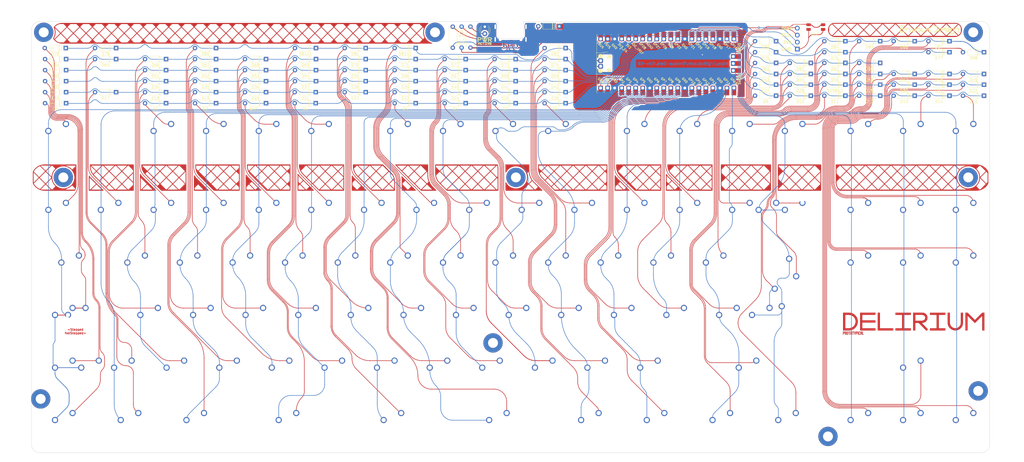
<source format=kicad_pcb>
(kicad_pcb (version 20211014) (generator pcbnew)
  (title_block (title "EnvKB") (date "2021-04-06") (rev "Rev.1"))
  (layers (0 "F.Cu" signal) (31 "B.Cu" signal) (34 "B.Paste" user) (35 "F.Paste" user) (36 "B.SilkS" user "B.Silkscreen") (37 "F.SilkS" user "F.Silkscreen") (38 "B.Mask" user) (39 "F.Mask" user) (44 "Edge.Cuts" user))
  (net 0 "")
  (net 1 "col0")
  (net 2 "col1")
  (net 3 "col2")
  (net 4 "col3")
  (net 5 "col4")
  (net 6 "col5")
  (net 7 "col6")
  (net 8 "col7")
  (net 9 "col8")
  (net 10 "col9")
  (net 11 "col10")
  (net 12 "col11")
  (net 13 "col12")
  (net 14 "col13")
  (net 15 "col14")
  (net 16 "col15")
  (net 17 "col16")
  (net 18 "col17")
  (net 19 "Net-(D0-Pad2)")
  (net 20 "Net-(D1-Pad2)")
  (net 21 "Net-(D2-Pad2)")
  (net 22 "Net-(D3-Pad2)")
  (net 23 "Net-(D4-Pad2)")
  (net 24 "Net-(D5-Pad2)")
  (net 25 "Net-(D6-Pad2)")
  (net 26 "Net-(D9-Pad2)")
  (net 27 "Net-(D10-Pad2)")
  (net 28 "Net-(D11-Pad2)")
  (net 29 "Net-(D12-Pad2)")
  (net 30 "Net-(D13-Pad2)")
  (net 31 "Net-(D14-Pad2)")
  (net 32 "Net-(D15-Pad2)")
  (net 33 "Net-(D16-Pad2)")
  (net 34 "Net-(D17-Pad2)")
  (net 35 "Net-(D18-Pad2)")
  (net 36 "Net-(D19-Pad2)")
  (net 37 "Net-(D20-Pad2)")
  (net 38 "Net-(D21-Pad2)")
  (net 39 "Net-(D22-Pad2)")
  (net 40 "Net-(D23-Pad2)")
  (net 41 "Net-(D24-Pad2)")
  (net 42 "Net-(D25-Pad2)")
  (net 43 "Net-(D26-Pad2)")
  (net 44 "Net-(D27-Pad2)")
  (net 45 "Net-(D28-Pad2)")
  (net 46 "Net-(D29-Pad2)")
  (net 47 "Net-(D30-Pad2)")
  (net 48 "Net-(D31-Pad2)")
  (net 49 "Net-(D32-Pad2)")
  (net 50 "Net-(D33-Pad2)")
  (net 51 "Net-(D34-Pad2)")
  (net 52 "Net-(D35-Pad2)")
  (net 53 "Net-(D36-Pad2)")
  (net 54 "Net-(D37-Pad2)")
  (net 55 "Net-(D38-Pad2)")
  (net 56 "Net-(D39-Pad2)")
  (net 57 "Net-(D40-Pad2)")
  (net 58 "Net-(D41-Pad2)")
  (net 59 "Net-(D42-Pad2)")
  (net 60 "Net-(D43-Pad2)")
  (net 61 "Net-(D44-Pad2)")
  (net 62 "Net-(D45-Pad2)")
  (net 63 "Net-(D46-Pad2)")
  (net 64 "Net-(D47-Pad2)")
  (net 65 "Net-(D48-Pad2)")
  (net 66 "Net-(D49-Pad2)")
  (net 67 "Net-(D50-Pad2)")
  (net 68 "Net-(D51-Pad2)")
  (net 69 "Net-(D52-Pad2)")
  (net 70 "Net-(D53-Pad2)")
  (net 71 "Net-(D54-Pad2)")
  (net 72 "Net-(D55-Pad2)")
  (net 73 "Net-(D56-Pad2)")
  (net 74 "Net-(D57-Pad2)")
  (net 75 "Net-(D58-Pad2)")
  (net 76 "Net-(D59-Pad2)")
  (net 77 "Net-(D60-Pad2)")
  (net 78 "Net-(D61-Pad2)")
  (net 79 "Net-(D62-Pad2)")
  (net 80 "Net-(D63-Pad2)")
  (net 81 "Net-(D64-Pad2)")
  (net 82 "Net-(D65-Pad2)")
  (net 83 "Net-(D66-Pad2)")
  (net 84 "Net-(D67-Pad2)")
  (net 85 "Net-(D68-Pad2)")
  (net 86 "Net-(D69-Pad2)")
  (net 87 "Net-(D70-Pad2)")
  (net 88 "Net-(D71-Pad2)")
  (net 89 "Net-(D72-Pad2)")
  (net 90 "Net-(D73-Pad2)")
  (net 91 "Net-(D74-Pad2)")
  (net 92 "Net-(D75-Pad2)")
  (net 93 "Net-(D76-Pad2)")
  (net 94 "Net-(D77-Pad2)")
  (net 95 "Net-(D78-Pad2)")
  (net 96 "Net-(D79-Pad2)")
  (net 97 "Net-(D80-Pad2)")
  (net 98 "Net-(D81-Pad2)")
  (net 99 "Net-(D82-Pad2)")
  (net 100 "Net-(D83-Pad2)")
  (net 101 "Net-(D84-Pad2)")
  (net 102 "Net-(D85-Pad2)")
  (net 103 "Net-(D86-Pad2)")
  (net 104 "Net-(D87-Pad2)")
  (net 105 "row0")
  (net 106 "row2")
  (net 107 "row3")
  (net 108 "row4")
  (net 109 "row5")
  (net 110 "row6")
  (net 111 "Net-(D7-Pad2)")
  (net 112 "Net-(D8-Pad2)")
  (net 113 "USBVBUS")
  (net 114 "USB2_P")
  (net 115 "USB2_N")
  (net 116 "GND")
  (net 117 "3.3V")
  (net 118 "I2CSCL")
  (net 119 "I2CSDA")
  (net 120 "Resetbtn")
  (net 121 "Net-(D88-Pad2)")
  (net 122 "Net-(PowerLED0-Pad2)")
  (net 129 "Net-(RESISTOR0-Pad1)")
  (net 130 "Net-(RESISTOR1-Pad2)")
  (net 134 "VSYS")
  (net 135 "Net-(D29BS2-Pad2)")
  (net 136 "Net-(D81A1-Pad2)")
  (net 137 "Net-(D81A2-Pad2)")
  (footprint "MX_Only:MXOnly-2.25U-NoLED" (layer "F.Cu") (at 301.5 168.4)
    (fp_text reference "K_63B1")
    (fp_text value "MX-NoLED")
  )
  (footprint "MX_Only:MXOnly-1.25U-NoLED" (layer "F.Cu") (at 49.1 206.5)
    (fp_text reference "K_78")
    (fp_text value "KEYSW")
  )
  (footprint "MX_Only:MXOnly-1.5U-NoLED" (layer "F.Cu") (at 308.6 149.3 -90)
    (fp_text reference "K_46")
    (fp_text value "KEYSW")
  )
  (footprint "MX_Only:MXOnly-1.25U-NoLED" (layer "F.Cu") (at 49.1 187.5)
    (fp_text reference "K_64")
    (fp_text value "KEYSW")
  )
  (footprint "MX_Only:MXOnly-1U-NoLED" (layer "F.Cu") (at 70.5 187.5)
    (fp_text reference "K_65")
    (fp_text value "KEYSW")
  )
  (footprint "MX_Only:MXOnly-1U-NoLED" (layer "F.Cu") (at 356.2 187.5)
    (fp_text reference "K_77")
    (fp_text value "KEYSW")
  )
  (footprint "MX_Only:MXOnly-1U-NoLED" (layer "F.Cu") (at 337.2 206.5)
    (fp_text reference "K_86")
    (fp_text value "KEYSW")
  )
  (footprint "Connector_PinSocket_2.54mm:PinSocket_1x04_P2.54mm_Vertical" (layer "F.Cu") (at 314.1 69.5 180)
    (fp_text reference "I2CHeader0")
    (fp_text value "Conn_01x04")
  )
  (footprint "MX_Only:MXOnly-1.5U-NoLED" (layer "F.Cu") (at 51.4 149.4)
    (fp_text reference "K_33")
    (fp_text value "KEYSW")
  )
  (footprint "LED_THT:LED_D3.0mm" (layer "F.Cu") (at 200.925 61.365 -90)
    (fp_text reference "PowerLED0" hide)
    (fp_text value "LED 3mm")
  )
  (footprint "MX_Only:MXOnly-2.75U-NoLED" (layer "F.Cu") (at 296.7 187.5)
    (fp_text reference "K_76")
    (fp_text value "KEYSW")
  )
  (footprint "MX_Only:MXOnly-1.25U-NoLED" (layer "F.Cu") (at 239.6 206.5)
    (fp_text reference "K_82")
    (fp_text value "KEYSW")
  )
  (footprint "MX_Only:MXOnly-2.25U-NoLED" (layer "F.Cu") (at 58.6 187.5)
    (fp_text reference "K_64B1")
    (fp_text value "KEYSW")
  )
  (footprint "Resistor_THT:R_Axial_DIN0207_L6.3mm_D2.5mm_P7.62mm_Horizontal" (layer "F.Cu") (at 192.525 68.965 90)
    (fp_text reference "RESISTOR0")
    (fp_text value "5.1k")
  )
  (footprint "MX_Only:MXOnly-1U-NoLED" (layer "F.Cu") (at 311 158.9 90)
    (fp_text reference "K_63")
    (fp_text value "MX-NoLED")
  )
  (footprint "MX_Only:MXOnly-1U-NoLED" (layer "F.Cu") (at 84.8 101.7)
    (fp_text reference "K_1")
    (fp_text value "KEYSW")
  )
  (footprint "MX_Only:MXOnly-1U-NoLED" (layer "F.Cu") (at 356.2 101.7)
    (fp_text reference "K_14")
    (fp_text value "KEYSW")
  )
  (footprint "MX_Only:MXOnly-1U-NoLED" (layer "F.Cu") (at 103.8 130.3)
    (fp_text reference "K_19")
    (fp_text value "KEYSW")
  )
  (footprint "MX_Only:MXOnly-1U-NoLED" (layer "F.Cu") (at 141.9 130.3)
    (fp_text reference "K_21")
    (fp_text value "KEYSW")
  )
  (footprint "MX_Only:MXOnly-1U-NoLED" (layer "F.Cu") (at 256.2 130.3)
    (fp_text reference "K_27")
    (fp_text value "KEYSW")
  )
  (footprint "MX_Only:MXOnly-1U-NoLED" (layer "F.Cu") (at 256.2 101.7)
    (fp_text reference "K_9")
    (fp_text value "KEYSW")
  )
  (footprint "MX_Only:MXOnly-1U-NoLED" (layer "F.Cu") (at 375.3 130.3)
    (fp_text reference "K_32")
    (fp_text value "KEYSW")
  )
  (footprint "MX_Only:MXOnly-1U-NoLED" (layer "F.Cu") (at 294.3 101.7)
    (fp_text reference "K_11")
    (fp_text value "KEYSW")
  )
  (footprint "MX_Only:MXOnly-1U-NoLED" (layer "F.Cu") (at 103.8 101.7)
    (fp_text reference "K_2")
    (fp_text value "KEYSW")
  )
  (footprint "MX_Only:MXOnly-1U-NoLED" (layer "F.Cu") (at 122.9 101.7)
    (fp_text reference "K_3")
    (fp_text value "KEYSW")
  )
  (footprint "MX_Only:MXOnly-1U-NoLED" (layer "F.Cu") (at 180 130.3)
    (fp_text reference "K_23")
    (fp_text value "KEYSW")
  )
  (footprint "MX_Only:MXOnly-1U-NoLED" (layer "F.Cu") (at 337.2 130.3)
    (fp_text reference "K_30")
    (fp_text value "KEYSW")
  )
  (footprint "MX_Only:MXOnly-1U-NoLED" (layer "F.Cu") (at 208.6 101.7)
    (fp_text reference "K_7")
    (fp_text value "KEYSW")
  )
  (footprint "MX_Only:MXOnly-1U-NoLED" (layer "F.Cu") (at 275.3 101.7)
    (fp_text reference "K_10")
    (fp_text value "KEYSW")
  )
  (footprint "MX_Only:MXOnly-1U-NoLED" (layer "F.Cu") (at 313.4 101.7)
    (fp_text reference "K_12")
    (fp_text value "KEYSW")
  )
  (footprint "MX_Only:MXOnly-1U-NoLED" (layer "F.Cu") (at 65.7 130.3)
    (fp_text reference "K_17")
    (fp_text value "KEYSW")
  )
  (footprint "MX_Only:MXOnly-1U-NoLED" (layer "F.Cu") (at 122.9 130.3)
    (fp_text reference "K_20")
    (fp_text value "KEYSW")
  )
  (footprint "MX_Only:MXOnly-1U-NoLED" (layer "F.Cu") (at 375.3 101.7)
    (fp_text reference "K_15")
    (fp_text value "KEYSW")
  )
  (footprint "MX_Only:MXOnly-1U-NoLED" (layer "F.Cu") (at 337.2 101.7)
    (fp_text reference "K_13")
    (fp_text value "KEYSW")
  )
  (footprint "MX_Only:MXOnly-1.25U-NoLED" (layer "F.Cu") (at 96.7 206.5)
    (fp_text reference "K_80")
    (fp_text value "KEYSW")
  )
  (footprint "MX_Only:MXOnly-1U-NoLED" (layer "F.Cu") (at 170.5 101.7)
    (fp_text reference "K_5")
    (fp_text value "KEYSW")
  )
  (footprint "MX_Only:MXOnly-1U-NoLED" (layer "F.Cu") (at 161 130.3)
    (fp_text reference "K_22")
    (fp_text value "KEYSW")
  )
  (footprint "Resistor_THT:R_Axial_DIN0207_L6.3mm_D2.5mm_P7.62mm_Horizontal" (layer "F.Cu") (at 189.325 61.365 -90)
    (fp_text reference "RESISTOR1")
    (fp_text value "5.1k ")
  )
  (footprint "MX_Only:MXOnly-1U-NoLED" (layer "F.Cu") (at 275.3 130.3)
    (fp_text reference "K_28")
    (fp_text value "KEYSW")
  )
  (footprint "MX_Only:MXOnly-1U-NoLED" (layer "F.Cu") (at 303.9 130.3)
    (fp_text reference "K_29")
    (fp_text value "KEYSW")
  )
  (footprint "MX_Only:MXOnly-1.75U-NoLED" (layer "F.Cu") (at 53.8 168.4)
    (fp_text reference "K_50")
    (fp_text value "KEYSW")
  )
  (footprint "MX_Only:MXOnly-1U-NoLED" (layer "F.Cu") (at 46.7 101.7)
    (fp_text reference "K_0")
    (fp_text value "KEYSW")
  )
  (footprint "MX_Only:MXOnly-1.25U-NoLED" (layer "F.Cu") (at 263.4 206.5)
    (fp_text reference "K_83")
    (fp_text value "KEYSW")
  )
  (footprint "MX_Only:MXOnly-1.25U-NoLED" (layer "F.Cu") (at 72.9 206.5)
    (fp_text reference "K_79")
    (fp_text value "KEYSW")
  )
  (footprint "MX_Only:MXOnly-1U-NoLED" (layer "F.Cu") (at 218.1 130.3)
    (fp_text reference "K_25")
    (fp_text value "KEYSW")
  )
  (footprint "MX_Only:MXOnly-1.25U-NoLED" (layer "F.Cu") (at 287.2 206.5)
    (fp_text reference "K_84")
    (fp_text value "KEYSW")
  )
  (footprint "MX_Only:MXOnly-1U-NoLED" (layer "F.Cu") (at 356.2 130.3)
    (fp_text reference "K_31")
    (fp_text value "KEYSW")
  )
  (footprint "MX_Only:MXOnly-1.25U-NoLED" (layer "F.Cu") (at 311 206.5)
    (fp_text reference "K_85")
    (fp_text value "KEYSW")
  )
  (footprint "MX_Only:MXOnly-1U-NoLED" (layer "F.Cu") (at 46.7 130.3)
    (fp_text reference "K_16")
    (fp_text value "KEYSW")
  )
  (footprint "MX_Only:MXOnly-1U-NoLED" (layer "F.Cu") (at 199.1 130.3)
    (fp_text reference "K_24")
    (fp_text value "KEYSW")
  )
  (footprint "MX_Only:MXOnly-1U-NoLED" (layer "F.Cu") (at 237.2 130.3)
    (fp_text reference "K_26")
    (fp_text value "KEYSW")
  )
  (footprint "MX_Only:MXOnly-1U-NoLED" (layer "F.Cu") (at 265.8 149.4)
    (fp_text reference "K_44")
    (fp_text value "KEYSW")
  )
  (footprint "MX_Only:MXOnly-1U-NoLED" (layer "F.Cu") (at 99.1 168.4)
    (fp_text reference "K_52")
    (fp_text value "KEYSW")
  )
  (footprint "MX_Only:MXOnly-1U-NoLED" (layer "F.Cu") (at 170.5 149.4)
    (fp_text reference "K_39")
    (fp_text value "KEYSW")
  )
  (footprint "MX_Only:MXOnly-1U-NoLED" (layer "F.Cu") (at 227.7 149.4)
    (fp_text reference "K_42")
    (fp_text value "KEYSW")
  )
  (footprint "MX_Only:MXOnly-1U-NoLED" (layer "F.Cu") (at 246.7 149.4)
    (fp_text reference "K_43")
    (fp_text value "KEYSW")
  )
  (footprint "MX_Only:MXOnly-1U-NoLED" (layer "F.Cu") (at 284.8 149.4)
    (fp_text reference "K_45")
    (fp_text value "KEYSW")
  )
  (footprint "MX_Only:MXOnly-1U-NoLED" (layer "F.Cu") (at 80 168.4)
    (fp_text reference "K_51")
    (fp_text value "KEYSW")
  )
  (footprint "MX_Only:MXOnly-1U-NoLED" (layer "F.Cu") (at 208.6 149.4)
    (fp_text reference "K_41")
    (fp_text value "KEYSW")
  )
  (footprint "MX_Only:MXOnly-1U-NoLED" (layer "F.Cu") (at 118.1 168.4)
    (fp_text reference "K_53")
    (fp_text value "KEYSW")
  )
  (footprint "MX_Only:MXOnly-1U-NoLED" (layer "F.Cu") (at 356.2 149.4)
    (fp_text reference "K_48")
    (fp_text value "KEYSW")
  )
  (footprint "MX_Only:MXOnly-1U-NoLED" (layer "F.Cu") (at 75.3 149.4)
    (fp_text reference "K_34")
    (fp_text value "KEYSW")
  )
  (footprint "MX_Only:MXOnly-1U-NoLED" (layer "F.Cu") (at 94.3 149.4)
    (fp_text reference "K_35")
    (fp_text value "KEYSW")
  )
  (footprint "MX_Only:MXOnly-1U-NoLED" (layer "F.Cu") (at 132.4 149.4)
    (fp_text reference "K_37")
    (fp_text value "KEYSW")
  )
  (footprint "MX_Only:MXOnly-1U-NoLED" (layer "F.Cu") (at 113.4 149.4)
    (fp_text reference "K_36")
    (fp_text value "KEYSW")
  )
  (footprint "MX_Only:MXOnly-1U-NoLED" (layer "F.Cu") (at 151.5 149.4)
    (fp_text reference "K_38")
    (fp_text value "KEYSW")
  )
  (footprint "MX_Only:MXOnly-1U-NoLED" (layer "F.Cu") (at 337.2 149.4)
    (fp_text reference "K_47")
    (fp_text value "KEYSW")
  )
  (footprint "MX_Only:MXOnly-1U-NoLED" (layer "F.Cu") (at 375.3 149.4)
    (fp_text reference "K_49")
    (fp_text value "KEYSW")
  )
  (footprint "MX_Only:MXOnly-1U-NoLED" (layer "F.Cu") (at 189.6 149.4)
    (fp_text reference "K_40")
    (fp_text value "KEYSW")
  )
  (footprint "MX_Only:MXOnly-1U-NoLED" (layer "F.Cu") (at 137.2 168.4)
    (fp_text reference "K_54")
    (fp_text value "KEYSW")
  )
  (footprint "MX_Only:MXOnly-1U-NoLED" (layer "F.Cu") (at 194.3 168.4)
    (fp_text reference "K_57")
    (fp_text value "KEYSW")
  )
  (footprint "MX_Only:MXOnly-1U-NoLED" (layer "F.Cu") (at 203.8 187.5)
    (fp_text reference "K_72")
    (fp_text value "KEYSW")
  )
  (footprint "MX_Only:MXOnly-1U-NoLED" (layer "F.Cu") (at 156.2 168.4)
    (fp_text reference "K_55")
    (fp_text value "KEYSW")
  )
  (footprint "MX_Only:MXOnly-1U-NoLED" (layer "F.Cu") (at 175.3 168.4)
    (fp_text reference "K_56")
    (fp_text value "KEYSW")
  )
  (footprint "MX_Only:MXOnly-1U-NoLED" (layer "F.Cu") (at 213.4 168.4)
    (fp_text reference "K_58")
    (fp_text value "KEYSW")
  )
  (footprint "MX_Only:MXOnly-1U-NoLED" (layer "F.Cu") (at 232.4 168.4)
    (fp_text reference "K_59")
    (fp_text value "KEYSW")
  )
  (footprint "MX_Only:MXOnly-1U-NoLED" (layer "F.Cu") (at 146.7 187.5)
    (fp_text reference "K_69")
    (fp_text value "KEYSW")
  )
  (footprint "MX_Only:MXOnly-1U-NoLED" (layer "F.Cu") (at 165.7 187.5)
    (fp_text reference "K_70")
    (fp_text value "KEYSW")
  )
  (footprint "MX_Only:MXOnly-1U-NoLED" (layer "F.Cu") (at 251.5 168.4)
    (fp_text reference "K_60")
    (fp_text value "KEYSW")
  )
  (footprint "MX_Only:MXOnly-1U-NoLED" (layer "F.Cu") (at 241.9 187.5)
    (fp_text reference "K_74")
    (fp_text value "KEYSW")
  )
  (footprint "MX_Only:MXOnly-1U-NoLED" (layer "F.Cu") (at 270.5 168.4)
    (fp_text reference "K_61")
    (fp_text value "KEYSW")
  )
  (footprint "MX_Only:MXOnly-1U-NoLED" (layer "F.Cu") (at 222.9 187.5)
    (fp_text reference "K_73")
    (fp_text value "KEYSW")
  )
  (footprint "MX_Only:MXOnly-1U-NoLED" (layer "F.Cu") (at 289.6 168.4)
    (fp_text reference "K_62")
    (fp_text value "KEYSW")
  )
  (footprint "MX_Only:MXOnly-1U-NoLED" (layer "F.Cu") (at 89.5 187.5)
    (fp_text reference "K_66")
    (fp_text value "KEYSW")
  )
  (footprint "MX_Only:MXOnly-1U-NoLED" (layer "F.Cu") (at 127.6 187.5)
    (fp_text reference "K_68")
    (fp_text value "KEYSW")
  )
  (footprint "MX_Only:MXOnly-1U-NoLED" (layer "F.Cu") (at 184.8 187.5)
    (fp_text reference "K_71")
    (fp_text value "KEYSW")
  )
  (footprint "MX_Only:MXOnly-1U-NoLED" (layer "F.Cu") (at 108.6 187.5)
    (fp_text reference "K_67")
    (fp_text value "KEYSW")
  )
  (footprint "MX_Only:MXOnly-1U-NoLED" (layer "F.Cu") (at 261 187.5)
    (fp_text reference "K_75")
    (fp_text value "KEYSW")
  )
  (footprint "MX_Only:MXOnly-1U-NoLED" (layer "F.Cu") (at 84.8 130.3)
    (fp_text reference "K_18")
    (fp_text value "KEYSW")
  )
  (footprint "MX_Only:MXOnly-1U-NoLED" (layer "F.Cu") (at 141.9 101.7)
    (fp_text reference "K_4")
    (fp_text value "KEYSW")
  )
  (footprint "MX_Only:MXOnly-1U-NoLED" (layer "F.Cu") (at 356.2 206.5)
    (fp_text reference "K_87")
    (fp_text value "KEYSW")
  )
  (footprint "MX_Only:MXOnly-1U-NoLED" (layer "F.Cu") (at 375.3 206.5)
    (fp_text reference "K_88")
    (fp_text value "KEYSW")
  )
  (footprint "MX_Only:MXOnly-1U-NoLED" (layer "F.Cu") (at 189.6 101.7)
    (fp_text reference "K_6")
    (fp_text value "KEYSW")
  )
  (footprint "MX_Only:MXOnly-1U-NoLED" (layer "F.Cu") (at 227.7 101.7)
    (fp_text reference "K_8")
    (fp_text value "KEYSW")
  )
  (footprint "MountingHole:MountingHole_2.2mm_M2_Pad" (layer "F.Cu") (at 376 116)
    (fp_text reference "H10")
    (fp_text value "MountingHole")
  )
  (footprint "MountingHole:MountingHole_2.2mm_M2_Pad" (layer "F.Cu") (at 379.6 193.4)
    (fp_text reference "H4")
    (fp_text value "MountingHole")
  )
  (footprint "EM_Extras:RPi_Pico_SMD_TH" (layer "F.Cu") (at 267 74.7 90)
    (fp_text reference "RPI0" hide)
    (fp_text value "Pico" hide)
  )
  (footprint "MountingHole:MountingHole_2.2mm_M2_Pad" (layer "F.Cu") (at 212.2 116)
    (fp_text reference "H6")
    (fp_text value "MountingHole")
  )
  (footprint "MountingHole:MountingHole_2.2mm_M2_Pad" (layer "F.Cu") (at 377.8 63.4)
    (fp_text reference "H1")
    (fp_text value "MountingHole")
  )
  (footprint "MountingHole:MountingHole_2.2mm_M2_Pad" (layer "F.Cu") (at 40.1 196.3)
    (fp_text reference "H3")
    (fp_text value "MountingHole")
  )
  (footprint "Button_Switch_SMD:Panasonic_EVQPUL_EVQPUC" (layer "F.Cu") (at 320.8 61.5)
    (fp_text reference "SW-RST0")
    (fp_text value "EVQ")
  )
  (footprint "Resistor_THT:R_Axial_DIN0207_L6.3mm_D2.5mm_P7.62mm_Horizontal" (layer "F.Cu") (at 195.725 68.965 90)
    (fp_text reference "PowerLedResistor0")
    (fp_text value "47K Resistor")
  )
  (footprint "Diode_THT:D_DO-35_SOD27_P7.62mm_Horizontal" (layer "F.Cu") (at 369.2 86.4 180)
    (fp_text reference "D14")
    (fp_text value "D")
  )
  (footprint "Diode_THT:D_DO-35_SOD27_P7.62mm_Horizontal" (layer "F.Cu") (at 356.6 86.4 180)
    (fp_text reference "D13")
    (fp_text value "D")
  )
  (footprint "Diode_THT:D_DO-35_SOD27_P7.62mm_Horizontal" (layer "F.Cu") (at 344.1 86.4 180)
    (fp_text reference "D12")
    (fp_text value "D")
  )
  (footprint "Diode_THT:D_DO-35_SOD27_P7.62mm_Horizontal" (layer "F.Cu") (at 319 86.4 180)
    (fp_text reference "D10")
    (fp_text value "D")
  )
  (footprint "Diode_THT:D_DO-35_SOD27_P7.62mm_Horizontal" (layer "F.Cu") (at 331.5 86.4 180)
    (fp_text reference "D11")
    (fp_text value "D")
  )
  (footprint "Diode_THT:D_DO-35_SOD27_P7.62mm_Horizontal" (layer "F.Cu") (at 381.7 86.4 180)
    (fp_text reference "D15")
    (fp_text value "D")
  )
  (footprint "Diode_THT:D_DO-35_SOD27_P7.62mm_Horizontal" (layer "F.Cu") (at 306.4 86.4 180)
    (fp_text reference "D9")
    (fp_text value "D")
  )
  (footprint "Diode_THT:D_DO-35_SOD27_P7.62mm_Horizontal" (layer "F.Cu") (at 344.1 66.6 180)
    (fp_text reference "D85")
    (fp_text value "D")
  )
  (footprint "josh-connectors:USB_C_TYPE-C-31-M-14" (layer "F.Cu") (at 210.267 64.4 180)
    (fp_text reference "USB1")
    (fp_text value "HRO-TYPE-C-31-M-12")
    (fp_line (start -3.2 -1.3) (end 3.2 -1.3) (layer "Edge.Cuts") (width 0.1))
    (fp_line (start 4.70304 4.296872) (end 4.70304 -0.103128) (layer "Edge.Cuts") (width 0.1))
    (fp_line (start -4.70304 4.296872) (end -4.70304 -0.103128) (layer "Edge.Cuts") (width 0.1))
    (fp_arc (start 3.2 -1.3) (mid 3.388713 -1.252686) (end 3.532782 -1.121938) (layer "Edge.Cuts") (width 0.1))
    (fp_arc (start 3.80304 -1.003128) (mid 3.657198 -1.03816) (end 3.532782 -1.121938) (layer "Edge.Cuts") (width 0.1))
    (fp_arc (start -3.532782 -1.121938) (mid -3.388713 -1.252687) (end -3.2 -1.3) (layer "Edge.Cuts") (width 0.1))
    (fp_arc (start -4.70304 -0.103128) (mid -4.439436 -0.739524) (end -3.80304 -1.003128) (layer "Edge.Cuts") (width 0.1))
    (fp_arc (start -3.532782 -1.121938) (mid -3.657195 -1.038158) (end -3.80304 -1.003128) (layer "Edge.Cuts") (width 0.1))
    (fp_arc (start 3.80304 -1.003128) (mid 4.439435 -0.739524) (end 4.70304 -0.103128) (layer "Edge.Cuts") (width 0.1))
  )
  (footprint "MountingHole:MountingHole_2.2mm_M2_Pad" (layer "F.Cu") (at 41.2 63.4)
    (fp_text reference "H0")
    (fp_text value "MountingHole")
  )
  (footprint "MX_Only:MXOnly-1U-NoLED" (layer "F.Cu") (at 168.1 206.5)
    (fp_text reference "K_81")
    (fp_text value "KEYSW")
  )
  (footprint "Diode_THT:D_DO-35_SOD27_P7.62mm_Horizontal" (layer "F.Cu") (at 306.4 82.4 180)
    (fp_text reference "D27")
    (fp_text value "D")
  )
  (footprint "Diode_THT:D_DO-35_SOD27_P7.62mm_Horizontal" (layer "F.Cu") (at 319 82.4 180)
    (fp_text reference "D28")
    (fp_text value "D")
  )
  (footprint "Diode_THT:D_DO-35_SOD27_P7.62mm_Horizontal" (layer "F.Cu") (at 344.1 82.4 180)
    (fp_text reference "D29")
    (fp_text value "D")
  )
  (footprint "Diode_THT:D_DO-35_SOD27_P7.62mm_Horizontal" (layer "F.Cu") (at 356.6 82.4 180)
    (fp_text reference "D30")
    (fp_text value "D")
  )
  (footprint "Diode_THT:D_DO-35_SOD27_P7.62mm_Horizontal" (layer "F.Cu") (at 369.2 82.4 180)
    (fp_text reference "D31")
    (fp_text value "D")
  )
  (footprint "Diode_THT:D_DO-35_SOD27_P7.62mm_Horizontal" (layer "F.Cu") (at 381.7 82.4 180)
    (fp_text reference "D32")
    (fp_text value "D")
  )
  (footprint "Diode_THT:D_DO-35_SOD27_P7.62mm_Horizontal" (layer "F.Cu") (at 306.4 78.5 180)
    (fp_text reference "D43")
    (fp_text value "D")
  )
  (footprint "Diode_THT:D_DO-35_SOD27_P7.62mm_Horizontal" (layer "F.Cu") (at 319 78.5 180)
    (fp_text reference "D44")
    (fp_text value "D")
  )
  (footprint "Diode_THT:D_DO-35_SOD27_P7.62mm_Horizontal" (layer "F.Cu") (at 331.5 78.5 180)
    (fp_text reference "D45")
    (fp_text value "D")
  )
  (footprint "Diode_THT:D_DO-35_SOD27_P7.62mm_Horizontal" (layer "F.Cu") (at 344.1 78.5 180)
    (fp_text reference "D46")
    (fp_text value "D")
  )
  (footprint "Diode_THT:D_DO-35_SOD27_P7.62mm_Horizontal" (layer "F.Cu") (at 356.6 78.5 180)
    (fp_text reference "D47")
    (fp_text value "D")
  )
  (footprint "Diode_THT:D_DO-35_SOD27_P7.62mm_Horizontal" (layer "F.Cu") (at 369.2 78.5 180)
    (fp_text reference "D48")
    (fp_text value "D")
  )
  (footprint "Diode_THT:D_DO-35_SOD27_P7.62mm_Horizontal" (layer "F.Cu") (at 381.7 78.5 180)
    (fp_text reference "D49")
    (fp_text value "D")
  )
  (footprint "Diode_THT:D_DO-35_SOD27_P7.62mm_Horizontal" (layer "F.Cu") (at 306.4 74.5 180)
    (fp_text reference "D60")
    (fp_text value "D")
  )
  (footprint "Diode_THT:D_DO-35_SOD27_P7.62mm_Horizontal" (layer "F.Cu") (at 319 74.5 180)
    (fp_text reference "D61")
    (fp_text value "D")
  )
  (footprint "Diode_THT:D_DO-35_SOD27_P7.62mm_Horizontal" (layer "F.Cu") (at 331.5 74.5 180)
    (fp_text reference "D62")
    (fp_text value "D")
  )
  (footprint "Diode_THT:D_DO-35_SOD27_P7.62mm_Horizontal" (layer "F.Cu") (at 344.1 74.5 180)
    (fp_text reference "D63")
    (fp_text value "D")
  )
  (footprint "Diode_THT:D_DO-35_SOD27_P7.62mm_Horizontal" (layer "F.Cu") (at 306.4 70.6 180)
    (fp_text reference "D75")
    (fp_text value "D")
  )
  (footprint "Diode_THT:D_DO-35_SOD27_P7.62mm_Horizontal" (layer "F.Cu") (at 331.5 70.6 180)
    (fp_text reference "D76")
    (fp_text value "D")
  )
  (footprint "Diode_THT:D_DO-35_SOD27_P7.62mm_Horizontal" (layer "F.Cu") (at 369.2 70.6 180)
    (fp_text reference "D77")
    (fp_text value "D")
  )
  (footprint "Diode_THT:D_DO-35_SOD27_P7.62mm_Horizontal" (layer "F.Cu") (at 306.4 66.6 180)
    (fp_text reference "D83")
    (fp_text value "D")
  )
  (footprint "Diode_THT:D_DO-35_SOD27_P7.62mm_Horizontal" (layer "F.Cu") (at 331.5 66.6 180)
    (fp_text reference "D84")
    (fp_text value "D")
  )
  (footprint "Diode_THT:D_DO-35_SOD27_P7.62mm_Horizontal" (layer "F.Cu") (at 356.6 66.6 180)
    (fp_text reference "D86")
    (fp_text value "D")
  )
  (footprint "Diode_THT:D_DO-35_SOD27_P7.62mm_Horizontal" (layer "F.Cu") (at 369.2 66.6 180)
    (fp_text reference "D87")
    (fp_text value "D")
  )
  (footprint "Diode_THT:D_DO-35_SOD27_P7.62mm_Horizontal" (layer "F.Cu") (at 381.7 70.6 180)
    (fp_text reference "D88")
    (fp_text value "D")
  )
  (footprint "MountingHole:MountingHole_2.2mm_M2_Pad" (layer "F.Cu") (at 48.3 116)
    (fp_text reference "H9")
    (fp_text value "MountingHole")
  )
  (footprint "Diode_THT:D_DO-35_SOD27_P7.62mm_Horizontal" (layer "F.Cu") (at 49.3 73.1 180)
    (fp_text reference "D64")
    (fp_text value "D")
  )
  (footprint "Diode_THT:D_DO-35_SOD27_P7.62mm_Horizontal" (layer "F.Cu") (at 49.3 81.1 180)
    (fp_text reference "D33")
    (fp_text value "D")
  )
  (footprint "Diode_THT:D_DO-35_SOD27_P7.62mm_Horizontal" (layer "F.Cu") (at 103.6 89.1 180)
    (fp_text reference "D2")
    (fp_text value "D")
  )
  (footprint "Diode_THT:D_DO-35_SOD27_P7.62mm_Horizontal" (layer "F.Cu") (at 49.3 89.1 180)
    (fp_text reference "D0")
    (fp_text value "D")
  )
  (footprint "Diode_THT:D_DO-35_SOD27_P7.62mm_Horizontal" (layer "F.Cu") (at 85.5 89.1 180)
    (fp_text reference "D1")
    (fp_text value "D")
  )
  (footprint "Diode_THT:D_DO-35_SOD27_P7.62mm_Horizontal" (layer "F.Cu") (at 121.7 89.1 180)
    (fp_text reference "D3")
    (fp_text value "D")
  )
  (footprint "Diode_THT:D_DO-35_SOD27_P7.62mm_Horizontal" (layer "F.Cu") (at 49.3 77.1 180)
    (fp_text reference "D50")
    (fp_text value "D")
  )
  (footprint "Diode_THT:D_DO-35_SOD27_P7.62mm_Horizontal" (layer "F.Cu") (at 49.2 69.1 180)
    (fp_text reference "D78")
    (fp_text value "D")
  )
  (footprint "Diode_THT:D_DO-35_SOD27_P7.62mm_Horizontal" (layer "F.Cu") (at 139.7 89.1 180)
    (fp_text reference "D4")
    (fp_text value "D")
  )
  (footprint "Diode_THT:D_DO-35_SOD27_P7.62mm_Horizontal" (layer "F.Cu") (at 212.1 89.1 180)
    (fp_text reference "D7")
    (fp_text value "D")
  )
  (footprint "Diode_THT:D_DO-35_SOD27_P7.62mm_Horizontal" (layer "F.Cu") (at 230.2 89.1 180)
    (fp_text reference "D8")
    (fp_text value "D")
  )
  (footprint "Diode_THT:D_DO-35_SOD27_P7.62mm_Horizontal" (layer "F.Cu") (at 49.3 85.1 180)
    (fp_text reference "D16")
    (fp_text value "D")
  )
  (footprint "Diode_THT:D_DO-35_SOD27_P7.62mm_Horizontal" (layer "F.Cu") (at 194 89.1 180)
    (fp_text reference "D6")
    (fp_text value "D")
  )
  (footprint "Diode_THT:D_DO-35_SOD27_P7.62mm_Horizontal" (layer "F.Cu") (at 175.9 89.1 180)
    (fp_text reference "D5")
    (fp_text value "D")
  )
  (footprint "Diode_THT:D_DO-35_SOD27_P7.62mm_Horizontal" (layer "F.Cu") (at 175.9 73.1 180)
    (fp_text reference "D71")
    (fp_text value "D")
  )
  (footprint "Diode_THT:D_DO-35_SOD27_P7.62mm_Horizontal" (layer "F.Cu") (at 212.1 77.1 180)
    (fp_text reference "D58")
    (fp_text value "D")
  )
  (footprint "Diode_THT:D_DO-35_SOD27_P7.62mm_Horizontal" (layer "F.Cu") (at 230.2 77.1 180)
    (fp_text reference "D59")
    (fp_text value "D")
  )
  (footprint "Diode_THT:D_DO-35_SOD27_P7.62mm_Horizontal" (layer "F.Cu") (at 85.5 73.1 180)
    (fp_text reference "D66")
    (fp_text value "D")
  )
  (footprint "Diode_THT:D_DO-35_SOD27_P7.62mm_Horizontal" (layer "F.Cu") (at 67.4 73.1 180)
    (fp_text reference "D65")
    (fp_text value "D")
  )
  (footprint "Diode_THT:D_DO-35_SOD27_P7.62mm_Horizontal" (layer "F.Cu") (at 230.2 73.1 180)
    (fp_text reference "D74")
    (fp_text value "D")
  )
  (footprint "Diode_THT:D_DO-35_SOD27_P7.62mm_Horizontal" (layer "F.Cu") (at 212.1 73.1 180)
    (fp_text reference "D73")
    (fp_text value "D")
  )
  (footprint "Diode_THT:D_DO-35_SOD27_P7.62mm_Horizontal" (layer "F.Cu") (at 103.6 73.1 180)
    (fp_text reference "D67")
    (fp_text value "D")
  )
  (footprint "Diode_THT:D_DO-35_SOD27_P7.62mm_Horizontal" (layer "F.Cu") (at 194 73.1 180)
    (fp_text reference "D72")
    (fp_text value "D")
  )
  (footprint "Diode_THT:D_DO-35_SOD27_P7.62mm_Horizontal" (layer "F.Cu") (at 121.7 73.1 180)
    (fp_text reference "D68")
    (fp_text value "D")
  )
  (footprint "Diode_THT:D_DO-35_SOD27_P7.62mm_Horizontal" (layer "F.Cu") (at 139.8 73.1 180)
    (fp_text reference "D69")
    (fp_text value "D")
  )
  (footprint "Diode_THT:D_DO-35_SOD27_P7.62mm_Horizontal" (layer "F.Cu") (at 157.8 73.1 180)
    (fp_text reference "D70")
    (fp_text value "D")
  )
  (footprint "Diode_THT:D_DO-35_SOD27_P7.62mm_Horizontal" (layer "F.Cu") (at 157.8 81.1 180)
    (fp_text reference "D38")
    (fp_text value "D")
  )
  (footprint "Diode_THT:D_DO-35_SOD27_P7.62mm_Horizontal" (layer "F.Cu") (at 175.9 81.1 180)
    (fp_text reference "D39")
    (fp_text value "D")
  )
  (footprint "Diode_THT:D_DO-35_SOD27_P7.62mm_Horizontal" (layer "F.Cu") (at 230.2 85.1 180)
    (fp_text reference "D26")
    (fp_text value "D")
  )
  (footprint "Diode_THT:D_DO-35_SOD27_P7.62mm_Horizontal" (layer "F.Cu") (at 139.8 81.1 180)
    (fp_text reference "D37")
    (fp_text value "D")
  )
  (footprint "Diode_THT:D_DO-35_SOD27_P7.62mm_Horizontal" (layer "F.Cu") (at 121.7 81.1 180)
    (fp_text reference "D36")
    (fp_text value "D")
  )
  (footprint "Diode_THT:D_DO-35_SOD27_P7.62mm_Horizontal" (layer "F.Cu") (at 157.8 85.1 180)
    (fp_text reference "D22")
    (fp_text value "D")
  )
  (footprint "Diode_THT:D_DO-35_SOD27_P7.62mm_Horizontal" (layer "F.Cu") (at 175.9 85.1 180)
    (fp_text reference "D23")
    (fp_text value "D")
  )
  (footprint "Diode_THT:D_DO-35_SOD27_P7.62mm_Horizontal" (layer "F.Cu") (at 85.5 81.1 180)
    (fp_text reference "D34")
    (fp_text value "D")
  )
  (footprint "Diode_THT:D_DO-35_SOD27_P7.62mm_Horizontal" (layer "F.Cu") (at 103.6 81.1 180)
    (fp_text reference "D35")
    (fp_text value "D")
  )
  (footprint "Diode_THT:D_DO-35_SOD27_P7.62mm_Horizontal" (layer "F.Cu") (at 194 85.1 180)
    (fp_text reference "D24")
    (fp_text value "D")
  )
  (footprint "Diode_THT:D_DO-35_SOD27_P7.62mm_Horizontal" (layer "F.Cu") (at 212.1 85.1 180)
    (fp_text reference "D25")
    (fp_text value "D")
  )
  (footprint "Diode_THT:D_DO-35_SOD27_P7.62mm_Horizontal" (layer "F.Cu") (at 175.9 77.1 180)
    (fp_text reference "D56")
    (fp_text value "D")
  )
  (footprint "Diode_THT:D_DO-35_SOD27_P7.62mm_Horizontal" (layer "F.Cu") (at 121.7 77.1 180)
    (fp_text reference "D53")
    (fp_text value "D")
  )
  (footprint "Diode_THT:D_DO-35_SOD27_P7.62mm_Horizontal" (layer "F.Cu") (at 157.8 77.1 180)
    (fp_text reference "D55")
    (fp_text value "D")
  )
  (footprint "Diode_THT:D_DO-35_SOD27_P7.62mm_Horizontal" (layer "F.Cu") (at 194 81.1 180)
    (fp_text reference "D40")
    (fp_text value "D")
  )
  (footprint "Diode_THT:D_DO-35_SOD27_P7.62mm_Horizontal" (layer "F.Cu") (at 212.1 81.1 180)
    (fp_text reference "D41")
    (fp_text value "D")
  )
  (footprint "Diode_THT:D_DO-35_SOD27_P7.62mm_Horizontal" (layer "F.Cu") (at 194 77.1 180)
    (fp_text reference "D57")
    (fp_text value "D")
  )
  (footprint "Diode_THT:D_DO-35_SOD27_P7.62mm_Horizontal" (layer "F.Cu") (at 230.2 81.1 180)
    (fp_text reference "D42")
    (fp_text value "D")
  )
  (footprint "Diode_THT:D_DO-35_SOD27_P7.62mm_Horizontal" (layer "F.Cu") (at 85.5 77.1 180)
    (fp_text reference "D51")
    (fp_text value "D")
  )
  (footprint "Diode_THT:D_DO-35_SOD27_P7.62mm_Horizontal" (layer "F.Cu") (at 103.6 77.1 180)
    (fp_text reference "D52")
    (fp_text value "D")
  )
  (footprint "Diode_THT:D_DO-35_SOD27_P7.62mm_Horizontal" (layer "F.Cu") (at 139.8 77.1 180)
    (fp_text reference "D54")
    (fp_text value "D")
  )
  (footprint "Diode_THT:D_DO-35_SOD27_P7.62mm_Horizontal" (layer "F.Cu") (at 67.4 69.1 180)
    (fp_text reference "D79")
    (fp_text value "D")
  )
  (footprint "Diode_THT:D_DO-35_SOD27_P7.62mm_Horizontal" (layer "F.Cu") (at 103.6 69.1 180)
    (fp_text reference "D80")
    (fp_text value "D")
  )
  (footprint "Diode_THT:D_DO-35_SOD27_P7.62mm_Horizontal" (layer "F.Cu") (at 157.8 69.1 180)
    (fp_text reference "D81")
    (fp_text value "D")
  )
  (footprint "Diode_THT:D_DO-35_SOD27_P7.62mm_Horizontal" (layer "F.Cu") (at 230.2 69.1 180)
    (fp_text reference "D82")
    (fp_text value "D")
  )
  (footprint "Diode_THT:D_DO-35_SOD27_P7.62mm_Horizontal" (layer "F.Cu") (at 85.5 85.1 180)
    (fp_text reference "D18")
    (fp_text value "D")
  )
  (footprint "Diode_THT:D_DO-35_SOD27_P7.62mm_Horizontal" (layer "F.Cu") (at 139.7 85.1 180)
    (fp_text reference "D21")
    (fp_text value "D")
  )
  (footprint "Diode_THT:D_DO-35_SOD27_P7.62mm_Horizontal" (layer "F.Cu") (at 103.6 85.1 180)
    (fp_text reference "D19")
    (fp_text value "D")
  )
  (footprint "Diode_THT:D_DO-35_SOD27_P7.62mm_Horizontal" (layer "F.Cu") (at 121.7 85.1 180)
    (fp_text reference "D20")
    (fp_text value "D")
  )
  (footprint "Diode_THT:D_DO-35_SOD27_P7.62mm_Horizontal" (layer "F.Cu") (at 67.4 85.1 180)
    (fp_text reference "D17")
    (fp_text value "D")
  )
  (footprint "Mounting_Keyboard_Stabilizer:Stabilizer_Cherry_MX_2u" (layer "F.Cu") (at 311 158.9 90)
    (fp_text reference "STAB1")
    (fp_text value "Stabilizer")
  )
  (footprint "kibuzzard-628ADF99" (layer "F.Cu") (at 334.35 172.45)
    (fp_text reference "kibuzzard-628ADF99" hide)
    (fp_text value "G***" hide)
  )
  (footprint "kibuzzard-628AE874" (layer "F.Cu") (at 44.8 77.1)
    (fp_text reference "kibuzzard-628AE874" hide)
    (fp_text value "G***" hide)
  )
  (footprint "kibuzzard-628AE933" (layer "F.Cu") (at 44.7 89.1)
    (fp_text reference "kibuzzard-628AE933" hide)
    (fp_text value "G***" hide)
  )
  (footprint "kibuzzard-6250C4E7" (layer "F.Cu") (at 361.99 62.58)
    (fp_text reference "kibuzzard-6250C4E7" hide)
    (fp_text value "G***" hide)
  )
  (footprint "kibuzzard-628AE82F" (layer "F.Cu") (at 320.8 64.2)
    (fp_text reference "kibuzzard-628AE82F" hide)
    (fp_text value "G***" hide)
  )
  (footprint "kibuzzard-628AE7EF" (layer "F.Cu") (at 310.1 69.5)
    (fp_text reference "kibuzzard-628AE7EF" hide)
    (fp_text value "G***" hide)
  )
  (footprint "Diode_THT:D_DO-35_SOD27_P7.62mm_Horizontal" (layer "F.Cu") (at 139.8 69.1 180)
    (fp_text reference "D81A1")
    (fp_text value "D")
  )
  (footprint "kibuzzard-628AE805" (layer "F.Cu") (at 310.2 64.4)
    (fp_text reference "kibuzzard-628AE805" hide)
    (fp_text value "G***" hide)
  )
  (footprint "kibuzzard-628AE8A6" (layer "F.Cu") (at 44.8 85.1)
    (fp_text reference "kibuzzard-628AE8A6" hide)
    (fp_text value "G***" hide)
  )
  (footprint "kibuzzard-628AE868" (layer "F.Cu") (at 44.1 73.1)
    (fp_text reference "kibuzzard-628AE868" hide)
    (fp_text value "G***" hide)
  )
  (footprint "Mounting_Keyboard_Stabilizer:Stabilizer_Cherry_MX_2u" (layer "F.Cu") (at 130.1 206.5 180)
    (fp_text reference "STAB3")
    (fp_text value "Stabilizer")
  )
  (footprint "MountingHole:MountingHole_2.2mm_M2_Pad" (layer "F.Cu") (at 325.2 209.9)
    (fp_text reference "H4")
    (fp_text value "MountingHole")
  )
  (footprint "kibuzzard-628AE768" (layer "F.Cu") (at 200.925 66.065)
    (fp_text reference "kibuzzard-628AE768" hide)
    (fp_text value "G***" hide)
  )
  (footprint "kibuzzard-628AEA91" (layer "F.Cu") (at 200.925 67.465)
    (fp_text reference "kibuzzard-628AEA91" hide)
    (fp_text value "G***" hide)
  )
  (footprint "MX_Only:MXOnly-1.25U-NoLED" (layer "F.Cu") (at 49.1 168.4)
    (fp_text reference "K_50A1")
    (fp_text value "KEYSW")
  )
  (footprint "MountingHole:MountingHole_2.2mm_M2_Pad" (layer "F.Cu") (at 182.9 63.4)
    (fp_text reference "H11")
    (fp_text value "MountingHole")
  )
  (footprint "kibuzzard-628AE7FB" (layer "F.Cu") (at 310.5 67)
    (fp_text reference "kibuzzard-628AE7FB" hide)
    (fp_text value "G***" hide)
  )
  (footprint "kibuzzard-628ADF99" (layer "F.Cu") (at 334.35 172.45)
    (fp_text reference "kibuzzard-628ADF99" hide)
    (fp_text value "G***" hide)
  )
  (footprint "MX_Only:MXOnly-1U-NoLED" (layer "F.Cu") (at 130.1 206.5)
    (fp_text reference "K_81A1")
    (fp_text value "KEYSW")
  )
  (footprint "kibuzzard-628AE80F" (layer "F.Cu") (at 310.2 61.9)
    (fp_text reference "kibuzzard-628AE80F" hide)
    (fp_text value "G***" hide)
  )
  (footprint "MountingHole:MountingHole_2.2mm_M2_Pad" (layer "F.Cu") (at 203.9 176)
    (fp_text reference "H7")
    (fp_text value "MountingHole")
  )
  (footprint "kibuzzard-628AE061" (layer "F.Cu") (at 356.25 168.25)
    (fp_text reference "kibuzzard-628AE061" hide)
    (fp_text value "G***" hide)
  )
  (footprint "kibuzzard-628AE966" (layer "F.Cu") (at 62.7 69.1)
    (fp_text reference "kibuzzard-628AE966" hide)
    (fp_text value "G***" hide)
  )
  (footprint "kibuzzard-628AE860" (layer "F.Cu") (at 44.3 69.1)
    (fp_text reference "kibuzzard-628AE860" hide)
    (fp_text value "G***" hide)
  )
  (footprint "MX_Only:MXOnly-1U-NoLED" (layer "F.Cu") (at 313.4 130.3)
    (fp_text reference "K_29BS1")
    (fp_text value "KEYSW")
  )
  (footprint "Mounting_Keyboard_Stabilizer:Stabilizer_Cherry_MX_2u" (layer "F.Cu") (at 206.3 206.5 180)
    (fp_text reference "STAB4")
    (fp_text value "Stabilizer")
  )
  (footprint "kibuzzard-628AE061" (layer "F.Cu") (at 356.25 168.25)
    (fp_text reference "kibuzzard-628AE061" hide)
    (fp_text value "G***" hide)
  )
  (footprint "MX_Only:MXOnly-1U-NoLED" (layer "F.Cu") (at 206.3 206.5)
    (fp_text reference "K_81A2")
    (fp_text value "KEYSW")
  )
  (footprint "Diode_THT:D_DO-35_SOD27_P7.62mm_Horizontal" (layer "F.Cu") (at 175.9 69.1 180)
    (fp_text reference "D81A2")
    (fp_text value "D")
  )
  (footprint "Diode_THT:D_DO-35_SOD27_P7.62mm_Horizontal" (layer "F.Cu") (at 227.9 61.2 180)
    (fp_text reference "D89")
    (fp_text value "1n4002")
  )
  (footprint "MX_Only:MXOnly-1U-NoLED" (layer "F.Cu") (at 46.7 101.7)
    (fp_text reference "K_0")
    (fp_text value "KEYSW")
  )
  (footprint "MX_Only:MXOnly-1U-NoLED" (layer "F.Cu") (at 294.3 130.3)
    (fp_text reference "K_29BS2")
    (fp_text value "KEYSW")
  )
  (footprint "Diode_THT:D_DO-35_SOD27_P7.62mm_Horizontal" (layer "F.Cu") (at 331.5 82.4 180)
    (fp_text reference "D29BS2")
    (fp_text value "D")
  )
  (footprint "Mounting_Keyboard_Stabilizer:Stabilizer_Cherry_MX_2u" (layer "F.Cu") (at 303.9 130.3)
    (fp_text reference "STAB5")
    (fp_text value "Stabilizer")
  )
  (footprint "kibuzzard-628AE882" (layer "F.Cu") (at 45 81.1)
    (fp_text reference "kibuzzard-628AE882" hide)
    (fp_text value "G***" hide)
  )
  (footprint "Mounting_Keyboard_Stabilizer:Stabilizer_Cherry_MX_2u" (layer "F.Cu") (at 168.1 206.5 180)
    (fp_text reference "STAB2")
    (fp_text value "Stabilizer")
  )
  (gr_poly (pts (xy 116.9 91.235) (xy 116.05 91.81) (xy 116.05 90.66)) (layer "F.SilkS") (width 0.1) (fill solid))
  (gr_arc (start 383.767 212.785) (mid 382.88832 214.90632) (end 380.767 215.785) (layer "Edge.Cuts") (width 0.1))
  (gr_line (start 205.56396 59.49) (end 39.767 59.485) (layer "Edge.Cuts") (width 0.1))
  (gr_line (start 383.767 62.485) (end 383.767 212.785) (layer "Edge.Cuts") (width 0.1))
  (gr_arc (start 36.767 62.485) (mid 37.64568 60.36368) (end 39.767 59.485) (layer "Edge.Cuts") (width 0.1))
  (gr_line (start 214.97004 60.103128) (end 214.97004 59.49) (layer "Edge.Cuts") (width 0.1))
  (gr_arc (start 39.767 215.785) (mid 37.64568 214.90632) (end 36.767 212.785) (layer "Edge.Cuts") (width 0.1))
  (gr_rect (start 242.95 71.875) (end 246.7 77.3) (layer "Edge.Cuts") (width 0.05) (fill none))
  (gr_line (start 380.767 59.485) (end 214.97004 59.49) (layer "Edge.Cuts") (width 0.1))
  (gr_line (start 36.767 212.785) (end 36.767 62.485) (layer "Edge.Cuts") (width 0.1))
  (gr_line (start 380.767 215.785) (end 39.767 215.785) (layer "Edge.Cuts") (width 0.1))
  (gr_arc (start 380.767 59.485) (mid 382.88832 60.36368) (end 383.767 62.485) (layer "Edge.Cuts") (width 0.1))
  (gr_line (start 205.56396 60.103128) (end 205.56396 59.49) (layer "Edge.Cuts") (width 0.1))
  (gr_text "<Stepped\nNotStepped>" (at 52.7 171.8) (layer "F.Cu") (effects (font (size 0.8 0.8))))
  (gr_text "https://github.com/Envious-Data/Env-KB" (at 256.225 74.735) (layer "B.Cu") (effects (font (size 1 1) (thickness 0.2)) (justify right mirror)))
  (gr_text "5.1K" (at 192.525 65.05 90) (layer "F.SilkS") (effects (font (size 1.8 1.8) (thickness 0.2))))
  (segment (start 45.29625 165.91) (end 50.04875 165.91) (width 0.25) (layer "F.Cu") (net 1))
  (segment (start 45.29625 175.09625) (end 45.29625 165.91) (width 0.2) (layer "B.Cu") (net 1))
  (segment (start 244.298792 89.841207) (end 250.54 83.6) (width 0.2) (layer "B.Cu") (net 1))
  (segment (start 45.29625 186.97375) (end 45.29625 184.97) (width 0.2) (layer "B.Cu") (net 1))
  (segment (start 47.6775 163.53875) (end 47.6775 146.87) (width 0.2) (layer "B.Cu") (net 1))
  (segment (start 47.915 91.435) (end 240.451036 91.435) (width 0.2) (layer "B.Cu") (net 1))
  (segment (start 45.459706 203.550295) (end 49.34 199.67) (width 0.25) (layer "B.Cu") (net 1))
  (segment (start 54.84 184.97) (end 45.29625 184.97) (width 0.25) (layer "B.Cu") (net 1))
  (segment (start 42.915 127.82) (end 42.915 99.245) (width 0.2) (layer "B.Cu") (net 1))
  (segment (start 48.47 191.35) (end 46.146546 189.026546) (width 0.25) (layer "B.Cu") (net 1))
  (segment (start 42.915 134.197812) (end 42.915 127.82) (width 0.2) (layer "B.Cu") (net 1))
  (segment (start 47.6775 146.87) (end 47.6775 145.695503) (width 0.2) (layer "B.Cu") (net 1))
  (segment (start 42.915 99.245) (end 42.915 96.435) (width 0.2) (layer "B.Cu") (net 1))
  (segment (start 44.6 183.289104) (end 44.6 176.777131) (width 0.2) (layer "B.Cu") (net 1))
  (segment (start 50.42 197.06265) (end 50.42 195.071446) (width 0.25) (layer "B.Cu") (net 1))
  (segment (start 49.167397 192.047397) (end 48.47 191.35) (width 0.25) (layer "B.Cu") (net 1))
  (arc (start 44.937393 175.962607) (mid 45.202986 175.565119) (end 45.29625 175.09625) (width 0.2) (layer "B.Cu") (net 1))
  (arc (start 44.6 176.777131) (mid 44.687683 176.336319) (end 44.937393 175.962607) (width 0.2) (layer "B.Cu") (net 1))
  (arc (start 50.42 195.071446) (mid 50.094459 193.434842) (end 49.167397 192.047397) (width 0.25) (layer "B.Cu") (net 1))
  (arc (start 45.29625 184.97) (mid 44.78095 184.198798) (end 44.6 183.289104) (width 0.2) (layer "B.Cu") (net 1))
  (arc (start 47.6775 145.695503) (mid 47.046613 142.523822) (end 45.25 139.835) (width 0.2) (layer "B.Cu") (net 1))
  (arc (start 49.34 199.67) (mid 50.139317 198.473738) (end 50.42 197.06265) (width 0.25) (layer "B.Cu") (net 1))
  (arc (start 47.915 91.435) (mid 44.379466 92.899466) (end 42.915 96.435) (width 0.2) (layer "B.Cu") (net 1))
  (arc (start 46.146546 189.026546) (mid 45.517234 188.084715) (end 45.29625 186.97375) (width 0.25) (layer "B.Cu") (net 1))
  (arc (start 45.25 139.835) (mid 43.521846 137.248636) (end 42.915 134.197812) (width 0.2) (layer "B.Cu") (net 1))
  (arc (start 240.451036 91.435) (mid 242.533426 91.020786) (end 244.298792 89.841207) (width 0.2) (layer "B.Cu") (net 1))
  (arc (start 50.05875 165.92) (mid 48.374952 165.222548) (end 47.6775 163.53875) (width 0.2) (layer "B.Cu") (net 1))
  (arc (start 45.29 203.96) (mid 45.334105 203.738269) (end 45.459706 203.550295) (width 0.25) (layer "B.Cu") (net 1))
  (segment (start 253.08 83.6) (end 252.214996 84.465003) (width 0.2) (layer "B.Cu") (net 2))
  (segment (start 240.66583 91.885) (end 66.965 91.885) (width 0.2) (layer "B.Cu") (net 2))
  (segment (start 61.965 96.885) (end 61.965 127.82) (width 0.2) (layer "B.Cu") (net 2))
  (segment (start 66.7275 184.97) (end 66.7275 165.854817) (width 0.2) (layer "B.Cu") (net 2))
  (segment (start 61.965 154.357126) (end 61.965 127.82) (width 0.2) (layer "B.Cu") (net 2))
  (segment (start 249.013819 85.790974) (end 244.513586 90.291207) (width 0.2) (layer "B.Cu") (net 2))
  (segment (start 66.7275 198.271154) (end 66.7275 184.97) (width 0.2) (layer "B.Cu") (net 2))
  (arc (start 250.614408 85.127989) (mid 249.748175 85.300293) (end 249.013819 85.790974) (width 0.2) (layer "B.Cu") (net 2))
  (arc (start 244.513586 90.291207) (mid 242.74822 91.470786) (end 240.66583 91.885) (width 0.2) (layer "B.Cu") (net 2))
  (arc (start 64.7 160.96) (mid 62.675803 157.930576) (end 61.965 154.357126) (width 0.2) (layer "B.Cu") (net 2))
  (arc (start 252.214996 84.465003) (mid 251.48064 84.955684) (end 250.614408 85.127989) (width 0.2) (layer "B.Cu") (net 2))
  (arc (start 69.10875 204.02) (mid 67.346366 201.382407) (end 66.7275 198.271154) (width 0.2) (layer "B.Cu") (net 2))
  (arc (start 66.965 91.885) (mid 63.429466 93.349466) (end 61.965 96.885) (width 0.2) (layer "B.Cu") (net 2))
  (arc (start 66.7275 165.854817) (mid 66.20057 163.205761) (end 64.7 160.96) (width 0.2) (layer "B.Cu") (net 2))
  (segment (start 81.5 125.817126) (end 81.5 99.66) (width 0.2) (layer "B.Cu") (net 3))
  (segment (start 250.942 85.578) (end 251.598789 85.578) (width 0.2) (layer "B.Cu") (net 3))
  (segment (start 244.71285 90.791149) (end 249.207579 86.29642) (width 0.2) (layer "B.Cu") (net 3))
  (segment (start 81.015 99.245) (end 81.015 96.49629) (width 0.2) (layer "B.Cu") (net 3))
  (segment (start 76.2525 165.92) (end 76.2525 159.304082) (width 0.2) (layer "B.Cu") (net 3))
  (segment (start 73.245 142.175) (end 80.024009 135.395991) (width 0.2) (layer "B.Cu") (net 3))
  (segment (start 85.126348 92.384942) (end 240.865094 92.384942) (width 0.2) (layer "B.Cu") (net 3))
  (segment (start 254.745383 84.474616) (end 255.62 83.6) (width 0.2) (layer "B.Cu") (net 3))
  (segment (start 81.615 131.555) (end 81.615 129.268528) (width 0.2) (layer "B.Cu") (net 3))
  (segment (start 76.2525 165.92) (end 76.2525 172.972468) (width 0.2) (layer "B.Cu") (net 3))
  (segment (start 85.7775 184.97) (end 78.000843 177.193343) (width 0.2) (layer "B.Cu") (net 3))
  (segment (start 252.82521 85.07) (end 253.308 85.07) (width 0.2) (layer "B.Cu") (net 3))
  (arc (start 73.925 153.685) (mid 72.122835 150.987871) (end 71.49 147.80639) (width 0.2) (layer "B.Cu") (net 3))
  (arc (start 81.5 125.817126) (mid 81.314047 126.751973) (end 80.784499 127.544499) (width 0.2) (layer "B.Cu") (net 3))
  (arc (start 240.865094 92.384942) (mid 242.947484 91.970728) (end 244.71285 90.791149) (width 0.2) (layer "B.Cu") (net 3))
  (arc (start 251.598789 85.578) (mid 251.930656 85.511987) (end 252.212 85.324) (width 0.2) (layer "B.Cu") (net 3))
  (arc (start 76.2525 159.304082) (mid 75.647602 156.263057) (end 73.925 153.685) (width 0.2) (layer "B.Cu") (net 3))
  (arc (start 253.308 85.07) (mid 254.085906 84.915264) (end 254.745383 84.474616) (width 0.2) (layer "B.Cu") (net 3))
  (arc (start 85.126348 92.384942) (mid 82.219186 93.589128) (end 81.015 96.49629) (width 0.2) (layer "B.Cu") (net 3))
  (arc (start 80.024009 135.395991) (mid 81.201515 133.633729) (end 81.615 131.555) (width 0.2) (layer "B.Cu") (net 3))
  (arc (start 78.000843 177.193343) (mid 76.706879 175.256789) (end 76.2525 172.972468) (width 0.2) (layer "B.Cu") (net 3))
  (arc (start 81.615 129.268528) (mid 81.459065 128.48459) (end 81.015 127.82) (width 0.2) (layer "B.Cu") (net 3))
  (arc (start 252.212 85.324) (mid 252.493343 85.136012) (end 252.82521 85.07) (width 0.2) (layer "B.Cu") (net 3))
  (arc (start 71.49 146.411944) (mid 71.94611 144.118927) (end 73.245 142.175) (width 0.2) (layer "B.Cu") (net 3))
  (arc (start 249.207579 86.29642) (mid 250.003338 85.764711) (end 250.942 85.578) (width 0.2) (layer "B.Cu") (net 3))
  (segment (start 104.8275 184.97) (end 104.8275 183.254892) (width 0.2) (layer "B.Cu") (net 4))
  (segment (start 103.564964 191.945036) (end 93.933297 201.576703) (width 0.2) (layer "B.Cu") (net 4))
  (segment (start 97.6875 173.3475) (end 102.870659 178.530659) (width 0.2) (layer "B.Cu") (net 4))
  (segment (start 257.285383 84.474616) (end 258.16 83.6) (width 0.2) (layer "B.Cu") (net 4))
  (segment (start 251.323 86.086) (end 252.106789 86.086) (width 0.2) (layer "B.Cu") (net 4))
  (segment (start 95.3025 165.92) (end 95.3025 159.264312) (width 0.2) (layer "B.Cu") (net 4))
  (segment (start 93.205793 140.434208) (end 98.6275 135.0125) (width 0.2) (layer "B.Cu") (net 4))
  (segment (start 103.642455 92.834952) (end 241.177084 92.834952) (width 0.2) (layer "B.Cu") (net 4))
  (segment (start 245.02484 91.241159) (end 249.371776 86.894222) (width 0.2) (layer "B.Cu") (net 4))
  (segment (start 100.065 127.82) (end 100.065 131.542069) (width 0.2) (layer "B.Cu") (net 4))
  (segment (start 253.33321 85.578) (end 254.138789 85.578) (width 0.2) (layer "B.Cu") (net 4))
  (segment (start 104.8275 184.97) (end 104.8275 188.897005) (width 0.2) (layer "B.Cu") (net 4))
  (segment (start 100.065 99.245) (end 100.065 96.412407) (width 0.2) (layer "B.Cu") (net 4))
  (segment (start 100.065 99.245) (end 100.065 127.82) (width 0.2) (layer "B.Cu") (net 4))
  (segment (start 95.3025 165.92) (end 95.3025 167.589601) (width 0.2) (layer "B.Cu") (net 4))
  (segment (start 255.36521 85.07) (end 255.848 85.07) (width 0.2) (layer "B.Cu") (net 4))
  (arc (start 104.8275 188.897005) (mid 104.499378 190.546588) (end 103.564964 191.945036) (width 0.2) (layer "B.Cu") (net 4))
  (arc (start 93.933297 201.576703) (mid 93.184273 202.697697) (end 92.92125 204.02) (width 0.2) (layer "B.Cu") (net 4))
  (arc (start 241.177084 92.834952) (mid 243.259474 92.420738) (end 245.02484 91.241159) (width 0.2) (layer "B.Cu") (net 4))
  (arc (start 249.371776 86.894222) (mid 250.267005 86.29605) (end 251.323 86.086) (width 0.2) (layer "B.Cu") (net 4))
  (arc (start 95.3025 167.589601) (mid 95.922342 170.705753) (end 97.6875 173.3475) (width 0.2) (layer "B.Cu") (net 4))
  (arc (start 252.72 85.832) (mid 253.001343 85.644012) (end 253.33321 85.578) (width 0.2) (layer "B.Cu") (net 4))
  (arc (start 254.752 85.324) (mid 255.033343 85.136012) (end 255.36521 85.07) (width 0.2) (layer "B.Cu") (net 4))
  (arc (start 103.642455 92.834952) (mid 101.112812 93.882764) (end 100.065 96.412407) (width 0.2) (layer "B.Cu") (net 4))
  (arc (start 255.848 85.07) (mid 256.625906 84.915264) (end 257.285383 84.474616) (width 0.2) (layer "B.Cu") (net 4))
  (arc (start 95.3025 159.264312) (mid 94.58546 155.659508) (end 92.543502 152.603502) (width 0.2) (layer "B.Cu") (net 4))
  (arc (start 254.138789 85.578) (mid 254.470656 85.511987) (end 254.752 85.324) (width 0.2) (layer "B.Cu") (net 4))
  (arc (start 90.54 146.87) (mid 91.232817 143.386974) (end 93.205793 140.434208) (width 0.2) (layer "B.Cu") (net 4))
  (arc (start 104.8275 183.254892) (mid 104.318934 180.698156) (end 102.870659 178.530659) (width 0.2) (layer "B.Cu") (net 4))
  (arc (start 100.065 131.542069) (mid 99.691406 133.420253) (end 98.6275 135.0125) (width 0.2) (layer "B.Cu") (net 4))
  (arc (start 252.106789 86.086) (mid 252.438656 86.019987) (end 252.72 85.832) (width 0.2) (layer "B.Cu") (net 4))
  (arc (start 92.543502 152.603502) (mid 91.060693 150.384322) (end 90.54 147.766621) (width 0.2) (layer "B.Cu") (net 4))
  (segment (start 119.115 127.82) (end 119.115 132.599348) (width 0.2) (layer "B.Cu") (net 5))
  (segment (start 257.90521 85.07) (end 260.730553 85.07) (width 0.2) (layer "B.Cu") (net 5))
  (segment (start 118.727996 127.82) (end 118.168998 127.261002) (width 0.2) (layer "B.Cu") (net 5))
  (segment (start 253.58721 86.086) (end 254.392789 86.086) (width 0.2) (layer "B.Cu") (net 5))
  (segment (start 114.3525 165.92) (end 114.3525 168.984256) (width 0.2) (layer "B.Cu") (net 5))
  (segment (start 116.493792 174.153792) (end 122.663927 180.323927) (width 0.2) (layer "B.Cu") (net 5))
  (segment (start 111.295 142.325) (end 117.7675 135.8525) (width 0.2) (layer "B.Cu") (net 5))
  (segment (start 251.577 86.594) (end 252.360789 86.594) (width 0.2) (layer "B.Cu") (net 5))
  (segment (start 170.79083 93.284962) (end 235.224935 93.284962) (width 0.2) (layer "B.Cu") (net 5))
  (segment (start 118.168998 127.591001) (end 118.168998 127.261002) (width 0.2) (layer "B.Cu") (net 5))
  (segment (start 119.115 99.245) (end 119.115 127.82) (width 0.2) (layer "B.Cu") (net 5))
  (segment (start 255.61921 85.578) (end 256.678789 85.578) (width 0.2) (layer "B.Cu") (net 5))
  (segment (start 123.8775 183.25375) (end 123.8775 184.97) (width 0.2) (layer "B.Cu") (net 5))
  (segment (start 122.20395 93.28499) (end 170.790759 93.28499) (width 0.2) (layer "B.Cu") (net 5))
  (segment (start 245.336792 91.691207) (end 249.625776 87.402222) (width 0.2) (layer "B.Cu") (net 5))
  (segment (start 119.115 99.245) (end 119.115 96.37394) (width 0.2) (layer "B.Cu") (net 5))
  (segment (start 262.505 84.335) (end 263.24 83.6) (width 0.2) (layer "B.Cu") (net 5))
  (segment (start 235.225026 93.285) (end 241.489036 93.285) (width 0.2) (layer "B.Cu") (net 5))
  (segment (start 114.3525 165.92) (end 114.3525 158.952179) (width 0.2) (layer "B.Cu") (net 5))
  (arc (start 257.292 85.324) (mid 257.573343 85.136012) (end 257.90521 85.07) (width 0.2) (layer "B.Cu") (net 5))
  (arc (start 170.790759 93.28499) (mid 170.790778 93.284986) (end 170.790795 93.284976) (width 0.2) (layer "B.Cu") (net 5))
  (arc (start 256.678789 85.578) (mid 257.010656 85.511987) (end 257.292 85.324) (width 0.2) (layer "B.Cu") (net 5))
  (arc (start 170.790795 93.284976) (mid 170.790811 93.284965) (end 170.79083 93.284962) (width 0.2) (layer "B.Cu") (net 5))
  (arc (start 235.224935 93.284962) (mid 235.224959 93.284966) (end 235.224981 93.284981) (width 0.2) (layer "B.Cu") (net 5))
  (arc (start 249.625776 87.402222) (mid 250.521005 86.80405) (end 251.577 86.594) (width 0.2) (layer "B.Cu") (net 5))
  (arc (start 114.3525 168.984256) (mid 114.909004 171.781988) (end 116.493792 174.153792) (width 0.2) (layer "B.Cu") (net 5))
  (arc (start 109.59 146.441234) (mid 110.033115 144.213545) (end 111.295 142.325) (width 0.2) (layer "B.Cu") (net 5))
  (arc (start 254.392789 86.086) (mid 254.724656 86.019987) (end 255.006 85.832) (width 0.2) (layer "B.Cu") (net 5))
  (arc (start 122.20395 93.28499) (mid 120.019733 94.189723) (end 119.115 96.37394) (width 0.2) (layer "B.Cu") (net 5))
  (arc (start 114.3525 158.952179) (mid 113.628501 155.31239) (end 111.566726 152.226726) (width 0.2) (layer "B.Cu") (net 5))
  (arc (start 260.730553 85.07) (mid 261.690876 84.878979) (end 262.505 84.335) (width 0.2) (layer "B.Cu") (net 5))
  (arc (start 119.115 132.599348) (mid 118.764796 134.359941) (end 117.7675 135.8525) (width 0.2) (layer "B.Cu") (net 5))
  (arc (start 123.8775 183.25375) (mid 123.562102 181.668141) (end 122.663927 180.323927) (width 0.2) (layer "B.Cu") (net 5))
  (arc (start 252.360789 86.594) (mid 252.692656 86.527987) (end 252.974 86.34) (width 0.2) (layer "B.Cu") (net 5))
  (arc (start 241.489036 93.285) (mid 243.571426 92.870786) (end 245.336792 91.691207) (width 0.2) (layer "B.Cu") (net 5))
  (arc (start 235.224981 93.284981) (mid 235.225001 93.284995) (end 235.225026 93.285) (width 0.2) (layer "B.Cu") (net 5))
  (arc (start 111.566726 152.226726) (mid 110.103734 150.037205) (end 109.59 147.454488) (width 0.2) (layer "B.Cu") (net 5))
  (arc (start 255.006 85.832) (mid 255.287343 85.644012) (end 255.61921 85.578) (width 0.2) (layer "B.Cu") (net 5))
  (arc (start 252.974 86.34) (mid 253.255343 86.152012) (end 253.58721 86.086) (width 0.2) (layer "B.Cu") (net 5))
  (segment (start 142.9275 184.97) (end 142.9275 191.037845) (width 0.2) (layer "B.Cu") (net 6))
  (segment (start 258.15921 85.578) (end 261.758789 85.578) (width 0.2) (layer "B.Cu") (net 6))
  (segment (start 251.831 87.102) (end 252.614789 87.102) (width 0.2) (layer "B.Cu") (net 6))
  (segment (start 141.392914 93.735001) (end 241.801035 93.735001) (width 0.2) (layer "B.Cu") (net 6))
  (segment (start 253.84121 86.594) (end 254.646789 86.594) (width 0.2) (layer "B.Cu") (net 6))
  (segment (start 133.4025 165.92) (end 133.4025 160.296544) (width 0.2) (layer "B.Cu") (net 6))
  (segment (start 264.905383 84.474616) (end 265.78 83.6) (width 0.2) (layer "B.Cu") (net 6))
  (segment (start 133.4025 165.92) (end 133.4025 172.346046) (width 0.2) (layer "B.Cu") (net 6))
  (segment (start 262.98521 85.07) (end 263.468 85.07) (width 0.2) (layer "B.Cu") (net 6))
  (segment (start 137.075 136.385) (end 130.089569 143.370431) (width 0.2) (layer "B.Cu") (net 6))
  (segment (start 128.64 148.798853) (end 128.64 146.87) (width 0.2) (layer "B.Cu") (net 6))
  (segment (start 126.29685 199.46315) (end 126.29685 204.02) (width 0.2) (layer "B.Cu") (net 6))
  (segment (start 138.165 127.82) (end 138.165 133.753508) (width 0.2) (layer "B.Cu") (net 6))
  (segment (start 138.165 99.245) (end 138.165 96.962915) (width 0.2) (layer "B.Cu") (net 6))
  (segment (start 138.925345 195.04) (end 130.72 195.04) (width 0.2) (layer "B.Cu") (net 6))
  (segment (start 138.165 99.245) (end 138.165 127.82) (width 0.2) (layer "B.Cu") (net 6))
  (segment (start 255.87321 86.086) (end 256.932789 86.086) (width 0.2) (layer "B.Cu") (net 6))
  (segment (start 135.593792 177.636292) (end 142.9275 184.97) (width 0.2) (layer "B.Cu") (net 6))
  (segment (start 245.648791 92.141208) (end 249.879776 87.910222) (width 0.2) (layer "B.Cu") (net 6))
  (arc (start 133.4025 160.296544) (mid 132.661159 156.569573) (end 130.55 153.41) (width 0.2) (layer "B.Cu") (net 6))
  (arc (start 254.646789 86.594) (mid 254.978656 86.527987) (end 255.26 86.34) (width 0.2) (layer "B.Cu") (net 6))
  (arc (start 130.55 153.41) (mid 129.136393 151.294388) (end 128.64 148.798853) (width 0.2) (layer "B.Cu") (net 6))
  (arc (start 138.165 133.753508) (mid 137.881718 135.177661) (end 137.075 136.385) (width 0.2) (layer "B.Cu") (net 6))
  (arc (start 130.089569 143.370431) (mid 129.016731 144.976047) (end 128.64 146.87) (width 0.2) (layer "B.Cu") (net 6))
  (arc (start 263.468 85.07) (mid 264.245906 84.915264) (end 264.905383 84.474616) (width 0.2) (layer "B.Cu") (net 6))
  (arc (start 130.72 195.04) (mid 127.592361 196.335511) (end 126.29685 199.46315) (width 0.2) (layer "B.Cu") (net 6))
  (arc (start 262.372 85.324) (mid 262.653343 85.136012) (end 262.98521 85.07) (width 0.2) (layer "B.Cu") (net 6))
  (arc (start 142.9275 191.037845) (mid 141.755296 193.867796) (end 138.925345 195.04) (width 0.2) (layer "B.Cu") (net 6))
  (arc (start 253.228 86.848) (mid 253.509343 86.660012) (end 253.84121 86.594) (width 0.2) (layer "B.Cu") (net 6))
  (arc (start 255.26 86.34) (mid 255.541343 86.152012) (end 255.87321 86.086) (width 0.2) (layer "B.Cu") (net 6))
  (arc (start 257.546 85.832) (mid 257.827343 85.644012) (end 258.15921 85.578) (width 0.2) (layer "B.Cu") (net 6))
  (arc (start 261.758789 85.578) (mid 262.090656 85.511987) (end 262.372 85.324) (width 0.2) (layer "B.Cu") (net 6))
  (arc (start 252.614789 87.102) (mid 252.946656 87.035987) (end 253.228 86.848) (width 0.2) (layer "B.Cu") (net 6))
  (arc (start 141.392914 93.735001) (mid 139.110434 94.680435) (end 138.165 96.962915) (width 0.2) (layer "B.Cu") (net 6))
  (arc (start 256.932789 86.086) (mid 257.264656 86.019987) (end 257.546 85.832) (width 0.2) (layer "B.Cu") (net 6))
  (arc (start 133.4025 172.346046) (mid 133.971998 175.209106) (end 135.593792 177.636292) (width 0.2) (layer "B.Cu") (net 6))
  (arc (start 249.879776 87.910222) (mid 250.775005 87.31205) (end 251.831 87.102) (width 0.2) (layer "B.Cu") (net 6))
  (arc (start 241.801035 93.735001) (mid 243.883425 93.320787) (end 245.648791 92.141208) (width 0.2) (layer "B.Cu") (net 6))
  (segment (start 161.9775 181.391463) (end 161.9775 184.97) (width 0.2) (layer "B.Cu") (net 7))
  (segment (start 254.09521 87.102) (end 254.900789 87.102) (width 0.2) (layer "B.Cu") (net 7))
  (segment (start 152.4525 165.92) (end 152.4525 163.183915) (width 0.2) (layer "B.Cu") (net 7))
  (segment (start 147.644521 146.915479) (end 147.644521 151.576428) (width 0.2) (layer "B.Cu") (net 7))
  (segment (start 149.197552 143.230449) (end 154.685317 137.742683) (width 0.2) (layer "B.Cu") (net 7))
  (segment (start 154.425 171.585) (end 160.383707 177.543707) (width 0.2) (layer "B.Cu") (net 7))
  (segment (start 159.215 94.185022) (end 242.113014 94.185022) (width 0.2) (layer "B.Cu") (net 7))
  (segment (start 157.215 127.82) (end 157.215 96.185022) (width 0.2) (layer "B.Cu") (net 7))
  (segment (start 157.215 127.82) (end 157.215 131.635488) (width 0.2) (layer "B.Cu") (net 7))
  (segment (start 267.445383 84.474616) (end 268.32 83.6) (width 0.2) (layer "B.Cu") (net 7))
  (segment (start 263.23921 85.578) (end 264.298789 85.578) (width 0.2) (layer "B.Cu") (net 7))
  (segment (start 256.12721 86.594) (end 257.186789 86.594) (width 0.2) (layer "B.Cu") (net 7))
  (segment (start 245.96077 92.591229) (end 250.133776 88.418223) (width 0.2) (layer "B.Cu") (net 7))
  (segment (start 258.41321 86.086) (end 262.012789 86.086) (width 0.2) (layer "B.Cu") (net 7))
  (segment (start 252.085 87.61) (end 252.868789 87.61) (width 0.2) (layer "B.Cu") (net 7))
  (segment (start 161.9775 184.97) (end 161.9775 198.271154) (width 0.2) (layer "B.Cu") (net 7))
  (segment (start 265.52521 85.07) (end 266.008 85.07) (width 0.2) (layer "B.Cu") (net 7))
  (arc (start 161.9775 198.271154) (mid 162.596367 201.382407) (end 164.35875 204.02) (width 0.2) (layer "B.Cu") (net 7))
  (arc (start 250.133776 88.418223) (mid 251.029005 87.82005) (end 252.085 87.61) (width 0.2) (layer "B.Cu") (net 7))
  (arc (start 264.912 85.324) (mid 265.193343 85.136012) (end 265.52521 85.07) (width 0.2) (layer "B.Cu") (net 7))
  (arc (start 255.514 86.848) (mid 255.795343 86.660012) (end 256.12721 86.594) (width 0.2) (layer "B.Cu") (net 7))
  (arc (start 152.4525 163.183915) (mid 151.865275 160.231736) (end 150.193 157.729) (width 0.2) (layer "B.Cu") (net 7))
  (arc (start 257.8 86.34) (mid 258.081343 86.152012) (end 258.41321 86.086) (width 0.2) (layer "B.Cu") (net 7))
  (arc (start 242.113014 94.185022) (mid 244.195404 93.770808) (end 245.96077 92.591229) (width 0.2) (layer "B.Cu") (net 7))
  (arc (start 147.69 146.87) (mid 148.0818 144.900289) (end 149.197552 143.230449) (width 0.2) (layer "B.Cu") (net 7))
  (arc (start 161.9775 181.391463) (mid 161.563286 179.309072) (end 160.383707 177.543707) (width 0.2) (layer "B.Cu") (net 7))
  (arc (start 262.012789 86.086) (mid 262.344656 86.019987) (end 262.626 85.832) (width 0.2) (layer "B.Cu") (net 7))
  (arc (start 257.186789 86.594) (mid 257.518656 86.527987) (end 257.8 86.34) (width 0.2) (layer "B.Cu") (net 7))
  (arc (start 147.644521 151.576428) (mid 148.306849 154.906176) (end 150.193 157.729) (width 0.2) (layer "B.Cu") (net 7))
  (arc (start 252.868789 87.61) (mid 253.200656 87.543987) (end 253.482 87.356) (width 0.2) (layer "B.Cu") (net 7))
  (arc (start 264.298789 85.578) (mid 264.630656 85.511987) (end 264.912 85.324) (width 0.2) (layer "B.Cu") (net 7))
  (arc (start 266.008 85.07) (mid 266.785906 84.915264) (end 267.445383 84.474616) (width 0.2) (layer "B.Cu") (net 7))
  (arc (start 253.482 87.356) (mid 253.763343 87.168012) (end 254.09521 87.102) (width 0.2) (layer "B.Cu") (net 7))
  (arc (start 254.900789 87.102) (mid 255.232656 87.035987) (end 255.514 86.848) (width 0.2) (layer "B.Cu") (net 7))
  (arc (start 159.215 94.185022) (mid 157.800786 94.770808) (end 157.215 96.185022) (width 0.2) (layer "B.Cu") (net 7))
  (arc (start 262.626 85.832) (mid 262.907343 85.644012) (end 263.23921 85.578) (width 0.2) (layer "B.Cu") (net 7))
  (arc (start 157.215 131.635488) (mid 156.557556 134.940678) (end 154.685317 137.742683) (width 0.2) (layer "B.Cu") (net 7))
  (arc (start 152.4525 166.822964) (mid 152.965136 169.400159) (end 154.425 171.585) (width 0.2) (layer "B.Cu") (net 7))
  (segment (start 265.77921 85.578) (end 266.838789 85.578) (width 0.2) (layer "B.Cu") (net 8))
  (segment (start 256.38121 87.102) (end 257.440789 87.102) (width 0.2) (layer "B.Cu") (net 8))
  (segment (start 173.55 137.535) (end 168.525445 142.559555) (width 0.2) (layer "B.Cu") (net 8))
  (segment (start 166.74 99.245) (end 166.74 96.635033) (width 0.2) (layer "B.Cu") (net 8))
  (segment (start 269.985383 84.474616) (end 270.86 83.6) (width 0.2) (layer "B.Cu") (net 8))
  (segment (start 202.51 204.02) (end 189.290626 204.02) (width 0.2) (layer "B.Cu") (net 8))
  (segment (start 268.06521 85.07) (end 268.548 85.07) (width 0.2) (layer "B.Cu") (net 8))
  (segment (start 246.272759 93.04124) (end 250.387776 88.926222) (width 0.2) (layer "B.Cu") (net 8))
  (segment (start 181.0275 186.040563) (end 181.0275 184.97) (width 0.2) (layer "B.Cu") (net 8))
  (segment (start 175.4 124.61) (end 167.588528 116.798528) (width 0.2) (layer "B.Cu") (net 8))
  (segment (start 184.963355 199.692729) (end 184.963355 195.542557) (width 0.2) (layer "B.Cu") (net 8))
  (segment (start 254.34921 87.61) (end 255.154789 87.61) (width 0.2) (layer "B.Cu") (net 8))
  (segment (start 176.265 127.82) (end 176.265 130.980411) (width 0.2) (layer "B.Cu") (net 8))
  (segment (start 166.74 99.245) (end 166.74 114.75) (width 0.2) (layer "B.Cu") (net 8))
  (segment (start 252.339 88.118) (end 253.122789 88.118) (width 0.2) (layer "B.Cu") (net 8))
  (segment (start 168.74 94.635033) (end 242.425003 94.635033) (width 0.2) (layer "B.Cu") (net 8))
  (segment (start 258.66721 86.594) (end 262.266789 86.594) (width 0.2) (layer "B.Cu") (net 8))
  (segment (start 174.078137 172.138137) (end 176.867944 174.927945) (width 0.2) (layer "B.Cu") (net 8))
  (segment (start 263.49321 86.086) (end 264.552789 86.086) (width 0.2) (layer "B.Cu") (net 8))
  (segment (start 166.74 153.563253) (end 166.74 146.87) (width 0.2) (layer "B.Cu") (net 8))
  (segment (start 176.265 127.82) (end 176.265 126.698294) (width 0.2) (layer "B.Cu") (net 8))
  (arc (start 250.387776 88.926222) (mid 251.283005 88.32805) (end 252.339 88.118) (width 0.2) (layer "B.Cu") (net 8))
  (arc (start 167.588528 116.798528) (mid 166.960525 115.858655) (end 166.74 114.75) (width 0.2) (layer "B.Cu") (net 8))
  (arc (start 189.290626 204.02) (mid 186.230783 202.752572) (end 184.963355 199.692729) (width 0.2) (layer "B.Cu") (net 8))
  (arc (start 169.255 159.635) (mid 167.393627 156.849259) (end 166.74 153.563253) (width 0.2) (layer "B.Cu") (net 8))
  (arc (start 242.425003 94.635033) (mid 244.507393 94.220819) (end 246.272759 93.04124) (width 0.2) (layer "B.Cu") (net 8))
  (arc (start 253.122789 88.118) (mid 253.454656 88.051987) (end 253.736 87.864) (width 0.2) (layer "B.Cu") (net 8))
  (arc (start 262.266789 86.594) (mid 262.598656 86.527987) (end 262.88 86.34) (width 0.2) (layer "B.Cu") (net 8))
  (arc (start 168.525445 142.559555) (mid 167.204022 144.537204) (end 166.74 146.87) (width 0.2) (layer "B.Cu") (net 8))
  (arc (start 253.736 87.864) (mid 254.017343 87.676012) (end 254.34921 87.61) (width 0.2) (layer "B.Cu") (net 8))
  (arc (start 262.88 86.34) (mid 263.161343 86.152012) (end 263.49321 86.086) (width 0.2) (layer "B.Cu") (net 8))
  (arc (start 183.38 191.72) (mid 181.638894 189.114252) (end 181.0275 186.040563) (width 0.2) (layer "B.Cu") (net 8))
  (arc (start 255.768 87.356) (mid 256.049343 87.168012) (end 256.38121 87.102) (width 0.2) (layer "B.Cu") (net 8))
  (arc (start 258.054 86.848) (mid 258.335343 86.660012) (end 258.66721 86.594) (width 0.2) (layer "B.Cu") (net 8))
  (arc (start 168.74 94.635033) (mid 167.325786 95.220819) (end 166.74 96.635033) (width 0.2) (layer "B.Cu") (net 8))
  (arc (start 176.265 130.980411) (mid 175.559394 134.527729) (end 173.55 137.535) (width 0.2) (layer "B.Cu") (net 8))
  (arc (start 174.078137 172.138137) (mid 172.171886 169.285232) (end 171.5025 165.92) (width 0.2) (layer "B.Cu") (net 8))
  (arc (start 264.552789 86.086) (mid 264.884656 86.019987) (end 265.166 85.832) (width 0.2) (layer "B.Cu") (net 8))
  (arc (start 266.838789 85.578) (mid 267.170656 85.511987) (end 267.452 85.324) (width 0.2) (layer "B.Cu") (net 8))
  (arc (start 255.154789 87.61) (mid 255.486656 87.543987) (end 255.768 87.356) (width 0.2) (layer "B.Cu") (net 8))
  (arc (start 184.963355 195.542557) (mid 184.551854 193.473804) (end 183.38 191.72) (width 0.2) (layer "B.Cu") (net 8))
  (arc (start 265.166 85.832) (mid 265.447343 85.644012) (end 265.77921 85.578) (width 0.2) (layer "B.Cu") (net 8))
  (arc (start 268.548 85.07) (mid 269.325906 84.915264) (end 269.985383 84.474616) (width 0.2) (layer "B.Cu") (net 8))
  (arc (start 267.452 85.324) (mid 267.733343 85.136012) (end 268.06521 85.07) (width 0.2) (layer "B.Cu") (net 8))
  (arc (start 257.440789 87.102) (mid 257.772656 87.035987) (end 258.054 86.848) (width 0.2) (layer "B.Cu") (net 8))
  (arc (start 181.0275 184.97) (mid 179.946467 179.535279) (end 176.867944 174.927945) (width 0.2) (layer "B.Cu") (net 8))
  (arc (start 176.265 126.698294) (mid 176.040194 125.568117) (end 175.4 124.61) (width 0.2) (layer "B.Cu") (net 8))
  (arc (start 171.5025 165.060944) (mid 170.918394 162.124444) (end 169.255 159.635) (width 0.2) (layer "B.Cu") (net 8))
  (segment (start 258.92121 87.102) (end 262.520789 87.102) (width 0.2) (layer "B.Cu") (net 9))
  (segment (start 254.60321 88.118) (end 255.408789 88.118) (width 0.2) (layer "B.Cu") (net 9))
  (segment (start 185.79 99.245) (end 185.79 112.92) (width 0.2) (layer "B.Cu") (net 9))
  (segment (start 187.190071 143.489928) (end 193.759946 136.920053) (width 0.25) (layer "B.Cu") (net 9))
  (segment (start 275.205 84.335) (end 275.94 83.6) (width 0.2) (layer "B.Cu") (net 9))
  (segment (start 185.79 99.245) (end 185.79 97.585044) (width 0.2) (layer "B.Cu") (net 9))
  (segment (start 270.60521 85.07) (end 273.430553 85.07) (width 0.2) (layer "B.Cu") (net 9))
  (segment (start 268.31921 85.578) (end 269.378789 85.578) (width 0.2) (layer "B.Cu") (net 9))
  (segment (start 190.5525 165.92) (end 190.5525 158.614132) (width 0.2) (layer "B.Cu") (net 9))
  (segment (start 195.315 127.82) (end 195.315 126.182914) (width 0.2) (layer "B.Cu") (net 9))
  (segment (start 194.125 123.31) (end 187.243104 116.428104) (width 0.2) (layer "B.Cu") (net 9))
  (segment (start 200.0775 184.97) (end 192.793794 177.686294) (width 0.2) (layer "B.Cu") (net 9))
  (segment (start 190.5525 172.275332) (end 190.5525 165.92) (width 0.2) (layer "B.Cu") (net 9))
  (segment (start 195.315 127.82) (end 195.315 133.165821) (width 0.2) (layer "B.Cu") (net 9))
  (segment (start 188.925 154.685) (end 187.793792 153.553792) (width 0.2) (layer "B.Cu") (net 9))
  (segment (start 185.79 146.87) (end 185.79 148.716211) (width 0.2) (layer "B.Cu") (net 9))
  (segment (start 266.03321 86.086) (end 267.092789 86.086) (width 0.2) (layer "B.Cu") (net 9))
  (segment (start 263.74721 86.594) (end 264.806789 86.594) (width 0.2) (layer "B.Cu") (net 9))
  (segment (start 188.29 95.085044) (end 242.736992 95.085044) (width 0.2) (layer "B.Cu") (net 9))
  (segment (start 246.584748 93.491251) (end 250.641776 89.434223) (width 0.2) (layer "B.Cu") (net 9))
  (segment (start 252.593 88.626) (end 253.376789 88.626) (width 0.2) (layer "B.Cu") (net 9))
  (segment (start 256.63521 87.61) (end 257.694789 87.61) (width 0.2) (layer "B.Cu") (net 9))
  (arc (start 250.641776 89.434223) (mid 251.537005 88.83605) (end 252.593 88.626) (width 0.2) (layer "B.Cu") (net 9))
  (arc (start 195.315 133.165821) (mid 194.910854 135.197597) (end 193.759946 136.920053) (width 0.2) (layer "B.Cu") (net 9))
  (arc (start 267.092789 86.086) (mid 267.424656 86.019987) (end 267.706 85.832) (width 0.2) (layer "B.Cu") (net 9))
  (arc (start 195.315 126.182914) (mid 195.005729 124.628104) (end 194.125 123.31) (width 0.2) (layer "B.Cu") (net 9))
  (arc (start 269.992 85.324) (mid 270.273343 85.136012) (end 270.60521 85.07) (width 0.2) (layer "B.Cu") (net 9))
  (arc (start 185.79 148.716211) (mid 186.310769 151.334291) (end 187.793792 153.553792) (width 0.2) (layer "B.Cu") (net 9))
  (arc (start 185.79 146.87) (mid 186.153867 145.040718) (end 187.190071 143.489928) (width 0.25) (layer "B.Cu") (net 9))
  (arc (start 265.42 86.34) (mid 265.701343 86.152012) (end 266.03321 86.086) (width 0.2) (layer "B.Cu") (net 9))
  (arc (start 190.5525 158.614132) (mid 190.129527 156.487701) (end 188.925 154.685) (width 0.2) (layer "B.Cu") (net 9))
  (arc (start 253.99 88.372) (mid 254.271343 88.184012) (end 254.60321 88.118) (width 0.2) (layer "B.Cu") (net 9))
  (arc (start 269.378789 85.578) (mid 269.710656 85.511987) (end 269.992 85.324) (width 0.2) (layer "B.Cu") (net 9))
  (arc (start 262.520789 87.102) (mid 262.852656 87.035987) (end 263.134 86.848) (width 0.2) (layer "B.Cu") (net 9))
  (arc (start 242.736992 95.085044) (mid 244.819382 94.67083) (end 246.584748 93.491251) (width 0.2) (layer "B.Cu") (net 9))
  (arc (start 263.134 86.848) (mid 263.415343 86.660012) (end 263.74721 86.594) (width 0.2) (layer "B.Cu") (net 9))
  (arc (start 256.022 87.864) (mid 256.303343 87.676012) (end 256.63521 87.61) (width 0.2) (layer "B.Cu") (net 9))
  (arc (start 255.408789 88.118) (mid 255.740656 88.051987) (end 256.022 87.864) (width 0.2) (layer "B.Cu") (net 9))
  (arc (start 253.376789 88.626) (mid 253.708656 88.559987) (end 253.99 88.372) (width 0.2) (layer "B.Cu") (net 9))
  (arc (start 192.793794 177.686294) (mid 191.134993 175.203724) (end 190.5525 172.275332) (width 0.2) (layer "B.Cu") (net 9))
  (arc (start 258.308 87.356) (mid 258.589343 87.168012) (end 258.92121 87.102) (width 0.2) (layer "B.Cu") (net 9))
  (arc (start 267.706 85.832) (mid 267.987343 85.644012) (end 268.31921 85.578) (width 0.2) (layer "B.Cu") (net 9))
  (arc (start 188.29 95.085044) (mid 186.522233 95.817277) (end 185.79 97.585044) (width 0.2) (layer "B.Cu") (net 9))
  (arc (start 273.430553 85.07) (mid 274.390876 84.878979) (end 275.205 84.335) (width 0.2) (layer "B.Cu") (net 9))
  (arc (start 257.694789 87.61) (mid 258.026656 87.543987) (end 258.308 87.356) (width 0.2) (layer "B.Cu") (net 9))
  (arc (start 187.243104 116.428104) (mid 186.167649 114.818572) (end 185.79 112.92) (width 0.2) (layer "B.Cu") (net 9))
  (arc (start 264.806789 86.594) (mid 265.138656 86.527987) (end 265.42 86.34) (width 0.2) (layer "B.Cu") (net 9))
  (segment (start 257.948789 88.118) (end 256.88921 88.118) (width 0.2) (layer "B.Cu") (net 10))
  (segment (start 216.15 176.31) (end 212.319558 172.479558) (width 0.2) (layer "B.Cu") (net 10))
  (segment (start 276.168 85.07) (end 275.68521 85.07) (width 0.2) (layer "B.Cu") (net 10))
  (segment (start 207.984993 162.014993) (end 206.615 160.645) (width 0.2) (layer "B.Cu") (net 10))
  (segment (start 267.346789 86.594) (end 266.28721 86.594) (width 0.2) (layer "B.Cu") (net 10))
  (segment (start 214.631207 111.891207) (end 205.977817 103.237817) (width 0.2) (layer "B.Cu") (net 10))
  (segment (start 205.667697 98.417303) (end 204.84 99.245) (width 0.2) (layer "B.Cu") (net 10))
  (segment (start 225.371924 97.64) (end 215.558441 97.64) (width 0.2) (layer "B.Cu") (net 10))
  (segment (start 219.1275 184.97) (end 219.1275 183.49832) (width 0.2) (layer "B.Cu") (net 10))
  (segment (start 274.458789 85.578) (end 270.85921 85.578) (width 0.2) (layer "B.Cu") (net 10))
  (segment (start 216.615 117.146233) (end 216.615 116.680506) (width 0.2) (layer "B.Cu") (net 10))
  (segment (start 208.619351 98.807351) (end 208.613 98.801) (width 0.2) (layer "B.Cu") (net 10))
  (segment (start 253.630789 89.134) (end 252.847 89.134) (width 0.2) (layer "B.Cu") (net 10))
  (segment (start 269.632789 86.086) (end 268.57321 86.086) (width 0.2) (layer "B.Cu") (net 10))
  (segment (start 242.999036 95.585) (end 236.620064 95.585) (width 0.2) (layer "B.Cu") (net 10))
  (segment (start 213.751338 132.708661) (end 206.793792 139.666207) (width 0.2) (layer "B.Cu") (net 10))
  (segment (start 205.2 157.228888) (end 205.2 143.513963) (width 0.2) (layer "B.Cu") (net 10))
  (segment (start 278.48 83.6) (end 277.605383 84.474616) (width 0.2) (layer "B.Cu") (net 10))
  (segment (start 250.895776 89.942222) (end 246.846792 93.991207) (width 0.2) (layer "B.Cu") (net 10))
  (segment (start 265.060789 87.102) (end 264.00121 87.102) (width 0.2) (layer "B.Cu") (net 10))
  (segment (start 214.365 127.82) (end 214.365 122.578159) (width 0.2) (layer "B.Cu") (net 10))
  (segment (start 255.662789 88.626) (end 254.85721 88.626) (width 0.2) (layer "B.Cu") (net 10))
  (segment (start 206.77337 98.039) (end 206.581 98.039) (width 0.2) (layer "B.Cu") (net 10))
  (segment (start 228.954935 98.76) (end 228.075835 98.76) (width 0.2) (layer "B.Cu") (net 10))
  (segment (start 205.2 101.36) (end 205.2 100.26) (width 0.2) (layer "B.Cu") (net 10))
  (segment (start 211.671558 99.25) (end 209.688 99.25) (width 0.2) (layer "B.Cu") (net 10))
  (segment (start 214.7 130.418389) (end 214.7 128.76) (width 0.2) (layer "B.Cu") (net 10))
  (segment (start 262.774789 87.61) (end 259.17521 87.61) (width 0.2) (layer "B.Cu") (net 10))
  (arc (start 212.319558 172.479558) (mid 210.30864 169.470008) (end 209.6025 165.92) (width 0.2) (layer "B.Cu") (net 10))
  (arc (start 209.6025 165.92) (mid 209.182124 163.806625) (end 207.984993 162.014993) (width 0.2) (layer "B.Cu") (net 10))
  (arc (start 209.688 99.25) (mid 209.109651 99.134959) (end 208.619351 98.807351) (width 0.2) (layer "B.Cu") (net 10))
  (arc (start 252.847 89.134) (mid 251.791005 89.34405) (end 250.895776 89.942222) (width 0.2) (layer "B.Cu") (net 10))
  (arc (start 205.977817 103.237817) (mid 205.402148 102.376267) (end 205.2 101.36) (width 0.2) (layer "B.Cu") (net 10))
  (arc (start 246.846792 93.991207) (mid 245.081426 95.170786) (end 242.999036 95.585) (width 0.2) (layer "B.Cu") (net 10))
  (arc (start 208.613 98.801) (mid 207.76897 98.237038) (end 206.77337 98.039) (width 0.2) (layer "B.Cu") (net 10))
  (arc (start 206.581 98.039) (mid 206.086724 98.137318) (end 205.667697 98.417303) (width 0.2) (layer "B.Cu") (net 10))
  (arc (start 232.7875 97.1725) (mid 231.029104 98.347422) (end 228.954935 98.76) (width 0.2) (layer "B.Cu") (net 10))
  (arc (start 275.68521 85.07) (mid 275.353343 85.136012) (end 275.072 85.324) (width 0.2) (layer "B.Cu") (net 10))
  (arc (start 254.85721 88.626) (mid 254.525343 88.692012) (end 254.244 88.88) (width 0.2) (layer "B.Cu") (net 10))
  (arc (start 215.187478 120.592522) (mid 216.24401 119.011329) (end 216.615 117.146233) (width 0.2) (layer "B.Cu") (net 10))
  (arc (start 219.1275 183.49832) (mid 218.353673 179.608029) (end 216.15 176.31) (width 0.2) (layer "B.Cu") (net 10))
  (arc (start 214.365 122.578159) (mid 214.578755 121.50354) (end 215.187478 120.592522) (width 0.2) (layer "B.Cu") (net 10))
  (arc (start 265.674 86.848) (mid 265.392656 87.035987) (end 265.060789 87.102) (width 0.2) (layer "B.Cu") (net 10))
  (arc (start 266.28721 86.594) (mid 265.955343 86.660012) (end 265.674 86.848) (width 0.2) (layer "B.Cu") (net 10))
  (arc (start 213.615 98.445) (mid 212.723341 99.040787) (end 211.671558 99.25) (width 0.2) (layer "B.Cu") (net 10))
  (arc (start 259.17521 87.61) (mid 258.843343 87.676012) (end 258.562 87.864) (width 0.2) (layer "B.Cu") (net 10))
  (arc (start 226.623368 98.158368) (mid 226.049198 97.774719) (end 225.371924 97.64) (width 0.2) (layer "B.Cu") (net 10))
  (arc (start 268.57321 86.086) (mid 268.241343 86.152012) (end 267.96 86.34) (width 0.2) (layer "B.Cu") (net 10))
  (arc (start 216.615 116.680506) (mid 216.099429 114.088556) (end 214.631207 111.891207) (width 0.2) (layer "B.Cu") (net 10))
  (arc (start 254.244 88.88) (mid 253.962656 89.067987) (end 253.630789 89.134) (width 0.2) (layer "B.Cu") (net 10))
  (arc (start 206.793792 139.666207) (mid 205.614213 141.431572) (end 205.2 143.513963) (width 0.2) (layer "B.Cu") (net 10))
  (arc (start 213.751338 132.708661) (mid 214.453451 131.657875) (end 214.7 130.418389) (width 0.2) (layer "B.Cu") (net 10))
  (arc (start 267.96 86.34) (mid 267.678656 86.527987) (end 267.346789 86.594) (width 0.2) (layer "B.Cu") (net 10))
  (arc (start 256.88921 88.118) (mid 256.557343 88.184012) (end 256.276 88.372) (width 0.2) (layer "B.Cu") (net 10))
  (arc (start 263.388 87.356) (mid 263.106656 87.543987) (end 262.774789 87.61) (width 0.2) (layer "B.Cu") (net 10))
  (arc (start 270.246 85.832) (mid 269.964656 86.019987) (end 269.632789 86.086) (width 0.2) (layer "B.Cu") (net 10))
  (arc (start 264.00121 87.102) (mid 263.669343 87.168012) (end 263.388 87.356) (width 0.2) (layer "B.Cu") (net 10))
  (arc (start 258.562 87.864) (mid 258.280656 88.051987) (end 257.948789 88.118) (width 0.2) (layer "B.Cu") (net 10))
  (arc (start 256.276 88.372) (mid 255.994656 88.559987) (end 255.662789 88.626) (width 0.2) (layer "B.Cu") (net 10))
  (arc (start 270.85921 85.578) (mid 270.527343 85.644012) (end 270.246 85.832) (width 0.2) (layer "B.Cu") (net 10))
  (arc (start 206.615 160.645) (mid 205.567746 159.077675) (end 205.2 157.228888) (width 0.2) (layer "B.Cu") (net 10))
  (arc (start 236.620064 95.585) (mid 234.545895 95.997577) (end 232.7875 97.1725) (width 0.2) (layer "B.Cu") (net 10))
  (arc (start 277.605383 84.474616) (mid 276.945906 84.915264) (end 276.168 85.07) (width 0.2) (layer "B.Cu") (net 10))
  (arc (start 275.072 85.324) (mid 274.790656 85.511987) (end 274.458789 85.578) (width 0.2) (layer "B.Cu") (net 10))
  (arc (start 215.558441 97.64) (mid 214.506658 97.849212) (end 213.615 98.445) (width 0.2) (layer "B.Cu") (net 10))
  (arc (start 228.075835 98.76) (mid 227.289765 98.603641) (end 226.623368 98.158368) (width 0.2) (layer "B.Cu") (net 10))
  (segment (start 228.6525 165.92) (end 228.6525 158.36769) (width 0.2) (layer "B.Cu") (net 11))
  (segment (start 280.145383 84.474616) (end 281.02 83.6) (width 0.2) (layer "B.Cu") (net 11))
  (segment (start 233.415 132.532187) (end 233.415 127.82) (width 0.2) (layer "B.Cu") (net 11))
  (segment (start 236.492818 180.902818) (end 233.575 177.985) (width 0.2) (layer "B.Cu") (net 11))
  (segment (start 251.149776 90.450222) (end 247.158792 94.441207) (width 0.2) (layer "B.Cu") (net 11))
  (segment (start 276.998789 85.578) (end 275.93921 85.578) (width 0.2) (layer "B.Cu") (net 11))
  (segment (start 274.712789 86.086) (end 271.11321 86.086) (width 0.2) (layer "B.Cu") (net 11))
  (segment (start 225.18047 143.75453) (end 231.302297 137.632703) (width 0.2) (layer "B.Cu") (net 11))
  (segment (start 229.211036 99.245) (end 223.89 99.245) (width 0.2) (layer "B.Cu") (net 11))
  (segment (start 220.275 106.585) (end 220.275 101.354238) (width 0.2) (layer "B.Cu") (net 11))
  (segment (start 238.625 192.542969) (end 238.625 186.05036) (width 0.2) (layer "B.Cu") (net 11))
  (segment (start 222.228675 99.245) (end 223.89 99.245) (width 0.2) (layer "B.Cu") (net 11))
  (segment (start 235.79625 204.02) (end 235.79625 199.372175) (width 0.2) (layer "B.Cu") (net 11))
  (segment (start 230.375 120.385) (end 222.891296 112.901296) (width 0.2) (layer "B.Cu") (net 11))
  (segment (start 243.311036 96.035) (end 236.928963 96.035) (width 0.2) (layer "B.Cu") (net 11))
  (segment (start 226.06789 152.127889) (end 226.067889 152.127889) (width 0.2) (layer "B.Cu") (net 11))
  (segment (start 259.42921 88.118) (end 263.028789 88.118) (width 0.2) (layer "B.Cu") (net 11))
  (segment (start 226.067889 152.127889) (end 225.381151 151.441149) (width 0.2) (layer "B.Cu") (net 11))
  (segment (start 255.916789 89.134) (end 255.11121 89.134) (width 0.2) (layer "B.Cu") (net 11))
  (segment (start 264.25521 87.61) (end 265.314789 87.61) (width 0.2) (layer "B.Cu") (net 11))
  (segment (start 278.22521 85.07) (end 278.708 85.07) (width 0.2) (layer "B.Cu") (net 11))
  (segment (start 253.101 89.642) (end 253.884789 89.642) (width 0.2) (layer "B.Cu") (net 11))
  (segment (start 257.14321 88.626) (end 258.202789 88.626) (width 0.2) (layer "B.Cu") (net 11))
  (segment (start 269.886789 86.594) (end 268.82721 86.594) (width 0.2) (layer "B.Cu") (net 11))
  (segment (start 267.600789 87.102) (end 266.54121 87.102) (width 0.2) (layer "B.Cu") (net 11))
  (segment (start 233.081206 97.628792) (end 233.058792 97.651207) (width 0.2) (layer "B.Cu") (net 11))
  (arc (start 231.302297 137.632703) (mid 232.865927 135.292566) (end 233.415 132.532187) (width 0.2) (layer "B.Cu") (net 11))
  (arc (start 270.5 86.34) (mid 270.218656 86.527987) (end 269.886789 86.594) (width 0.2) (layer "B.Cu") (net 11))
  (arc (start 233.081206 97.628792) (mid 234.846572 96.449213) (end 236.928963 96.035) (width 0.2) (layer "B.Cu") (net 11))
  (arc (start 265.928 87.356) (mid 266.209343 87.168012) (end 266.54121 87.102) (width 0.2) (layer "B.Cu") (net 11))
  (arc (start 278.708 85.07) (mid 279.485906 84.915264) (end 280.145383 84.474616) (width 0.2) (layer "B.Cu") (net 11))
  (arc (start 251.149776 90.450222) (mid 252.045005 89.85205) (end 253.101 89.642) (width 0.2) (layer "B.Cu") (net 11))
  (arc (start 220.925 99.785) (mid 221.523131 99.385341) (end 222.228675 99.245) (width 0.2) (layer "B.Cu") (net 11))
  (arc (start 275.326 85.832) (mid 275.044656 86.019987) (end 274.712789 86.086) (width 0.2) (layer "B.Cu") (net 11))
  (arc (start 225.381151 151.441149) (mid 224.277537 149.789468) (end 223.89 147.841179) (width 0.2) (layer "B.Cu") (net 11))
  (arc (start 259.42921 88.118) (mid 259.097343 88.184012) (end 258.816 88.372) (width 0.2) (layer "B.Cu") (net 11))
  (arc (start 275.326 85.832) (mid 275.607343 85.644012) (end 275.93921 85.578) (width 0.2) (layer "B.Cu") (net 11))
  (arc (start 268.214 86.848) (mid 268.495343 86.660012) (end 268.82721 86.594) (width 0.2) (layer "B.Cu") (net 11))
  (arc (start 258.816 88.372) (mid 258.534656 88.559987) (end 258.202789 88.626) (width 0.2) (layer "B.Cu") (net 11))
  (arc (start 268.214 86.848) (mid 267.932656 87.035987) (end 267.600789 87.102) (width 0.2) (layer "B.Cu") (net 11))
  (arc (start 233.575 177.985) (mid 229.931816 172.53259) (end 228.6525 166.101034) (width 0.2) (layer "B.Cu") (net 11))
  (arc (start 277.612 85.324) (mid 277.893343 85.136012) (end 278.22521 85.07) (width 0.2) (layer "B.Cu") (net 11))
  (arc (start 243.311036 96.035) (mid 245.393426 95.620786) (end 247.158792 94.441207) (width 0.2) (layer "B.Cu") (net 11))
  (arc (start 238.625 186.05036) (mid 238.508699 185.465673) (end 238.1775 184.97) (width 0.2) (layer "B.Cu") (net 11))
  (arc (start 254.498 89.388) (mid 254.779343 89.200012) (end 255.11121 89.134) (width 0.2) (layer "B.Cu") (net 11))
  (arc (start 235.79625 199.372175) (mid 236.128586 197.701408) (end 237.075 196.285) (width 0.2) (layer "B.Cu") (net 11))
  (arc (start 233.058792 97.651207) (mid 231.293426 98.830786) (end 229.211036 99.245) (width 0.2) (layer "B.Cu") (net 11))
  (arc (start 238.1775 184.97) (mid 237.739665 182.768857) (end 236.492818 180.902818) (width 0.2) (layer "B.Cu") (net 11))
  (arc (start 233.415 127.724209) (mid 232.62493 123.752258) (end 230.375 120.385) (width 0.2) (layer "B.Cu") (net 11))
  (arc (start 256.53 88.88) (mid 256.248656 89.067987) (end 255.916789 89.134) (width 0.2) (layer "B.Cu") (net 11))
  (arc (start 256.53 88.88) (mid 256.811343 88.692012) (end 257.14321 88.626) (width 0.2) (layer "B.Cu") (net 11))
  (arc (start 263.028789 88.118) (mid 263.360656 88.051987) (end 263.642 87.864) (width 0.2) (layer "B.Cu") (net 11))
  (arc (start 264.25521 87.61) (mid 263.923343 87.676012) (end 263.642 87.864) (width 0.2) (layer "B.Cu") (net 11))
  (arc (start 237.075 196.285) (mid 238.222169 194.568142) (end 238.625 192.542969) (width 0.2) (layer "B.Cu") (net 11))
  (arc (start 254.498 89.388) (mid 254.216656 89.575987) (end 253.884789 89.642) (width 0.2) (layer "B.Cu") (net 11))
  (arc (start 220.275 101.354238) (mid 220.443929 100.504973) (end 220.925 99.785) (width 0.2) (layer "B.Cu") (net 11))
  (arc (start 222.891296 112.901296) (mid 220.954953 110.003355) (end 220.275 106.585) (width 0.2) (layer "B.Cu") (net 11))
  (arc (start 228.6525 158.36769) (mid 227.980782 154.990734) (end 226.06789 152.127889) (width 0.2) (layer "B.Cu") (net 11))
  (arc (start 277.612 85.324) (mid 277.330656 85.511987) (end 276.998789 85.578) (width 0.2) (layer "B.Cu") (net 11))
  (arc (start 270.5 86.34) (mid 270.781343 86.152012) (end 271.11321 86.086) (width 0.2) (layer "B.Cu") (net 11))
  (arc (start 223.89 146.87) (mid 224.225382 145.18392) (end 225.18047 143.75453) (width 0.2) (layer "B.Cu") (net 11))
  (arc (start 265.928 87.356) (mid 265.646656 87.543987) (end 265.314789 87.61) (width 0.2) (layer "B.Cu") (net 11))
  (segment (start 276.19321 86.086) (end 277.252789 86.086) (width 0.2) (layer "B.Cu") (net 12))
  (segment (start 256.170789 89.642) (end 255.768 89.642) (width 0.2) (layer "B.Cu") (net 12))
  (segment (start 274.966789 86.594) (end 271.36721 86.594) (width 0.2) (layer "B.Cu") (net 12))
  (segment (start 278.47921 85.578) (end 279.538789 85.578) (width 0.2) (layer "B.Cu") (net 12))
  (segment (start 281.248 85.07) (end 280.76521 85.07) (width 0.2) (layer "B.Cu") (net 12))
  (segment (start 265.568789 88.118) (end 264.50921 88.118) (width 0.2) (layer "B.Cu") (net 12))
  (segment (start 257.39721 89.134) (end 258.456789 89.134) (width 0.2) (layer "B.Cu") (net 12))
  (segment (start 282.685383 84.474616) (end 283.56 83.6) (width 0.2) (layer "B.Cu") (net 12))
  (segment (start 263.282789 88.626) (end 259.68321 88.626) (width 0.2) (layer "B.Cu") (net 12))
  (segment (start 267.854789 87.61) (end 266.79521 87.61) (width 0.2) (layer "B.Cu") (net 12))
  (segment (start 254.467184 90.180815) (end 253.7355 90.9125) (width 0.2) (layer "B.Cu") (net 12))
  (segment (start 244.658407 152.418407) (end 245.606207 153.366207) (width 0.2) (layer "B.Cu") (net 12))
  (segment (start 269.08121 87.102) (end 270.140789 87.102) (width 0.2) (layer "B.Cu") (net 12))
  (segment (start 252.465 93.979758) (end 252.465 99.245) (width 0.2) (layer "B.Cu") (net 12))
  (segment (start 244.672412 142.687589) (end 248.725 138.635) (width 0.2) (layer "B.Cu") (net 12))
  (segment (start 257.2275 184.97) (end 257.2275 189.531848) (width 0.2) (layer "B.Cu") (net 12))
  (segment (start 252.465 127.82) (end 252.465 99.245) (width 0.2) (layer "B.Cu") (net 12))
  (segment (start 248 169.935) (end 248 167.625685) (width 0.2) (layer "B.Cu") (net 12))
  (segment (start 255.675 179.685) (end 249.467247 173.477247) (width 0.2) (layer "B.Cu") (net 12))
  (segment (start 242.94 146.87) (end 242.94 148.269806) (width 0.2) (layer "B.Cu") (net 12))
  (segment (start 259.60875 204.02) (end 259.60875 195.280693) (width 0.2) (layer "B.Cu") (net 12))
  (segment (start 252.465 129.605842) (end 252.465 127.82) (width 0.2) (layer "B.Cu") (net 12))
  (segment (start 257.2275 184.97) (end 257.2275 183.433066) (width 0.2) (layer "B.Cu") (net 12))
  (segment (start 247.7025 165.92) (end 247.7025 158.427105) (width 0.2) (layer "B.Cu") (net 12))
  (arc (start 265.568789 88.118) (mid 265.900656 88.051987) (end 266.182 87.864) (width 0.2) (layer "B.Cu") (net 12))
  (arc (start 249.467247 173.477247) (mid 248.381325 171.852051) (end 248 169.935) (width 0.2) (layer "B.Cu") (net 12))
  (arc (start 275.58 86.34) (mid 275.298656 86.527987) (end 274.966789 86.594) (width 0.2) (layer "B.Cu") (net 12))
  (arc (start 256.170789 89.642) (mid 256.502656 89.575987) (end 256.784 89.388) (width 0.2) (layer "B.Cu") (net 12))
  (arc (start 275.58 86.34) (mid 275.861343 86.152012) (end 276.19321 86.086) (width 0.2) (layer "B.Cu") (net 12))
  (arc (start 242.94 146.87) (mid 243.390239 144.606495) (end 244.672412 142.687589) (width 0.2) (layer "B.Cu") (net 12))
  (arc (start 263.282789 88.626) (mid 263.614656 88.559987) (end 263.896 88.372) (width 0.2) (layer "B.Cu") (net 12))
  (arc (start 268.468 87.356) (mid 268.186656 87.543987) (end 267.854789 87.61) (width 0.2) (layer "B.Cu") (net 12))
  (arc (start 254.467184 90.180815) (mid 255.064003 89.782033) (end 255.768 89.642) (width 0.2) (layer "B.Cu") (net 12))
  (arc (start 248 167.625685) (mid 247.896043 167.10306) (end 247.6 166.66) (width 0.2) (layer "B.Cu") (net 12))
  (arc (start 242.94 148.269806) (mid 243.3866 150.515012) (end 244.658407 152.418407) (width 0.2) (layer "B.Cu") (net 12))
  (arc (start 266.182 87.864) (mid 266.463343 87.676012) (end 266.79521 87.61) (width 0.2) (layer "B.Cu") (net 12))
  (arc (start 258.456789 89.134) (mid 258.788656 89.067987) (end 259.07 88.88) (width 0.2) (layer "B.Cu") (net 12))
  (arc (start 257.2275 189.531848) (mid 257.577704 191.292441) (end 258.575 192.785) (width 0.2) (layer "B.Cu") (net 12))
  (arc (start 247.7025 158.427105) (mid 247.157691 155.688167) (end 245.606207 153.366207) (width 0.2) (layer "B.Cu") (net 12))
  (arc (start 259.07 88.88) (mid 259.351343 88.692012) (end 259.68321 88.626) (width 0.2) (layer "B.Cu") (net 12))
  (arc (start 248.725 138.635) (mid 251.493006 134.492387) (end 252.465 129.605842) (width 0.2) (layer "B.Cu") (net 12))
  (arc (start 278.47921 85.578) (mid 278.147343 85.644012) (end 277.866 85.832) (width 0.2) (layer "B.Cu") (net 12))
  (arc (start 259.60875 195.280693) (mid 259.340087 193.930034) (end 258.575 192.785) (width 0.2) (layer "B.Cu") (net 12))
  (arc (start 264.50921 88.118) (mid 264.177343 88.184012) (end 263.896 88.372) (width 0.2) (layer "B.Cu") (net 12))
  (arc (start 280.152 85.324) (mid 280.433343 85.136012) (end 280.76521 85.07) (width 0.2) (layer "B.Cu") (net 12))
  (arc (start 257.2275 183.433066) (mid 256.824018 181.404627) (end 255.675 179.685) (width 0.2) (layer "B.Cu") (net 12))
  (arc (start 271.36721 86.594) (mid 271.035343 86.660012) (end 270.754 86.848) (width 0.2) (layer "B.Cu") (net 12))
  (arc (start 282.685383 84.474616) (mid 282.025906 84.915264) (end 281.248 85.07) (width 0.2) (layer "B.Cu") (net 12))
  (arc (start 279.538789 85.578) (mid 279.870656 85.511987) (end 280.152 85.324) (width 0.2) (layer "B.Cu") (net 12))
  (arc (start 270.754 86.848) (mid 270.472656 87.035987) (end 270.140789 87.102) (width 0.2) (layer "B.Cu") (net 12))
  (arc (start 252.465 93.979758) (mid 252.795192 92.319769) (end 253.7355 90.9125) (width 0.2) (layer "B.Cu") (net 12))
  (arc (start 268.468 87.356) (mid 268.749343 87.168012) (end 269.08121 87.102) (width 0.2) (layer "B.Cu") (net 12))
  (arc (start 277.866 85.832) (mid 277.584656 86.019987) (end 277.252789 86.086) (width 0.2) (layer "B.Cu") (net 12))
  (arc (start 257.39721 89.134) (mid 257.065343 89.200012) (end 256.784 89.388) (width 0.2) (layer "B.Cu") (net 12))
  (segment (start 261.99 146.87) (end 261.99 151.430045) (width 0.2) (layer "B.Cu") (net 13))
  (segment (start 284.885017 90.914983) (end 286.122698 89.677302) (width 0.2) (layer "B.Cu") (net 13))
  (segment (start 277.688721 93.555) (end 278.511477 93.555) (width 0.2) (layer "B.Cu") (net 13))
  (segment (start 263.616346 142.943655) (end 269.025 137.535) (width 0.2) (layer "B.Cu") (net 13))
  (segment (start 266.7525 165.92) (end 266.7525 162.927736) (width 0.2) (layer "B.Cu") (net 13))
  (segment (start 271.515 131.523609) (end 271.515 127.82) (width 0.2) (layer "B.Cu") (net 13))
  (segment (start 271.515 127.82) (end 271.515 99.245) (width 0.2) (layer "B.Cu") (net 13))
  (segment (start 273.052957 95.532043) (end 273.15 95.435) (width 0.2) (layer "B.Cu") (net 13))
  (arc (start 269.025 137.535) (mid 270.86787 134.77695) (end 271.515 131.523609) (width 0.2) (layer "B.Cu") (net 13))
  (arc (start 278.511477 93.555) (mid 281.96079 92.868887) (end 284.885017 90.914983) (width 0.2) (layer "B.Cu") (net 13))
  (arc (start 261.99 146.87) (mid 262.412673 144.745077) (end 263.616346 142.943655) (width 0.2) (layer "B.Cu") (net 13))
  (arc (start 273.15 95.435) (mid 275.232383 94.043596) (end 277.688721 93.555) (width 0.2) (layer "B.Cu") (net 13))
  (arc (start 266.7525 162.927736) (mid 266.446478 161.389258) (end 265.575 160.085) (width 0.2) (layer "B.Cu") (net 13))
  (arc (start 271.515 99.245) (mid 271.914702 97.235562) (end 273.052957 95.532043) (width 0.2) (layer "B.Cu") (net 13))
  (arc (start 261.99 151.430045) (mid 262.921711 156.114073) (end 265.575 160.085) (width 0.2) (layer "B.Cu") (net 13))
  (arc (start 286.122698 89.677302) (mid 287.985774 86.889012) (end 288.64 83.6) (width 0.2) (layer "B.Cu") (net 13))
  (segment (start 284.124784 201.285215) (end 291.362499 194.047499) (width 0.2) (layer "B.Cu") (net 14))
  (segment (start 289.475 124.359315) (end 289.475 106.225035) (width 0.2) (layer "B.Cu") (net 14))
  (segment (start 282.375 141.985) (end 289.115682 135.244317) (width 0.2) (layer "B.Cu") (net 14))
  (segment (start 281.04 146.87) (end 281.04 145.207975) (width 0.2) (layer "B.Cu") (net 14))
  (segment (start 292.900771 185.015479) (end 292.900771 190.333782) (width 0.2) (layer "B.Cu") (net 14))
  (segment (start 290.59 131.685) (end 290.59 127.82) (width 0.2) (layer "B.Cu") (net 14))
  (segment (start 290.565 99.245) (end 290.565 85.084741) (width 0.2) (layer "B.Cu") (net 14))
  (segment (start 281.04 151.136721) (end 281.04 146.87) (width 0.2) (layer "B.Cu") (net 14))
  (segment (start 290.519521 99.290479) (end 290.519521 103.703339) (width 0.2) (layer "B.Cu") (net 14))
  (segment (start 292.94625 184.97) (end 292.94625 179.85625) (width 0.2) (layer "B.Cu") (net 14))
  (segment (start 285.8025 165.92) (end 285.8025 162.634412) (width 0.2) (layer "B.Cu") (net 14))
  (segment (start 289.640526 171.875526) (end 287.299799 169.534799) (width 0.2) (layer "B.Cu") (net 14))
  (arc (start 290.565 85.084741) (mid 290.724833 84.281205) (end 291.18 83.6) (width 0.2) (layer "B.Cu") (net 14))
  (arc (start 281.04 145.207975) (mid 281.386955 143.463714) (end 282.375 141.985) (width 0.2) (layer "B.Cu") (net 14))
  (arc (start 289.97 105.03) (mid 290.376706 104.421323) (end 290.519521 103.703339) (width 0.2) (layer "B.Cu") (net 14))
  (arc (start 283.1 156.11) (mid 281.575376 153.828241) (end 281.04 151.136721) (width 0.2) (layer "B.Cu") (net 14))
  (arc (start 292.900771 190.333782) (mid 292.500987 192.343631) (end 291.362499 194.047499) (width 0.2) (layer "B.Cu") (net 14))
  (arc (start 290.59 131.685) (mid 290.206837 133.611289) (end 289.115682 135.244317) (width 0.2) (layer "B.Cu") (net 14))
  (arc (start 290.59 127.051162) (mid 290.404178 126.11697) (end 289.875 125.325) (width 0.2) (layer "B.Cu") (net 14))
  (arc (start 287.299799 169.534799) (mid 286.191635 167.876315) (end 285.8025 165.92) (width 0.2) (layer "B.Cu") (net 14))
  (arc (start 289.875 125.325) (mid 289.578956 124.88194) (end 289.475 124.359315) (width 0.2) (layer "B.Cu") (net 14))
  (arc (start 284.124784 201.285215) (mid 283.588365 202.088023) (end 283.4 203.035) (width 0.2) (layer "B.Cu") (net 14))
  (arc (start 285.8025 162.634412) (mid 285.100143 159.103426) (end 283.1 156.11) (width 0.2) (layer "B.Cu") (net 14))
  (arc (start 289.475 106.225035) (mid 289.603646 105.578287) (end 289.97 105.03) (width 0.2) (layer "B.Cu") (net 14))
  (arc (start 292.94625 179.85625) (mid 292.08712 175.537113) (end 289.640526 171.875526) (width 0.2) (layer "B.Cu") (net 14))
  (segment (start 309.61 127.82) (end 300.09 127.82) (width 0.2) (layer "B.Cu") (net 15))
  (segment (start 307.23375 204.02) (end 307.23375 200.365007) (width 0.2) (layer "B.Cu") (net 15))
  (segment (start 290.439 68.306) (end 289.90921 68.306) (width 0.2) (layer "B.Cu") (net 15))
  (segment (start 292.598 85.863127) (end 292.598 70.474025) (width 0.2) (layer "B.Cu") (net 15))
  (segment (start 308.485 162.745) (end 308.485 157.754421) (width 0.2) (layer "B.Cu") (net 15))
  (segment (start 281.879766 66.679766) (end 281.02 65.82) (width 0.2) (layer "B.Cu") (net 15))
  (segment (start 307.5492 155.4952) (end 307.248 155.194) (width 0.2) (layer "B.Cu") (net 15))
  (segment (start 300.09 127.82) (end 300.671949 128.401949) (width 0.2) (layer "B.Cu") (net 15))
  (segment (start 308.485 164.357) (end 308.485 162.745) (width 0.2) (layer "B.Cu") (net 15))
  (segment (start 306.384773 93.76996) (end 300.504831 93.76996) (width 0.2) (layer "B.Cu") (net 15))
  (segment (start 301.345822 124.788179) (end 306.642323 119.491677) (width 0.2) (layer "B.Cu") (net 15))
  (segment (start 296.657075 92.176167) (end 294.191792 89.710883) (width 0.2) (layer "B.Cu") (net 15))
  (segment (start 305.7 196.662208) (end 305.7 175.632557) (width 0.2) (layer "B.Cu") (net 15))
  (segment (start 308.485 168.908973) (end 308.485 164.357) (width 0.2) (layer "B.Cu") (net 15))
  (segment (start 309.615 99.245) (end 309.615 97.000187) (width 0.2) (layer "B.Cu") (net 15))
  (segment (start 283.856789 67.29) (end 283.353 67.29) (width 0.2) (layer "B.Cu") (net 15))
  (segment (start 301.075 129.375) (end 301.075 130.197999) (width 0.2) (layer "B.Cu") (net 15))
  (segment (start 308.204819 152.535) (end 309.441929 152.535) (width 0.2) (layer "B.Cu") (net 15))
  (segment (start 291.963 68.941) (end 291.956617 68.934617) (width 0.2) (layer "B.Cu") (net 15))
  (segment (start 309.615 99.245) (end 309.615 112.315) (width 0.2) (layer "B.Cu") (net 15))
  (segment (start 311.19 150.786929) (end 311.19 145.575) (width 0.2) (layer "B.Cu") (net 15))
  (segment (start 302.074849 132.611848) (end 308.469053 139.006053) (width 0.2) (layer "B.Cu") (net 15))
  (segment (start 306.815 154.148646) (end 306.815 153.924819) (width 0.2) (layer "B.Cu") (net 15))
  (segment (start 297.69 165.89) (end 306.952 165.89) (width 0.2) (layer "B.Cu") (net 15))
  (segment (start 288.682789 67.798) (end 285.08321 67.798) (width 0.2) (layer "B.Cu") (net 15))
  (arc (start 291.956617 68.934617) (mid 291.260328 68.469372) (end 290.439 68.306) (width 0.2) (layer "B.Cu") (net 15))
  (arc (start 283.353 67.29) (mid 282.555691 67.131405) (end 281.879766 66.679766) (width 0.2) (layer "B.Cu") (net 15))
  (arc (start 300.09 127.82) (mid 300.416377 126.17919) (end 301.345822 124.788179) (width 0.2) (layer "B.Cu") (net 15))
  (arc (start 308.485 157.754421) (mid 308.241794 156.531739) (end 307.5492 155.4952) (width 0.2) (layer "B.Cu") (net 15))
  (arc (start 284.47 67.544) (mid 284.188656 67.356012) (end 283.856789 67.29) (width 0.2) (layer "B.Cu") (net 15))
  (arc (start 305.7 175.632557) (mid 306.227893 172.978659) (end 307.731206 170.728792) (width 0.2) (layer "B.Cu") (net 15))
  (arc (start 308.469053 139.006053) (mid 310.482849 142.019912) (end 311.19 145.575) (width 0.2) (layer "B.Cu") (net 15))
  (arc (start 309.441929 152.535) (mid 310.678002 152.023002) (end 311.19 150.786929) (width 0.2) (layer "B.Cu") (net 15))
  (arc (start 289.296 68.052) (mid 289.014656 67.864012) (end 288.682789 67.798) (width 0.2) (layer "B.Cu") (net 15))
  (arc (start 306.384773 93.76996) (mid 308.668888 94.716072) (end 309.615 97.000187) (width 0.2) (layer "B.Cu") (net 15))
  (arc (start 294.191792 89.710883) (mid 293.012213 87.945517) (end 292.598 85.863127) (width 0.2) (layer "B.Cu") (net 15))
  (arc (start 307.248 155.194) (mid 306.927533 154.714388) (end 306.815 154.148646) (width 0.2) (layer "B.Cu") (net 15))
  (arc (start 307.731206 170.728792) (mid 308.289095 169.893852) (end 308.485 168.908973) (width 0.2) (layer "B.Cu") (net 15))
  (arc (start 306.815 153.924819) (mid 307.222069 152.942069) (end 308.204819 152.535) (width 0.2) (layer "B.Cu") (net 15))
  (arc (start 307.23375 200.365007) (mid 307.069044 199.536973) (end 306.6 198.835) (width 0.2) (layer "B.Cu") (net 15))
  (arc (start 306.6 198.835) (mid 305.933902 197.838115) (end 305.7 196.662208) (width 0.2) (layer "B.Cu") (net 15))
  (arc (start 306.642323 119.491677) (mid 308.842427 116.19899) (end 309.615 112.315) (width 0.2) (layer "B.Cu") (net 15))
  (arc (start 306.952 165.89) (mid 308.035995 165.440995) (end 308.485 164.357) (width 0.2) (layer "B.Cu") (net 15))
  (arc (start 289.90921 68.306) (mid 289.577343 68.239987) (end 289.296 68.052) (width 0.2) (layer "B.Cu") (net 15))
  (arc (start 300.504831 93.76996) (mid 298.42244 93.355746) (end 296.657075 92.176167) (width 0.2) (layer "B.Cu") (net 15))
  (arc (start 301.075 130.197999) (mid 301.334853 131.504364) (end 302.074849 132.611848) (width 0.2) (layer "B.Cu") (net 15))
  (arc (start 292.598 70.474025) (mid 292.432968 69.644357) (end 291.963 68.941) (width 0.2) (layer "B.Cu") (net 15))
  (arc (start 285.08321 67.798) (mid 284.751343 67.731987) (end 284.47 67.544) (width 0.2) (layer "B.Cu") (net 15))
  (arc (start 300.671949 128.401949) (mid 300.97025 128.848389) (end 301.075 129.375) (width 0.2) (layer "B.Cu") (net 15))
  (segment (start 333.4275 99.245) (end 333.4275 96.624338) (width 0.2) (layer "B.Cu") (net 16))
  (segment (start 296.843475 91.726156) (end 294.699792 89.582473) (width 0.2) (layer "B.Cu") (net 16))
  (segment (start 293.106 85.734717) (end 293.106 70.39963) (width 0.2) (layer "B.Cu") (net 16))
  (segment (start 288.936789 67.29) (end 286.069446 67.29) (width 0.2) (layer "B.Cu") (net 16))
  (segment (start 292.344 68.56) (end 292.210617 68.426617) (width 0.2) (layer "B.Cu") (net 16))
  (segment (start 330.123111 93.319949) (end 300.691231 93.319949) (width 0.2) (layer "B.Cu") (net 16))
  (segment (start 284.295 66.555) (end 283.56 65.82) (width 0.2) (layer "B.Cu") (net 16))
  (segment (start 333.7 99.902873) (end 333.7 203.7475) (width 0.2) (layer "B.Cu") (net 16))
  (segment (start 290.693 67.798) (end 290.16321 67.798) (width 0.2) (layer "B.Cu") (net 16))
  (arc (start 286.069446 67.29) (mid 285.109122 67.098979) (end 284.295 66.555) (width 0.2) (layer "B.Cu") (net 16))
  (arc (start 294.699792 89.582473) (mid 293.520213 87.817107) (end 293.106 85.734717) (width 0.2) (layer "B.Cu") (net 16))
  (arc (start 292.210617 68.426617) (mid 291.514328 67.961372) (end 290.693 67.798) (width 0.2) (layer "B.Cu") (net 16))
  (arc (start 293.106 70.39963) (mid 292.907962 69.404029) (end 292.344 68.56) (width 0.2) (layer "B.Cu") (net 16))
  (arc (start 333.4275 96.624338) (mid 332.459667 94.287782) (end 330.123111 93.319949) (width 0.2) (layer "B.Cu") (net 16))
  (arc (start 290.16321 67.798) (mid 289.831343 67.731987) (end 289.55 67.544) (width 0.2) (layer "B.Cu") (net 16))
  (arc (start 289.55 67.544) (mid 289.268656 67.356012) (end 288.936789 67.29) (width 0.2) (layer "B.Cu") (net 16))
  (arc (start 300.691231 93.319949) (mid 298.60884 92.905735) (end 296.843475 91.726156) (width 0.2) (layer "B.Cu") (net 16))
  (segment (start 352.7 146.76) (end 352.7 128.76) (width 0.2) (layer "B.Cu") (net 17))
  (segment (start 352.7 127.5975) (end 352.7 99.76) (width 0.2) (layer "B.Cu") (net 17))
  (segment (start 349.586139 92.869938) (end 300.877631 92.869938) (width 0.2) (layer "B.Cu") (net 17))
  (segment (start 297.029875 91.276145) (end 295.207792 89.454062) (width 0.2) (layer "B.Cu") (net 17))
  (segment (start 293.614 85.606306) (end 293.614 70.325235) (width 0.2) (layer "B.Cu") (net 17))
  (segment (start 289.499766 66.679766) (end 288.64 65.82) (width 0.2) (layer "B.Cu") (net 17))
  (segment (start 352.7 147.76) (end 352.7 203.835) (width 0.2) (layer "B.Cu") (net 17))
  (segment (start 352.4775 99.245) (end 352.4775 95.761299) (width 0.2) (layer "B.Cu") (net 17))
  (segment (start 292.725 68.179) (end 292.446233 67.900233) (width 0.2) (layer "B.Cu") (net 17))
  (arc (start 295.207792 89.454062) (mid 294.028213 87.688696) (end 293.614 85.606306) (width 0.2) (layer "B.Cu") (net 17))
  (arc (start 293.614 70.325235) (mid 293.382956 69.163701) (end 292.725 68.179) (width 0.2) (layer "B.Cu") (net 17))
  (arc (start 292.446233 67.900233) (mid 291.770307 67.448594) (end 290.973 67.29) (width 0.2) (layer "B.Cu") (net 17))
  (arc (start 300.877631 92.869938) (mid 298.79524 92.455724) (end 297.029875 91.276145) (width 0.2) (layer "B.Cu") (net 17))
  (arc (start 290.973 67.29) (mid 290.175691 67.131405) (end 289.499766 66.679766) (width 0.2) (layer "B.Cu") (net 17))
  (arc (start 349.586139 92.869938) (mid 351.63064 93.716798) (end 352.4775 95.761299) (width 0.2) (layer "B.Cu") (net 17))
  (segment (start 371.8 148.284264) (end 371.8 203.7475) (width 0.2) (layer "B.Cu") (net 18))
  (segment (start 371.8 129.284264) (end 371.8 146.66) (width 0.2) (layer "B.Cu") (net 18))
  (segment (start 371.8 127.66) (end 371.8 99.86) (width 0.2) (layer "B.Cu") (net 18))
  (segment (start 294.122 85.477896) (end 294.122 70.842308) (width 0.2) (layer "B.Cu") (net 18))
  (segment (start 292.651 67.291) (end 291.18 65.82) (width 0.2) (layer "B.Cu") (net 18))
  (segment (start 297.216277 90.826137) (end 295.715792 89.325652) (width 0.2) (layer "B.Cu") (net 18))
  (segment (start 371.5275 99.245) (end 371.5275 96.202132) (width 0.2) (layer "B.Cu") (net 18))
  (segment (start 367.735338 92.40997) (end 322.357072 92.40997) (width 0.2) (layer "B.Cu") (net 18))
  (segment (start 322.333027 92.41993) (end 301.064033 92.41993) (width 0.2) (layer "B.Cu") (net 18))
  (arc (start 301.064033 92.41993) (mid 298.981642 92.005716) (end 297.216277 90.826137) (width 0.2) (layer "B.Cu") (net 18))
  (arc (start 322.34505 92.41495) (mid 322.339533 92.418635) (end 322.333027 92.41993) (width 0.2) (layer "B.Cu") (net 18))
  (arc (start 295.715792 89.325652) (mid 294.536213 87.560286) (end 294.122 85.477896) (width 0.2) (layer "B.Cu") (net 18))
  (arc (start 322.357072 92.40997) (mid 322.350565 92.411264) (end 322.34505 92.41495) (width 0.2) (layer "B.Cu") (net 18))
  (arc (start 371.8 129.284264) (mid 371.722032 128.892295) (end 371.5 128.56) (width 0.2) (layer "B.Cu") (net 18))
  (arc (start 367.735338 92.40997) (mid 370.416801 93.520669) (end 371.5275 96.202132) (width 0.2) (layer "B.Cu") (net 18))
  (arc (start 371.8 148.284264) (mid 371.722032 147.892295) (end 371.5 147.56) (width 0.2) (layer "B.Cu") (net 18))
  (arc (start 294.122 70.842308) (mid 293.739699 68.920353) (end 292.651 67.291) (width 0.2) (layer "B.Cu") (net 18))
  (segment (start 43.025 92.351939) (end 43.025 90.505) (width 0.2) (layer "F.Cu") (net 19))
  (segment (start 48.525 95.275) (end 45.948061 95.275) (width 0.2) (layer "F.Cu") (net 19))
  (arc (start 45.948061 95.275) (mid 43.881145 94.418855) (end 43.025 92.351939) (width 0.2) (layer "F.Cu") (net 19))
  (arc (start 43.025 90.505) (mid 42.638381 89.571619) (end 41.705 89.185) (width 0.2) (layer "F.Cu") (net 19))
  (arc (start 49.265 96.015) (mid 49.048259 95.491741) (end 48.525 95.275) (width 0.2) (layer "F.Cu") (net 19))
  (segment (start 84.062329 95.842329) (end 77.905 89.685) (width 0.2) (layer "F.Cu") (net 20))
  (segment (start 86.145 96.705) (end 87.365 96.705) (width 0.2) (layer "F.Cu") (net 20))
  (arc (start 84.062329 95.842329) (mid 85.017866 96.480799) (end 86.145 96.705) (width 0.2) (layer "F.Cu") (net 20))
  (segment (start 101.481462 94.661461) (end 96.005 89.185) (width 0.2) (layer "F.Cu") (net 21))
  (arc (start 106.415 96.705) (mid 103.744988 96.173902) (end 101.481462 94.661461) (width 0.2) (layer "F.Cu") (net 21))
  (segment (start 121.348963 96.705) (end 125.465 96.705) (width 0.2) (layer "F.Cu") (net 22))
  (segment (start 117.501207 95.111207) (end 115.045 92.655) (width 0.2) (layer "F.Cu") (net 22))
  (segment (start 114.105 90.38564) (end 114.105 89.185) (width 0.2) (layer "F.Cu") (net 22))
  (arc (start 115.045 92.655) (mid 114.349298 91.613809) (end 114.105 90.38564) (width 0.2) (layer "F.Cu") (net 22))
  (arc (start 117.501207 95.111207) (mid 119.266572 96.290786) (end 121.348963 96.705) (width 0.2) (layer "F.Cu") (net 22))
  (segment (start 132.731292 91.891292) (end 135.951207 95.111207) (width 0.2) (layer "F.Cu") (net 23))
  (segment (start 139.798963 96.705) (end 144.515 96.705) (width 0.2) (layer "F.Cu") (net 23))
  (segment (start 132.155 90.5) (end 132.155 89.685) (width 0.2) (layer "F.Cu") (net 23))
  (arc (start 132.731292 91.891292) (mid 132.304773 91.252961) (end 132.155 90.5) (width 0.2) (layer "F.Cu") (net 23))
  (arc (start 139.798963 96.705) (mid 137.716572 96.290786) (end 135.951207 95.111207) (width 0.2) (layer "F.Cu") (net 23))
  (segment (start 169.0415 92.3515) (end 173.09 96.4) (width 0.2) (layer "F.Cu") (net 24))
  (segment (start 168.345 90.67) (end 168.345 89.685) (width 0.2) (layer "F.Cu") (net 24))
  (arc (start 169.0415 92.3515) (mid 168.526014 91.580021) (end 168.345 90.67) (width 0.2) (layer "F.Cu") (net 24))
  (segment (start 186.405 90.3275) (end 186.405 89.685) (width 0.2) (layer "F.Cu") (net 25))
  (segment (start 186.859316 91.424316) (end 192.14 96.705) (width 0.2) (layer "F.Cu") (net 25))
  (arc (start 186.405 90.3275) (mid 186.523072 90.921092) (end 186.859316 91.424316) (width 0.2) (layer "F.Cu") (net 25))
  (segment (start 297.825 87.075) (end 297.832137 87.082137) (width 0.2) (layer "F.Cu") (net 26))
  (segment (start 274.93225 89.704929) (end 274.937189 89.69999) (width 0.2) (layer "F.Cu") (net 26))
  (segment (start 265.810132 89.709868) (end 274.920326 89.709868) (width 0.2) (layer "F.Cu") (net 26))
  (segment (start 295.733825 89.699991) (end 274.937188 89.699991) (width 0.2) (layer "F.Cu") (net 26))
  (segment (start 297.832137 87.082137) (end 297.832137 87.601679) (width 0.2) (layer "F.Cu") (net 26))
  (arc (start 298.465 86.435) (mid 298.012452 86.622452) (end 297.825 87.075) (width 0.2) (layer "F.Cu") (net 26))
  (arc (start 274.920326 89.709868) (mid 274.926779 89.708584) (end 274.93225 89.704929) (width 0.2) (layer "F.Cu") (net 26))
  (arc (start 297.832137 87.601679) (mid 297.217556 89.08541) (end 295.733825 89.699991) (width 0.2) (layer "F.Cu") (net 26))
  (arc (start 258.815 96.705) (mid 260.863827 91.758695) (end 265.810132 89.709868) (width 0.2) (layer "F.Cu") (net 26))
  (segment (start 283.060088 91.509912) (end 305.042571 91.509912) (width 0.2) (layer "F.Cu") (net 27))
  (segment (start 308.229304 90.189925) (end 311.405 87.01423) (width 0.2) (layer "F.Cu") (net 27))
  (arc (start 305.042571 91.509912) (mid 306.767218 91.166859) (end 308.229304 90.189925) (width 0.2) (layer "F.Cu") (net 27))
  (arc (start 277.865 96.705) (mid 279.386606 93.031518) (end 283.060088 91.509912) (width 0.2) (layer "F.Cu") (net 27))
  (segment (start 320.9 93.3) (end 313.647665 93.3) (width 0.2) (layer "F.Cu") (net 28))
  (segment (start 323.955 86.435) (end 323.955 90.085848) (width 0.2) (layer "F.Cu") (net 28))
  (segment (start 305.427269 96.705) (end 296.915 96.705) (width 0.2) (layer "F.Cu") (net 28))
  (segment (start 323.1 92.15) (end 322.692463 92.557537) (width 0.2) (layer "F.Cu") (net 28))
  (arc (start 313.647665 93.3) (mid 310.185274 93.988712) (end 307.25 95.95) (width 0.2) (layer "F.Cu") (net 28))
  (arc (start 323.955 90.085848) (mid 323.732792 91.202959) (end 323.1 92.15) (width 0.2) (layer "F.Cu") (net 28))
  (arc (start 307.25 95.95) (mid 306.413724 96.508782) (end 305.427269 96.705) (width 0.2) (layer "F.Cu") (net 28))
  (arc (start 322.692463 92.557537) (mid 321.870074 93.10704) (end 320.9 93.3) (width 0.2) (layer "F.Cu") (net 28))
  (segment (start 333.452036 91.006258) (end 333.618997 90.839297) (width 0.2) (layer "F.Cu") (net 29))
  (segment (start 315.965 96.705) (end 320.372549 96.705) (width 0.2) (layer "F.Cu") (net 29))
  (segment (start 328.559147 91.959147) (end 331.15156 91.959147) (width 0.2) (layer "F.Cu") (net 29))
  (segment (start 322.587437 95.787563) (end 324.900316 93.474685) (width 0.2) (layer "F.Cu") (net 29))
  (arc (start 334.8 87.988101) (mid 334.493067 89.531157) (end 333.618997 90.839297) (width 0.2) (layer "F.Cu") (net 29))
  (arc (start 331.15156 91.959147) (mid 332.396569 91.711499) (end 333.452036 91.006258) (width 0.2) (layer "F.Cu") (net 29))
  (arc (start 334.8 87.988101) (mid 335.254892 86.889892) (end 336.353098 86.435) (width 0.2) (layer "F.Cu") (net 29))
  (arc (start 320.372549 96.705) (mid 321.571238 96.466566) (end 322.587437 95.787563) (width 0.2) (layer "F.Cu") (net 29))
  (arc (start 328.559147 91.959147) (mid 326.579002 92.353022) (end 324.900316 93.474685) (width 0.2) (layer "F.Cu") (net 29))
  (segment (start 340.687476 95.795024) (end 339.7775 96.705) (width 0.2) (layer "F.Cu") (net 30))
  (segment (start 348.22506 89.48417) (end 348.22506 87.26494) (width 0.2) (layer "F.Cu") (net 30))
  (segment (start 346.35868 93.56978) (end 346.655829 93.272632) (width 0.2) (layer "F.Cu") (net 30))
  (segment (start 343.183334 94.885048) (end 342.884354 94.885048) (width 0.2) (layer "F.Cu") (net 30))
  (arc (start 348.22506 89.48417) (mid 347.817229 91.534471) (end 346.655827 93.272632) (width 0.2) (layer "F.Cu") (net 30))
  (arc (start 340.687476 95.795024) (mid 341.695411 95.121543) (end 342.884352 94.885048) (width 0.2) (layer "F.Cu") (net 30))
  (arc (start 343.183334 94.885048) (mid 344.901818 94.543221) (end 346.35868 93.56978) (width 0.2) (layer "F.Cu") (net 30))
  (arc (start 349.055 86.435) (mid 348.468144 86.678084) (end 348.22506 87.26494) (width 0.2) (layer "F.Cu") (net 30))
  (segment (start 358.8275 96.705) (end 358.8275 89.2125) (width 0.2) (layer "F.Cu") (net 31))
  (arc (start 358.8275 89.2125) (mid 359.641011 87.248511) (end 361.605 86.435) (width 0.2) (layer "F.Cu") (net 31))
  (segment (start 377.8775 96.705) (end 377.8775 90.1575) (width 0.2) (layer "F.Cu") (net 32))
  (arc (start 377.8775 90.1575) (mid 376.787205 87.525295) (end 374.155 86.435) (width 0.2) (layer "F.Cu") (net 32))
  (segment (start 53.62798 99.19766) (end 53.62798 118.663056) (width 0.2) (layer "F.Cu") (net 33))
  (segment (start 52.034187 122.510812) (end 49.265 125.28) (width 0.2) (layer "F.Cu") (net 33))
  (segment (start 41.705 85.185) (end 42.578188 86.058188) (width 0.2) (layer "F.Cu") (net 33))
  (segment (start 43.451377 88.166252) (end 43.451377 92.321836) (width 0.2) (layer "F.Cu") (net 33))
  (segment (start 45.964519 94.834987) (end 49.265334 94.834999) (width 0.2) (layer "F.Cu") (net 33))
  (arc (start 53.62798 118.663056) (mid 53.213766 120.745446) (end 52.034187 122.510812) (width 0.2) (layer "F.Cu") (net 33))
  (arc (start 43.451377 92.321836) (mid 44.187459 94.098899) (end 45.964519 94.834987) (width 0.2) (layer "F.Cu") (net 33))
  (arc (start 42.578188 86.058188) (mid 43.224442 87.025376) (end 43.451377 88.166252) (width 0.2) (layer "F.Cu") (net 33))
  (arc (start 49.265334 94.834999) (mid 52.350191 96.112798) (end 53.62798 99.19766) (width 0.2) (layer "F.Cu") (net 33))
  (segment (start 57.32292 89.422175) (end 57.32292 112.033956) (width 0.2) (layer "F.Cu") (net 34))
  (segment (start 58.56396 86.42604) (end 59.805 85.185) (width 0.2) (layer "F.Cu") (net 34))
  (segment (start 58.916712 115.881712) (end 68.315 125.28) (width 0.2) (layer "F.Cu") (net 34))
  (arc (start 57.32292 89.422175) (mid 57.645455 87.800678) (end 58.56396 86.42604) (width 0.2) (layer "F.Cu") (net 34))
  (arc (start 58.916712 115.881712) (mid 57.737133 114.116346) (end 57.32292 112.033956) (width 0.2) (layer "F.Cu") (net 34))
  (segment (start 77.529792 115.444792) (end 87.365 125.28) (width 0.2) (layer "F.Cu") (net 35))
  (segment (start 76.9205 86.1695) (end 77.905 85.185) (width 0.2) (layer "F.Cu") (net 35))
  (segment (start 75.936 88.546293) (end 75.936 111.597036) (width 0.2) (layer "F.Cu") (net 35))
  (arc (start 77.529792 115.444792) (mid 76.350213 113.679426) (end 75.936 111.597036) (width 0.2) (layer "F.Cu") (net 35))
  (arc (start 75.936 88.546293) (mid 76.191863 87.259981) (end 76.9205 86.1695) (width 0.2) (layer "F.Cu") (net 35))
  (segment (start 95.494 112.105036) (end 95.494 92.431881) (width 0.2) (layer "F.Cu") (net 36))
  (segment (start 106.415 125.28) (end 97.087792 115.952792) (width 0.2) (layer "F.Cu") (net 36))
  (segment (start 95.315 85.875) (end 96.005 85.185) (width 0.2) (layer "F.Cu") (net 36))
  (segment (start 94.625 90.333959) (end 94.625 87.540807) (width 0.2) (layer "F.Cu") (net 36))
  (arc (start 95.05 91.36) (mid 94.735453 90.889248) (end 94.625 90.333959) (width 0.2) (layer "F.Cu") (net 36))
  (arc (start 97.087792 115.952792) (mid 95.908213 114.187426) (end 95.494 112.105036) (width 0.2) (layer "F.Cu") (net 36))
  (arc (start 94.625 87.540807) (mid 94.804325 86.639278) (end 95.315 85.875) (width 0.2) (layer "F.Cu") (net 36))
  (arc (start 95.05 91.36) (mid 95.378614 91.851795) (end 95.494 92.431881) (width 0.2) (layer "F.Cu") (net 36))
  (segment (start 115.768802 115.583802) (end 125.465 125.28) (width 0.2) (layer "F.Cu") (net 37))
  (segment (start 113.018526 91.278528) (end 113.425005 91.685005) (width 0.2) (layer "F.Cu") (net 37))
  (segment (start 113.39 85.9) (end 114.105 85.185) (width 0.2) (layer "F.Cu") (net 37))
  (segment (start 112.675 87.626162) (end 112.675 90.449185) (width 0.2) (layer "F.Cu") (net 37))
  (segment (start 114.17501 93.495677) (end 114.17501 111.736046) (width 0.2) (layer "F.Cu") (net 37))
  (arc (start 113.018526 91.278528) (mid 112.76428 90.898022) (end 112.675 90.449185) (width 0.2) (layer "F.Cu") (net 37))
  (arc (start 114.17501 93.495677) (mid 113.98009 92.515748) (end 113.425005 91.685005) (width 0.2) (layer "F.Cu") (net 37))
  (arc (start 112.675 87.626162) (mid 112.860822 86.691969) (end 113.39 85.9) (width 0.2) (layer "F.Cu") (net 37))
  (arc (start 115.768802 115.583802) (mid 114.589223 113.818436) (end 114.17501 111.736046) (width 0.2) (layer "F.Cu") (net 37))
  (segment (start 130.775 88.994009) (end 130.775 87.540807) (width 0.2) (layer "F.Cu") (net 38))
  (segment (start 134.618792 115.383792) (end 144.515 125.28) (width 0.2) (layer "F.Cu") (net 38))
  (segment (start 131.465 85.875) (end 132.155 85.185) (width 0.2) (layer "F.Cu") (net 38))
  (segment (start 133.025 111.536036) (end 133.025 94.42599) (width 0.2) (layer "F.Cu") (net 38))
  (arc (start 133.025 111.536036) (mid 133.439213 113.618426) (end 134.618792 115.383792) (width 0.2) (layer "F.Cu") (net 38))
  (arc (start 131.465 85.875) (mid 130.954325 86.639278) (end 130.775 87.540807) (width 0.2) (layer "F.Cu") (net 38))
  (arc (start 133.025 94.42599) (mid 132.732622 92.956106) (end 131.9 91.71) (width 0.2) (layer "F.Cu") (net 38))
  (arc (start 130.775 88.994009) (mid 131.067377 90.463892) (end 131.9 91.71) (width 0.2) (layer "F.Cu") (net 38))
  (segment (start 150.729368 87.039368) (end 151.415505 87.725505) (width 0.2) (layer "F.Cu") (net 39))
  (segment (start 154.179802 115.894802) (end 163.565 125.28) (width 0.2) (layer "F.Cu") (net 39))
  (segment (start 152.58601 90.551354) (end 152.58601 112.047046) (width 0.2) (layer "F.Cu") (net 39))
  (arc (start 150.729368 87.039368) (mid 150.370883 86.502857) (end 150.245 85.87) (width 0.2) (layer "F.Cu") (net 39))
  (arc (start 154.179802 115.894802) (mid 153.000223 114.129436) (end 152.58601 112.047046) (width 0.2) (layer "F.Cu") (net 39))
  (arc (start 152.58601 90.551354) (mid 152.281805 89.022015) (end 151.415505 87.725505) (width 0.2) (layer "F.Cu") (net 39))
  (segment (start 165.331207 93.328792) (end 164.143792 94.516206) (width 0.2) (layer "F.Cu") (net 40))
  (segment (start 167.63 85.89) (end 168.335 85.185) (width 0.2) (layer "F.Cu") (net 40))
  (segment (start 162.55 104.152036) (end 162.55 98.363963) (width 0.2) (layer "F.Cu") (net 40))
  (segment (start 164.143792 107.999792) (end 181.002917 124.858917) (width 0.2) (layer "F.Cu") (net 40))
  (segment (start 166.925 89.481036) (end 166.925 87.59202) (width 0.2) (layer "F.Cu") (net 40))
  (arc (start 164.143792 107.999792) (mid 162.964213 106.234426) (end 162.55 104.152036) (width 0.2) (layer "F.Cu") (net 40))
  (arc (start 166.925 89.481036) (mid 166.510786 91.563426) (end 165.331207 93.328792) (width 0.2) (layer "F.Cu") (net 40))
  (arc (start 167.63 85.89) (mid 167.108223 86.670893) (end 166.925 87.59202) (width 0.2) (layer "F.Cu") (net 40))
  (arc (start 164.143792 94.516206) (mid 162.964213 96.281572) (end 162.55 98.363963) (width 0.2) (layer "F.Cu") (net 40))
  (arc (start 181.002917 124.858917) (mid 181.469329 125.170564) (end 182.0195 125.28) (width 0.2) (layer "F.Cu") (net 40))
  (segment (start 185.69 85.9) (end 186.405 85.185) (width 0.2) (layer "F.Cu") (net 41))
  (segment (start 184.975 93.237329) (end 184.975 87.626162) (width 0.2) (layer "F.Cu") (net 41))
  (segment (start 193.033193 125.28) (end 201.665 125.28) (width 0.2) (layer "F.Cu") (net 41))
  (segment (start 182.362 99.54567) (end 182.362 114.608806) (width 0.2) (layer "F.Cu") (net 41))
  (segment (start 183.955792 118.456562) (end 189.185437 123.686207) (width 0.2) (layer "F.Cu") (net 41))
  (arc (start 184.975 93.237329) (mid 184.635451 94.944354) (end 183.6685 96.3915) (width 0.2) (layer "F.Cu") (net 41))
  (arc (start 184.975 87.626162) (mid 185.160822 86.691969) (end 185.69 85.9) (width 0.2) (layer "F.Cu") (net 41))
  (arc (start 183.955792 118.456562) (mid 182.776213 116.691196) (end 182.362 114.608806) (width 0.2) (layer "F.Cu") (net 41))
  (arc (start 193.033193 125.28) (mid 190.950802 124.865786) (end 189.185437 123.686207) (width 0.2) (layer "F.Cu") (net 41))
  (arc (start 182.362 99.54567) (mid 182.701548 97.838645) (end 183.6685 96.3915) (width 0.2) (layer "F.Cu") (net 41))
  (segment (start 201.875 101.781036) (end 201.875 94.618883) (width 0.2) (layer "F.Cu") (net 42))
  (segment (start 203.815 85.875) (end 204.505 85.185) (width 0.2) (layer "F.Cu") (net 42))
  (segment (start 207.800028 119.949809) (end 207.800028 112.213991) (width 0.2) (layer "F.Cu") (net 42))
  (segment (start 203.125 91.601116) (end 203.125 87.540807) (width 0.2) (layer "F.Cu") (net 42))
  (segment (start 206.206235 108.366235) (end 203.468792 105.628792) (width 0.2) (layer "F.Cu") (net 42))
  (segment (start 220.715 125.28) (end 213.130219 125.28) (width 0.2) (layer "F.Cu") (net 42))
  (arc (start 202.5 93.11) (mid 202.962567 92.417718) (end 203.125 91.601116) (width 0.2) (layer "F.Cu") (net 42))
  (arc (start 203.468792 105.628792) (mid 202.289213 103.863426) (end 201.875 101.781036) (width 0.2) (layer "F.Cu") (net 42))
  (arc (start 203.125 87.540807) (mid 203.304325 86.639278) (end 203.815 85.875) (width 0.2) (layer "F.Cu") (net 42))
  (arc (start 207.800028 119.949809) (mid 209.361205 123.718823) (end 213.130219 125.28) (width 0.2) (layer "F.Cu") (net 42))
  (arc (start 201.875 94.618883) (mid 202.037432 93.802281) (end 202.5 93.11) (width 0.2) (layer "F.Cu") (net 42))
  (arc (start 207.800028 112.213991) (mid 207.385814 110.1316) (end 206.206235 108.366235) (width 0.2) (layer "F.Cu") (net 42))
  (segment (start 219.625 90.272178) (end 219.625 112.835396) (width 0.2) (layer "F.Cu") (net 43))
  (segment (start 228.221847 123.686207) (end 221.218792 116.683152) (width 0.2) (layer "F.Cu") (net 43))
  (segment (start 221.115 86.675) (end 222.605 85.185) (width 0.2) (layer "F.Cu") (net 43))
  (segment (start 232.069603 125.28) (end 239.765 125.28) (width 0.2) (layer "F.Cu") (net 43))
  (arc (start 228.221847 123.686207) (mid 229.987212 124.865786) (end 232.069603 125.28) (width 0.2) (layer "F.Cu") (net 43))
  (arc (start 221.115 86.675) (mid 220.012238 88.325399) (end 219.625 90.272178) (width 0.2) (layer "F.Cu") (net 43))
  (arc (start 221.218792 116.683152) (mid 220.039213 114.917786) (end 219.625 112.835396) (width 0.2) (layer "F.Cu") (net 43))
  (segment (start 297.42504 87.415414) (end 297.42504 84.926094) (width 0.2) (layer "F.Cu") (net 44))
  (segment (start 247.894 112.105036) (end 247.894 96.341681) (width 0.2) (layer "F.Cu") (net 44))
  (segment (start 254.975824 89.259857) (end 274.733926 89.259857) (width 0.2) (layer "F.Cu") (net 44))
  (segment (start 298.14002 83.19998) (end 298.855 82.485) (width 0.2) (layer "F.Cu") (net 44))
  (segment (start 258.815 125.28) (end 249.487792 115.952792) (width 0.2) (layer "F.Cu") (net 44))
  (segment (start 274.757776 89.249979) (end 295.590475 89.249979) (width 0.2) (layer "F.Cu") (net 44))
  (arc (start 247.894 96.341681) (mid 249.968218 91.334075) (end 254.975824 89.259857) (width 0.2) (layer "F.Cu") (net 44))
  (arc (start 274.733926 89.259857) (mid 274.74038 89.258573) (end 274.745851 89.254918) (width 0.2) (layer "F.Cu") (net 44))
  (arc (start 249.487792 115.952792) (mid 248.308213 114.187426) (end 247.894 112.105036) (width 0.2) (layer "F.Cu") (net 44))
  (arc (start 274.745851 89.254918) (mid 274.751322 89.251262) (end 274.757776 89.249979) (width 0.2) (layer "F.Cu") (net 44))
  (arc (start 295.590475 89.249979) (mid 296.887708 88.712647) (end 297.42504 87.415414) (width 0.2) (layer "F.Cu") (net 44))
  (arc (start 297.42504 84.926094) (mid 297.610857 83.991927) (end 298.14002 83.19998) (width 0.2) (layer "F.Cu") (net 44))
  (segment (start 305.165799 91.059901) (end 272.984665 91.059901) (width 0.2) (layer "F.Cu") (net 45))
  (segment (start 266.436 97.608566) (end 266.436 111.597036) (width 0.2) (layer "F.Cu") (net 45))
  (segment (start 311.405 82.485) (end 310.165009 83.72499) (width 0.2) (layer "F.Cu") (net 45))
  (segment (start 308.925019 86.718592) (end 308.925019 87.300681) (width 0.2) (layer "F.Cu") (net 45))
  (segment (start 268.029792 115.444792) (end 277.865 125.28) (width 0.2) (layer "F.Cu") (net 45))
  (arc (start 308.925019 87.300681) (mid 308.638865 88.739272) (end 307.823969 89.958851) (width 0.2) (layer "F.Cu") (net 45))
  (arc (start 272.984665 91.059901) (mid 268.35406 92.977961) (end 266.436 97.608566) (width 0.2) (layer "F.Cu") (net 45))
  (arc (start 310.165009 83.72499) (mid 309.247281 85.098466) (end 308.925019 86.718592) (width 0.2) (layer "F.Cu") (net 45))
  (arc (start 307.823969 89.958851) (mid 306.60439 90.773747) (end 305.165799 91.059901) (width 0.2) (layer "F.Cu") (net 45))
  (arc (start 266.436 111.597036) (mid 266.850213 113.679426) (end 268.029792 115.444792) (width 0.2) (layer "F.Cu") (net 45))
  (segment (start 320.92323 94.975) (end 313.875 94.975) (width 0.2) (layer "F.Cu") (net 46))
  (segment (start 331.075566 91.509017) (end 328.20813 91.509017) (width 0.2) (layer "F.Cu") (net 46))
  (segment (start 334.37503 86.121086) (end 334.37503 87.984153) (width 0.2) (layer "F.Cu") (net 46))
  (segment (start 315.96 125.28) (end 306.44 125.28) (width 0.2) (layer "F.Cu") (net 46))
  (segment (start 306.44 102.41) (end 306.44 125.28) (width 0.2) (layer "F.Cu") (net 46))
  (segment (start 333.342621 90.476608) (end 333.183193 90.63603) (width 0.2) (layer "F.Cu") (net 46))
  (segment (start 324.85 92.9) (end 324.084399 93.665601) (width 0.2) (layer "F.Cu") (net 46))
  (segment (start 336.505 82.485) (end 335.440015 83.549985) (width 0.2) (layer "F.Cu") (net 46))
  (arc (start 334.37503 87.984153) (mid 334.106715 89.33306) (end 333.342621 90.476608) (width 0.2) (layer "F.Cu") (net 46))
  (arc (start 333.183193 90.63603) (mid 332.216201 91.282135) (end 331.075566 91.509017) (width 0.2) (layer "F.Cu") (net 46))
  (arc (start 313.875 94.975) (mid 308.617661 97.152661) (end 306.44 102.41) (width 0.2) (layer "F.Cu") (net 46))
  (arc (start 328.20813 91.509017) (mid 326.390723 91.870522) (end 324.85 92.9) (width 0.2) (layer "F.Cu") (net 46))
  (arc (start 324.084399 93.665601) (mid 322.634042 94.634698) (end 320.92323 94.975) (width 0.2) (layer "F.Cu") (net 46))
  (arc (start 335.440015 83.549985) (mid 334.65181 84.729616) (end 334.37503 86.121086) (width 0.2) (layer "F.Cu") (net 46))
  (segment (start 328.218012 121.818012) (end 328.103802 121.703802) (width 0.2) (layer "F.Cu") (net 47))
  (segment (start 339.7775 124.3375) (end 339.314652 123.874652) (width 0.2) (layer "F.Cu") (net 47))
  (segment (start 328.820943 95.56007) (end 333.034281 95.56007) (width 0.2) (layer "F.Cu") (net 47))
  (segment (start 346.624978 89.880502) (end 346.624978 84.915022) (width 0.2) (layer "F.Cu") (net 47))
  (segment (start 338.197239 123.411805) (end 338.063195 123.411805) (width 0.2) (layer "F.Cu") (net 47))
  (segment (start 327.039249 96.502796) (end 327.388761 96.153291) (width 0.2) (layer "F.Cu") (net 47))
  (segment (start 337.92319 93.535017) (end 342.970463 93.535017) (width 0.2) (layer "F.Cu") (net 47))
  (segment (start 338.063195 123.411805) (end 332.065768 123.411805) (width 0.2) (layer "F.Cu") (net 47))
  (segment (start 326.510009 117.856046) (end 326.510009 97.780475) (width 0.2) (layer "F.Cu") (net 47))
  (arc (start 339.314652 123.874652) (mid 338.801978 123.532095) (end 338.197239 123.411805) (width 0.2) (layer "F.Cu") (net 47))
  (arc (start 327.388761 96.153291) (mid 328.045853 95.714243) (end 328.820943 95.56007) (width 0.2) (layer "F.Cu") (net 47))
  (arc (start 346.624978 84.915022) (mid 347.336715 83.196737) (end 349.055 82.485) (width 0.2) (layer "F.Cu") (net 47))
  (arc (start 332.065768 123.411805) (mid 329.983377 122.997591) (end 328.218012 121.818012) (width 0.2) (layer "F.Cu") (net 47))
  (arc (start 333.034281 95.56007) (mid 334.35721 95.296922) (end 335.478736 94.547543) (width 0.2) (layer "F.Cu") (net 47))
  (arc (start 328.103802 121.703802) (mid 326.924222 119.938436) (end 326.510009 117.856046) (width 0.2) (layer "F.Cu") (net 47))
  (arc (start 345.554595 92.464634) (mid 346.346794 91.279024) (end 346.624978 89.880502) (width 0.2) (layer "F.Cu") (net 47))
  (arc (start 335.478736 94.547543) (mid 336.600261 93.798163) (end 337.92319 93.535017) (width 0.2) (layer "F.Cu") (net 47))
  (arc (start 342.970463 93.535017) (mid 344.368985 93.256833) (end 345.554595 92.464634) (width 0.2) (layer "F.Cu") (net 47))
  (arc (start 339.7775 125.12611) (mid 339.275392 123.913913) (end 338.063195 123.411805) (width 0.2) (layer "F.Cu") (net 47))
  (arc (start 326.510009 97.780475) (mid 326.647554 97.088999) (end 327.039249 96.502796) (width 0.2) (layer "F.Cu") (net 47))
  (segment (start 327.733885 96.444998) (end 327.734998 96.444998) (width 0.2) (layer "F.Cu") (net 48))
  (segment (start 328.785015 96.010081) (end 333.220677 96.010081) (width 0.2) (layer "F.Cu") (net 48))
  (segment (start 356.509295 122.961795) (end 332.146526 122.961795) (width 0.2) (layer "F.Cu") (net 48))
  (segment (start 326.959529 117.774449) (end 326.959529 97.941283) (width 0.2) (layer "F.Cu") (net 48))
  (segment (start 326.96002 117.775288) (end 326.959774 117.775042) (width 0.2) (layer "F.Cu") (net 48))
  (segment (start 349.161916 83.985) (end 360.105 83.985) (width 0.2) (layer "F.Cu") (net 48))
  (segment (start 347.074989 89.880502) (end 347.074989 86.071927) (width 0.2) (layer "F.Cu") (net 48))
  (segment (start 338.109597 93.985024) (end 342.970467 93.985024) (width 0.2) (layer "F.Cu") (net 48))
  (segment (start 327.470796 96.706974) (end 327.731984 96.445785) (width 0.2) (layer "F.Cu") (net 48))
  (arc (start 333.220677 96.010081) (mid 334.543609 95.746933) (end 335.665137 94.997552) (width 0.2) (layer "F.Cu") (net 48))
  (arc (start 358.8275 125.28) (mid 358.148513 123.640782) (end 356.509295 122.961795) (width 0.2) (layer "F.Cu") (net 48))
  (arc (start 360.105 83.985) (mid 361.16566 83.54566) (end 361.605 82.485) (width 0.2) (layer "F.Cu") (net 48))
  (arc (start 328.479112 121.442702) (mid 327.354819 119.760078) (end 326.96002 117.775288) (width 0.2) (layer "F.Cu") (net 48))
  (arc (start 347.074989 86.071927) (mid 347.686236 84.596247) (end 349.161916 83.985) (width 0.2) (layer "F.Cu") (net 48))
  (arc (start 335.665137 94.997552) (mid 336.786665 94.248171) (end 338.109597 93.985024) (width 0.2) (layer "F.Cu") (net 48))
  (arc (start 342.970467 93.985024) (mid 344.541199 93.672585) (end 345.872802 92.782837) (width 0.2) (layer "F.Cu") (net 48))
  (arc (start 327.731984 96.445785) (mid 327.732856 96.445202) (end 327.733885 96.444998) (width 0.2) (layer "F.Cu") (net 48))
  (arc (start 327.734998 96.444998) (mid 328.216732 96.123121) (end 328.785015 96.010081) (width 0.2) (layer "F.Cu") (net 48))
  (arc (start 326.959529 97.941283) (mid 327.092403 97.27328) (end 327.470796 96.706974) (width 0.2) (layer "F.Cu") (net 48))
  (arc (start 332.146526 122.961795) (mid 330.161736 122.566995) (end 328.479112 121.442702) (width 0.2) (layer "F.Cu") (net 48))
  (arc (start 345.872802 92.782837) (mid 346.76255 91.451234) (end 347.074989 89.880502) (width 0.2) (layer "F.Cu") (net 48))
  (arc (start 326.959774 117.775042) (mid 326.959592 117.77477) (end 326.959529 117.774449) (width 0.2) (layer "F.Cu") (net 48))
  (segment (start 349.335009 84.435009) (end 372.204991 84.435009) (width 0.2) (layer "F.Cu") (net 49))
  (segment (start 338.327726 94.435528) (end 343.078383 94.435528) (width 0.2) (layer "F.Cu") (net 49))
  (segment (start 329.083827 96.460091) (end 333.43798 96.460091) (width 0.2) (layer "F.Cu") (net 49))
  (segment (start 327.41003 117.775289) (end 327.41003 98.014667) (width 0.2) (layer "F.Cu") (net 49))
  (segment (start 347.525 89.880499) (end 347.525 86.245018) (width 0.2) (layer "F.Cu") (net 49))
  (segment (start 346.113855 93.178194) (end 346.191007 93.101042) (width 0.2) (layer "F.Cu") (net 49))
  (segment (start 338.32689 94.435038) (end 338.327135 94.435283) (width 0.2) (layer "F.Cu") (net 49))
  (segment (start 375.109285 122.511785) (end 332.146525 122.511785) (width 0.2) (layer "F.Cu") (net 49))
  (arc (start 377.8775 125.28) (mid 377.066709 123.322576) (end 375.109285 122.511785) (width 0.2) (layer "F.Cu") (net 49))
  (arc (start 328.797317 121.124497) (mid 327.770574 119.587867) (end 327.41003 117.775289) (width 0.2) (layer "F.Cu") (net 49))
  (arc (start 335.882435 95.447564) (mid 337.00396 94.698184) (end 338.32689 94.435038) (width 0.2) (layer "F.Cu") (net 49))
  (arc (start 372.204991 84.435009) (mid 373.583856 83.863865) (end 374.155 82.485) (width 0.2) (layer "F.Cu") (net 49))
  (arc (start 338.327135 94.435283) (mid 338.327406 94.435464) (end 338.327726 94.435528) (width 0.2) (layer "F.Cu") (net 49))
  (arc (start 332.146525 122.511785) (mid 330.333946 122.15124) (end 328.797317 121.124497) (width 0.2) (layer "F.Cu") (net 49))
  (arc (start 333.43798 96.460091) (mid 334.760909 96.196943) (end 335.882435 95.447564) (width 0.2) (layer "F.Cu") (net 49))
  (arc (start 346.191007 93.101042) (mid 347.178306 91.623444) (end 347.525 89.880499) (width 0.2) (layer "F.Cu") (net 49))
  (arc (start 327.840696 96.975013) (mid 328.411049 96.593915) (end 329.083827 96.460091) (width 0.2) (layer "F.Cu") (net 49))
  (arc (start 343.078383 94.435528) (mid 344.721169 94.108758) (end 346.113855 93.178194) (width 0.2) (layer "F.Cu") (net 49))
  (arc (start 327.41003 98.014667) (mid 327.521944 97.452036) (end 327.840696 96.975013) (width 0.2) (layer "F.Cu") (net 49))
  (arc (start 347.525 86.245018) (mid 348.055139 84.965148) (end 349.335009 84.435009) (width 0.2) (layer "F.Cu") (net 49))
  (segment (start 46.020424 94.434996) (end 49.176848 94.434996) (width 0.2) (layer "F.Cu") (net 50))
  (segment (start 49.176848 94.434996) (end 49.531363 94.434998) (width 0.2) (layer "F.Cu") (net 50))
  (segment (start 43.850897 84.848275) (end 43.850897 92.265469) (width 0.2) (layer "F.Cu") (net 50))
  (segment (start 41.705 81.185) (end 42.777948 82.257948) (width 0.2) (layer "F.Cu") (net 50))
  (segment (start 54.0275 98.931167) (end 54.0275 144.33) (width 0.2) (layer "F.Cu") (net 50))
  (arc (start 43.850897 92.265469) (mid 44.486337 93.799556) (end 46.020424 94.434996) (width 0.2) (layer "F.Cu") (net 50))
  (arc (start 49.531363 94.434998) (mid 52.710615 95.751906) (end 54.0275 98.931167) (width 0.2) (layer "F.Cu") (net 50))
  (arc (start 42.777948 82.257948) (mid 43.572046 83.4464) (end 43.850897 84.848275) (width 0.2) (layer "F.Cu") (net 50))
  (segment (start 76.6665 82.4235) (end 77.905 81.185) (width 0.2) (layer "F.Cu") (net 51))
  (segment (start 77.84 144.33) (end 77.84 134.857354) (width 0.2) (layer "F.Cu") (net 51))
  (segment (start 75.428 129.034272) (end 75.428 85.413503) (width 0.2) (layer "F.Cu") (net 51))
  (arc (start 76.422 131.434) (mid 75.686332 130.332996) (end 75.428 129.034272) (width 0.2) (layer "F.Cu") (net 51))
  (arc (start 77.84 134.857354) (mid 77.471474 133.004648) (end 76.422 131.434) (width 0.2) (layer "F.Cu") (net 51))
  (arc (start 75.428 85.413503) (mid 75.749875 83.795325) (end 76.6665 82.4235) (width 0.2) (layer "F.Cu") (net 51))
  (segment (start 94.986 130.839501) (end 94.986 92.50588) (width 0.2) (layer "F.Cu") (net 52))
  (segment (start 96.89 144.33) (end 96.89 135.436162) (width 0.2) (layer "F.Cu") (net 52))
  (segment (start 94.17499 90.547929) (end 94.17499 84.309022) (width 0.2) (layer "F.Cu") (net 52))
  (segment (start 95.089995 82.100005) (end 96.005 81.185) (width 0.2) (layer "F.Cu") (net 52))
  (arc (start 94.17499 84.309022) (mid 94.412792 83.11351) (end 95.089995 82.100005) (width 0.2) (layer "F.Cu") (net 52))
  (arc (start 94.986 92.50588) (mid 94.880612 91.976062) (end 94.580495 91.526905) (width 0.2) (layer "F.Cu") (net 52))
  (arc (start 96.89 135.436162) (mid 96.704178 134.50197) (end 96.175 133.71) (width 0.2) (layer "F.Cu") (net 52))
  (arc (start 96.175 133.71) (mid 95.295011 132.393004) (end 94.986 130.839501) (width 0.2) (layer "F.Cu") (net 52))
  (arc (start 94.580495 91.526905) (mid 94.280377 91.077747) (end 94.17499 90.547929) (width 0.2) (layer "F.Cu") (net 52))
  (segment (start 115.94 136.546241) (end 115.94 144.33) (width 0.2) (layer "F.Cu") (net 53))
  (segment (start 113.099995 82.060005) (end 113.975 81.185) (width 0.2) (layer "F.Cu") (net 53))
  (segment (start 112.22499 90.634082) (end 112.22499 84.172453) (width 0.2) (layer "F.Cu") (net 53))
  (segment (start 113.725 93.682077) (end 113.725 131.198758) (width 0.2) (layer "F.Cu") (net 53))
  (segment (start 112.569576 91.465986) (end 112.974995 91.871405) (width 0.2) (layer "F.Cu") (net 53))
  (arc (start 113.099995 82.060005) (mid 112.452396 83.029204) (end 112.22499 84.172453) (width 0.2) (layer "F.Cu") (net 53))
  (arc (start 112.22499 90.634082) (mid 112.314545 91.084305) (end 112.569576 91.465986) (width 0.2) (layer "F.Cu") (net 53))
  (arc (start 114.8325 133.8725) (mid 114.012829 132.645776) (end 113.725 131.198758) (width 0.2) (layer "F.Cu") (net 53))
  (arc (start 112.974995 91.871405) (mid 113.53008 92.702148) (end 113.725 93.682077) (width 0.2) (layer "F.Cu") (net 53))
  (arc (start 115.94 136.546241) (mid 115.65217 135.099222) (end 114.8325 133.8725) (width 0.2) (layer "F.Cu") (net 53))
  (segment (start 134.99 144.33) (end 134.99 137.604537) (width 0.2) (layer "F.Cu") (net 54))
  (segment (start 130.32499 89.215758) (end 130.32499 84.394377) (width 0.2) (layer "F.Cu") (net 54))
  (segment (start 131.264995 82.125005) (end 132.205 81.185) (width 0.2) (layer "F.Cu") (net 54))
  (segment (start 132.525 131.653501) (end 132.525 94.527051) (width 0.2) (layer "F.Cu") (net 54))
  (arc (start 132.525 94.527051) (mid 132.239118 93.089825) (end 131.424995 91.871405) (width 0.2) (layer "F.Cu") (net 54))
  (arc (start 131.424995 91.871405) (mid 130.610871 90.652983) (end 130.32499 89.215758) (width 0.2) (layer "F.Cu") (net 54))
  (arc (start 130.32499 84.394377) (mid 130.569289 83.166201) (end 131.264995 82.125005) (width 0.2) (layer "F.Cu") (net 54))
  (arc (start 134.122 135.509) (mid 132.940046 133.740082) (end 132.525 131.653501) (width 0.2) (layer "F.Cu") (net 54))
  (arc (start 134.99 137.604537) (mid 134.764414 136.47044) (end 134.122 135.509) (width 0.2) (layer "F.Cu") (net 54))
  (segment (start 152.136 129.951668) (end 152.136 91.449963) (width 0.2) (layer "F.Cu") (net 55))
  (segment (start 150.542207 87.602207) (end 149.283454 86.343454) (width 0.2) (layer "F.Cu") (net 55))
  (segment (start 148.875 83.455452) (end 148.875 85.357358) (width 0.2) (layer "F.Cu") (net 55))
  (segment (start 154.04 134.548331) (end 154.04 144.33) (width 0.2) (layer "F.Cu") (net 55))
  (segment (start 149.54 81.85) (end 150.205 81.185) (width 0.2) (layer "F.Cu") (net 55))
  (arc (start 152.136 129.951668) (mid 152.383416 131.195516) (end 153.088 132.25) (width 0.2) (layer "F.Cu") (net 55))
  (arc (start 149.54 81.85) (mid 149.047827 82.586587) (end 148.875 83.455452) (width 0.2) (layer "F.Cu") (net 55))
  (arc (start 148.875 85.357358) (mid 148.981154 85.891029) (end 149.283454 86.343454) (width 0.2) (layer "F.Cu") (net 55))
  (arc (start 154.04 134.548331) (mid 153.792583 133.304483) (end 153.088 132.25) (width 0.2) (layer "F.Cu") (net 55))
  (arc (start 152.136 91.449963) (mid 151.721786 89.367572) (end 150.542207 87.602207) (width 0.2) (layer "F.Cu") (net 55))
  (segment (start 163.693783 94.329806) (end 164.881196 93.142392) (width 0.2) (layer "F.Cu") (net 56))
  (segment (start 168.731411 113.268589) (end 163.693782 108.23096) (width 0.2) (layer "F.Cu") (net 56))
  (segment (start 167.389995 82.100005) (end 168.305 81.185) (width 0.2) (layer "F.Cu") (net 56))
  (segment (start 170.249531 141.489531) (end 170.249531 116.933654) (width 0.2) (layer "F.Cu") (net 56))
  (segment (start 166.47499 89.294636) (end 166.47499 84.309022) (width 0.2) (layer "F.Cu") (net 56))
  (segment (start 162.09999 104.383204) (end 162.09999 98.177562) (width 0.2) (layer "F.Cu") (net 56))
  (segment (start 173.09 144.33) (end 170.249531 141.489531) (width 0.2) (layer "F.Cu") (net 56))
  (arc (start 166.47499 84.309022) (mid 166.712792 83.11351) (end 167.389995 82.100005) (width 0.2) (layer "F.Cu") (net 56))
  (arc (start 164.881196 93.142392) (mid 166.060776 91.377026) (end 166.47499 89.294636) (width 0.2) (layer "F.Cu") (net 56))
  (arc (start 162.09999 98.177562) (mid 162.514203 96.095171) (end 163.693783 94.329806) (width 0.2) (layer "F.Cu") (net 56))
  (arc (start 170.249531 116.933654) (mid 169.854985 114.950135) (end 168.731411 113.268589) (width 0.2) (layer "F.Cu") (net 56))
  (arc (start 163.693782 108.23096) (mid 162.514203 106.465594) (end 162.09999 104.383204) (width 0.2) (layer "F.Cu") (net 56))
  (segment (start 188.450019 125.841162) (end 188.450019 130.956055) (width 0.2) (layer "F.Cu") (net 57))
  (segment (start 186.856226 121.993406) (end 183.505782 118.642962) (width 0.2) (layer "F.Cu") (net 57))
  (segment (start 192.14 139.153963) (end 192.14 144.33) (width 0.2) (layer "F.Cu") (net 57))
  (segment (start 190.043811 134.803811) (end 190.546207 135.306207) (width 0.2) (layer "F.Cu") (net 57))
  (segment (start 181.91199 114.795206) (end 181.91199 99.359268) (width 0.2) (layer "F.Cu") (net 57))
  (segment (start 184.52499 93.05093) (end 184.52499 84.394377) (width 0.2) (layer "F.Cu") (net 57))
  (segment (start 185.464995 82.125005) (end 186.405 81.185) (width 0.2) (layer "F.Cu") (net 57))
  (arc (start 188.450019 125.841162) (mid 188.035805 123.758771) (end 186.856226 121.993406) (width 0.2) (layer "F.Cu") (net 57))
  (arc (start 190.043811 134.803811) (mid 188.864232 133.038445) (end 188.450019 130.956055) (width 0.2) (layer "F.Cu") (net 57))
  (arc (start 190.546207 135.306207) (mid 191.725786 137.071572) (end 192.14 139.153963) (width 0.2) (layer "F.Cu") (net 57))
  (arc (start 185.464995 82.125005) (mid 184.769289 83.166201) (end 184.52499 84.394377) (width 0.2) (layer "F.Cu") (net 57))
  (arc (start 183.21849 96.205099) (mid 184.185441 94.757954) (end 184.52499 93.05093) (width 0.2) (layer "F.Cu") (net 57))
  (arc (start 181.91199 114.795206) (mid 182.326203 116.877596) (end 183.505782 118.642962) (width 0.2) (layer "F.Cu") (net 57))
  (arc (start 183.21849 96.205099) (mid 182.251538 97.652244) (end 181.91199 99.359268) (width 0.2) (layer "F.Cu") (net 57))
  (segment (start 211.19 139.253963) (end 211.19 144.33) (width 0.2) (layer "F.Cu") (net 58))
  (segment (start 208.94381 134.75381) (end 209.596207 135.406207) (width 0.2) (layer "F.Cu") (net 58))
  (segment (start 201.42499 101.967436) (end 201.42499 94.432481) (width 0.2) (layer "F.Cu") (net 58))
  (segment (start 203.018782 105.815192) (end 205.756225 108.552635) (width 0.2) (layer "F.Cu") (net 58))
  (segment (start 203.589995 82.100005) (end 204.505 81.185) (width 0.2) (layer "F.Cu") (net 58))
  (segment (start 202.67499 91.414717) (end 202.67499 84.309022) (width 0.2) (layer "F.Cu") (net 58))
  (segment (start 207.350018 112.400391) (end 207.350018 130.906054) (width 0.2) (layer "F.Cu") (net 58))
  (arc (start 202.67499 91.414717) (mid 202.512557 92.231318) (end 202.04999 92.923599) (width 0.2) (layer "F.Cu") (net 58))
  (arc (start 203.018782 105.815192) (mid 201.839203 104.049826) (end 201.42499 101.967436) (width 0.2) (layer "F.Cu") (net 58))
  (arc (start 203.589995 82.100005) (mid 202.912792 83.11351) (end 202.67499 84.309022) (width 0.2) (layer "F.Cu") (net 58))
  (arc (start 211.19 139.253963) (mid 210.775786 137.171572) (end 209.596207 135.406207) (width 0.2) (layer "F.Cu") (net 58))
  (arc (start 205.756225 108.552635) (mid 206.935804 110.318) (end 207.350018 112.400391) (width 0.2) (layer "F.Cu") (net 58))
  (arc (start 201.42499 94.432481) (mid 201.587422 93.61588) (end 202.04999 92.923599) (width 0.2) (layer "F.Cu") (net 58))
  (arc (start 208.94381 134.75381) (mid 207.764231 132.988444) (end 207.350018 130.906054) (width 0.2) (layer "F.Cu") (net 58))
  (segment (start 230.24 128.594733) (end 230.24 144.33) (width 0.2) (layer "F.Cu") (net 59))
  (segment (start 219.175 86.868963) (end 219.175 113.021806) (width 0.2) (layer "F.Cu") (net 59))
  (segment (start 220.768792 83.021207) (end 222.605 81.185) (width 0.2) (layer "F.Cu") (net 59))
  (segment (start 228.646207 124.746977) (end 220.768792 116.869562) (width 0.2) (layer "F.Cu") (net 59))
  (arc (start 230.24 128.594733) (mid 229.825786 126.512342) (end 228.646207 124.746977) (width 0.2) (layer "F.Cu") (net 59))
  (arc (start 220.768792 83.021207) (mid 219.589213 84.786572) (end 219.175 86.868963) (width 0.2) (layer "F.Cu") (net 59))
  (arc (start 219.175 113.021806) (mid 219.589213 115.104196) (end 220.768792 116.869562) (width 0.2) (layer "F.Cu") (net 59))
  (segment (start 247.35 96.167808) (end 247.35 135.909696) (width 0.2) (layer "F.Cu") (net 60))
  (segment (start 298.855 78.535) (end 297.915015 79.474985) (width 0.2) (layer "F.Cu") (net 60))
  (segment (start 249.29 140.593269) (end 249.29 144.33) (width 0.2) (layer "F.Cu") (net 60))
  (segment (start 295.546494 88.79997) (end 254.717838 88.79997) (width 0.2) (layer "F.Cu") (net 60))
  (segment (start 296.97503 81.744309) (end 296.97503 87.371434) (width 0.2) (layer "F.Cu") (net 60))
  (arc (start 296.97503 87.371434) (mid 296.556621 88.381561) (end 295.546494 88.79997) (width 0.2) (layer "F.Cu") (net 60))
  (arc (start 297.915015 79.474985) (mid 297.219324 80.516159) (end 296.97503 81.744309) (width 0.2) (layer "F.Cu") (net 60))
  (arc (start 254.717838 88.79997) (mid 249.50799 90.95796) (end 247.35 96.167808) (width 0.2) (layer "F.Cu") (net 60))
  (arc (start 248.075 137.66) (mid 248.974232 139.005795) (end 249.29 140.593269) (width 0.2) (layer "F.Cu") (net 60))
  (arc (start 247.35 135.909696) (mid 247.538421 136.856954) (end 248.075 137.66) (width 0.2) (layer "F.Cu") (net 60))
  (segment (start 308.475009 87.307668) (end 308.475009 83.536807) (width 0.2) (layer "F.Cu") (net 61))
  (segment (start 265.928 130.082797) (end 265.928 97.332691) (width 0.2) (layer "F.Cu") (net 61))
  (segment (start 309.940004 79.999995) (end 311.405 78.535) (width 0.2) (layer "F.Cu") (net 61))
  (segment (start 272.660681 90.60001) (end 305.182667 90.60001) (width 0.2) (layer "F.Cu") (net 61))
  (segment (start 268.34 144.33) (end 268.34 135.905879) (width 0.2) (layer "F.Cu") (net 61))
  (arc (start 307.510704 89.635705) (mid 308.224394 88.567592) (end 308.475009 87.307668) (width 0.2) (layer "F.Cu") (net 61))
  (arc (start 268.34 135.905879) (mid 268.009418 134.243931) (end 267.068 132.835) (width 0.2) (layer "F.Cu") (net 61))
  (arc (start 265.928 97.332691) (mid 267.899957 92.571967) (end 272.660681 90.60001) (width 0.2) (layer "F.Cu") (net 61))
  (arc (start 308.475009 83.536807) (mid 308.855748 81.622698) (end 309.940004 79.999995) (width 0.2) (layer "F.Cu") (net 61))
  (arc (start 267.068 132.835) (mid 266.224276 131.572279) (end 265.928 130.082797) (width 0.2) (layer "F.Cu") (net 61))
  (arc (start 305.182667 90.60001) (mid 306.442591 90.349395) (end 307.510704 89.635705) (width 0.2) (layer "F.Cu") (net 61))
  (segment (start 312.042795 91.674) (end 317.867411 91.674) (width 0.2) (layer "F.Cu") (net 62))
  (segment (start 321.77503 87.766381) (end 321.77503 82.256441) (width 0.2) (layer "F.Cu") (net 62))
  (segment (start 285.375 139.46536) (end 285.375 97.292265) (width 0.2) (layer "F.Cu") (net 62))
  (segment (start 322.865015 79.624985) (end 323.955 78.535) (width 0.2) (layer "F.Cu") (net 62))
  (segment (start 289.357309 93.309956) (end 308.093248 93.309956) (width 0.2) (layer "F.Cu") (net 62))
  (arc (start 310.068022 92.491978) (mid 310.974055 91.886585) (end 312.042795 91.674) (width 0.2) (layer "F.Cu") (net 62))
  (arc (start 287.39 144.33) (mid 285.898681 142.098085) (end 285.375 139.46536) (width 0.2) (layer "F.Cu") (net 62))
  (arc (start 320.630515 90.529485) (mid 321.47758 89.261762) (end 321.77503 87.766381) (width 0.2) (layer "F.Cu") (net 62))
  (arc (start 308.093248 93.309956) (mid 309.161988 93.09737) (end 310.068022 92.491978) (width 0.2) (layer "F.Cu") (net 62))
  (arc (start 321.77503 82.256441) (mid 322.058307 80.832307) (end 322.865015 79.624985) (width 0.2) (layer "F.Cu") (net 62))
  (arc (start 317.867411 91.674) (mid 319.362792 91.37655) (end 320.630515 90.529485) (width 0.2) (layer "F.Cu") (net 62))
  (arc (start 285.375 97.292265) (mid 286.541391 94.476347) (end 289.357309 93.309956) (width 0.2) (layer "F.Cu") (net 62))
  (segment (start 330.865498 91.050018) (end 328.099982 91.050018) (width 0.2) (layer "F.Cu") (net 63))
  (segment (start 323.567983 93.507017) (end 324.557736 92.517265) (width 0.2) (layer "F.Cu") (net 63))
  (segment (start 306.025 102.373623) (end 306.025 121.096142) (width 0.2) (layer "F.Cu") (net 63))
  (segment (start 304.816942 126.816942) (end 305.489339 127.489339) (width 0.2) (layer "F.Cu") (net 63))
  (segment (start 336.505 78.535) (end 335.21501 79.82499) (width 0.2) (layer "F.Cu") (net 63))
  (segment (start 333.92502 82.939301) (end 333.92502 87.990511) (width 0.2) (layer "F.Cu") (net 63))
  (segment (start 304.375 125.079594) (end 304.375 125.75) (width 0.2) (layer "F.Cu") (net 63))
  (segment (start 306.55 130.05) (end 306.55 135.685051) (width 0.2) (layer "F.Cu") (net 63))
  (segment (start 321.05 94.55) (end 313.848623 94.55) (width 0.2) (layer "F.Cu") (net 63))
  (segment (start 307.25 137.375) (end 312.828438 142.953438) (width 0.2) (layer "F.Cu") (net 63))
  (segment (start 313.73 145.13) (end 313.73 151.925) (width 0.2) (layer "F.Cu") (net 63))
  (arc (start 335.21501 79.82499) (mid 334.260277 81.253848) (end 333.92502 82.939301) (width 0.2) (layer "F.Cu") (net 63))
  (arc (start 333.028911 90.153907) (mid 332.036334 90.817124) (end 330.865498 91.050018) (width 0.2) (layer "F.Cu") (net 63))
  (arc (start 312.828438 142.953438) (mid 313.495691 143.952053) (end 313.73 145.13) (width 0.2) (layer "F.Cu") (net 63))
  (arc (start 313.848623 94.55) (mid 308.316486 96.841486) (end 306.025 102.373623) (width 0.2) (layer "F.Cu") (net 63))
  (arc (start 305.05 123.45) (mid 304.550427 124.197664) (end 304.375 125.079594) (width 0.2) (layer "F.Cu") (net 63))
  (arc (start 328.099982 91.050018) (mid 326.182932 91.431343) (end 324.557736 92.517265) (width 0.2) (layer "F.Cu") (net 63))
  (arc (start 306.55 135.685051) (mid 306.731924 136.599644) (end 307.25 137.375) (width 0.2) (layer "F.Cu") (net 63))
  (arc (start 306.025 121.096142) (mid 305.771606 122.370041) (end 305.05 123.45) (width 0.2) (layer "F.Cu") (net 63))
  (arc (start 304.375 125.75) (mid 304.489857 126.327425) (end 304.816942 126.816942) (width 0.2) (layer "F.Cu") (net 63))
  (arc (start 333.92502 87.990511) (mid 333.692128 89.161332) (end 333.028911 90.153907) (width 0.2) (layer "F.Cu") (net 63))
  (arc (start 323.567983 93.507017) (mid 322.412723 94.278938) (end 321.05 94.55) (width 0.2) (layer "F.Cu") (net 63))
  (arc (start 305.489339 127.489339) (mid 306.274343 128.66418) (end 306.55 130.05) (width 0.2) (layer "F.Cu") (net 63))
  (segment (start 334.932131 93.184918) (end 335.144088 92.972961) (width 0.2) (layer "F.Cu") (net 64))
  (segment (start 346.357771 79.652229) (end 346.975595 79.034414) (width 0.2) (layer "F.Cu") (net 64))
  (segment (start 325.150039 139.216557) (end 325.150039 98.005837) (width 0.2) (layer "F.Cu") (net 64))
  (segment (start 346.35 79.660001) (end 346.357771 79.652229) (width 0.2) (layer "F.Cu") (net 64))
  (segment (start 329.004956 94.2098) (end 332.457848 94.2098) (width 0.2) (layer "F.Cu") (net 64))
  (segment (start 326.227262 95.405214) (end 326.303854 95.328623) (width 0.2) (layer "F.Cu") (net 64))
  (segment (start 337.106696 92.160037) (end 337.439904 92.160037) (width 0.2) (layer "F.Cu") (net 64))
  (segment (start 346.35 79.660001) (end 346.001511 80.00849) (width 0.2) (layer "F.Cu") (net 64))
  (segment (start 349.055 78.535) (end 348.181301 78.535) (width 0.2) (layer "F.Cu") (net 64))
  (segment (start 337.907511 142.460011) (end 328.393491 142.460011) (width 0.2) (layer "F.Cu") (net 64))
  (segment (start 341.07501 85.110002) (end 341.07501 82.509114) (width 0.2) (layer "F.Cu") (net 64))
  (segment (start 343.049124 80.535) (end 344.730403 80.535) (width 0.2) (layer "F.Cu") (net 64))
  (segment (start 341.07502 88.524896) (end 341.07502 85.11002) (width 0.2) (layer "F.Cu") (net 64))
  (arc (start 344.730403 80.535) (mid 345.418322 80.398164) (end 346.001511 80.00849) (width 0.2) (layer "F.Cu") (net 64))
  (arc (start 326.100024 141.510025) (mid 325.396932 140.457773) (end 325.150039 139.216557) (width 0.2) (layer "F.Cu") (net 64))
  (arc (start 340.010312 91.095327) (mid 340.798311 89.916003) (end 341.07502 88.524896) (width 0.2) (layer "F.Cu") (net 64))
  (arc (start 326.303854 95.328623) (mid 327.543132 94.500572) (end 329.004956 94.2098) (width 0.2) (layer "F.Cu") (net 64))
  (arc (start 328.393491 142.460011) (mid 327.152275 142.213117) (end 326.100024 141.510025) (width 0.2) (layer "F.Cu") (net 64))
  (arc (start 346.975595 79.034414) (mid 347.528779 78.664793) (end 348.181301 78.535) (width 0.2) (layer "F.Cu") (net 64))
  (arc (start 341.07501 82.509114) (mid 341.653215 81.113205) (end 343.049124 80.535) (width 0.2) (layer "F.Cu") (net 64))
  (arc (start 339.7775 144.33) (mid 339.229793 143.007718) (end 337.907511 142.460011) (width 0.2) (layer "F.Cu") (net 64))
  (arc (start 325.150039 98.005837) (mid 325.43 96.598388) (end 326.227262 95.405214) (width 0.2) (layer "F.Cu") (net 64))
  (arc (start 335.144088 92.972961) (mid 336.044522 92.37131) (end 337.106696 92.160037) (width 0.2) (layer "F.Cu") (net 64))
  (arc (start 337.439904 92.160037) (mid 338.830989 91.883332) (end 340.010312 91.095327) (width 0.2) (layer "F.Cu") (net 64))
  (arc (start 332.457848 94.2098) (mid 333.79692 93.943441) (end 334.932131 93.184918) (width 0.2) (layer "F.Cu") (net 64))
  (arc (start 341.07502 85.11002) (mid 341.075012 85.11001) (end 341.07501 85.110002) (width 0.2) (layer "F.Cu") (net 64))
  (segment (start 345.724956 89.880511) (end 345.724956 84.471137) (width 0.2) (layer "F.Cu") (net 65))
  (segment (start 325.609987 139.233523) (end 325.609987 97.966313) (width 0.2) (layer "F.Cu") (net 65))
  (segment (start 326.534248 95.734977) (end 326.723512 95.545717) (width 0.2) (layer "F.Cu") (net 65))
  (segment (start 350.261093 79.935) (end 360.205 79.935) (width 0.2) (layer "F.Cu") (net 65))
  (segment (start 356.706699 142.010001) (end 328.386464 142.010001) (width 0.2) (layer "F.Cu") (net 65))
  (segment (start 328.861733 94.660048) (end 332.661478 94.660048) (width 0.2) (layer "F.Cu") (net 65))
  (segment (start 337.550398 92.634991) (end 342.970476 92.634991) (width 0.2) (layer "F.Cu") (net 65))
  (arc (start 328.386464 142.010001) (mid 327.323952 141.798654) (end 326.423198 141.196789) (width 0.2) (layer "F.Cu") (net 65))
  (arc (start 332.661478 94.660048) (mid 333.98441 94.3969) (end 335.105938 93.647519) (width 0.2) (layer "F.Cu") (net 65))
  (arc (start 342.970476 92.634991) (mid 344.024569 92.425318) (end 344.918187 91.828222) (width 0.2) (layer "F.Cu") (net 65))
  (arc (start 326.423198 141.196789) (mid 325.821333 140.296035) (end 325.609987 139.233523) (width 0.2) (layer "F.Cu") (net 65))
  (arc (start 335.105938 93.647519) (mid 336.227466 92.898138) (end 337.550398 92.634991) (width 0.2) (layer "F.Cu") (net 65))
  (arc (start 345.724956 84.471137) (mid 347.05356 81.263604) (end 350.261093 79.935) (width 0.2) (layer "F.Cu") (net 65))
  (arc (start 344.918187 91.828222) (mid 345.515283 90.934604) (end 345.724956 89.880511) (width 0.2) (layer "F.Cu") (net 65))
  (arc (start 326.723512 95.545717) (mid 327.704538 94.890226) (end 328.861733 94.660048) (width 0.2) (layer "F.Cu") (net 65))
  (arc (start 360.205 79.935) (mid 361.194949 79.524949) (end 361.605 78.535) (width 0.2) (layer "F.Cu") (net 65))
  (arc (start 358.8275 144.130802) (mid 358.206332 142.631169) (end 356.706699 142.010001) (width 0.2) (layer "F.Cu") (net 65))
  (arc (start 325.609987 97.966313) (mid 325.850195 96.75872) (end 326.534248 95.734977) (width 0.2) (layer "F.Cu") (net 65))
  (segment (start 337.736798 93.085002) (end 342.970473 93.085002) (width 0.2) (layer "F.Cu") (net 66))
  (segment (start 350.354854 80.385) (end 356.574993 80.385) (width 0.2) (layer "F.Cu") (net 66))
  (segment (start 326.691743 96.21389) (end 327.05033 95.855309) (width 0.2) (layer "F.Cu") (net 66))
  (segment (start 356.575009 80.385009) (end 372.304991 80.385009) (width 0.2) (layer "F.Cu") (net 66))
  (segment (start 346.174967 89.880508) (end 346.174967 84.564887) (width 0.2) (layer "F.Cu") (net 66))
  (segment (start 375.10749 141.55999) (end 328.386463 141.55999) (width 0.2) (layer "F.Cu") (net 66))
  (segment (start 328.849546 95.110059) (end 332.847878 95.110059) (width 0.2) (layer "F.Cu") (net 66))
  (segment (start 326.059998 139.233524) (end 326.059998 97.73904) (width 0.2) (layer "F.Cu") (net 66))
  (segment (start 356.575015 80.385009) (end 356.574993 80.385) (width 0.2) (layer "F.Cu") (net 66))
  (arc (start 335.292338 94.09753) (mid 336.413866 93.348149) (end 337.736798 93.085002) (width 0.2) (layer "F.Cu") (net 66))
  (arc (start 346.174967 84.564887) (mid 347.399228 81.609261) (end 350.354854 80.385) (width 0.2) (layer "F.Cu") (net 66))
  (arc (start 328.386463 141.55999) (mid 327.496163 141.382898) (end 326.741404 140.878584) (width 0.2) (layer "F.Cu") (net 66))
  (arc (start 327.05033 95.855309) (mid 327.875819 95.303743) (end 328.849546 95.110059) (width 0.2) (layer "F.Cu") (net 66))
  (arc (start 356.575015 80.385009) (mid 356.575008 80.385006) (end 356.575009 80.385009) (width 0.2) (layer "F.Cu") (net 66))
  (arc (start 326.741404 140.878584) (mid 326.237089 140.123824) (end 326.059998 139.233524) (width 0.2) (layer "F.Cu") (net 66))
  (arc (start 342.970473 93.085002) (mid 344.196779 92.841074) (end 345.236392 92.146427) (width 0.2) (layer "F.Cu") (net 66))
  (arc (start 372.304991 80.385009) (mid 373.613145 79.843154) (end 374.155 78.535) (width 0.2) (layer "F.Cu") (net 66))
  (arc (start 345.236392 92.146427) (mid 345.931039 91.106814) (end 346.174967 89.880508) (width 0.2) (layer "F.Cu") (net 66))
  (arc (start 326.059998 97.73904) (mid 326.224183 96.913633) (end 326.691743 96.21389) (width 0.2) (layer "F.Cu") (net 66))
  (arc (start 332.847878 95.110059) (mid 334.17081 94.846911) (end 335.292338 94.09753) (width 0.2) (layer "F.Cu") (net 66))
  (arc (start 356.575009 80.385009) (mid 356.575 80.385002) (end 356.574993 80.385) (width 0.2) (layer "F.Cu") (net 66))
  (arc (start 377.8775 144.33) (mid 377.066183 142.371307) (end 375.10749 141.55999) (width 0.2) (layer "F.Cu") (net 66))
  (segment (start 51.64625 163.37) (end 56.39875 163.37) (width 0.25) (layer "F.Cu") (net 67))
  (segment (start 56.175 144.180405) (end 56.175 144.035) (width 0.2) (layer "F.Cu") (net 67))
  (segment (start 55.397182 142.157182) (end 55.30101 142.06101) (width 0.2) (layer "F.Cu") (net 67))
  (segment (start 54.825 149.565119) (end 54.825 147.439594) (width 0.2) (layer "F.Cu") (net 67))
  (segment (start 42.977708 78.457708) (end 41.705 77.185) (width 0.2) (layer "F.Cu") (net 67))
  (segment (start 44.250417 92.040757) (end 44.250417 81.530298) (width 0.2) (layer "F.Cu") (net 67))
  (segment (start 46.24514 94.03548) (end 49.757736 94.03548) (width 0.2) (layer "F.Cu") (net 67))
  (segment (start 54.42702 139.951011) (end 54.42702 98.704764) (width 0.2) (layer "F.Cu") (net 67))
  (segment (start 56.40875 163.38) (end 56.40875 153.38863) (width 0.2) (layer "F.Cu") (net 67))
  (arc (start 55.616875 151.476875) (mid 55.030801 150.599754) (end 54.825 149.565119) (width 0.2) (layer "F.Cu") (net 67))
  (arc (start 55.30101 142.06101) (mid 54.654162 141.092934) (end 54.42702 139.951011) (width 0.2) (layer "F.Cu") (net 67))
  (arc (start 42.977708 78.457708) (mid 43.91965 79.867424) (end 44.250417 81.530298) (width 0.2) (layer "F.Cu") (net 67))
  (arc (start 56.40875 153.38863) (mid 56.202948 152.353995) (end 55.616875 151.476875) (width 0.2) (layer "F.Cu") (net 67))
  (arc (start 54.42702 98.704764) (mid 53.059418 95.403082) (end 49.757736 94.03548) (width 0.2) (layer "F.Cu") (net 67))
  (arc (start 44.250417 92.040757) (mid 44.834658 93.451239) (end 46.24514 94.03548) (width 0.2) (layer "F.Cu") (net 67))
  (arc (start 55.5 145.81) (mid 55.999573 145.062335) (end 56.175 144.180405) (width 0.2) (layer "F.Cu") (net 67))
  (arc (start 56.175 144.035) (mid 55.972851 143.018732) (end 55.397182 142.157182) (width 0.2) (layer "F.Cu") (net 67))
  (arc (start 54.825 147.439594) (mid 55.000426 146.557664) (end 55.5 145.81) (width 0.2) (layer "F.Cu") (net 67))
  (segment (start 74.92 128.558856) (end 74.92 82.280713) (width 0.2) (layer "F.Cu") (net 68))
  (segment (start 64.97502 158.41936) (end 64.97502 143.011763) (width 0.2) (layer "F.Cu") (net 68))
  (segment (start 66.568812 139.164007) (end 73.326207 132.406612) (width 0.2) (layer "F.Cu") (net 68))
  (segment (start 82.6025 163.38) (end 69.93566 163.38) (width 0.2) (layer "F.Cu") (net 68))
  (segment (start 76.4125 78.6775) (end 77.905 77.185) (width 0.2) (layer "F.Cu") (net 68))
  (arc (start 64.97502 143.011763) (mid 65.389233 140.929372) (end 66.568812 139.164007) (width 0.2) (layer "F.Cu") (net 68))
  (arc (start 74.92 82.280713) (mid 75.307888 80.330668) (end 76.4125 78.6775) (width 0.2) (layer "F.Cu") (net 68))
  (arc (start 69.93566 163.38) (mid 66.427958 161.927062) (end 64.97502 158.41936) (width 0.2) (layer "F.Cu") (net 68))
  (arc (start 73.326207 132.406612) (mid 74.505786 130.641246) (end 74.92 128.558856) (width 0.2) (layer "F.Cu") (net 68))
  (segment (start 88.643812 136.939007) (end 92.826217 132.756602) (width 0.2) (layer "F.Cu") (net 69))
  (segment (start 94.86499 78.32501) (end 96.005 77.185) (width 0.2) (layer "F.Cu") (net 69))
  (segment (start 94.42001 128.908846) (end 94.42001 92.49429) (width 0.2) (layer "F.Cu") (net 69))
  (segment (start 93.72498 81.077237) (end 93.72498 90.816339) (width 0.2) (layer "F.Cu") (net 69))
  (segment (start 87.05002 140.786763) (end 87.05002 158.651348) (width 0.2) (layer "F.Cu") (net 69))
  (segment (start 91.778671 163.38) (end 101.6525 163.38) (width 0.2) (layer "F.Cu") (net 69))
  (arc (start 94.072495 91.655315) (mid 94.329693 92.04024) (end 94.42001 92.49429) (width 0.2) (layer "F.Cu") (net 69))
  (arc (start 91.778671 163.38) (mid 89.969094 163.020052) (end 88.43501 161.99501) (width 0.2) (layer "F.Cu") (net 69))
  (arc (start 94.072495 91.655315) (mid 93.815296 91.270389) (end 93.72498 90.816339) (width 0.2) (layer "F.Cu") (net 69))
  (arc (start 88.643812 136.939007) (mid 87.464233 138.704372) (end 87.05002 140.786763) (width 0.2) (layer "F.Cu") (net 69))
  (arc (start 94.42001 128.908846) (mid 94.005796 130.991236) (end 92.826217 132.756602) (width 0.2) (layer "F.Cu") (net 69))
  (arc (start 93.72498 81.077237) (mid 94.021258 79.587742) (end 94.86499 78.32501) (width 0.2) (layer "F.Cu") (net 69))
  (arc (start 87.05002 158.651348) (mid 87.409967 160.460924) (end 88.43501 161.99501) (width 0.2) (layer "F.Cu") (net 69))
  (segment (start 111.77498 81.162592) (end 111.77498 90.751874) (width 0.2) (layer "F.Cu") (net 70))
  (segment (start 110.693323 163.38) (end 120.7025 163.38) (width 0.2) (layer "F.Cu") (net 70))
  (segment (start 112.168082 91.700904) (end 112.495495 92.028315) (width 0.2) (layer "F.Cu") (net 70))
  (segment (start 113.21601 130.576436) (end 113.21601 93.767792) (width 0.2) (layer "F.Cu") (net 70))
  (segment (start 112.93999 78.35001) (end 114.105 77.185) (width 0.2) (layer "F.Cu") (net 70))
  (segment (start 106.05001 158.736686) (end 106.05001 142.250363) (width 0.2) (layer "F.Cu") (net 70))
  (segment (start 111.622217 134.424192) (end 107.643802 138.402607) (width 0.2) (layer "F.Cu") (net 70))
  (arc (start 113.21601 130.576436) (mid 112.801796 132.658826) (end 111.622217 134.424192) (width 0.2) (layer "F.Cu") (net 70))
  (arc (start 106.05001 158.736686) (mid 106.403461 160.513605) (end 107.410005 162.020005) (width 0.2) (layer "F.Cu") (net 70))
  (arc (start 112.168082 91.700904) (mid 111.877144 91.265485) (end 111.77498 90.751874) (width 0.2) (layer "F.Cu") (net 70))
  (arc (start 113.21601 93.767792) (mid 113.028754 92.826393) (end 112.495495 92.028315) (width 0.2) (layer "F.Cu") (net 70))
  (arc (start 111.77498 81.162592) (mid 112.077756 79.640433) (end 112.93999 78.35001) (width 0.2) (layer "F.Cu") (net 70))
  (arc (start 107.643802 138.402607) (mid 106.464223 140.167972) (end 106.05001 142.250363) (width 0.2) (layer "F.Cu") (net 70))
  (arc (start 110.693323 163.38) (mid 108.916404 163.026548) (end 107.410005 162.020005) (width 0.2) (layer "F.Cu") (net 70))
  (segment (start 133.510373 163.38) (end 139.7525 163.38) (width 0.2) (layer "F.Cu") (net 71))
  (segment (start 130.476207 133.820202) (end 124.593802 139.702607) (width 0.2) (layer "F.Cu") (net 71))
  (segment (start 132.07 129.972446) (end 132.07 94.740274) (width 0.2) (layer "F.Cu") (net 71))
  (segment (start 129.662617 161.786207) (end 124.593802 156.717392) (width 0.2) (layer "F.Cu") (net 71))
  (segment (start 130.8975 78.4925) (end 131.97 77.42) (width 0.2) (layer "F.Cu") (net 71))
  (segment (start 123.00001 143.550363) (end 123.00001 152.869636) (width 0.2) (layer "F.Cu") (net 71))
  (segment (start 129.825 81.081744) (end 129.825 89.320365) (width 0.2) (layer "F.Cu") (net 71))
  (arc (start 129.825 89.320365) (mid 130.116728 90.786982) (end 130.9475 92.03032) (width 0.2) (layer "F.Cu") (net 71))
  (arc (start 133.510373 163.38) (mid 131.427982 162.965786) (end 129.662617 161.786207) (width 0.2) (layer "F.Cu") (net 71))
  (arc (start 130.8975 78.4925) (mid 130.103733 79.680455) (end 129.825 81.081744) (width 0.2) (layer "F.Cu") (net 71))
  (arc (start 123.00001 143.550363) (mid 123.414223 141.467972) (end 124.593802 139.702607) (width 0.2) (layer "F.Cu") (net 71))
  (arc (start 130.9475 92.03032) (mid 131.778271 93.273657) (end 132.07 94.740274) (width 0.2) (layer "F.Cu") (net 71))
  (arc (start 132.07 129.972446) (mid 131.655786 132.054836) (end 130.476207 133.820202) (width 0.2) (layer "F.Cu") (net 71))
  (arc (start 124.593802 156.717392) (mid 123.414223 154.952026) (end 123.00001 152.869636) (width 0.2) (layer "F.Cu") (net 71))
  (segment (start 151.65001 97.01001) (end 151.65 97.01) (width 0.2) (layer "F.Cu") (net 72))
  (segment (start 149.314995 78.075005) (end 150.205 77.185) (width 0.2) (layer "F.Cu") (net 72))
  (segment (start 152.640391 160.827571) (end 145.093812 153.280992) (width 0.2) (layer "F.Cu") (net 72))
  (segment (start 148.951608 86.648039) (end 150.000059 87.696469) (width 0.2) (layer "F.Cu") (net 72))
  (segment (start 143.50002 149.433236) (end 143.50002 141.636763) (width 0.2) (layer "F.Cu") (net 72))
  (segment (start 150.000059 87.696469) (end 150.037504 87.733914) (width 0.2) (layer "F.Cu") (net 72))
  (segment (start 145.093812 137.789007) (end 150.235019 132.6478) (width 0.2) (layer "F.Cu") (net 72))
  (segment (start 150.037504 87.733914) (end 150.056227 87.752637) (width 0.2) (layer "F.Cu") (net 72))
  (segment (start 151.628 129.284846) (end 151.628 97.04761) (width 0.2) (layer "F.Cu") (net 72))
  (segment (start 151.63901 97.02103) (end 151.65001 97.01003) (width 0.2) (layer "F.Cu") (net 72))
  (segment (start 148.42499 85.376688) (end 148.42499 80.223667) (width 0.2) (layer "F.Cu") (net 72))
  (segment (start 151.65002 91.600393) (end 151.65002 97.010005) (width 0.2) (layer "F.Cu") (net 72))
  (arc (start 149.314995 78.075005) (mid 148.656294 79.060819) (end 148.42499 80.223667) (width 0.2) (layer "F.Cu") (net 72))
  (arc (start 158.8025 163.38) (mid 155.467591 162.716645) (end 152.640391 160.827571) (width 0.2) (layer "F.Cu") (net 72))
  (arc (start 151.65002 91.600393) (mid 151.235806 89.518002) (end 150.056227 87.752637) (width 0.2) (layer "F.Cu") (net 72))
  (arc (start 145.093812 153.280992) (mid 143.914233 151.515626) (end 143.50002 149.433236) (width 0.2) (layer "F.Cu") (net 72))
  (arc (start 151.628 97.04761) (mid 151.630861 97.033225) (end 151.63901 97.02103) (width 0.2) (layer "F.Cu") (net 72))
  (arc (start 151.65002 97.010005) (mid 151.650016 97.01001) (end 151.65001 97.01001) (width 0.2) (layer "F.Cu") (net 72))
  (arc (start 151.65001 97.01003) (mid 151.650017 97.010018) (end 151.65002 97.010005) (width 0.2) (layer "F.Cu") (net 72))
  (arc (start 143.50002 141.636763) (mid 143.914233 139.554372) (end 145.093812 137.789007) (width 0.2) (layer "F.Cu") (net 72))
  (arc (start 148.951608 86.648039) (mid 148.561854 86.06474) (end 148.42499 85.376688) (width 0.2) (layer "F.Cu") (net 72))
  (arc (start 150.235019 132.6478) (mid 151.265976 131.104864) (end 151.628 129.284846) (width 0.2) (layer "F.Cu") (net 72))
  (arc (start 151.65001 97.01003) (mid 151.650014 97.01002) (end 151.65001 97.01001) (width 0.2) (layer "F.Cu") (net 72))
  (segment (start 174.760373 163.38) (end 177.8525 163.38) (width 0.2) (layer "F.Cu") (net 73))
  (segment (start 164.431187 92.955992) (end 163.218792 94.168386) (width 0.2) (layer "F.Cu") (net 73))
  (segment (start 161.943803 139.102606) (end 168.256218 132.790192) (width 0.2) (layer "F.Cu") (net 73))
  (segment (start 167.16499 78.32501) (end 168.305 77.185) (width 0.2) (layer "F.Cu") (net 73))
  (segment (start 161.943803 152.817393) (end 170.912617 161.786207) (width 0.2) (layer "F.Cu") (net 73))
  (segment (start 166.02498 89.108236) (end 166.02498 81.077237) (width 0.2) (layer "F.Cu") (net 73))
  (segment (start 160.350011 148.969637) (end 160.350011 142.950362) (width 0.2) (layer "F.Cu") (net 73))
  (segment (start 161.625 98.016143) (end 161.625 104.544625) (width 0.2) (layer "F.Cu") (net 73))
  (segment (start 169.850011 128.942436) (end 169.850011 117.277563) (width 0.2) (layer "F.Cu") (net 73))
  (segment (start 163.218792 108.392381) (end 168.256218 113.429807) (width 0.2) (layer "F.Cu") (net 73))
  (arc (start 164.431187 92.955992) (mid 165.610766 91.190626) (end 166.02498 89.108236) (width 0.2) (layer "F.Cu") (net 73))
  (arc (start 161.943803 139.102606) (mid 160.764224 140.867971) (end 160.350011 142.950362) (width 0.2) (layer "F.Cu") (net 73))
  (arc (start 169.850011 128.942436) (mid 169.435797 131.024826) (end 168.256218 132.790192) (width 0.2) (layer "F.Cu") (net 73))
  (arc (start 161.625 98.016143) (mid 162.039213 95.933752) (end 163.218792 94.168386) (width 0.2) (layer "F.Cu") (net 73))
  (arc (start 168.256218 113.429807) (mid 169.435797 115.195172) (end 169.850011 117.277563) (width 0.2) (layer "F.Cu") (net 73))
  (arc (start 167.16499 78.32501) (mid 166.321258 79.587742) (end 166.02498 81.077237) (width 0.2) (layer "F.Cu") (net 73))
  (arc (start 163.218792 108.392381) (mid 162.039213 106.627015) (end 161.625 104.544625) (width 0.2) (layer "F.Cu") (net 73))
  (arc (start 160.350011 148.969637) (mid 160.764224 151.052027) (end 161.943803 152.817393) (width 0.2) (layer "F.Cu") (net 73))
  (arc (start 170.912617 161.786207) (mid 172.677982 162.965786) (end 174.760373 163.38) (width 0.2) (layer "F.Cu") (net 73))
  (segment (start 186.406217 122.179807) (end 183.055773 118.829363) (width 0.2) (layer "F.Cu") (net 74))
  (segment (start 180.843802 153.567392) (end 189.062617 161.786207) (width 0.2) (layer "F.Cu") (net 74))
  (segment (start 184.07498 92.864531) (end 184.07498 81.162592) (width 0.2) (layer "F.Cu") (net 74))
  (segment (start 188.000009 130.992437) (end 188.000009 126.027563) (width 0.2) (layer "F.Cu") (net 74))
  (segment (start 185.23999 78.35001) (end 186.405 77.185) (width 0.2) (layer "F.Cu") (net 74))
  (segment (start 192.910373 163.38) (end 196.9025 163.38) (width 0.2) (layer "F.Cu") (net 74))
  (segment (start 179.25001 144.250363) (end 179.25001 149.719636) (width 0.2) (layer "F.Cu") (net 74))
  (segment (start 181.461981 99.172866) (end 181.461981 114.981607) (width 0.2) (layer "F.Cu") (net 74))
  (segment (start 180.843802 140.402607) (end 186.406216 134.840193) (width 0.2) (layer "F.Cu") (net 74))
  (arc (start 192.910373 163.38) (mid 190.827982 162.965786) (end 189.062617 161.786207) (width 0.2) (layer "F.Cu") (net 74))
  (arc (start 179.25001 149.719636) (mid 179.664223 151.802026) (end 180.843802 153.567392) (width 0.2) (layer "F.Cu") (net 74))
  (arc (start 186.406217 122.179807) (mid 187.585796 123.945172) (end 188.000009 126.027563) (width 0.2) (layer "F.Cu") (net 74))
  (arc (start 180.843802 140.402607) (mid 179.664223 142.167972) (end 179.25001 144.250363) (width 0.2) (layer "F.Cu") (net 74))
  (arc (start 181.461981 99.172866) (mid 181.801529 97.465843) (end 182.768481 96.018699) (width 0.2) (layer "F.Cu") (net 74))
  (arc (start 188.000009 130.992437) (mid 187.585795 133.074827) (end 186.406216 134.840193) (width 0.2) (layer "F.Cu") (net 74))
  (arc (start 182.768481 96.018699) (mid 183.735431 94.571554) (end 184.07498 92.864531) (width 0.2) (layer "F.Cu") (net 74))
  (arc (start 184.07498 81.162592) (mid 184.377756 79.640433) (end 185.23999 78.35001) (width 0.2) (layer "F.Cu") (net 74))
  (arc (start 183.055773 118.829363) (mid 181.876194 117.063997) (end 181.461981 114.981607) (width 0.2) (layer "F.Cu") (net 74))
  (segment (start 212.060373 163.38) (end 215.9525 163.38) (width 0.2) (layer "F.Cu") (net 75))
  (segment (start 200.974981 102.153835) (end 200.974981 94.24608) (width 0.2) (layer "F.Cu") (net 75))
  (segment (start 202.568773 106.001592) (end 205.306216 108.739035) (width 0.2) (layer "F.Cu") (net 75))
  (segment (start 202.22498 81.077237) (end 202.22498 91.228317) (width 0.2) (layer "F.Cu") (net 75))
  (segment (start 203.36499 78.32501) (end 204.505 77.185) (width 0.2) (layer "F.Cu") (net 75))
  (segment (start 205.306216 134.790192) (end 203.493792 136.602617) (width 0.2) (layer "F.Cu") (net 75))
  (segment (start 203.493792 157.067382) (end 208.212617 161.786207) (width 0.2) (layer "F.Cu") (net 75))
  (segment (start 206.900009 130.942436) (end 206.900009 112.586792) (width 0.2) (layer "F.Cu") (net 75))
  (segment (start 201.9 153.219626) (end 201.9 140.450373) (width 0.2) (layer "F.Cu") (net 75))
  (arc (start 208.212617 161.786207) (mid 209.977982 162.965786) (end 212.060373 163.38) (width 0.2) (layer "F.Cu") (net 75))
  (arc (start 206.900009 112.586792) (mid 206.485795 110.504401) (end 205.306216 108.739035) (width 0.2) (layer "F.Cu") (net 75))
  (arc (start 206.900009 130.942436) (mid 206.485796 133.024826) (end 205.306216 134.790192) (width 0.2) (layer "F.Cu") (net 75))
  (arc (start 201.599981 92.737199) (mid 201.137413 93.429479) (end 200.974981 94.24608) (width 0.2) (layer "F.Cu") (net 75))
  (arc (start 201.599981 92.737199) (mid 202.062548 92.044918) (end 202.22498 91.228317) (width 0.2) (layer "F.Cu") (net 75))
  (arc (start 203.36499 78.32501) (mid 202.521258 79.587742) (end 202.22498 81.077237) (width 0.2) (layer "F.Cu") (net 75))
  (arc (start 203.493792 157.067382) (mid 202.314213 155.302016) (end 201.9 153.219626) (width 0.2) (layer "F.Cu") (net 75))
  (arc (start 203.493792 136.602617) (mid 202.314213 138.367982) (end 201.9 140.450373) (width 0.2) (layer "F.Cu") (net 75))
  (arc (start 200.974981 102.153835) (mid 201.389194 104.236226) (end 202.568773 106.001592) (width 0.2) (layer "F.Cu") (net 75))
  (segment (start 223.599027 161.786207) (end 219.293792 157.480972) (width 0.2) (layer "F.Cu") (net 76))
  (segment (start 217.7 147.036783) (end 217.7 153.633216) (width 0.2) (layer "F.Cu") (net 76))
  (segment (start 227.000018 126.144395) (end 227.000018 133.180982) (width 0.2) (layer "F.Cu") (net 76))
  (segment (start 220.277792 117.014972) (end 225.297873 122.035053) (width 0.2) (layer "F.Cu") (net 76))
  (segment (start 227.446783 163.38) (end 235.0025 163.38) (width 0.2) (layer "F.Cu") (net 76))
  (segment (start 220.277792 79.512207) (end 222.605 77.185) (width 0.2) (layer "F.Cu") (net 76))
  (segment (start 218.684 83.359963) (end 218.684 113.167216) (width 0.2) (layer "F.Cu") (net 76))
  (segment (start 225.372386 137.110433) (end 219.293792 143.189027) (width 0.2) (layer "F.Cu") (net 76))
  (arc (start 225.372386 137.110433) (mid 226.57701 135.307586) (end 227.000018 133.180982) (width 0.2) (layer "F.Cu") (net 76))
  (arc (start 218.684 83.359963) (mid 219.098213 81.277572) (end 220.277792 79.512207) (width 0.2) (layer "F.Cu") (net 76))
  (arc (start 217.7 153.633216) (mid 218.114213 155.715606) (end 219.293792 157.480972) (width 0.2) (layer "F.Cu") (net 76))
  (arc (start 227.000018 126.144395) (mid 226.557645 123.920435) (end 225.297873 122.035053) (width 0.2) (layer "F.Cu") (net 76))
  (arc (start 220.277792 117.014972) (mid 219.098213 115.249606) (end 218.684 113.167216) (width 0.2) (layer "F.Cu") (net 76))
  (arc (start 223.599027 161.786207) (mid 225.364392 162.965786) (end 227.446783 163.38) (width 0.2) (layer "F.Cu") (net 76))
  (arc (start 217.7 147.036783) (mid 218.114213 144.954392) (end 219.293792 143.189027) (width 0.2) (layer "F.Cu") (net 76))
  (segment (start 297.231031 77.357288) (end 297.231031 78.213973) (width 0.2) (layer "F.Cu") (net 77))
  (segment (start 239.443814 144.320185) (end 245.284207 138.479792) (width 0.2) (layer "F.Cu") (net 77))
  (segment (start 237.850022 152.906058) (end 237.850022 148.167941) (width 0.2) (layer "F.Cu") (net 77))
  (segment (start 254.0525 163.38) (end 248.323963 163.38) (width 0.2) (layer "F.Cu") (net 77))
  (segment (start 296.52502 79.918435) (end 296.52502 87.304066) (width 0.2) (layer "F.Cu") (net 77))
  (segment (start 298.855 74.585) (end 298.043015 75.396984) (width 0.2) (layer "F.Cu") (net 77))
  (segment (start 254.368173 88.349959) (end 295.479127 88.349959) (width 0.2) (layer "F.Cu") (net 77))
  (segment (start 246.878 134.632036) (end 246.878 95.840132) (width 0.2) (layer "F.Cu") (net 77))
  (segment (start 244.476207 161.786207) (end 239.443814 156.753814) (width 0.2) (layer "F.Cu") (net 77))
  (arc (start 237.850022 148.167941) (mid 238.264235 146.08555) (end 239.443814 144.320185) (width 0.2) (layer "F.Cu") (net 77))
  (arc (start 246.878 95.840132) (mid 249.071821 90.54378) (end 254.368173 88.349959) (width 0.2) (layer "F.Cu") (net 77))
  (arc (start 297.231031 78.213973) (mid 297.139287 78.675197) (end 296.878025 79.066204) (width 0.2) (layer "F.Cu") (net 77))
  (arc (start 248.323963 163.38) (mid 246.241572 162.965786) (end 244.476207 161.786207) (width 0.2) (layer "F.Cu") (net 77))
  (arc (start 245.284207 138.479792) (mid 246.463786 136.714426) (end 246.878 134.632036) (width 0.2) (layer "F.Cu") (net 77))
  (arc (start 239.443814 156.753814) (mid 238.264235 154.988448) (end 237.850022 152.906058) (width 0.2) (layer "F.Cu") (net 77))
  (arc (start 296.878025 79.066204) (mid 296.616762 79.457211) (end 296.52502 79.918435) (width 0.2) (layer "F.Cu") (net 77))
  (arc (start 298.043015 75.396984) (mid 297.442058 76.296379) (end 297.231031 77.357288) (width 0.2) (layer "F.Cu") (net 77))
  (arc (start 295.479127 88.349959) (mid 296.218685 88.043624) (end 296.52502 87.304066) (width 0.2) (layer "F.Cu") (net 77))
  (segment (start 267.673963 163.38) (end 273.1025 163.38) (width 0.2) (layer "F.Cu") (net 78))
  (segment (start 265.42 97.275047) (end 265.42 129.044036) (width 0.2) (layer "F.Cu") (net 78))
  (segment (start 308.025 80.218963) (end 308.025 87.307666) (width 0.2) (layer "F.Cu") (net 78))
  (segment (start 305.182665 90.150001) (end 272.545046 90.150001) (width 0.2) (layer "F.Cu") (net 78))
  (segment (start 258.258925 156.218925) (end 263.826207 161.786207) (width 0.2) (layer "F.Cu") (net 78))
  (segment (start 256.276 143.046428) (end 256.276 151.431721) (width 0.2) (layer "F.Cu") (net 78))
  (segment (start 263.826207 132.891792) (end 258.11761 138.600389) (width 0.2) (layer "F.Cu") (net 78))
  (segment (start 311.405 74.585) (end 309.618792 76.371207) (width 0.2) (layer "F.Cu") (net 78))
  (arc (start 309.618792 76.371207) (mid 308.439213 78.136572) (end 308.025 80.218963) (width 0.2) (layer "F.Cu") (net 78))
  (arc (start 272.545046 90.150001) (mid 267.506878 92.236879) (end 265.42 97.275047) (width 0.2) (layer "F.Cu") (net 78))
  (arc (start 307.192499 89.3175) (mid 306.270379 89.933641) (end 305.182665 90.150001) (width 0.2) (layer "F.Cu") (net 78))
  (arc (start 256.276 151.431721) (mid 256.791346 154.022537) (end 258.258925 156.218925) (width 0.2) (layer "F.Cu") (net 78))
  (arc (start 308.025 87.307666) (mid 307.80864 88.39538) (end 307.192499 89.3175) (width 0.2) (layer "F.Cu") (net 78))
  (arc (start 263.826207 161.786207) (mid 265.591572 162.965786) (end 267.673963 163.38) (width 0.2) (layer "F.Cu") (net 78))
  (arc (start 258.11761 138.600389) (mid 256.754619 140.640249) (end 256.276 143.046428) (width 0.2) (layer "F.Cu") (net 78))
  (arc (start 265.42 129.044036) (mid 265.005786 131.126426) (end 263.826207 132.891792) (width 0.2) (layer "F.Cu") (net 78))
  (segment (start 317.943207 91.166) (end 311.829801 91.166) (width 0.2) (layer "F.Cu") (net 79))
  (segment (start 276.814 156.526) (end 282.325522 162.037522) (width 0.2) (layer "F.Cu") (net 79))
  (segment (start 283.306228 133.126592) (end 277.643803 138.789016) (width 0.2) (layer "F.Cu") (net 79))
  (segment (start 307.740251 92.859947) (end 289.207136 92.859947) (width 0.2) (layer "F.Cu") (net 79))
  (segment (start 323.955 74.585) (end 322.64001 75.89999) (width 0.2) (layer "F.Cu") (net 79))
  (segment (start 292.1525 163.38) (end 285.56655 163.38) (width 0.2) (layer "F.Cu") (net 79))
  (segment (start 276.05 142.636783) (end 276.05 154.681541) (width 0.2) (layer "F.Cu") (net 79))
  (segment (start 276.050011 142.636772) (end 276.05 142.636783) (width 0.2) (layer "F.Cu") (net 79))
  (segment (start 284.900021 97.167062) (end 284.900021 129.278836) (width 0.2) (layer "F.Cu") (net 79))
  (segment (start 321.32502 79.074656) (end 321.32502 87.784187) (width 0.2) (layer "F.Cu") (net 79))
  (arc (start 322.64001 75.89999) (mid 321.666774 77.356539) (end 321.32502 79.074656) (width 0.2) (layer "F.Cu") (net 79))
  (arc (start 282.325522 162.037522) (mid 283.812518 163.031101) (end 285.56655 163.38) (width 0.2) (layer "F.Cu") (net 79))
  (arc (start 309.785026 92.012973) (mid 308.846875 92.639825) (end 307.740251 92.859947) (width 0.2) (layer "F.Cu") (net 79))
  (arc (start 276.05 154.681541) (mid 276.248557 155.679755) (end 276.814 156.526) (width 0.2) (layer "F.Cu") (net 79))
  (arc (start 277.643803 138.789016) (mid 276.464223 140.554382) (end 276.050011 142.636772) (width 0.2) (layer "F.Cu") (net 79))
  (arc (start 320.33451 90.17549) (mid 319.23737 90.908574) (end 317.943207 91.166) (width 0.2) (layer "F.Cu") (net 79))
  (arc (start 289.207136 92.859947) (mid 286.161546 94.121472) (end 284.900021 97.167062) (width 0.2) (layer "F.Cu") (net 79))
  (arc (start 284.900021 129.278836) (mid 284.485807 131.361226) (end 283.306228 133.126592) (width 0.2) (layer "F.Cu") (net 79))
  (arc (start 321.32502 87.784187) (mid 321.067594 89.07835) (end 320.33451 90.17549) (width 0.2) (layer "F.Cu") (net 79))
  (arc (start 311.829801 91.166) (mid 310.723176 91.386121) (end 309.785026 92.012973) (width 0.2) (layer "F.Cu") (net 79))
  (segment (start 305.55 121.370406) (end 305.55 102.342706) (width 0.2) (layer "F.Cu") (net 80))
  (segment (start 305.945 156.395) (end 303.052998 153.502998) (width 0.2) (layer "F.Cu") (net 80))
  (segment (start 333.45001 88.001114) (end 333.45001 78.980782) (width 0.2) (layer "F.Cu") (net 80))
  (segment (start 313.767706 94.125) (end 321.025 94.125) (width 0.2) (layer "F.Cu") (net 80))
  (segment (start 304.45585 123.419149) (end 304.875 123) (width 0.2) (layer "F.Cu") (net 80))
  (segment (start 328.300707 90.56001) (end 330.891114 90.56001) (width 0.2) (layer "F.Cu") (net 80))
  (segment (start 334.737505 75.872495) (end 336.025 74.585) (width 0.2) (layer "F.Cu") (net 80))
  (segment (start 302.45 128.15) (end 302.528984 128.071016) (width 0.2) (layer "F.Cu") (net 80))
  (segment (start 323.158884 93.241116) (end 324.1 92.3) (width 0.2) (layer "F.Cu") (net 80))
  (segment (start 301.5 149.753729) (end 301.5 130.443502) (width 0.2) (layer "F.Cu") (net 80))
  (arc (start 304.875 123) (mid 305.374574 122.252336) (end 305.55 121.370406) (width 0.2) (layer "F.Cu") (net 80))
  (arc (start 330.891114 90.56001) (mid 331.870361 90.365225) (end 332.700527 89.810527) (width 0.2) (layer "F.Cu") (net 80))
  (arc (start 324.1 92.3) (mid 326.027301 91.012219) (end 328.300707 90.56001) (width 0.2) (layer "F.Cu") (net 80))
  (arc (start 303.625 125.425) (mid 303.840931 124.339442) (end 304.45585 123.419149) (width 0.2) (layer "F.Cu") (net 80))
  (arc (start 303.052998 153.502998) (mid 301.903611 151.782819) (end 301.5 149.753729) (width 0.2) (layer "F.Cu") (net 80))
  (arc (start 332.700527 89.810527) (mid 333.255225 88.980361) (end 333.45001 88.001114) (width 0.2) (layer "F.Cu") (net 80))
  (arc (start 302.528984 128.071016) (mid 303.340155 126.857013) (end 303.625 125.425) (width 0.2) (layer "F.Cu") (net 80))
  (arc (start 305.55 102.342706) (mid 307.95691 96.53191) (end 313.767706 94.125) (width 0.2) (layer "F.Cu") (net 80))
  (arc (start 321.025 94.125) (mid 322.17985 93.895286) (end 323.158884 93.241116) (width 0.2) (layer "F.Cu") (net 80))
  (arc (start 333.45001 78.980782) (mid 333.784619 77.298589) (end 334.737505 75.872495) (width 0.2) (layer "F.Cu") (net 80))
  (arc (start 301.5 130.443502) (mid 301.746897 129.202268) (end 302.45 128.15) (width 0.2) (layer "F.Cu") (net 80))
  (segment (start 304.04 163.35) (end 304.04 158.3) (width 0.2) (layer "B.Cu") (net 80))
  (arc (start 304.04 158.3) (mid 304.597962 156.952962) (end 305.945 156.395) (width 0.2) (layer "B.Cu") (net 80))
  (segment (start 51.64625 182.43) (end 61.17 182.43) (width 0.2) (layer "F.Cu") (net 81))
  (segment (start 44.649937 91.939435) (end 44.649937 78.212321) (width 0.2) (layer "F.Cu") (net 81))
  (segment (start 49.844795 93.635961) (end 46.346463 93.635961) (width 0.2) (layer "F.Cu") (net 81))
  (segment (start 58.975 157.968758) (end 58.975 145.761767) (width 0.2) (layer "F.Cu") (net 81))
  (segment (start 43.177468 74.657468) (end 41.705 73.185) (width 0.2) (layer "F.Cu") (net 81))
  (segment (start 56.368062 139.468062) (end 56.1 139.2) (width 0.2) (layer "F.Cu") (net 81))
  (segment (start 61.19 182.43) (end 61.19 163.316241) (width 0.2) (layer "F.Cu") (net 81))
  (segment (start 54.82654 136.125596) (end 54.82654 98.617706) (width 0.2) (layer "F.Cu") (net 81))
  (arc (start 60.0825 160.6425) (mid 59.262829 159.415776) (end 58.975 157.968758) (width 0.2) (layer "F.Cu") (net 81))
  (arc (start 61.19 163.316241) (mid 60.90217 161.869222) (end 60.0825 160.6425) (width 0.2) (layer "F.Cu") (net 81))
  (arc (start 54.82654 98.617706) (mid 53.367421 95.09508) (end 49.844795 93.635961) (width 0.2) (layer "F.Cu") (net 81))
  (arc (start 58.975 145.761767) (mid 58.297479 142.355638) (end 56.368062 139.468062) (width 0.2) (layer "F.Cu") (net 81))
  (arc (start 44.649937 78.212321) (mid 44.267254 76.288448) (end 43.177468 74.657468) (width 0.2) (layer "F.Cu") (net 81))
  (arc (start 46.346463 93.635961) (mid 45.146838 93.13906) (end 44.649937 91.939435) (width 0.2) (layer "F.Cu") (net 81))
  (arc (start 56.1 139.2) (mid 55.157501 137.789452) (end 54.82654 136.125596) (width 0.2) (layer "F.Cu") (net 81))
  (segment (start 68.07452 167.497663) (end 68.07452 173.511172) (width 0.2) (layer "F.Cu") (net 82))
  (segment (start 56.9234 78.104198) (end 56.9234 128.629436) (width 0.2) (layer "F.Cu") (net 82))
  (segment (start 58.517192 132.477192) (end 62.531697 136.491697) (width 0.2) (layer "F.Cu") (net 82))
  (segment (start 64.12549 140.339453) (end 64.12549 157.963943) (width 0.2) (layer "F.Cu") (net 82))
  (segment (start 59.805 73.185) (end 58.3642 74.6258) (width 0.2) (layer "F.Cu") (net 82))
  (segment (start 73.0775 178.514172) (end 73.0775 182.43) (width 0.2) (layer "F.Cu") (net 82))
  (arc (start 70.391654 175.828314) (mid 72.290834 176.614987) (end 73.0775 178.514172) (width 0.2) (layer "F.Cu") (net 82))
  (arc (start 67.322746 165.682736) (mid 67.87914 166.51543) (end 68.07452 167.497663) (width 0.2) (layer "F.Cu") (net 82))
  (arc (start 58.3642 74.6258) (mid 57.297851 76.221702) (end 56.9234 78.104198) (width 0.2) (layer "F.Cu") (net 82))
  (arc (start 68.07452 173.511172) (mid 68.753192 175.149636) (end 70.391654 175.828314) (width 0.2) (layer "F.Cu") (net 82))
  (arc (start 64.12549 157.963943) (mid 64.956431 162.141329) (end 67.322746 165.682736) (width 0.2) (layer "F.Cu") (net 82))
  (arc (start 56.9234 128.629436) (mid 57.337613 130.711826) (end 58.517192 132.477192) (width 0.2) (layer "F.Cu") (net 82))
  (arc (start 62.531697 136.491697) (mid 63.711276 138.257062) (end 64.12549 140.339453) (width 0.2) (layer "F.Cu") (net 82))
  (segment (start 64.52501 157.759337) (end 64.52501 142.825363) (width 0.2) (layer "F.Cu") (net 83))
  (segment (start 92.1275 182.43) (end 86.824838 182.43) (width 0.2) (layer "F.Cu") (net 83))
  (segment (start 66.118802 138.977607) (end 72.818207 132.278202) (width 0.2) (layer "F.Cu") (net 83))
  (segment (start 76.005792 75.084207) (end 77.905 73.185) (width 0.2) (layer "F.Cu") (net 83))
  (segment (start 83.146299 180.906299) (end 67.725144 165.485144) (width 0.2) (layer "F.Cu") (net 83))
  (segment (start 74.412 128.430446) (end 74.412 78.931963) (width 0.2) (layer "F.Cu") (net 83))
  (arc (start 72.818207 132.278202) (mid 73.997786 130.512836) (end 74.412 128.430446) (width 0.2) (layer "F.Cu") (net 83))
  (arc (start 74.412 78.931963) (mid 74.826213 76.849572) (end 76.005792 75.084207) (width 0.2) (layer "F.Cu") (net 83))
  (arc (start 64.52501 142.825363) (mid 64.939223 140.742972) (end 66.118802 138.977607) (width 0.2) (layer "F.Cu") (net 83))
  (arc (start 86.824838 182.43) (mid 84.834027 182.034003) (end 83.146299 180.906299) (width 0.2) (layer "F.Cu") (net 83))
  (arc (start 67.725144 165.485144) (mid 65.356698 161.940514) (end 64.52501 157.759337) (width 0.2) (layer "F.Cu") (net 83))
  (segment (start 103.976207 180.836207) (end 88.193802 165.053802) (width 0.2) (layer "F.Cu") (net 84))
  (segment (start 93.97 92.68069) (end 93.97 128.722445) (width 0.2) (layer "F.Cu") (net 84))
  (segment (start 92.376207 132.570201) (end 88.193801 136.752607) (width 0.2) (layer "F.Cu") (net 84))
  (segment (start 93.274971 91.002738) (end 93.274971 77.845451) (width 0.2) (layer "F.Cu") (net 84))
  (segment (start 94.639985 74.550014) (end 96.005 73.185) (width 0.2) (layer "F.Cu") (net 84))
  (segment (start 86.600009 161.206046) (end 86.600009 140.600363) (width 0.2) (layer "F.Cu") (net 84))
  (segment (start 107.823963 182.43) (end 111.1775 182.43) (width 0.2) (layer "F.Cu") (net 84))
  (arc (start 86.600009 161.206046) (mid 87.014222 163.288436) (end 88.193802 165.053802) (width 0.2) (layer "F.Cu") (net 84))
  (arc (start 92.376207 132.570201) (mid 93.555786 130.804835) (end 93.97 128.722445) (width 0.2) (layer "F.Cu") (net 84))
  (arc (start 93.274971 91.002738) (mid 93.365286 91.456788) (end 93.622485 91.841714) (width 0.2) (layer "F.Cu") (net 84))
  (arc (start 93.97 92.68069) (mid 93.879683 92.226639) (end 93.622485 91.841714) (width 0.2) (layer "F.Cu") (net 84))
  (arc (start 93.274971 77.845451) (mid 93.629726 76.061973) (end 94.639985 74.550014) (width 0.2) (layer "F.Cu") (net 84))
  (arc (start 103.976207 180.836207) (mid 105.741572 182.015786) (end 107.823963 182.43) (width 0.2) (layer "F.Cu") (net 84))
  (arc (start 88.193801 136.752607) (mid 87.014222 138.517972) (end 86.600009 140.600363) (width 0.2) (layer "F.Cu") (net 84))
  (segment (start 111.32497 90.717878) (end 111.32497 77.930808) (width 0.2) (layer "F.Cu") (net 85))
  (segment (start 111.172207 134.237792) (end 107.193792 138.216207) (width 0.2) (layer "F.Cu") (net 85))
  (segment (start 112.714985 74.575015) (end 114.105 73.185) (width 0.2) (layer "F.Cu") (net 85))
  (segment (start 130.2275 182.43) (end 126.767057 182.43) (width 0.2) (layer "F.Cu") (net 85))
  (segment (start 105.6 162.927534) (end 105.6 142.063963) (width 0.2) (layer "F.Cu") (net 85))
  (segment (start 111.873913 92.043143) (end 112.045485 92.214715) (width 0.2) (layer "F.Cu") (net 85))
  (segment (start 107.193792 166.77529) (end 120.077667 179.659164) (width 0.2) (layer "F.Cu") (net 85))
  (segment (start 112.766 93.954192) (end 112.766 130.390036) (width 0.2) (layer "F.Cu") (net 85))
  (arc (start 126.767057 182.43) (mid 123.146785 181.709883) (end 120.077667 179.659164) (width 0.2) (layer "F.Cu") (net 85))
  (arc (start 112.766 130.390036) (mid 112.351786 132.472426) (end 111.172207 134.237792) (width 0.2) (layer "F.Cu") (net 85))
  (arc (start 112.766 93.954192) (mid 112.578744 93.012793) (end 112.045485 92.214715) (width 0.2) (layer "F.Cu") (net 85))
  (arc (start 105.6 162.927534) (mid 106.014213 165.009924) (end 107.193792 166.77529) (width 0.2) (layer "F.Cu") (net 85))
  (arc (start 107.193792 138.216207) (mid 106.014213 139.981572) (end 105.6 142.063963) (width 0.2) (layer "F.Cu") (net 85))
  (arc (start 111.873913 92.043143) (mid 111.467636 91.435106) (end 111.32497 90.717878) (width 0.2) (layer "F.Cu") (net 85))
  (arc (start 112.714985 74.575015) (mid 111.686223 76.114665) (end 111.32497 77.930808) (width 0.2) (layer "F.Cu") (net 85))
  (segment (start 138.484152 181.094158) (end 131.312776 173.922776) (width 0.2) (layer "F.Cu") (net 86))
  (segment (start 129.8 170.270609) (end 129.8 164.813963) (width 0.2) (layer "F.Cu") (net 86))
  (segment (start 122.55 153.056036) (end 122.55 143.363963) (width 0.2) (layer "F.Cu") (net 86))
  (segment (start 130.789995 74.600005) (end 132.205 73.185) (width 0.2) (layer "F.Cu") (net 86))
  (segment (start 149.2775 182.43) (end 141.709158 182.43) (width 0.2) (layer "F.Cu") (net 86))
  (segment (start 131.562 129.844036) (end 131.562 94.827679) (width 0.2) (layer "F.Cu") (net 86))
  (segment (start 128.206207 160.966207) (end 124.143792 156.903792) (width 0.2) (layer "F.Cu") (net 86))
  (segment (start 124.143792 139.516207) (end 129.968207 133.691792) (width 0.2) (layer "F.Cu") (net 86))
  (segment (start 129.37499 89.54777) (end 129.37499 78.016129) (width 0.2) (layer "F.Cu") (net 86))
  (arc (start 124.143792 156.903792) (mid 122.964213 155.138426) (end 122.55 153.056036) (width 0.2) (layer "F.Cu") (net 86))
  (arc (start 141.709158 182.43) (mid 139.963797 182.082826) (end 138.484152 181.094158) (width 0.2) (layer "F.Cu") (net 86))
  (arc (start 131.312776 173.922776) (mid 130.193157 172.247147) (end 129.8 170.270609) (width 0.2) (layer "F.Cu") (net 86))
  (arc (start 129.8 164.813963) (mid 129.385786 162.731572) (end 128.206207 160.966207) (width 0.2) (layer "F.Cu") (net 86))
  (arc (start 129.968207 133.691792) (mid 131.147786 131.926426) (end 131.562 129.844036) (width 0.2) (layer "F.Cu") (net 86))
  (arc (start 131.562 94.827679) (mid 131.277807 93.398946) (end 130.468495 92.187725) (width 0.2) (layer "F.Cu") (net 86))
  (arc (start 129.37499 78.016129) (mid 129.742737 76.167336) (end 130.789995 74.600005) (width 0.2) (layer "F.Cu") (net 86))
  (arc (start 130.468495 92.187725) (mid 129.659182 90.976503) (end 129.37499 89.54777) (width 0.2) (layer "F.Cu") (net 86))
  (arc (start 122.55 143.363963) (mid 122.964213 141.281572) (end 124.143792 139.516207) (width 0.2) (layer "F.Cu") (net 86))
  (segment (start 154.109431 180.294421) (end 147.000005 173.185005) (width 0.2) (layer "F.Cu") (net 87))
  (segment (start 144.643801 137.602607) (end 149.876605 132.369803) (width 0.2) (layer "F.Cu") (net 87))
  (segment (start 145.70001 170.046539) (end 145.70001 156.397436) (width 0.2) (layer "F.Cu") (net 87))
  (segment (start 143.050009 149.999765) (end 143.050009 141.450363) (width 0.2) (layer "F.Cu") (net 87))
  (segment (start 168.3275 182.43) (end 159.26518 182.43) (width 0.2) (layer "F.Cu") (net 87))
  (segment (start 151.12 129.367982) (end 151.12 91.676684) (width 0.2) (layer "F.Cu") (net 87))
  (segment (start 149.08999 74.30001) (end 150.205 73.185) (width 0.2) (layer "F.Cu") (net 87))
  (segment (start 147.97498 85.341213) (end 147.97498 76.991882) (width 0.2) (layer "F.Cu") (net 87))
  (segment (start 149.54749 87.88031) (end 148.658498 86.991342) (width 0.2) (layer "F.Cu") (net 87))
  (arc (start 143.050009 149.999765) (mid 143.394365 151.730962) (end 144.375009 153.198601) (width 0.2) (layer "F.Cu") (net 87))
  (arc (start 151.12 129.367982) (mid 150.796852 130.992556) (end 149.876605 132.369803) (width 0.2) (layer "F.Cu") (net 87))
  (arc (start 145.70001 156.397436) (mid 145.355653 154.666239) (end 144.375009 153.198601) (width 0.2) (layer "F.Cu") (net 87))
  (arc (start 144.643801 137.602607) (mid 143.464222 139.367972) (end 143.050009 141.450363) (width 0.2) (layer "F.Cu") (net 87))
  (arc (start 149.08999 74.30001) (mid 148.264761 75.535051) (end 147.97498 76.991882) (width 0.2) (layer "F.Cu") (net 87))
  (arc (start 149.54749 87.88031) (mid 150.711317 89.622101) (end 151.12 91.676684) (width 0.2) (layer "F.Cu") (net 87))
  (arc (start 147.000005 173.185005) (mid 146.037867 171.745064) (end 145.70001 170.046539) (width 0.2) (layer "F.Cu") (net 87))
  (arc (start 147.97498 85.341213) (mid 148.152621 86.234259) (end 148.658498 86.991342) (width 0.2) (layer "F.Cu") (net 87))
  (arc (start 159.26518 182.43) (mid 156.474909 181.874981) (end 154.109431 180.294421) (width 0.2) (layer "F.Cu") (net 87))
  (segment (start 169.4 117.463963) (end 169.4 128.756036) (width 0.2) (layer "F.Cu") (net 88))
  (segment (start 159.9 142.763963) (end 159.9 149.156036) (width 0.2) (layer "F.Cu") (net 88))
  (segment (start 166.939985 74.550015) (end 168.305 73.185) (width 0.2) (layer "F.Cu") (net 88))
  (segment (start 163.981177 92.769592) (end 162.718792 94.031976) (width 0.2) (layer "F.Cu") (net 88))
  (segment (start 187.282904 182.43) (end 178.152815 182.430002) (width 0.2) (layer "F.Cu") (net 88))
  (segment (start 161.493792 138.916207) (end 167.806207 132.603792) (width 0.2) (layer "F.Cu") (net 88))
  (segment (start 161.125 97.879733) (end 161.125 104.681036) (width 0.2) (layer "F.Cu") (net 88))
  (segment (start 165.95 170.406036) (end 165.95 159.713963) (width 0.2) (layer "F.Cu") (net 88))
  (segment (start 161.493792 153.003792) (end 164.356207 155.866207) (width 0.2) (layer "F.Cu") (net 88))
  (segment (start 165.57497 88.921836) (end 165.57497 77.845452) (width 0.2) (layer "F.Cu") (net 88))
  (segment (start 162.718792 108.528792) (end 167.806207 113.616207) (width 0.2) (layer "F.Cu") (net 88))
  (segment (start 167.543792 174.253792) (end 173.999731 180.709737) (width 0.2) (layer "F.Cu") (net 88))
  (arc (start 162.718792 108.528792) (mid 161.539213 106.763426) (end 161.125 104.681036) (width 0.2) (layer "F.Cu") (net 88))
  (arc (start 159.9 142.763963) (mid 160.314213 140.681572) (end 161.493792 138.916207) (width 0.2) (layer "F.Cu") (net 88))
  (arc (start 166.939985 74.550015) (mid 165.929725 76.061974) (end 165.57497 77.845452) (width 0.2) (layer "F.Cu") (net 88))
  (arc (start 165.95 170.406036) (mid 166.364213 172.488426) (end 167.543792 174.253792) (width 0.2) (layer "F.Cu") (net 88))
  (arc (start 165.57497 88.921836) (mid 165.160756 91.004226) (end 163.981177 92.769592) (width 0.2) (layer "F.Cu") (net 88))
  (arc (start 178.152815 182.430002) (mid 175.905182 181.98292) (end 173.999731 180.709737) (width 0.2) (layer "F.Cu") (net 88))
  (arc (start 159.9 149.156036) (mid 160.314213 151.238426) (end 161.493792 153.003792) (width 0.2) (layer "F.Cu") (net 88))
  (arc (start 165.95 159.713963) (mid 165.535786 157.631572) (end 164.356207 155.866207) (width 0.2) (layer "F.Cu") (net 88))
  (arc (start 169.4 128.756036) (mid 168.985786 130.838426) (end 167.806207 132.603792) (width 0.2) (layer "F.Cu") (net 88))
  (arc (start 169.4 117.463963) (mid 168.985786 115.381572) (end 167.806207 113.616207) (width 0.2) (layer "F.Cu") (net 88))
  (arc (start 161.125 97.879733) (mid 161.539213 95.797342) (end 162.718792 94.031976) (width 0.2) (layer "F.Cu") (net 88))
  (segment (start 185.014985 74.575015) (end 186.405 73.185) (width 0.2) (layer "F.Cu") (net 89))
  (segment (start 188.393792 174.203792) (end 194.808132 180.618132) (width 0.2) (layer "F.Cu") (net 89))
  (segment (start 178.8 149.906036) (end 178.8 144.063963) (width 0.2) (layer "F.Cu") (net 89))
  (segment (start 183.62497 77.930808) (end 183.62497 92.678132) (width 0.2) (layer "F.Cu") (net 89))
  (segment (start 185.956207 134.653792) (end 180.393792 140.216207) (width 0.2) (layer "F.Cu") (net 89))
  (segment (start 187.55 126.213963) (end 187.55 130.806036) (width 0.2) (layer "F.Cu") (net 89))
  (segment (start 186.8 170.356036) (end 186.8 162.413963) (width 0.2) (layer "F.Cu") (net 89))
  (segment (start 206.4275 182.43) (end 199.18237 182.43) (width 0.2) (layer "F.Cu") (net 89))
  (segment (start 181.011972 98.986464) (end 181.011971 115.168007) (width 0.2) (layer "F.Cu") (net 89))
  (segment (start 185.956207 122.366207) (end 182.605763 119.015763) (width 0.2) (layer "F.Cu") (net 89))
  (segment (start 185.206207 158.566207) (end 180.393792 153.753792) (width 0.2) (layer "F.Cu") (net 89))
  (arc (start 180.393792 140.216207) (mid 179.214213 141.981572) (end 178.8 144.063963) (width 0.2) (layer "F.Cu") (net 89))
  (arc (start 199.18237 182.43) (mid 196.81505 181.959111) (end 194.808132 180.618132) (width 0.2) (layer "F.Cu") (net 89))
  (arc (start 178.8 149.906036) (mid 179.214213 151.988426) (end 180.393792 153.753792) (width 0.2) (layer "F.Cu") (net 89))
  (arc (start 182.605763 119.015763) (mid 181.426184 117.250397) (end 181.011971 115.168007) (width 0.2) (layer "F.Cu") (net 89))
  (arc (start 187.55 126.213963) (mid 187.135786 124.131572) (end 185.956207 122.366207) (width 0.2) (layer "F.Cu") (net 89))
  (arc (start 185.206207 158.566207) (mid 186.385786 160.331572) (end 186.8 162.413963) (width 0.2) (layer "F.Cu") (net 89))
  (arc (start 182.318471 95.832298) (mid 183.285421 94.385154) (end 183.62497 92.678132) (width 0.2) (layer "F.Cu") (net 89))
  (arc (start 185.956207 134.653792) (mid 187.135786 132.888426) (end 187.55 130.806036) (width 0.2) (layer "F.Cu") (net 89))
  (arc (start 186.8 170.356036) (mid 187.214213 172.438426) (end 188.393792 174.203792) (width 0.2) (layer "F.Cu") (net 89))
  (arc (start 181.011972 98.986464) (mid 181.35152 97.279441) (end 182.318471 95.832298) (width 0.2) (layer "F.Cu") (net 89))
  (arc (start 185.014985 74.575015) (mid 183.986223 76.114665) (end 183.62497 77.930808) (width 0.2) (layer "F.Cu") (net 89))
  (segment (start 200.524972 94.059678) (end 200.524972 102.340234) (width 0.2) (layer "F.Cu") (net 90))
  (segment (start 202.118764 106.187991) (end 204.856207 108.925436) (width 0.2) (layer "F.Cu") (net 90))
  (segment (start 201.77497 77.845452) (end 201.77497 91.041918) (width 0.2) (layer "F.Cu") (net 90))
  (segment (start 206.45 112.773193) (end 206.45 130.756036) (width 0.2) (layer "F.Cu") (net 90))
  (segment (start 215.136375 180.676375) (end 203.309691 168.849691) (width 0.25) (layer "F.Cu") (net 90))
  (segment (start 204.505 73.185) (end 203.139985 74.550015) (width 0.2) (layer "F.Cu") (net 90))
  (segment (start 204.856206 134.603792) (end 203.043792 136.416207) (width 0.2) (layer "F.Cu") (net 90))
  (segment (start 225.4775 182.43) (end 219.37 182.43) (width 0.25) (layer "F.Cu") (net 90))
  (segment (start 201.45 140.263963) (end 201.45 164.36) (width 0.2) (layer "F.Cu") (net 90))
  (arc (start 203.309691 168.849691) (mid 201.933318 166.789804) (end 201.45 164.36) (width 0.25) (layer "F.Cu") (net 90))
  (arc (start 204.856207 108.925436) (mid 206.035786 110.690802) (end 206.45 112.773193) (width 0.2) (layer "F.Cu") (net 90))
  (arc (start 201.77497 91.041918) (mid 201.612538 91.858518) (end 201.149971 92.550798) (width 0.2) (layer "F.Cu") (net 90))
  (arc (start 201.149971 92.550798) (mid 200.687404 93.243078) (end 200.524972 94.059678) (width 0.2) (layer "F.Cu") (net 90))
  (arc (start 203.139985 74.550015) (mid 202.129725 76.061974) (end 201.77497 77.845452) (width 0.2) (layer "F.Cu") (net 90))
  (arc (start 206.45 130.756036) (mid 206.035786 132.838426) (end 204.856206 134.603792) (width 0.2) (layer "F.Cu") (net 90))
  (arc (start 219.37 182.43) (mid 217.078779 181.974248) (end 215.136375 180.676375) (width 0.25) (layer "F.Cu") (net 90))
  (arc (start 200.524972 102.340234) (mid 200.939185 104.422625) (end 202.118764 106.187991) (width 0.2) (layer "F.Cu") (net 90))
  (arc (start 203.043792 136.416207) (mid 201.864213 138.181572) (end 201.45 140.263963) (width 0.2) (layer "F.Cu") (net 90))
  (segment (start 226.550009 126.177562) (end 226.550009 133.042436) (width 0.2) (layer "F.Cu") (net 91))
  (segment (start 233.410373 182.43) (end 244.5275 182.43) (width 0.2) (layer "F.Cu") (net 91))
  (segment (start 218.793802 157.617392) (end 220.108199 158.931789) (width 0.2) (layer "F.Cu") (net 91))
  (segment (start 229.562617 180.836207) (end 223.243792 174.517382) (width 0.2) (layer "F.Cu") (net 91))
  (segment (start 219.769792 117.143382) (end 224.956216 122.329806) (width 0.2) (layer "F.Cu") (net 91))
  (segment (start 221.650007 170.669619) (end 221.65 170.669626) (width 0.2) (layer "F.Cu") (net 91))
  (segment (start 218.176 79.867963) (end 218.176 113.295626) (width 0.2) (layer "F.Cu") (net 91))
  (segment (start 217.20001 146.900363) (end 217.20001 153.769636) (width 0.2) (layer "F.Cu") (net 91))
  (segment (start 221.650007 162.654043) (end 221.650007 170.669619) (width 0.2) (layer "F.Cu") (net 91))
  (segment (start 218.793802 143.052607) (end 224.956217 136.890192) (width 0.2) (layer "F.Cu") (net 91))
  (segment (start 219.769792 76.020207) (end 222.605 73.185) (width 0.2) (layer "F.Cu") (net 91))
  (arc (start 221.650007 162.654043) (mid 221.249304 160.639574) (end 220.108199 158.931789) (width 0.2) (layer "F.Cu") (net 91))
  (arc (start 219.769792 76.020207) (mid 218.590213 77.785572) (end 218.176 79.867963) (width 0.2) (layer "F.Cu") (net 91))
  (arc (start 224.956217 136.890192) (mid 226.135796 135.124826) (end 226.550009 133.042436) (width 0.2) (layer "F.Cu") (net 91))
  (arc (start 226.550009 126.177562) (mid 226.135795 124.095171) (end 224.956216 122.329806) (width 0.2) (layer "F.Cu") (net 91))
  (arc (start 218.793802 157.617392) (mid 217.614223 155.852026) (end 217.20001 153.769636) (width 0.2) (layer "F.Cu") (net 91))
  (arc (start 218.793802 143.052607) (mid 217.614223 144.817972) (end 217.20001 146.900363) (width 0.2) (layer "F.Cu") (net 91))
  (arc (start 219.769792 117.143382) (mid 218.590213 115.378016) (end 218.176 113.295626) (width 0.2) (layer "F.Cu") (net 91))
  (arc (start 229.562617 180.836207) (mid 231.327982 182.015786) (end 233.410373 182.43) (width 0.2) (layer "F.Cu") (net 91))
  (arc (start 221.65 170.669626) (mid 222.064213 172.752016) (end 223.243792 174.517382) (width 0.2) (layer "F.Cu") (net 91))
  (segment (start 246.37 95.819692) (end 246.37 134.378036) (width 0.2) (layer "F.Cu") (net 92))
  (segment (start 243.899792 170.737792) (end 253.998207 180.836207) (width 0.2) (layer "F.Cu") (net 92))
  (segment (start 296.781021 74.175503) (end 296.781021 78.027573) (width 0.2) (layer "F.Cu") (net 92))
  (segment (start 296.07501 79.732035) (end 296.07501 87.143437) (width 0.2) (layer "F.Cu") (net 92))
  (segment (start 238.993803 156.941803) (end 240.712207 158.660207) (width 0.2) (layer "F.Cu") (net 92))
  (segment (start 257.845963 182.43) (end 263.5775 182.43) (width 0.2) (layer "F.Cu") (net 92))
  (segment (start 244.776207 138.225792) (end 238.993803 144.008196) (width 0.2) (layer "F.Cu") (net 92))
  (segment (start 295.3185 87.899947) (end 254.289745 87.899947) (width 0.2) (layer "F.Cu") (net 92))
  (segment (start 237.400011 147.855952) (end 237.400011 153.094047) (width 0.2) (layer "F.Cu") (net 92))
  (segment (start 298.855 70.635) (end 297.81801 71.671989) (width 0.2) (layer "F.Cu") (net 92))
  (segment (start 242.306 162.507963) (end 242.306 166.890036) (width 0.2) (layer "F.Cu") (net 92))
  (arc (start 240.712207 158.660207) (mid 241.891786 160.425572) (end 242.306 162.507963) (width 0.2) (layer "F.Cu") (net 92))
  (arc (start 242.306 166.890036) (mid 242.720213 168.972426) (end 243.899792 170.737792) (width 0.2) (layer "F.Cu") (net 92))
  (arc (start 296.07501 87.143437) (mid 295.853433 87.67837) (end 295.3185 87.899947) (width 0.2) (layer "F.Cu") (net 92))
  (arc (start 246.37 134.378036) (mid 245.955786 136.460426) (end 244.776207 138.225792) (width 0.2) (layer "F.Cu") (net 92))
  (arc (start 296.428015 78.879804) (mid 296.166752 79.270811) (end 296.07501 79.732035) (width 0.2) (layer "F.Cu") (net 92))
  (arc (start 254.289745 87.899947) (mid 248.68964 90.219587) (end 246.37 95.819692) (width 0.2) (layer "F.Cu") (net 92))
  (arc (start 238.993803 144.008196) (mid 237.814224 145.773561) (end 237.400011 147.855952) (width 0.2) (layer "F.Cu") (net 92))
  (arc (start 237.400011 153.094047) (mid 237.814224 155.176437) (end 238.993803 156.941803) (width 0.2) (layer "F.Cu") (net 92))
  (arc (start 253.998207 180.836207) (mid 255.763572 182.015786) (end 257.845963 182.43) (width 0.2) (layer "F.Cu") (net 92))
  (arc (start 297.81801 71.671989) (mid 297.050525 72.820611) (end 296.781021 74.175503) (width 0.2) (layer "F.Cu") (net 92))
  (arc (start 296.781021 78.027573) (mid 296.689277 78.488797) (end 296.428015 78.879804) (width 0.2) (layer "F.Cu") (net 92))
  (segment (start 279.275511 159.585511) (end 276.446209 156.756209) (width 0.2) (layer "F.Cu") (net 93))
  (segment (start 284.45001 129.092436) (end 284.45001 97.014137) (width 0.2) (layer "F.Cu") (net 93))
  (segment (start 322.125005 71.884995) (end 323.375 70.635) (width 0.2) (layer "F.Cu") (net 93))
  (segment (start 275.6 154.71328) (end 275.6 142.450372) (width 0.2) (layer "F.Cu") (net 93))
  (segment (start 297.57733 183.142) (end 283.092159 183.142) (width 0.2) (layer "F.Cu") (net 93))
  (segment (start 280.869304 180.919145) (end 280.869304 163.433267) (width 0.2) (layer "F.Cu") (net 93))
  (segment (start 311.616804 90.658) (end 318.019003 90.658) (width 0.2) (layer "F.Cu") (net 93))
  (segment (start 320.87501 87.801993) (end 320.87501 74.902749) (width 0.2) (layer "F.Cu") (net 93))
  (segment (start 289.054213 92.409934) (end 307.387261 92.409934) (width 0.2) (layer "F.Cu") (net 93))
  (segment (start 277.193792 138.602616) (end 282.856217 132.940192) (width 0.2) (layer "F.Cu") (net 93))
  (arc (start 280.869304 163.433267) (mid 280.45509 161.350876) (end 279.275511 159.585511) (width 0.2) (layer "F.Cu") (net 93))
  (arc (start 320.038505 89.821495) (mid 320.657609 88.894939) (end 320.87501 87.801993) (width 0.2) (layer "F.Cu") (net 93))
  (arc (start 320.87501 74.902749) (mid 321.199873 73.269552) (end 322.125005 71.884995) (width 0.2) (layer "F.Cu") (net 93))
  (arc (start 284.45001 97.014137) (mid 285.79855 93.758474) (end 289.054213 92.409934) (width 0.2) (layer "F.Cu") (net 93))
  (arc (start 299.29625 182.43) (mid 298.507603 182.956958) (end 297.57733 183.142) (width 0.2) (layer "F.Cu") (net 93))
  (arc (start 276.446209 156.756209) (mid 275.819923 155.818905) (end 275.6 154.71328) (width 0.2) (layer "F.Cu") (net 93))
  (arc (start 275.6 142.450372) (mid 276.014213 140.367981) (end 277.193792 138.602616) (width 0.2) (layer "F.Cu") (net 93))
  (arc (start 283.092159 183.142) (mid 281.520363 182.490941) (end 280.869304 180.919145) (width 0.2) (layer "F.Cu") (net 93))
  (arc (start 318.019003 90.658) (mid 319.111949 90.440599) (end 320.038505 89.821495) (width 0.2) (layer "F.Cu") (net 93))
  (arc (start 309.502033 91.533967) (mid 310.472298 90.885656) (end 311.616804 90.658) (width 0.2) (layer "F.Cu") (net 93))
  (arc (start 282.856217 132.940192) (mid 284.035796 131.174826) (end 284.45001 129.092436) (width 0.2) (layer "F.Cu") (net 93))
  (arc (start 307.387261 92.409934) (mid 308.531767 92.182277) (end 309.502033 91.533967) (width 0.2) (layer "F.Cu") (net 93))
  (segment (start 339.692106 90.777122) (end 339.852775 90.616454) (width 0.2) (layer "F.Cu") (net 94))
  (segment (start 329.041146 93.759669) (end 332.271653 93.759669) (width 0.2) (layer "F.Cu") (net 94))
  (segment (start 355.409016 198.259982) (end 329.542001 198.259982) (width 0.2) (layer "F.Cu") (net 94))
  (segment (start 325.95937 95.036525) (end 325.959934 95.035961) (width 0.2) (layer "F.Cu") (net 94))
  (segment (start 345.335252 69.635027) (end 360.605027 69.635027) (width 0.2) (layer "F.Cu") (net 94))
  (segment (start 340.625 87.659992) (end 340.625 74.34528) (width 0.2) (layer "F.Cu") (net 94))
  (segment (start 358.8275 182.43) (end 358.8275 194.841498) (width 0.2) (layer "F.Cu") (net 94))
  (segment (start 324.700028 193.418009) (end 324.700028 98.076875) (width 0.2) (layer "F.Cu") (net 94))
  (segment (start 337.220021 91.710026) (end 337.439879 91.710026) (width 0.2) (layer "F.Cu") (net 94))
  (segment (start 340.62501 88.752115) (end 340.62501 87.66001) (width 0.2) (layer "F.Cu") (net 94))
  (arc (start 324.700028 98.076875) (mid 325.02732 96.431452) (end 325.95937 95.036525) (width 0.2) (layer "F.Cu") (net 94))
  (arc (start 360.605027 69.635027) (mid 361.312115 69.927912) (end 361.605 70.635) (width 0.2) (layer "F.Cu") (net 94))
  (arc (start 337.439879 91.710026) (mid 338.658775 91.467572) (end 339.692106 90.777122) (width 0.2) (layer "F.Cu") (net 94))
  (arc (start 358.8275 194.841498) (mid 358.567283 196.149695) (end 357.826249 197.258731) (width 0.2) (layer "F.Cu") (net 94))
  (arc (start 339.852775 90.616454) (mid 340.424312 89.761088) (end 340.62501 88.752115) (width 0.2) (layer "F.Cu") (net 94))
  (arc (start 334.745791 92.734847) (mid 335.880956 91.976379) (end 337.220021 91.710026) (width 0.2) (layer "F.Cu") (net 94))
  (arc (start 329.542001 198.259982) (mid 327.689058 197.891408) (end 326.11821 196.841801) (width 0.2) (layer "F.Cu") (net 94))
  (arc (start 325.959934 95.035961) (mid 327.373604 94.091367) (end 329.041146 93.759669) (width 0.2) (layer "F.Cu") (net 94))
  (arc (start 357.826249 197.258731) (mid 356.717213 197.999765) (end 355.409016 198.259982) (width 0.2) (layer "F.Cu") (net 94))
  (arc (start 340.625 74.34528) (mid 340.983546 72.542744) (end 342.004601 71.014629) (width 0.2) (layer "F.Cu") (net 94))
  (arc (start 326.11821 196.841801) (mid 325.068601 195.270951) (end 324.700028 193.418009) (width 0.2) (layer "F.Cu") (net 94))
  (arc (start 340.62501 87.66001) (mid 340.625002 87.66) (end 340.625 87.659992) (width 0.2) (layer "F.Cu") (net 94))
  (arc (start 342.004601 71.014629) (mid 343.532716 69.993574) (end 345.335252 69.635027) (width 0.2) (layer "F.Cu") (net 94))
  (arc (start 332.271653 93.759669) (mid 333.610647 93.493326) (end 334.745791 92.734847) (width 0.2) (layer "F.Cu") (net 94))
  (segment (start 60.131207 192.995042) (end 51.64625 201.48) (width 0.2) (layer "F.Cu") (net 95))
  (segment (start 59.374519 145.546357) (end 59.374519 157.80327) (width 0.2) (layer "F.Cu") (net 95))
  (segment (start 61.58952 163.150756) (end 61.58952 177.593061) (width 0.2) (layer "F.Cu") (net 95))
  (segment (start 56.530932 139.055932) (end 56.795815 139.320815) (width 0.2) (layer "F.Cu") (net 95))
  (segment (start 46.555179 93.2364) (end 49.896881 93.236437) (width 0.2) (layer "F.Cu") (net 95))
  (segment (start 55.22606 98.565675) (end 55.22606 135.905691) (width 0.2) (layer "F.Cu") (net 95))
  (segment (start 61.725 187.44566) (end 61.725 189.147286) (width 0.2) (layer "F.Cu") (net 95))
  (segment (start 41.605 69.185) (end 43.455663 71.035663) (width 0.2) (layer "F.Cu") (net 95))
  (segment (start 63.225 181.541458) (end 63.225 183.824339) (width 0.2) (layer "F.Cu") (net 95))
  (segment (start 45.049456 74.883419) (end 45.049456 91.73066) (width 0.2) (layer "F.Cu") (net 95))
  (arc (start 55.22606 135.905691) (mid 55.565185 137.610589) (end 56.530932 139.055932) (width 0.2) (layer "F.Cu") (net 95))
  (arc (start 45.049456 91.73066) (mid 45.490471 92.795373) (end 46.555179 93.2364) (width 0.2) (layer "F.Cu") (net 95))
  (arc (start 61.725 189.147286) (mid 61.310786 191.229676) (end 60.131207 192.995042) (width 0.2) (layer "F.Cu") (net 95))
  (arc (start 49.896881 93.236437) (mid 53.665183 94.797356) (end 55.22606 98.565675) (width 0.2) (layer "F.Cu") (net 95))
  (arc (start 56.795815 139.320815) (mid 58.704336 142.177118) (end 59.374519 145.546357) (width 0.2) (layer "F.Cu") (net 95))
  (arc (start 60.482019 160.477013) (mid 61.301689 161.703736) (end 61.58952 163.150756) (width 0.2) (layer "F.Cu") (net 95))
  (arc (start 59.374519 157.80327) (mid 59.662348 159.250289) (end 60.482019 160.477013) (width 0.2) (layer "F.Cu") (net 95))
  (arc (start 63.225 183.824339) (mid 63.030081 184.804261) (end 62.475 185.635) (width 0.2) (layer "F.Cu") (net 95))
  (arc (start 43.455663 71.035663) (mid 44.635242 72.801028) (end 45.049456 74.883419) (width 0.2) (layer "F.Cu") (net 95))
  (arc (start 61.58952 177.593061) (mid 61.802043 178.661489) (end 62.40726 179.56726) (width 0.2) (layer "F.Cu") (net 95))
  (arc (start 62.475 185.635) (mid 61.919918 186.465737) (end 61.725 187.44566) (width 0.2) (layer "F.Cu") (net 95))
  (arc (start 62.40726 179.56726) (mid 63.012476 180.473029) (end 63.225 181.541458) (width 0.2) (layer "F.Cu") (net 95))
  (segment (start 67.675 167.738684) (end 67.675 180.935) (width 0.2) (layer "F.Cu") (net 96))
  (segment (start 63.72597 140.504939) (end 63.72597 158.211296) (width 0.2) (layer "F.Cu") (net 96))
  (segment (start 58.117673 132.642679) (end 62.132177 136.657183) (width 0.2) (layer "F.Cu") (net 96))
  (segment (start 74.566875 200.588125) (end 75.45875 201.48) (width 0.2) (layer "F.Cu") (net 96))
  (segment (start 73.675 186.935) (end 73.675 198.434948) (width 0.2) (layer "F.Cu") (net 96))
  (segment (start 56.52388 74.720083) (end 56.52388 128.794923) (width 0.2) (layer "F.Cu") (net 96))
  (segment (start 66.890041 165.850041) (end 66.894577 165.854577) (width 0.2) (layer "F.Cu") (net 96))
  (segment (start 59.805 69.185) (end 58.117672 70.872327) (width 0.2) (layer "F.Cu") (net 96))
  (arc (start 66.894577 165.854577) (mid 67.472174 166.719013) (end 67.675 167.738684) (width 0.2) (layer "F.Cu") (net 96))
  (arc (start 70.975 184.235) (mid 72.884188 185.025812) (end 73.675 186.935) (width 0.2) (layer "F.Cu") (net 96))
  (arc (start 62.132177 136.657183) (mid 63.311756 138.422548) (end 63.72597 140.504939) (width 0.2) (layer "F.Cu") (net 96))
  (arc (start 58.117672 70.872327) (mid 56.938093 72.637692) (end 56.52388 74.720083) (width 0.2) (layer "F.Cu") (net 96))
  (arc (start 56.52388 128.794923) (mid 56.938093 130.877313) (end 58.117673 132.642679) (width 0.2) (layer "F.Cu") (net 96))
  (arc (start 73.675 198.434948) (mid 73.90679 199.600239) (end 74.566875 200.588125) (width 0.2) (layer "F.Cu") (net 96))
  (arc (start 63.72597 158.211296) (mid 64.548285 162.345355) (end 66.890041 165.850041) (width 0.2) (layer "F.Cu") (net 96))
  (arc (start 67.675 180.935) (mid 68.641548 183.268452) (end 70.975 184.235) (width 0.2) (layer "F.Cu") (net 96))
  (segment (start 93.462 128.594036) (end 93.462 92.768093) (width 0.2) (layer "F.Cu") (net 97))
  (segment (start 87.743792 136.566207) (end 91.868207 132.441792) (width 0.2) (layer "F.Cu") (net 97))
  (segment (start 94.41498 70.775019) (end 96.005 69.185) (width 0.2) (layer "F.Cu") (net 97))
  (segment (start 87.743792 165.253792) (end 95.996827 173.506827) (width 0.2) (layer "F.Cu") (net 97))
  (segment (start 86.15 140.413963) (end 86.15 161.406036) (width 0.2) (layer "F.Cu") (net 97))
  (segment (start 92.824961 74.613666) (end 92.824961 91.230144) (width 0.2) (layer "F.Cu") (net 97))
  (segment (start 99.27125 181.411984) (end 99.27125 201.48) (width 0.2) (layer "F.Cu") (net 97))
  (arc (start 92.824961 74.613666) (mid 93.238193 72.536205) (end 94.41498 70.775019) (width 0.2) (layer "F.Cu") (net 97))
  (arc (start 87.743792 165.253792) (mid 86.564213 163.488426) (end 86.15 161.406036) (width 0.2) (layer "F.Cu") (net 97))
  (arc (start 87.743792 136.566207) (mid 86.564213 138.331572) (end 86.15 140.413963) (width 0.2) (layer "F.Cu") (net 97))
  (arc (start 93.14348 91.999119) (mid 93.379219 92.351927) (end 93.462 92.768093) (width 0.2) (layer "F.Cu") (net 97))
  (arc (start 93.462 128.594036) (mid 93.047786 130.676426) (end 91.868207 132.441792) (width 0.2) (layer "F.Cu") (net 97))
  (arc (start 99.27125 181.411984) (mid 98.420255 177.133744) (end 95.996827 173.506827) (width 0.2) (layer "F.Cu") (net 97))
  (arc (start 93.14348 91.999119) (mid 92.907741 91.64631) (end 92.824961 91.230144) (width 0.2) (layer "F.Cu") (net 97))
  (segment (start 147.538682 73.423689) (end 147.54969 73.311923) (width 0.2) (layer "F.Cu") (net 98))
  (segment (start 151.413109 178.248109) (end 146.927755 173.762755) (width 0.2) (layer "F.Cu") (net 98))
  (segment (start 145.236526 156.251189) (end 145.225641 156.140674) (width 0.2) (layer "F.Cu") (net 98))
  (segment (start 148.944408 70.445591) (end 150.205 69.185) (width 0.2) (layer "F.Cu") (net 98))
  (segment (start 154.402049 185.464049) (end 170.212408 201.274409) (width 0.2) (layer "F.Cu") (net 98))
  (segment (start 143.699291 153.140275) (end 143.628841 153.054431) (width 0.2) (layer "F.Cu") (net 98))
  (segment (start 145.25 169.712293) (end 145.25 156.6949) (width 0.2) (layer "F.Cu") (net 98))
  (segment (start 148.986222 87.955452) (end 148.375676 87.344906) (width 0.2) (layer "F.Cu") (net 98))
  (segment (start 142.646111 150.628258) (end 142.646111 141.288631) (width 0.2) (layer "F.Cu") (net 98))
  (segment (start 150.597532 91.416357) (end 150.587517 91.301885) (width 0.2) (layer "F.Cu") (net 98))
  (segment (start 148.565554 70.859397) (end 148.6368 70.772583) (width 0.2) (layer "F.Cu") (net 98))
  (segment (start 146.601353 173.418105) (end 146.525035 173.327153) (width 0.2) (layer "F.Cu") (net 98))
  (segment (start 148.167649 87.121838) (end 148.120066 87.062172) (width 0.2) (layer "F.Cu") (net 98))
  (segment (start 145.273242 170.305076) (end 145.262893 170.186798) (width 0.2) (layer "F.Cu") (net 98))
  (segment (start 150.61 129.574173) (end 150.61 91.875597) (width 0.2) (layer "F.Cu") (net 98))
  (segment (start 144.002618 153.46444) (end 143.847374 153.305565) (width 0.2) (layer "F.Cu") (net 98))
  (segment (start 144.221145 153.715577) (end 144.150695 153.629734) (width 0.2) (layer "F.Cu") (net 98))
  (segment (start 147.52497 85.29112) (end 147.52497 73.872418) (width 0.2) (layer "F.Cu") (net 98))
  (segment (start 149.375995 88.37703) (end 149.302132 88.289004) (width 0.2) (layer "F.Cu") (net 98))
  (segment (start 144.239463 137.441939) (end 149.551299 132.130103) (width 0.2) (layer "F.Cu") (net 98))
  (segment (start 147.544127 85.671785) (end 147.535581 85.595948) (width 0.2) (layer "F.Cu") (net 98))
  (arc (start 147.79623 86.546801) (mid 147.733953 86.407632) (end 147.679578 86.265191) (width 0.2) (layer "F.Cu") (net 98))
  (arc (start 145.262893 170.186798) (mid 145.254814 170.068396) (end 145.251272 169.949772) (width 0.2) (layer "F.Cu") (net 98))
  (arc (start 149.655555 88.741359) (mid 149.51975 88.556144) (end 149.375995 88.37703) (width 0.2) (layer "F.Cu") (net 98))
  (arc (start 147.679578 86.265191) (mid 147.633275 86.119925) (end 147.59519 85.972291) (width 0.2) (layer "F.Cu") (net 98))
  (arc (start 143.628841 153.054431) (mid 143.492312 152.879485) (end 143.364532 152.698051) (width 0.2) (layer "F.Cu") (net 98))
  (arc (start 147.535581 85.595948) (mid 147.528913 85.519979) (end 147.526002 85.443774) (width 0.2) (layer "F.Cu") (net 98))
  (arc (start 154.402049 185.464049) (mid 153.249664 183.739383) (end 152.845 181.705) (width 0.2) (layer "F.Cu") (net 98))
  (arc (start 145.762143 172.129654) (mid 145.66657 171.912448) (end 145.580562 171.691281) (width 0.2) (layer "F.Cu") (net 98))
  (arc (start 143.364532 152.698051) (mid 143.245808 152.510565) (end 143.136427 152.317479) (width 0.2) (layer "F.Cu") (net 98))
  (arc (start 147.875725 72.010316) (mid 147.96667 71.805145) (end 148.067574 71.604684) (width 0.2) (layer "F.Cu") (net 98))
  (arc (start 142.646111 141.288631) (mid 143.06021 139.206816) (end 144.239463 137.441939) (width 0.2) (layer "F.Cu") (net 98))
  (arc (start 144.485453 154.071957) (mid 144.357673 153.890522) (end 144.221145 153.715577) (width 0.2) (layer "F.Cu") (net 98))
  (arc (start 142.797249 151.498621) (mid 142.738062 151.284744) (end 142.689442 151.068222) (width 0.2) (layer "F.Cu") (net 98))
  (arc (start 149.302132 88.289004) (mid 149.226631 88.202446) (end 149.147873 88.118842) (width 0.2) (layer "F.Cu") (net 98))
  (arc (start 150.290085 89.960275) (mid 150.206844 89.746222) (end 150.114346 89.536005) (width 0.2) (layer "F.Cu") (net 98))
  (arc (start 149.902298 89.128667) (mid 149.783152 88.932321) (end 149.655555 88.741359) (width 0.2) (layer "F.Cu") (net 98))
  (arc (start 147.61553 72.868067) (mid 147.664701 72.649095) (end 147.724558 72.432799) (width 0.2) (layer "F.Cu") (net 98))
  (arc (start 147.54969 73.311923) (mid 147.577162 73.089186) (end 147.61553 72.868067) (width 0.2) (layer "F.Cu") (net 98))
  (arc (start 145.25 156.6949) (mid 145.249676 156.583836) (end 145.248706 156.472777) (width 0.2) (layer "F.Cu") (net 98))
  (arc (start 145.251272 169.949772) (mid 145.250318 169.831034) (end 145.25 169.712293) (width 0.2) (layer "F.Cu") (net 98))
  (arc (start 146.927755 173.762755) (mid 146.844018 173.678567) (end 146.760736 173.59393) (width 0.2) (layer "F.Cu") (net 98))
  (arc (start 150.428179 90.398247) (mid 150.36391 90.177754) (end 150.290085 89.960275) (width 0.2) (layer "F.Cu") (net 98))
  (arc (start 148.375676 87.344906) (mid 148.321888 87.290748) (end 148.268472 87.236224) (width 0.2) (layer "F.Cu") (net 98))
  (arc (start 150.527575 90.846588) (mid 150.482768 90.621333) (end 150.428179 90.398247) (width 0.2) (layer "F.Cu") (net 98))
  (arc (start 147.526002 85.443774) (mid 147.525228 85.367448) (end 147.52497 85.29112) (width 0.2) (layer "F.Cu") (net 98))
  (arc (start 150.587517 91.301885) (mid 150.562513 91.073582) (end 150.527575 90.846588) (width 0.2) (layer "F.Cu") (net 98))
  (arc (start 145.335178 170.775507) (mid 145.299077 170.540967) (end 145.273242 170.305076) (width 0.2) (layer "F.Cu") (net 98))
  (arc (start 147.943677 86.81358) (mid 147.866211 86.682259) (end 147.79623 86.546801) (width 0.2) (layer "F.Cu") (net 98))
  (arc (start 146.236184 172.950714) (mid 146.104346 172.753404) (end 145.98124 172.550532) (width 0.2) (layer "F.Cu") (net 98))
  (arc (start 145.580562 171.691281) (mid 145.504283 171.466572) (end 145.437879 171.238751) (width 0.2) (layer "F.Cu") (net 98))
  (arc (start 145.052734 155.271383) (mid 144.983124 155.060668) (end 144.90326 154.853624) (width 0.2) (layer "F.Cu") (net 98))
  (arc (start 149.551299 132.130103) (mid 150.334852 130.957432) (end 150.61 129.574173) (width 0.2) (layer "F.Cu") (net 98))
  (arc (start 143.847374 153.305565) (mid 143.771542 153.224524) (end 143.699291 153.140275) (width 0.2) (layer "F.Cu") (net 98))
  (arc (start 145.16054 155.701781) (mid 145.11192 155.485258) (end 145.052734 155.271383) (width 0.2) (layer "F.Cu") (net 98))
  (arc (start 142.689442 151.068222) (mid 142.656969 150.849304) (end 142.646111 150.628258) (width 0.2) (layer "F.Cu") (net 98))
  (arc (start 144.90326 154.853624) (mid 144.813331 154.650747) (end 144.713556 154.452527) (width 0.2) (layer "F.Cu") (net 98))
  (arc (start 144.150695 153.629734) (mid 144.078445 153.545484) (end 144.002618 153.46444) (width 0.2) (layer "F.Cu") (net 98))
  (arc (start 142.946724 151.916382) (mid 142.866858 151.709336) (end 142.797249 151.498621) (width 0.2) (layer "F.Cu") (net 98))
  (arc (start 146.760736 173.59393) (mid 146.679362 173.507542) (end 146.601353 173.418105) (width 0.2) (layer "F.Cu") (net 98))
  (arc (start 148.6368 70.772583) (mid 148.709858 70.687371) (end 148.78652 70.605386) (width 0.2) (layer "F.Cu") (net 98))
  (arc (start 149.147873 88.118842) (mid 149.067266 88.036931) (end 148.986222 87.955452) (width 0.2) (layer "F.Cu") (net 98))
  (arc (start 148.78652 70.605386) (mid 148.865224 70.525251) (end 148.944408 70.445591) (width 0.2) (layer "F.Cu") (net 98))
  (arc (start 146.525035 173.327153) (mid 146.376502 173.142085) (end 146.236184 172.950714) (width 0.2) (layer "F.Cu") (net 98))
  (arc (start 145.248706 156.472777) (mid 145.245012 156.361851) (end 145.236526 156.251189) (width 0.2) (layer "F.Cu") (net 98))
  (arc (start 148.067574 71.604684) (mid 148.178191 71.409414) (end 148.298257 71.219808) (width 0.2) (layer "F.Cu") (net 98))
  (arc (start 145.98124 172.550532) (mid 145.867099 172.342483) (end 145.762143 172.129654) (width 0.2) (layer "F.Cu") (net 98))
  (arc (start 147.59519 85.972291) (mid 147.565443 85.822754) (end 147.544127 85.671785) (width 0.2) (layer "F.Cu") (net 98))
  (arc (start 148.298257 71.219808) (mid 148.427481 71.036321) (end 148.565554 70.859397) (width 0.2) (layer "F.Cu") (net 98))
  (arc (start 150.608775 91.645759) (mid 150.60535 91.53095) (end 150.597532 91.416357) (width 0.2) (layer "F.Cu") (net 98))
  (arc (start 143.136427 152.317479) (mid 143.036652 152.119259) (end 142.946724 151.916382) (width 0.2) (layer "F.Cu") (net 98))
  (arc (start 145.437879 171.238751) (mid 145.381474 171.008249) (end 145.335178 170.775507) (width 0.2) (layer "F.Cu") (net 98))
  (arc (start 150.114346 89.536005) (mid 150.012766 89.330022) (end 149.902298 89.128667) (width 0.2) (layer "F.Cu") (net 98))
  (arc (start 148.120066 87.062172) (mid 148.028384 86.94035) (end 147.943677 86.81358) (width 0.2) (layer "F.Cu") (net 98))
  (arc (start 147.526321 73.647783) (mid 147.530088 73.535603) (end 147.538682 73.423689) (width 0.2) (layer "F.Cu") (net 98))
  (arc (start 152.845 181.705) (mid 152.472864 179.834144) (end 151.413109 178.248109) (width 0.2) (layer "F.Cu") (net 98))
  (arc (start 150.61 91.875597) (mid 150.609693 91.760676) (end 150.608775 91.645759) (width 0.2) (layer "F.Cu") (net 98))
  (arc (start 145.225641 156.140674) (mid 145.198478 155.920428) (end 145.16054 155.701781) (width 0.2) (layer "F.Cu") (net 98))
  (arc (start 147.52497 73.872418) (mid 147.525307 73.760098) (end 147.526321 73.647783) (width 0.2) (layer "F.Cu") (net 98))
  (arc (start 147.724558 72.432799) (mid 147.794955 72.219702) (end 147.875725 72.010316) (width 0.2) (layer "F.Cu") (net 98))
  (arc (start 144.713556 154.452527) (mid 144.604175 154.259442) (end 144.485453 154.071957) (width 0.2) (layer "F.Cu") (net 98))
  (arc (start 148.268472 87.236224) (mid 148.216652 87.180272) (end 148.167649 87.121838) (width 0.2) (layer "F.Cu") (net 98))
  (segment (start 234.55 190.012534) (end 234.55 188.713963) (width 0.2) (layer "F.Cu") (net 99))
  (segment (start 222.793792 174.703792) (end 232.956207 184.866207) (width 0.2) (layer "F.Cu") (net 99))
  (segment (start 219.261792 72.528207) (end 222.605 69.185) (width 0.2) (layer "F.Cu") (net 99))
  (segment (start 217.668 76.375963) (end 217.668 113.424036) (width 0.2) (layer "F.Cu") (net 99))
  (segment (start 216.75 153.956036) (end 216.75 146.713963) (width 0.2) (layer "F.Cu") (net 99))
  (segment (start 241.574465 199.290963) (end 236.143792 193.86029) (width 0.2) (layer "F.Cu") (net 99))
  (segment (start 226.1 126.363963) (end 226.1 132.856036) (width 0.2) (layer "F.Cu") (net 99))
  (segment (start 218.343792 157.803792) (end 219.606207 159.066207) (width 0.2) (layer "F.Cu") (net 99))
  (segment (start 224.506207 122.516207) (end 219.261792 117.271792) (width 0.2) (layer "F.Cu") (net 99))
  (segment (start 221.2 170.856036) (end 221.2 162.913963) (width 0.2) (layer "F.Cu") (net 99))
  (segment (start 218.343792 142.866207) (end 224.506207 136.703792) (width 0.2) (layer "F.Cu") (net 99))
  (arc (start 219.606207 159.066207) (mid 220.785786 160.831572) (end 221.2 162.913963) (width 0.2) (layer "F.Cu") (net 99))
  (arc (start 217.668 76.375963) (mid 218.082213 74.293572) (end 219.261792 72.528207) (width 0.2) (layer "F.Cu") (net 99))
  (arc (start 234.55 190.012534) (mid 234.964213 192.094924) (end 236.143792 193.86029) (width 0.2) (layer "F.Cu") (net 99))
  (arc (start 218.343792 142.866207) (mid 217.164213 144.631572) (end 216.75 146.713963) (width 0.2) (layer "F.Cu") (net 99))
  (arc (start 219.261792 117.271792) (mid 218.082213 115.506426) (end 217.668 113.424036) (width 0.2) (layer "F.Cu") (net 99))
  (arc (start 224.506207 136.703792) (mid 225.685786 134.938426) (end 226.1 132.856036) (width 0.2) (layer "F.Cu") (net 99))
  (arc (start 232.956207 184.866207) (mid 234.135786 186.631572) (end 234.55 188.713963) (width 0.2) (layer "F.Cu") (net 99))
  (arc (start 224.506207 122.516207) (mid 225.685786 124.281572) (end 226.1 126.363963) (width 0.2) (layer "F.Cu") (net 99))
  (arc (start 241.574465 199.290963) (mid 241.997647 199.9243) (end 242.14625 200.671374) (width 0.2) (layer "F.Cu") (net 99))
  (arc (start 216.75 153.956036) (mid 217.164213 156.038426) (end 218.343792 157.803792) (width 0.2) (layer "F.Cu") (net 99))
  (arc (start 222.793792 174.703792) (mid 221.614213 172.938426) (end 221.2 170.856036) (width 0.2) (layer "F.Cu") (net 99))
  (segment (start 297.593005 67.946994) (end 298.855 66.685) (width 0.2) (layer "F.Cu") (net 100))
  (segment (start 296.331011 77.841173) (end 296.331011 70.993718) (width 0.2) (layer "F.Cu") (net 100))
  (segment (start 265.95875 201.48) (end 254.079792 189.601042) (width 0.2) (layer "F.Cu") (net 100))
  (segment (start 241.798 167.018446) (end 241.798 162.636963) (width 0.2) (layer "F.Cu") (net 100))
  (segment (start 238.543792 143.696207) (end 244.306207 137.933792) (width 0.2) (layer "F.Cu") (net 100))
  (segment (start 253.918323 87.449938) (end 295.287223 87.449938) (width 0.2) (layer "F.Cu") (net 100))
  (segment (start 295.625 87.112161) (end 295.625 79.545635) (width 0.2) (layer "F.Cu") (net 100))
  (segment (start 240.204207 158.789207) (end 238.543792 157.128792) (width 0.2) (layer "F.Cu") (net 100))
  (segment (start 250.892207 178.366617) (end 243.391792 170.866202) (width 0.2) (layer "F.Cu") (net 100))
  (segment (start 252.486 185.753286) (end 252.486 182.214373) (width 0.2) (layer "F.Cu") (net 100))
  (segment (start 245.9 134.086036) (end 245.9 95.468261) (width 0.2) (layer "F.Cu") (net 100))
  (segment (start 236.95 153.281036) (end 236.95 147.543963) (width 0.2) (layer "F.Cu") (net 100))
  (arc (start 236.95 147.543963) (mid 237.364213 145.461572) (end 238.543792 143.696207) (width 0.2) (layer "F.Cu") (net 100))
  (arc (start 241.798 162.636963) (mid 241.383786 160.554572) (end 240.204207 158.789207) (width 0.2) (layer "F.Cu") (net 100))
  (arc (start 296.331011 70.993718) (mid 296.658992 69.344843) (end 297.593005 67.946994) (width 0.2) (layer "F.Cu") (net 100))
  (arc (start 254.079792 189.601042) (mid 252.900213 187.835676) (end 252.486 185.753286) (width 0.2) (layer "F.Cu") (net 100))
  (arc (start 243.391792 170.866202) (mid 242.212213 169.100836) (end 241.798 167.018446) (width 0.2) (layer "F.Cu") (net 100))
  (arc (start 295.287223 87.449938) (mid 295.526067 87.351005) (end 295.625 87.112161) (width 0.2) (layer "F.Cu") (net 100))
  (arc (start 238.543792 157.128792) (mid 237.364213 155.363426) (end 236.95 153.281036) (width 0.2) (layer "F.Cu") (net 100))
  (arc (start 295.978005 78.693404) (mid 296.239267 78.302397) (end 296.331011 77.841173) (width 0.2) (layer "F.Cu") (net 100))
  (arc (start 295.625 79.545635) (mid 295.716743 79.084411) (end 295.978005 78.693404) (width 0.2) (layer "F.Cu") (net 100))
  (arc (start 245.9 95.468261) (mid 248.248512 89.79845) (end 253.918323 87.449938) (width 0.2) (layer "F.Cu") (net 100))
  (arc (start 244.306207 137.933792) (mid 245.485786 136.168426) (end 245.9 134.086036) (width 0.2) (layer "F.Cu") (net 100))
  (arc (start 252.486 182.214373) (mid 252.071786 180.131982) (end 250.892207 178.366617) (width 0.2) (layer "F.Cu") (net 100))
  (segment (start 276.743781 138.416216) (end 282.406207 132.75379) (width 0.2) (layer "F.Cu") (net 101))
  (segment (start 284 128.906034) (end 284 96.902154) (width 0.2) (layer "F.Cu") (net 101))
  (segment (start 280.419294 180.607492) (end 280.419294 163.733257) (width 0.2) (layer "F.Cu") (net 101))
  (segment (start 311.43006 90.185) (end 318.03505 90.185) (width 0.2) (layer "F.Cu") (net 101))
  (segment (start 278.825501 159.885501) (end 276.358053 157.418053) (width 0.2) (layer "F.Cu") (net 101))
  (segment (start 288.376408 190.161408) (end 281.548403 183.333403) (width 0.2) (layer "F.Cu") (net 101))
  (segment (start 289.77125 201.022642) (end 289.771252 193.52886) (width 0.2) (layer "F.Cu") (net 101))
  (segment (start 322.018792 68.621207) (end 323.955 66.685) (width 0.2) (layer "F.Cu") (net 101))
  (segment (start 275.149989 154.501529) (end 275.149989 142.263972) (width 0.2) (layer "F.Cu") (net 101))
  (segment (start 320.425 87.79505) (end 320.425 72.468963) (width 0.2) (layer "F.Cu") (net 101))
  (segment (start 288.942231 91.959923) (end 307.145016 91.959923) (width 0.2) (layer "F.Cu") (net 101))
  (arc (start 320.425 72.468963) (mid 320.839213 70.386572) (end 322.018792 68.621207) (width 0.2) (layer "F.Cu") (net 101))
  (arc (start 281.548403 183.333403) (mid 280.71274 182.082744) (end 280.419294 180.607492) (width 0.2) (layer "F.Cu") (net 101))
  (arc (start 280.419294 163.733257) (mid 280.00508 161.650866) (end 278.825501 159.885501) (width 0.2) (layer "F.Cu") (net 101))
  (arc (start 289.771252 193.52886) (mid 289.408744 191.706408) (end 288.376408 190.161408) (width 0.2) (layer "F.Cu") (net 101))
  (arc (start 275.149989 142.263972) (mid 275.564202 140.181581) (end 276.743781 138.416216) (width 0.2) (layer "F.Cu") (net 101))
  (arc (start 309.287538 91.072461) (mid 310.270535 90.415643) (end 311.43006 90.185) (width 0.2) (layer "F.Cu") (net 101))
  (arc (start 276.358053 157.418053) (mid 275.463955 156.07994) (end 275.149989 154.501529) (width 0.2) (layer "F.Cu") (net 101))
  (arc (start 307.145016 91.959923) (mid 308.30454 91.729279) (end 309.287538 91.072461) (width 0.2) (layer "F.Cu") (net 101))
  (arc (start 284 96.902154) (mid 285.447546 93.407469) (end 288.942231 91.959923) (width 0.2) (layer "F.Cu") (net 101))
  (arc (start 282.406207 132.75379) (mid 283.585786 130.988424) (end 284 128.906034) (width 0.2) (layer "F.Cu") (net 101))
  (arc (start 319.725 89.485) (mid 320.243075 88.709644) (end 320.425 87.79505) (width 0.2) (layer "F.Cu") (net 101))
  (arc (start 318.03505 90.185) (mid 318.949644 90.003075) (end 319.725 89.485) (width 0.2) (layer "F.Cu") (net 101))
  (segment (start 333.025 72.418963) (end 333.025 88.001116) (width 0.2) (layer "F.Cu") (net 102))
  (segment (start 313.583766 194.086448) (end 313.58375 201.13845) (width 0.2) (layer "F.Cu") (net 102))
  (segment (start 305.148209 102.206674) (end 305.148209 103.197729) (width 0.2) (layer "F.Cu") (net 102))
  (segment (start 294.083407 165.251592) (end 298.878673 160.456325) (width 0.2) (layer "F.Cu") (net 102))
  (segment (start 330.891116 90.135) (end 328.292152 90.135) (width 0.2) (layer "F.Cu") (net 102))
  (segment (start 323.85 91.975) (end 322.895496 92.929504) (width 0.2) (layer "F.Cu") (net 102))
  (segment (start 305.15048 103.2) (end 305.15048 121.271819) (width 0.2) (layer "F.Cu") (net 102))
  (segment (start 305.148209 103.197729) (end 305.15048 103.2) (width 0.2) (layer "F.Cu") (net 102))
  (segment (start 302.064949 127.935052) (end 302.238084 127.761917) (width 0.2) (layer "F.Cu") (net 102))
  (segment (start 301.075 130.325) (end 301.075 155.153923) (width 0.2) (layer "F.Cu") (net 102))
  (segment (start 304.547529 122.727472) (end 304.1875 123.0875) (width 0.2) (layer "F.Cu") (net 102))
  (segment (start 336.505 66.685) (end 334.618792 68.571207) (width 0.2) (layer "F.Cu") (net 102))
  (segment (start 320.969019 93.719019) (end 313.635864 93.719019) (width 0.2) (layer "F.Cu") (net 102))
  (segment (start 294.083407 172.293407) (end 311.962604 190.172604) (width 0.2) (layer "F.Cu") (net 102))
  (segment (start 320.975 93.725) (end 320.969019 93.719019) (width 0.2) (layer "F.Cu") (net 102))
  (segment (start 304.1875 123.0875) (end 304.16495 123.11005) (width 0.2) (layer "F.Cu") (net 102))
  (arc (start 313.635864 93.719019) (mid 307.634186 96.204996) (end 305.148209 102.206674) (width 0.2) (layer "F.Cu") (net 102))
  (arc (start 311.962604 190.172604) (mid 313.162442 191.968291) (end 313.583766 194.086448) (width 0.2) (layer "F.Cu") (net 102))
  (arc (start 305.15048 121.271819) (mid 304.993779 122.059613) (end 304.547529 122.727472) (width 0.2) (layer "F.Cu") (net 102))
  (arc (start 304.16495 123.11005) (mid 303.43228 124.206568) (end 303.175 125.5) (width 0.2) (layer "F.Cu") (net 102))
  (arc (start 332.4 89.51) (mid 331.707718 89.972567) (end 330.891116 90.135) (width 0.2) (layer "F.Cu") (net 102))
  (arc (start 322.895496 92.929504) (mid 322.014365 93.518257) (end 320.975 93.725) (width 0.2) (layer "F.Cu") (net 102))
  (arc (start 301.075 155.153923) (mid 300.504193 158.023562) (end 298.878673 160.456325) (width 0.2) (layer "F.Cu") (net 102))
  (arc (start 301.075 130.325) (mid 301.332279 129.031569) (end 302.064949 127.935052) (width 0.2) (layer "F.Cu") (net 102))
  (arc (start 303.175 125.5) (mid 302.931503 126.72414) (end 302.238084 127.761917) (width 0.2) (layer "F.Cu") (net 102))
  (arc (start 294.083407 165.251592) (mid 293.004027 166.866998) (end 292.625 168.7725) (width 0.2) (layer "F.Cu") (net 102))
  (arc (start 333.025 88.001116) (mid 332.862567 88.817718) (end 332.4 89.51) (width 0.2) (layer "F.Cu") (net 102))
  (arc (start 334.618792 68.571207) (mid 333.439213 70.336572) (end 333.025 72.418963) (width 0.2) (layer "F.Cu") (net 102))
  (arc (start 328.292152 90.135) (mid 325.888077 90.6132) (end 323.85 91.975) (width 0.2) (layer "F.Cu") (net 102))
  (arc (start 292.625 168.7725) (mid 293.004027 170.678001) (end 294.083407 172.293407) (width 0.2) (layer "F.Cu") (net 102))
  (segment (start 325.005534 94.068054) (end 325.215093 93.858496) (width 0.2) (layer "F.Cu") (net 103))
  (segment (start 339.25 88.567542) (end 339.25 74.113963) (width 0.2) (layer "F.Cu") (net 103))
  (segment (start 340.843792 70.266207) (end 341.231206 69.878792) (width 0.2) (layer "F.Cu") (net 103))
  (segment (start 328.713836 92.409277) (end 331.969166 92.409277) (width 0.2) (layer "F.Cu") (net 103))
  (segment (start 336.916544 90.359994) (end 337.457548 90.359994) (width 0.2) (layer "F.Cu") (net 103))
  (segment (start 345.078963 68.285) (end 347.455 68.285) (width 0.2) (layer "F.Cu") (net 103))
  (segment (start 325.383395 198.016217) (end 324.943763 197.576585) (width 0.2) (layer "F.Cu") (net 103))
  (segment (start 323.349971 193.728829) (end 323.349971 98.064914) (width 0.2) (layer "F.Cu") (net 103))
  (segment (start 334.0057 91.565703) (end 334.005706 91.5657) (width 0.2) (layer "F.Cu") (net 103))
  (segment (start 337.90751 199.61001) (end 329.231151 199.61001) (width 0.2) (layer "F.Cu") (net 103))
  (segment (start 334.005698 91.565704) (end 334.005707 91.565698) (width 0.2) (layer "F.Cu") (net 103))
  (arc (start 323.349971 98.064914) (mid 323.780238 95.901827) (end 325.005534 94.068054) (width 0.2) (layer "F.Cu") (net 103))
  (arc (start 334.005705 91.565702) (mid 334.005703 91.565702) (end 334.005698 91.565704) (width 0.2) (layer "F.Cu") (net 103))
  (arc (start 339.7775 201.48) (mid 339.229793 200.157717) (end 337.90751 199.61001) (width 0.2) (layer "F.Cu") (net 103))
  (arc (start 329.231151 199.61001) (mid 327.14876 199.195796) (end 325.383395 198.016217) (width 0.2) (layer "F.Cu") (net 103))
  (arc (start 347.455 68.285) (mid 348.586371 67.816371) (end 349.055 66.685) (width 0.2) (layer "F.Cu") (net 103))
  (arc (start 339.25 74.113963) (mid 339.664213 72.031572) (end 340.843792 70.266207) (width 0.2) (layer "F.Cu") (net 103))
  (arc (start 331.969166 92.409277) (mid 333.071315 92.190046) (end 334.005698 91.565704) (width 0.2) (layer "F.Cu") (net 103))
  (arc (start 325.215093 93.858496) (mid 326.820331 92.785917) (end 328.713836 92.409277) (width 0.2) (layer "F.Cu") (net 103))
  (arc (start 334.005705 91.565702) (mid 334.005702 91.565702) (end 334.0057 91.565703) (width 0.2) (layer "F.Cu") (net 103))
  (arc (start 334.005707 91.565698) (mid 334.005705 91.5657) (end 334.005705 91.565702) (width 0.2) (layer "F.Cu") (net 103))
  (arc (start 334.005707 91.565698) (mid 335.341205 90.673348) (end 336.916544 90.359994) (width 0.2) (layer "F.Cu") (net 103))
  (arc (start 338.725003 89.834997) (mid 339.113557 89.253483) (end 339.25 88.567542) (width 0.2) (layer "F.Cu") (net 103))
  (arc (start 341.231206 69.878792) (mid 342.996572 68.699213) (end 345.078963 68.285) (width 0.2) (layer "F.Cu") (net 103))
  (arc (start 337.457548 90.359994) (mid 338.143489 90.223551) (end 338.725003 89.834997) (width 0.2) (layer "F.Cu") (net 103))
  (arc (start 334.005706 91.5657) (mid 334.005704 91.565701) (end 334.005705 91.565702) (width 0.2) (layer "F.Cu") (net 103))
  (arc (start 324.943763 197.576585) (mid 323.764184 195.811219) (end 323.349971 193.728829) (width 0.2) (layer "F.Cu") (net 103))
  (segment (start 323.800009 193.542455) (end 323.800009 98.15704) (width 0.2) (layer "F.Cu") (net 104))
  (segment (start 339.70001 88.567541) (end 339.70001 87.01001) (width 0.2) (layer "F.Cu") (net 104))
  (segment (start 325.569796 197.566207) (end 325.393801 197.390212) (width 0.2) (layer "F.Cu") (net 104))
  (segment (start 356.5075 199.16) (end 329.417552 199.16) (width 0.2) (layer "F.Cu") (net 104))
  (segment (start 328.880446 92.859407) (end 331.899263 92.859407) (width 0.2) (layer "F.Cu") (net 104))
  (segment (start 345.265363 68.735009) (end 359.554991 68.735009) (width 0.2) (layer "F.Cu") (net 104))
  (segment (start 341.293792 70.452616) (end 341.417607 70.328802) (width 0.2) (layer "F.Cu") (net 104))
  (segment (start 339.7 87.009992) (end 339.7 74.300373) (width 0.2) (layer "F.Cu") (net 104))
  (segment (start 325.388911 94.321089) (end 325.41527 94.29473) (width 0.2) (layer "F.Cu") (net 104))
  (segment (start 336.846959 90.810004) (end 337.457547 90.810004) (width 0.2) (layer "F.Cu") (net 104))
  (arc (start 334.373111 91.834705) (mid 335.508122 91.076315) (end 336.846959 90.810004) (width 0.2) (layer "F.Cu") (net 104))
  (arc (start 339.7 74.300373) (mid 340.114213 72.217982) (end 341.293792 70.452616) (width 0.2) (layer "F.Cu") (net 104))
  (arc (start 359.554991 68.735009) (mid 361.004566 68.134575) (end 361.605 66.685) (width 0.2) (layer "F.Cu") (net 104))
  (arc (start 337.457547 90.810004) (mid 338.3157 90.639306) (end 339.043208 90.153202) (width 0.2) (layer "F.Cu") (net 104))
  (arc (start 341.417607 70.328802) (mid 343.182972 69.149222) (end 345.265363 68.735009) (width 0.2) (layer "F.Cu") (net 104))
  (arc (start 329.417552 199.16) (mid 327.335161 198.745786) (end 325.569796 197.566207) (width 0.2) (layer "F.Cu") (net 104))
  (arc (start 325.41527 94.29473) (mid 327.005106 93.232435) (end 328.880446 92.859407) (width 0.2) (layer "F.Cu") (net 104))
  (arc (start 331.899263 92.859407) (mid 333.2381 92.593095) (end 334.373111 91.834705) (width 0.2) (layer "F.Cu") (net 104))
  (arc (start 323.800009 98.15704) (mid 324.212951 96.081039) (end 325.388911 94.321089) (width 0.2) (layer "F.Cu") (net 104))
  (arc (start 339.70001 87.01001) (mid 339.700002 87.01) (end 339.7 87.009992) (width 0.2) (layer "F.Cu") (net 104))
  (arc (start 358.8275 201.48) (mid 358.147988 199.839512) (end 356.5075 199.16) (width 0.2) (layer "F.Cu") (net 104))
  (arc (start 325.393801 197.390212) (mid 324.214222 195.624846) (end 323.800009 193.542455) (width 0.2) (layer "F.Cu") (net 104))
  (arc (start 339.043208 90.153202) (mid 339.529312 89.425694) (end 339.70001 88.567541) (width 0.2) (layer "F.Cu") (net 104))
  (segment (start 376.979594 86.41) (end 381.775 86.41) (width 0.2) (layer "B.Cu") (net 105))
  (segment (start 373.253768 85.431231) (end 372.95 85.735) (width 0.2) (layer "B.Cu") (net 105))
  (segment (start 375.046231 85.431231) (end 375.35 85.735) (width 0.2) (layer "B.Cu") (net 105))
  (segment (start 350.25 85.76) (end 349.946231 85.456231) (width 0.2) (layer "B.Cu") (net 105))
  (segment (start 335.603768 85.456231) (end 335.299999 85.759999) (width 0.2) (layer "B.Cu") (net 105))
  (segment (start 324.846231 85.456231) (end 325.15 85.76) (width 0.2) (layer "B.Cu") (net 105))
  (segment (start 322.749999 85.759999) (end 323.053768 85.456231) (width 0.2) (layer "B.Cu") (net 105))
  (segment (start 337.7 85.76) (end 337.396231 85.456231) (width 0.2) (layer "B.Cu") (net 105))
  (segment (start 351.879594 86.435) (end 356.675 86.435) (width 0.2) (layer "B.Cu") (net 105))
  (segment (start 310.503768 85.456231) (end 310.2 85.76) (width 0.2) (layer "B.Cu") (net 105))
  (segment (start 362.496231 85.431231) (end 362.8 85.735) (width 0.2) (layer "B.Cu") (net 105))
  (segment (start 358.770405 86.41) (end 356.675 86.41) (width 0.2) (layer "B.Cu") (net 105))
  (segment (start 360.4 85.735) (end 360.703768 85.431231) (width 0.2) (layer "B.Cu") (net 105))
  (segment (start 347.849999 85.759999) (end 348.153768 85.456231) (width 0.2) (layer "B.Cu") (net 105))
  (segment (start 312.296231 85.456231) (end 312.6 85.76) (width 0.2) (layer "B.Cu") (net 105))
  (segment (start 62.629594 89.185) (end 75.070405 89.185) (width 0.2) (layer "B.Cu") (net 105))
  (segment (start 58.903768 88.206231) (end 58.6 88.51) (width 0.2) (layer "B.Cu") (net 105))
  (segment (start 61 88.51) (end 60.696231 88.206231) (width 0.2) (layer "B.Cu") (net 105))
  (segment (start 56.970405 89.185) (end 49.325 89.185) (width 0.2) (layer "B.Cu") (net 105))
  (segment (start 153.079594 89.185) (end 165.520405 89.185) (width 0.2) (layer "B.Cu") (net 105))
  (segment (start 116.929594 89.185) (end 121.725 89.185) (width 0.2) (layer "B.Cu") (net 105))
  (segment (start 171.179594 89.185) (end 175.975 89.185) (width 0.2) (layer "B.Cu") (net 105))
  (segment (start 112.9 88.51) (end 113.203768 88.206231) (width 0.2) (layer "B.Cu") (net 105))
  (segment (start 205.396231 88.206231) (end 205.7 88.51) (width 0.2) (layer "B.Cu") (net 105))
  (segment (start 94.8 88.51) (end 95.103768 88.206231) (width 0.2) (layer "B.Cu") (net 105))
  (segment (start 129.320405 89.185) (end 121.675 89.185) (width 0.2) (layer "B.Cu") (net 105))
  (segment (start 223.496231 88.206231) (end 223.8 88.51) (width 0.2) (layer "B.Cu") (net 105))
  (segment (start 149.353768 88.206231) (end 149.049999 88.509999) (width 0.2) (layer "B.Cu") (net 105))
  (segment (start 203.3 88.51) (end 203.603768 88.206231) (width 0.2) (layer "B.Cu") (net 105))
  (segment (start 185.2 88.51) (end 185.503768 88.206231) (width 0.2) (layer "B.Cu") (net 105))
  (segment (start 131.253768 88.206231) (end 130.95 88.51) (width 0.2) (layer "B.Cu") (net 105))
  (segment (start 221.399999 88.509999) (end 221.703768 88.206231) (width 0.2) (layer "B.Cu") (net 105))
  (segment (start 96.896231 88.206231) (end 97.2 88.51) (width 0.2) (layer "B.Cu") (net 105))
  (segment (start 167.15 88.51) (end 167.453768 88.206231) (width 0.2) (layer "B.Cu") (net 105))
  (segment (start 183.570405 89.185) (end 175.925 89.185) (width 0.2) (layer "B.Cu") (net 105))
  (segment (start 114.996231 88.206231) (end 115.3 88.51) (width 0.2) (layer "B.Cu") (net 105))
  (segment (start 187.296231 88.206231) (end 187.6 88.51) (width 0.2) (layer "B.Cu") (net 105))
  (segment (start 151.45 88.51) (end 151.146231 88.206231) (width 0.2) (layer "B.Cu") (net 105))
  (segment (start 133.35 88.51) (end 133.046231 88.206231) (width 0.2) (layer "B.Cu") (net 105))
  (segment (start 169.55 88.51) (end 169.246231 88.206231) (width 0.2) (layer "B.Cu") (net 105))
  (segment (start 76.7 88.51) (end 77.003768 88.206231) (width 0.2) (layer "B.Cu") (net 105))
  (segment (start 79.1 88.51) (end 78.796231 88.206231) (width 0.2) (layer "B.Cu") (net 105))
  (segment (start 246.13545 82.022) (end 241.991963 82.022) (width 0.2) (layer "B.Cu") (net 105))
  (segment (start 80.729594 89.185) (end 93.170405 89.185) (width 0.2) (layer "B.Cu") (net 105))
  (segment (start 277.924307 66.37569) (end 277.711691 66.588307) (width 0.2) (layer "B.Cu") (net 105))
  (segment (start 262.520789 69.322) (end 258.92121 69.322) (width 0.2) (layer "B.Cu") (net 105))
  (segment (start 270.85921 67.798) (end 274.458789 67.798) (width 0.2) (layer "B.Cu") (net 105))
  (segment (start 266.03321 68.306) (end 269.632789 68.306) (width 0.2) (layer "B.Cu") (net 105))
  (segment (start 207.329594 89.185) (end 219.770405 89.185) (width 0.2) (layer "B.Cu") (net 105))
  (segment (start 255.991184 70.368815) (end 254.231235 72.128763) (width 0.2) (layer "B.Cu") (net 105))
  (segment (start 333.670405 86.435) (end 326.779594 86.435) (width 0.2) (layer "B.Cu") (net 105))
  (segment (start 280.740209 64.496) (end 291.297184 64.496) (width 0.2) (layer "B.Cu") (net 105))
  (segment (start 263.74721 68.814) (end 264.806789 68.814) (width 0.2) (layer "B.Cu") (net 105))
  (segment (start 251.716763 78.199235) (end 249.137482 80.778517) (width 0.2) (layer "B.Cu") (net 105))
  (segment (start 275.68521 67.29) (end 276.168 67.29) (width 0.2) (layer "B.Cu") (net 105))
  (segment (start 293.047012 66.977012) (end 293.614 67.544) (width 0.2) (layer "B.Cu") (net 105))
  (segment (start 294.63 78.769182) (end 294.63 69.99684) (width 0.2) (layer "B.Cu") (net 105))
  (segment (start 233.40585 88.354149) (end 238.144207 83.615792) (width 0.2) (layer "B.Cu") (net 105))
  (segment (start 321.120405 86.435) (end 314.229594 86.435) (width 0.2) (layer "B.Cu") (net 105))
  (segment (start 257.694789 69.83) (end 257.292 69.83) (width 0.2) (layer "B.Cu") (net 105))
  (segment (start 201.670405 89.185) (end 189.229594 89.185) (width 0.2) (layer "B.Cu") (net 105))
  (segment (start 304.664733 86.435) (end 308.570405 86.435) (width 0.2) (layer "B.Cu") (net 105))
  (segment (start 147.420405 89.185) (end 134.979594 89.185) (width 0.2) (layer "B.Cu") (net 105))
  (segment (start 296.701211 83.011211) (end 296.165 82.475) (width 0.2) (layer "B.Cu") (net 105))
  (segment (start 346.220405 86.435) (end 339.329594 86.435) (width 0.2) (layer "B.Cu") (net 105))
  (segment (start 225.429594 89.185) (end 231.4 89.185) (width 0.2) (layer "B.Cu") (net 105))
  (segment (start 364.429594 86.41) (end 371.320405 86.41) (width 0.2) (layer "B.Cu") (net 105))
  (segment (start 98.829594 89.185) (end 111.270405 89.185) (width 0.2) (layer "B.Cu") (net 105))
  (segment (start 301.7375 85.2225) (end 301.523788 85.008788) (width 0.2) (layer "B.Cu") (net 105))
  (segment (start 292.598 65.893) (end 292.598 65.796815) (width 0.2) (layer "B.Cu") (net 105))
  (segment (start 277.924307 66.37569) (end 279.142 65.158) (width 0.2) (layer "B.Cu") (net 105))
  (segment (start 277.605383 66.694616) (end 277.711691 66.588307) (width 0.2) (layer "B.Cu") (net 105))
  (arc (start 133.046231 88.206231) (mid 132.635036 87.931479) (end 132.15 87.835) (width 0.2) (layer "B.Cu") (net 105))
  (arc (start 266.03321 68.306) (mid 265.701343 68.372012) (end 265.42 68.56) (width 0.2) (layer "B.Cu") (net 105))
  (arc (start 254.231235 72.128763) (mid 253.300744 73.521341) (end 252.974 75.164) (width 0.2) (layer "B.Cu") (net 105))
  (arc (start 96.896231 88.206231) (mid 96.485036 87.931479) (end 96 87.835) (width 0.2) (layer "B.Cu") (net 105))
  (arc (start 299.1125 84.01) (mid 297.807519 83.750423) (end 296.701211 83.011211) (width 0.2) (layer "B.Cu") (net 105))
  (arc (start 335.603768 85.456231) (mid 336.014963 85.181479) (end 336.5 85.085) (width 0.2) (layer "B.Cu") (net 105))
  (arc (start 360.703768 85.431231) (mid 361.114963 85.156479) (end 361.6 85.06) (width 0.2) (layer "B.Cu") (net 105))
  (arc (start 310.503768 85.456231) (mid 310.914963 85.181479) (end 311.4 85.085) (width 0.2) (layer "B.Cu") (net 105))
  (arc (start 360.4 85.735) (mid 359.652335 86.234573) (end 358.770405 86.41) (width 0.2) (layer "B.Cu") (net 105))
  (arc (start 280.740209 64.496) (mid 279.875264 64.668048) (end 279.142 65.158) (width 0.2) (layer "B.Cu") (net 105))
  (arc (start 207.329594 89.185) (mid 206.447664 89.009573) (end 205.7 88.51) (width 0.2) (layer "B.Cu") (net 105))
  (arc (start 116.929594 89.185) (mid 116.047664 89.009573) (end 115.3 88.51) (width 0.2) (layer "B.Cu") (net 105))
  (arc (start 361.6 85.06) (mid 362.085036 85.156479) (end 362.496231 85.431231) (width 0.2) (layer "B.Cu") (net 105))
  (arc (start 94.8 88.51) (mid 94.052335 89.009573) (end 93.170405 89.185) (width 0.2) (layer "B.Cu") (net 105))
  (arc (start 186.4 87.835) (mid 186.885036 87.931479) (end 187.296231 88.206231) (width 0.2) (layer "B.Cu") (net 105))
  (arc (start 349.05 85.085) (mid 349.535036 85.181479) (end 349.946231 85.456231) (width 0.2) (layer "B.Cu") (net 105))
  (arc (start 169.246231 88.206231) (mid 168.835036 87.931479) (end 168.35 87.835) (width 0.2) (layer "B.Cu") (net 105))
  (arc (start 372.95 85.735) (mid 372.202335 86.234573) (end 371.320405 86.41) (width 0.2) (layer "B.Cu") (net 105))
  (arc (start 333.670405 86.435) (mid 334.552335 86.259572) (end 335.299999 85.759999) (width 0.2) (layer "B.Cu") (net 105))
  (arc (start 58.6 88.51) (mid 57.852335 89.009573) (end 56.970405 89.185) (width 0.2) (layer "B.Cu") (net 105))
  (arc (start 262.520789 69.322) (mid 262.852656 69.255987) (end 263.134 69.068) (width 0.2) (layer "B.Cu") (net 105))
  (arc (start 223.496231 88.206231) (mid 223.085036 87.931479) (end 222.6 87.835) (width 0.2) (layer "B.Cu") (net 105))
  (arc (start 275.68521 67.29) (mid 275.353343 67.356012) (end 275.072 67.544) (width 0.2) (layer "B.Cu") (net 105))
  (arc (start 133.35 88.51) (mid 134.097664 89.009573) (end 134.979594 89.185) (width 0.2) (layer "B.Cu") (net 105))
  (arc (start 78.796231 88.206231) (mid 78.385036 87.931479) (end 77.9 87.835) (width 0.2) (layer "B.Cu") (net 105))
  (arc (start 323.95 85.085) (mid 323.464963 85.181479) (end 323.053768 85.456231) (width 0.2) (layer "B.Cu") (net 105))
  (arc (start 112.9 88.51) (mid 112.152335 89.009573) (end 111.270405 89.185) (width 0.2) (layer "B.Cu") (net 105))
  (arc (start 60.696231 88.206231) (mid 60.285036 87.931479) (end 59.8 87.835) (width 0.2) (layer "B.Cu") (net 105))
  (arc (start 294.63 69.99684) (mid 294.36595 68.669372) (end 293.614 67.544) (width 0.2) (layer "B.Cu") (net 105))
  (arc (start 324.846231 85.456231) (mid 324.435036 85.181479) (end 323.95 85.085) (width 0.2) (layer "B.Cu") (net 105))
  (arc (start 185.2 88.51) (mid 184.452335 89.009573) (end 183.570405 89.185) (width 0.2) (layer "B.Cu") (net 105))
  (arc (start 337.396231 85.456231) (mid 336.985036 85.181479) (end 336.5 85.085) (width 0.2) (layer "B.Cu") (net 105))
  (arc (start 186.4 87.835) (mid 185.914963 87.931479) (end 185.503768 88.206231) (width 0.2) (layer "B.Cu") (net 105))
  (arc (start 205.396231 88.206231) (mid 204.985036 87.931479) (end 204.5 87.835) (width 0.2) (layer "B.Cu") (net 105))
  (arc (start 131.253768 88.206231) (mid 131.664963 87.931479) (end 132.15 87.835) (width 0.2) (layer "B.Cu") (net 105))
  (arc (start 114.1 87.835) (mid 113.614963 87.931479) (end 113.203768 88.206231) (width 0.2) (layer "B.Cu") (net 105))
  (arc (start 238.144207 83.615792) (mid 239.909572 82.436213) (end 241.991963 82.022) (width 0.2) (layer "B.Cu") (net 105))
  (arc (start 257.694789 69.83) (mid 258.026656 69.763987) (end 258.308 69.576) (width 0.2) (layer "B.Cu") (net 105))
  (arc (start 251.716763 78.199235) (mid 252.647254 76.806657) (end 252.974 75.164) (width 0.2) (layer "B.Cu") (net 105))
  (arc (start 296.165 82.475) (mid 295.028933 80.774756) (end 294.63 78.769182) (width 0.2) (layer "B.Cu") (net 105))
  (arc (start 337.7 85.76) (mid 338.447664 86.259573) (end 339.329594 86.435) (width 0.2) (layer "B.Cu") (net 105))
  (arc (start 204.5 87.835) (mid 204.014963 87.931479) (end 203.603768 88.206231) (width 0.2) (layer "B.Cu") (net 105))
  (arc (start 58.903768 88.206231) (mid 59.314963 87.931479) (end 59.8 87.835) (width 0.2) (layer "B.Cu") (net 105))
  (arc (start 351.879594 86.435) (mid 350.997664 86.259573) (end 350.25 85.76) (width 0.2) (layer "B.Cu") (net 105))
  (arc (start 233.40585 88.354149) (mid 232.485558 88.969068) (end 231.4 89.185) (width 0.2) (layer "B.Cu") (net 105))
  (arc (start 147.420405 89.185) (mid 148.302335 89.009572) (end 149.049999 88.509999) (width 0.2) (layer "B.Cu") (net 105))
  (arc (start 274.458789 67.798) (mid 274.790656 67.731987) (end 275.072 67.544) (width 0.2) (layer "B.Cu") (net 105))
  (arc (start 299.1125 84.01) (mid 300.417479 84.269576) (end 301.523788 85.008788) (width 0.2) (layer "B.Cu") (net 105))
  (arc (start 322.749999 85.759999) (mid 322.002335 86.259572) (end 321.120405 86.435) (width 0.2) (layer "B.Cu") (net 105))
  (arc (start 203.3 88.51) (mid 202.552335 89.009573) (end 201.670405 89.185) (width 0.2) (layer "B.Cu") (net 105))
  (arc (start 270.85921 67.798) (mid 270.527343 67.864012) (end 270.246 68.052) (width 0.2) (layer "B.Cu") (net 105))
  (arc (start 149.353768 88.206231) (mid 149.764963 87.931479) (end 150.25 87.835) (width 0.2) (layer "B.Cu") (net 105))
  (arc (start 255.991184 70.368815) (mid 256.588003 69.970033) (end 257.292 69.83) (width 0.2) (layer "B.Cu") (net 105))
  (arc (start 292.217 64.877) (mid 292.498981 65.299014) (end 292.598 65.796815) (width 0.2) (layer "B.Cu") (net 105))
  (arc (start 222.6 87.835) (mid 222.114963 87.931479) (end 221.703768 88.206231) (width 0.2) (layer "B.Cu") (net 105))
  (arc (start 277.605383 66.694616) (mid 276.945906 67.135264) (end 276.168 67.29) (width 0.2) (layer "B.Cu") (net 105))
  (arc (start 269.632789 68.306) (mid 269.964656 68.239987) (end 270.246 68.052) (width 0.2) (layer "B.Cu") (net 105))
  (arc (start 312.296231 85.456231) (mid 311.885036 85.181479) (end 311.4 85.085) (width 0.2) (layer "B.Cu") (net 105))
  (arc (start 225.429594 89.185) (mid 224.547664 89.009573) (end 223.8 88.51) (width 0.2) (layer "B.Cu") (net 105))
  (arc (start 129.320405 89.185) (mid 130.202335 89.009573) (end 130.95 88.51) (width 0.2) (layer "B.Cu") (net 105))
  (arc (start 264.806789 68.814) (mid 265.138656 68.747987) (end 265.42 68.56) (width 0.2) (layer "B.Cu") (net 105))
  (arc (start 376.979594 86.41) (mid 376.097664 86.234573) (end 375.35 85.735) (width 0.2) (layer "B.Cu") (net 105))
  (arc (start 292.217 64.877) (mid 291.794984 64.595018) (end 291.297184 64.496) (width 0.2) (layer "B.Cu") (net 105))
  (arc (start 304.664733 86.435) (mid 303.080526 86.119881) (end 301.7375 85.2225) (width 0.2) (layer "B.Cu") (net 105))
  (arc (start 347.849999 85.759999) (mid 347.102335 86.259572) (end 346.220405 86.435) (width 0.2) (layer "B.Cu") (net 105))
  (arc (start 312.6 85.76) (mid 313.347664 86.259573) (end 314.229594 86.435) (width 0.2) (layer "B.Cu") (net 105))
  (arc (start 292.598 65.893) (mid 292.714694 66.479663) (end 293.047012 66.977012) (width 0.2) (layer "B.Cu") (net 105))
  (arc (start 258.92121 69.322) (mid 258.589343 69.388012) (end 258.308 69.576) (width 0.2) (layer "B.Cu") (net 105))
  (arc (start 151.146231 88.206231) (mid 150.735036 87.931479) (end 150.25 87.835) (width 0.2) (layer "B.Cu") (net 105))
  (arc (start 189.229594 89.185) (mid 188.347664 89.009573) (end 187.6 88.51) (width 0.2) (layer "B.Cu") (net 105))
  (arc (start 61 88.51) (mid 61.747664 89.009573) (end 62.629594 89.185) (width 0.2) (layer "B.Cu") (net 105))
  (arc (start 165.520405 89.185) (mid 166.402335 89.009573) (end 167.15 88.51) (width 0.2) (layer "B.Cu") (net 105))
  (arc (start 325.15 85.76) (mid 325.897664 86.259573) (end 326.779594 86.435) (width 0.2) (layer "B.Cu") (net 105))
  (arc (start 169.55 88.51) (mid 170.297664 89.009573) (end 171.179594 89.185) (width 0.2) (layer "B.Cu") (net 105))
  (arc (start 263.74721 68.814) (mid 263.415343 68.880012) (end 263.134 69.068) (width 0.2) (layer "B.Cu") (net 105))
  (arc (start 79.1 88.51) (mid 79.847664 89.009573) (end 80.729594 89.185) (width 0.2) (layer "B.Cu") (net 105))
  (arc (start 246.13545 82.022) (mid 247.760138 81.698829) (end 249.137482 80.778517) (width 0.2) (layer "B.Cu") (net 105))
  (arc (start 308.570405 86.435) (mid 309.452335 86.259573) (end 310.2 85.76) (width 0.2) (layer "B.Cu") (net 105))
  (arc (start 373.253768 85.431231) (mid 373.664963 85.156479) (end 374.15 85.06) (width 0.2) (layer "B.Cu") (net 105))
  (arc (start 76.7 88.51) (mid 75.952335 89.009573) (end 75.070405 89.185) (width 0.2) (layer "B.Cu") (net 105))
  (arc (start 168.35 87.835) (mid 167.864963 87.931479) (end 167.453768 88.206231) (width 0.2) (layer "B.Cu") (net 105))
  (arc (start 364.429594 86.41) (mid 363.547664 86.234573) (end 362.8 85.735) (width 0.2) (layer "B.Cu") (net 105))
  (arc (start 375.046231 85.431231) (mid 374.635036 85.156479) (end 374.15 85.06) (width 0.2) (layer "B.Cu") (net 105))
  (arc (start 98.829594 89.185) (mid 97.947664 89.009573) (end 97.2 88.51) (width 0.2) (layer "B.Cu") (net 105))
  (arc (start 77.003768 88.206231) (mid 77.414963 87.931479) (end 77.9 87.835) (width 0.2) (layer "B.Cu") (net 105))
  (arc (start 96 87.835) (mid 95.514963 87.931479) (end 95.103768 88.206231) (width 0.2) (layer "B.Cu") (net 105))
  (arc (start 349.05 85.085) (mid 348.564963 85.181479) (end 348.153768 85.456231) (width 0.2) (layer "B.Cu") (net 105))
  (arc (start 114.996231 88.206231) (mid 114.585036 87.931479) (end 114.1 87.835) (width 0.2) (layer "B.Cu") (net 105))
  (arc (start 153.079594 89.185) (mid 152.197664 89.009573) (end 151.45 88.51) (width 0.2) (layer "B.Cu") (net 105))
  (arc (start 221.399999 88.509999) (mid 220.652335 89.009572) (end 219.770405 89.185) (width 0.2) (layer "B.Cu") (net 105))
  (segment (start 169.246231 84.206231) (end 169.55 84.51) (width 0.2) (layer "B.Cu") (net 106))
  (segment (start 225.429594 85.185) (end 230.225 85.185) (width 0.2) (layer "B.Cu") (net 106))
  (segment (start 129.320405 85.185) (end 121.675 85.185) (width 0.2) (layer "B.Cu") (net 106))
  (segment (start 183.570405 85.185) (end 175.925 85.185) (width 0.2) (layer "B.Cu") (net 106))
  (segment (start 223.8 84.51) (end 223.496231 84.206231) (width 0.2) (layer "B.Cu") (net 106))
  (segment (start 133.046231 84.206231) (end 133.35 84.51) (width 0.2) (layer "B.Cu") (net 106))
  (segment (start 185.199999 84.509999) (end 185.503768 84.206231) (width 0.2) (layer "B.Cu") (net 106))
  (segment (start 149.05 84.51) (end 149.353768 84.206231) (width 0.2) (layer "B.Cu") (net 106))
  (segment (start 221.4 84.51) (end 221.703768 84.206231) (width 0.2) (layer "B.Cu") (net 106))
  (segment (start 205.7 84.51) (end 205.396231 84.206231) (width 0.2) (layer "B.Cu") (net 106))
  (segment (start 130.95 84.51) (end 131.253768 84.206231) (width 0.2) (layer "B.Cu") (net 106))
  (segment (start 203.603768 84.206231) (end 203.3 84.51) (width 0.2) (layer "B.Cu") (net 106))
  (segment (start 187.6 84.51) (end 187.296231 84.206231) (width 0.2) (layer "B.Cu") (net 106))
  (segment (start 171.179594 85.185) (end 175.975 85.185) (width 0.2) (layer "B.Cu") (net 106))
  (segment (start 115.3 84.51) (end 114.996231 84.206231) (width 0.2) (layer "B.Cu") (net 106))
  (segment (start 167.15 84.51) (end 167.453768 84.206231) (width 0.2) (layer "B.Cu") (net 106))
  (segment (start 151.146231 84.206231) (end 151.45 84.51) (width 0.2) (layer "B.Cu") (net 106))
  (segment (start 56.970405 85.185) (end 49.325 85.185) (width 0.2) (layer "B.Cu") (net 106))
  (segment (start 77.003768 84.206231) (end 76.7 84.51) (width 0.2) (layer "B.Cu") (net 106))
  (segment (start 60.696231 84.206231) (end 61 84.51) (width 0.2) (layer "B.Cu") (net 106))
  (segment (start 78.796231 84.206231) (end 79.1 84.51) (width 0.2) (layer "B.Cu") (net 106))
  (segment (start 113.203768 84.206231) (end 112.9 84.51) (width 0.2) (layer "B.Cu") (net 106))
  (segment (start 116.929594 85.185) (end 121.725 85.185) (width 0.2) (layer "B.Cu") (net 106))
  (segment (start 58.6 84.51) (end 58.903768 84.206231) (width 0.2) (layer "B.Cu") (net 106))
  (segment (start 97.2 84.51) (end 96.896231 84.206231) (width 0.2) (layer "B.Cu") (net 106))
  (segment (start 94.799999 84.509999) (end 95.103768 84.206231) (width 0.2) (layer "B.Cu") (net 106))
  (segment (start 324.853231 81.504731) (end 325.157 81.8085) (width 0.2) (layer "B.Cu") (net 106))
  (segment (start 275.314499 66.445499) (end 276.601925 65.158074) (width 0.2) (layer "B.Cu") (net 106))
  (segment (start 373.253768 81.481231) (end 372.95 81.785) (width 0.2) (layer "B.Cu") (net 106))
  (segment (start 207.329594 85.185) (end 219.770405 85.185) (width 0.2) (layer "B.Cu") (net 106))
  (segment (start 278.2 64.496) (end 278.776789 64.496) (width 0.2) (layer "B.Cu") (net 106))
  (segment (start 321.125905 82.485) (end 321.127405 82.4835) (width 0.2) (layer "B.Cu") (net 106))
  (segment (start 275.205 66.555) (end 275.2415 66.5185) (width 0.2) (layer "B.Cu") (net 106))
  (segment (start 134.979594 85.185) (end 147.420405 85.185) (width 0.2) (layer "B.Cu") (net 106))
  (segment (start 258.66721 68.814) (end 262.266789 68.814) (width 0.2) (layer "B.Cu") (net 106))
  (segment (start 275.2415 66.5185) (end 275.314499 66.445499) (width 0.2) (layer "B.Cu") (net 106))
  (segment (start 232.323007 84.636992) (end 233.851206 83.108792) (width 0.2) (layer "B.Cu") (net 106))
  (segment (start 351.879594 82.485) (end 356.675 82.485) (width 0.2) (layer "B.Cu") (net 106))
  (segment (start 337.396231 81.506231) (end 337.7 81.81) (width 0.2) (layer "B.Cu") (net 106))
  (segment (start 248.548806 80.605193) (end 251.208764 77.945235) (width 0.2) (layer "B.Cu") (net 106))
  (segment (start 80.729594 85.185) (end 93.170405 85.185) (width 0.2) (layer "B.Cu") (net 106))
  (segment (start 362.496231 81.481231) (end 362.8 81.785) (width 0.2) (layer "B.Cu") (net 106))
  (segment (start 326.788094 82.485) (end 333.670405 82.485) (width 0.2) (layer "B.Cu") (net 106))
  (segment (start 276.602074 65.157925) (end 276.602148 65.157851) (width 0.2) (layer "B.Cu") (net 106))
  (segment (start 376.979594 82.46) (end 381.775 82.46) (width 0.2) (layer "B.Cu") (net 106))
  (segment (start 304.7125 82.485) (end 308.570405 82.485) (width 0.2) (layer "B.Cu") (net 106))
  (segment (start 98.829594 85.185) (end 111.270405 85.185) (width 0.2) (layer "B.Cu") (net 106))
  (segment (start 314.229594 82.485) (end 321.125905 82.485) (width 0.2) (layer "B.Cu") (net 106))
  (segment (start 301.466465 81.001465) (end 301.703724 81.238724) (width 0.2) (layer "B.Cu") (net 106))
  (segment (start 293.106 65.50321) (end 293.106 65.574795) (width 0.2) (layer "B.Cu") (net 106))
  (segment (start 310.2 81.81) (end 310.503768 81.506231) (width 0.2) (layer "B.Cu") (net 106))
  (segment (start 230.225 85.185) (end 231 85.185) (width 0.2) (layer "B.Cu") (net 106))
  (segment (start 312.296231 81.506231) (end 312.6 81.81) (width 0.2) (layer "B.Cu") (net 106))
  (segment (start 189.229594 85.185) (end 201.670405 85.185) (width 0.2) (layer "B.Cu") (net 106))
  (segment (start 371.320405 82.46) (end 364.429594 82.46) (width 0.2) (layer "B.Cu") (net 106))
  (segment (start 153.079594 85.185) (end 165.520405 85.185) (width 0.2) (layer "B.Cu") (net 106))
  (segment (start 270.60521 67.29) (end 273.430553 67.29) (width 0.2) (layer "B.Cu") (net 106))
  (segment (start 295.138 69.74284) (end 295.138 75.82478) (width 0.2) (layer "B.Cu") (net 106))
  (segment (start 257.038 69.322) (end 257.440789 69.322) (width 0.2) (layer "B.Cu") (net 106))
  (segment (start 280.00321 63.988) (end 291.590789 63.988) (width 0.2) (layer "B.Cu") (net 106))
  (segment (start 358.770405 82.46) (end 356.675 82.46) (width 0.2) (layer "B.Cu") (net 106))
  (segment (start 296.3565 78.7665) (end 296.558534 78.968534) (width 0.2) (layer "B.Cu") (net 106))
  (segment (start 253.723235 71.874764) (end 255.737184 69.860815) (width 0.2) (layer "B.Cu") (net 106))
  (segment (start 75.070405 85.185) (end 62.629594 85.185) (width 0.2) (layer "B.Cu") (net 106))
  (segment (start 293.600412 66.768412) (end 294.122 67.29) (width 0.2) (layer "B.Cu") (net 106))
  (segment (start 263.49321 68.306) (end 264.552789 68.306) (width 0.2) (layer "B.Cu") (net 106))
  (segment (start 347.849999 81.809999) (end 348.153768 81.506231) (width 0.2) (layer "B.Cu") (net 106))
  (segment (start 322.756999 81.808499) (end 323.060768 81.504731) (width 0.2) (layer "B.Cu") (net 106))
  (segment (start 326.786594 82.4835) (end 326.788094 82.485) (width 0.2) (layer "B.Cu") (net 106))
  (segment (start 335.299999 81.809999) (end 335.603768 81.506231) (width 0.2) (layer "B.Cu") (net 106))
  (segment (start 375.35 81.785) (end 375.046231 81.481231) (width 0.2) (layer "B.Cu") (net 106))
  (segment (start 339.329594 82.485) (end 346.220405 82.485) (width 0.2) (layer "B.Cu") (net 106))
  (segment (start 360.4 81.785) (end 360.703768 81.481231) (width 0.2) (layer "B.Cu") (net 106))
  (segment (start 265.77921 67.798) (end 269.378789 67.798) (width 0.2) (layer "B.Cu") (net 106))
  (segment (start 237.698963 81.515) (end 246.352292 81.515) (width 0.2) (layer "B.Cu") (net 106))
  (segment (start 349.946231 81.506231) (end 350.25 81.81) (width 0.2) (layer "B.Cu") (net 106))
  (arc (start 132.15 83.835) (mid 131.664963 83.931479) (end 131.253768 84.206231) (width 0.2) (layer "B.Cu") (net 106))
  (arc (start 257.440789 69.322) (mid 257.772656 69.255987) (end 258.054 69.068) (width 0.2) (layer "B.Cu") (net 106))
  (arc (start 186.4 83.835) (mid 185.914963 83.931479) (end 185.503768 84.206231) (width 0.2) (layer "B.Cu") (net 106))
  (arc (start 186.4 83.835) (mid 186.885036 83.931479) (end 187.296231 84.206231) (width 0.2) (layer "B.Cu") (net 106))
  (arc (start 167.15 84.51) (mid 166.402335 85.009573) (end 165.520405 85.185) (width 0.2) (layer "B.Cu") (net 106))
  (arc (start 205.396231 84.206231) (mid 204.985036 83.931479) (end 204.5 83.835) (width 0.2) (layer "B.Cu") (net 106))
  (arc (start 130.95 84.51) (mid 130.202335 85.009573) (end 129.320405 85.185) (width 0.2) (layer "B.Cu") (net 106))
  (arc (start 276.601925 65.158074) (mid 276.601999 65.157999) (end 276.602074 65.157925) (width 0.2) (layer "B.Cu") (net 106))
  (arc (start 308.570405 82.485) (mid 309.452335 82.309573) (end 310.2 81.81) (width 0.2) (layer "B.Cu") (net 106))
  (arc (start 325.157 81.8085) (mid 325.904664 82.308073) (end 326.786594 82.4835) (width 0.2) (layer "B.Cu") (net 106))
  (arc (start 295.138 75.82478) (mid 295.454677 77.416827) (end 296.3565 78.7665) (width 0.2) (layer "B.Cu") (net 106))
  (arc (start 95.103768 84.206231) (mid 95.514963 83.931479) (end 96 83.835) (width 0.2) (layer "B.Cu") (net 106))
  (arc (start 293.106 65.574795) (mid 293.234493 66.220776) (end 293.600412 66.768412) (width 0.2) (layer "B.Cu") (net 106))
  (arc (start 299.0125 79.985) (mid 300.340576 80.24917) (end 301.466465 81.001465) (width 0.2) (layer "B.Cu") (net 106))
  (arc (start 60.696231 84.206231) (mid 60.285036 83.931479) (end 59.8 83.835) (width 0.2) (layer "B.Cu") (net 106))
  (arc (start 349.05 81.135) (mid 349.535036 81.231479) (end 349.946231 81.506231) (width 0.2) (layer "B.Cu") (net 106))
  (arc (start 153.079594 85.185) (mid 152.197664 85.009573) (end 151.45 84.51) (width 0.2) (layer "B.Cu") (net 106))
  (arc (start 294.122 67.29) (mid 294.87395 68.415372) (end 295.138 69.74284) (width 0.2) (layer "B.Cu") (net 106))
  (arc (start 149.05 84.51) (mid 148.302335 85.009573) (end 147.420405 85.185) (width 0.2) (layer "B.Cu") (net 106))
  (arc (start 335.603768 81.506231) (mid 336.014963 81.231479) (end 336.5 81.135) (width 0.2) (layer "B.Cu") (net 106))
  (arc (start 189.229594 85.185) (mid 188.347664 85.009573) (end 187.6 84.51) (width 0.2) (layer "B.Cu") (net 106))
  (arc (start 346.220405 82.485) (mid 347.102335 82.309572) (end 347.849999 81.809999) (width 0.2) (layer "B.Cu") (net 106))
  (arc (start 276.602148 65.157851) (mid 277.335248 64.668009) (end 278.2 64.496) (width 0.2) (layer "B.Cu") (net 106))
  (arc (start 133.046231 84.206231) (mid 132.635036 83.931479) (end 132.15 83.835) (width 0.2) (layer "B.Cu") (net 106))
  (arc (start 94.799999 84.509999) (mid 94.052335 85.009572) (end 93.170405 85.185) (width 0.2) (layer "B.Cu") (net 106))
  (arc (start 223.8 84.51) (mid 224.547664 85.009573) (end 225.429594 85.185) (width 0.2) (layer "B.Cu") (net 106))
  (arc (start 252.466 74.91) (mid 252.792744 73.267342) (end 253.723235 71.874764) (width 0.2) (layer "B.Cu") (net 106))
  (arc (start 374.15 81.11) (mid 374.635036 81.206479) (end 375.046231 81.481231) (width 0.2) (layer "B.Cu") (net 106))
  (arc (start 262.266789 68.814) (mid 262.598656 68.747987) (end 262.88 68.56) (width 0.2) (layer "B.Cu") (net 106))
  (arc (start 111.270405 85.185) (mid 112.152335 85.009573) (end 112.9 84.51) (width 0.2) (layer "B.Cu") (net 106))
  (arc (start 374.15 81.11) (mid 373.664963 81.206479) (end 373.253768 81.481231) (width 0.2) (layer "B.Cu") (net 106))
  (arc (start 221.4 84.51) (mid 220.652335 85.009573) (end 219.770405 85.185) (width 0.2) (layer "B.Cu") (net 106))
  (arc (start 264.552789 68.306) (mid 264.884656 68.239987) (end 265.166 68.052) (width 0.2) (layer "B.Cu") (net 106))
  (arc (start 167.453768 84.206231) (mid 167.864963 83.931479) (end 168.35 83.835) (width 0.2) (layer "B.Cu") (net 106))
  (arc (start 246.3535 81.5145) (mid 246.354053 81.514129) (end 246.354707 81.514) (width 0.2) (layer "B.Cu") (net 106))
  (arc (start 273.430553 67.29) (mid 274.390876 67.098979) (end 275.205 66.555) (width 0.2) (layer "B.Cu") (net 106))
  (arc (start 223.496231 84.206231) (mid 223.085036 83.931479) (end 222.6 83.835) (width 0.2) (layer "B.Cu") (net 106))
  (arc (start 96.896231 84.206231) (mid 96.485036 83.931479) (end 96 83.835) (width 0.2) (layer "B.Cu") (net 106))
  (arc (start 205.7 84.51) (mid 206.447664 85.009573) (end 207.329594 85.185) (width 0.2) (layer "B.Cu") (net 106))
  (arc (start 246.354707 81.514) (mid 247.542169 81.277807) (end 248.548806 80.605193) (width 0.2) (layer "B.Cu") (net 106))
  (arc (start 151.146231 84.206231) (mid 150.735036 83.931479) (end 150.25 83.835) (width 0.2) (layer "B.Cu") (net 106))
  (arc (start 364.429594 82.46) (mid 363.547664 82.284573) (end 362.8 81.785) (width 0.2) (layer "B.Cu") (net 106))
  (arc (start 324.853231 81.504731) (mid 324.442036 81.229979) (end 323.957 81.1335) (width 0.2) (layer "B.Cu") (net 106))
  (arc (start 269.992 67.544) (mid 270.273343 67.356012) (end 270.60521 67.29) (width 0.2) (layer "B.Cu") (net 106))
  (arc (start 336.5 81.135) (mid 336.985036 81.231479) (end 337.396231 81.506231) (width 0.2) (layer "B.Cu") (net 106))
  (arc (start 134.979594 85.185) (mid 134.097664 85.009573) (end 133.35 84.51) (width 0.2) (layer "B.Cu") (net 106))
  (arc (start 255.737184 69.860815) (mid 256.334003 69.462033) (end 257.038 69.322) (width 0.2) (layer "B.Cu") (net 106))
  (arc (start 62.629594 85.185) (mid 61.747664 85.009573) (end 61 84.51) (width 0.2) (layer "B.Cu") (net 106))
  (arc (start 114.996231 84.206231) (mid 114.585036 83.931479) (end 114.1 83.835) (width 0.2) (layer "B.Cu") (net 106))
  (arc (start 362.496231 81.481231) (mid 362.085036 81.206479) (end 361.6 81.11) (width 0.2) (layer "B.Cu") (net 106))
  (arc (start 77.9 83.835) (mid 77.414963 83.931479) (end 77.003768 84.206231) (width 0.2) (layer "B.Cu") (net 106))
  (arc (start 201.670405 85.185) (mid 202.552335 85.009573) (end 203.3 84.51) (width 0.2) (layer "B.Cu") (net 106))
  (arc (start 113.203768 84.206231) (mid 113.614963 83.931479) (end 114.1 83.835) (width 0.2) (layer "B.Cu") (net 106))
  (arc (start 251.208764 77.945235) (mid 252.139255 76.552657) (end 252.466 74.91) (width 0.2) (layer "B.Cu") (net 106))
  (arc (start 222.6 83.835) (mid 222.114963 83.931479) (end 221.703768 84.206231) (width 0.2) (layer "B.Cu") (net 106))
  (arc (start 311.4 81.135) (mid 311.885036 81.231479) (end 312.296231 81.506231) (width 0.2) (layer "B.Cu") (net 106))
  (arc (start 337.7 81.81) (mid 338.447664 82.309573) (end 339.329594 82.485) (width 0.2) (layer "B.Cu") (net 106))
  (arc (start 150.25 83.835) (mid 149.764963 83.931479) (end 149.353768 84.206231) (width 0.2) (layer "B.Cu") (net 106))
  (arc (start 361.6 81.11) (mid 361.114963 81.206479) (end 360.703768 81.481231) (width 0.2) (layer "B.Cu") (net 106))
  (arc (start 350.25 81.81) (mid 350.997664 82.309573) (end 351.879594 82.485) (width 0.2) (layer "B.Cu") (net 106))
  (arc (start 279.39 64.242) (mid 279.671343 64.054012) (end 280.00321 63.988) (width 0.2) (layer "B.Cu") (net 106))
  (arc (start 98.829594 85.185) (mid 97.947664 85.009573) (end 97.2 84.51) (width 0.2) (layer "B.Cu") (net 106))
  (arc (start 246.352292 81.515) (mid 246.352945 81.51487) (end 246.3535 81.5145) (width 0.2) (layer "B.Cu") (net 106))
  (arc (start 291.590789 63.988) (mid 292.170635 64.103338) (end 292.662205 64.431795) (width 0.2) (layer "B.Cu") (net 106))
  (arc (start 278.776789 64.496) (mid 279.108656 64.429987) (end 279.39 64.242) (width 0.2) (layer "B.Cu") (net 106))
  (arc (start 258.054 69.068) (mid 258.335343 68.880012) (end 258.66721 68.814) (width 0.2) (layer "B.Cu") (net 106))
  (arc (start 323.957 81.1335) (mid 323.471963 81.229979) (end 323.060768 81.504731) (width 0.2) (layer "B.Cu") (net 106))
  (arc (start 171.179594 85.185) (mid 170.297664 85.009573) (end 169.55 84.51) (width 0.2) (layer "B.Cu") (net 106))
  (arc (start 262.88 68.56) (mid 263.161343 68.372012) (end 263.49321 68.306) (width 0.2) (layer "B.Cu") (net 106))
  (arc (start 59.8 83.835) (mid 59.314963 83.931479) (end 58.903768 84.206231) (width 0.2) (layer "B.Cu") (net 106))
  (arc (start 301.703724 81.238724) (mid 303.084162 82.161103) (end 304.7125 82.485) (width 0.2) (layer "B.Cu") (net 106))
  (arc (start 348.153768 81.506231) (mid 348.564963 81.231479) (end 349.05 81.135) (width 0.2) (layer "B.Cu") (net 106))
  (arc (start 292.662205 64.431795) (mid 292.990661 64.923364) (end 293.106 65.50321) (width 0.2) (layer "B.Cu") (net 106))
  (arc (start 75.070405 85.185) (mid 75.952335 85.009573) (end 76.7 84.51) (width 0.2) (layer "B.Cu") (net 106))
  (arc (start 115.3 84.51) (mid 116.047664 85.009573) (end 116.929594 85.185) (width 0.2) (layer "B.Cu") (net 106))
  (arc (start 58.6 84.51) (mid 57.852335 85.009573) (end 56.970405 85.185) (width 0.2) (layer "B.Cu") (net 106))
  (arc (start 233.851206 83.108792) (mid 235.616572 81.929213) (end 237.698963 81.515) (width 0.2) (layer "B.Cu") (net 106))
  (arc (start 231 85.185) (mid 231.716006 85.042577) (end 232.323007 84.636992) (width 0.2) (layer "B.Cu") (net 106))
  (arc (start 312.6 81.81) (mid 313.347664 82.309574) (end 314.229594 82.485) (width 0.2) (layer "B.Cu") (net 106))
  (arc (start 265.166 68.052) (mid 265.447343 67.864012) (end 265.77921 67.798) (width 0.2) (layer "B.Cu") (net 106))
  (arc (start 296.558534 78.968534) (mid 297.684423 79.720829) (end 299.0125 79.985) (width 0.2) (layer "B.Cu") (net 106))
  (arc (start 203.603768 84.206231) (mid 204.014963 83.931479) (end 204.5 83.835) (width 0.2) (layer "B.Cu") (net 106))
  (arc (start 78.796231 84.206231) (mid 78.385036 83.931479) (end 77.9 83.835) (width 0.2) (layer "B.Cu") (net 106))
  (arc (start 310.503768 81.506231) (mid 310.914963 81.231479) (end 311.4 81.135) (width 0.2) (layer "B.Cu") (net 106))
  (arc (start 371.320405 82.46) (mid 372.202335 82.284573) (end 372.95 81.785) (width 0.2) (layer "B.Cu") (net 106))
  (arc (start 80.729594 85.185) (mid 79.847664 85.009573) (end 79.1 84.51) (width 0.2) (layer "B.Cu") (net 106))
  (arc (start 185.199999 84.509999) (mid 184.452335 85.009572) (end 183.570405 85.185) (width 0.2) (layer "B.Cu") (net 106))
  (arc (start 360.4 81.785) (mid 359.652335 82.284573) (end 358.770405 82.46) (width 0.2) (layer "B.Cu") (net 106))
  (arc (start 169.246231 84.206231) (mid 168.835036 83.931479) (end 168.35 83.835) (width 0.2) (layer "B.Cu") (net 106))
  (arc (start 269.378789 67.798) (mid 269.710656 67.731987) (end 269.992 67.544) (width 0.2) (layer "B.Cu") (net 106))
  (arc (start 376.979594 82.46) (mid 376.097664 82.284573) (end 375.35 81.785) (width 0.2) (layer "B.Cu") (net 106))
  (arc (start 333.670405 82.485) (mid 334.552335 82.309573) (end 335.299999 81.809999) (width 0.2) (layer "B.Cu") (net 106))
  (arc (start 322.756999 81.808499) (mid 322.009335 82.308072) (end 321.127405 82.4835) (width 0.2) (layer "B.Cu") (net 106))
  (segment (start 248.388732 80.003266) (end 250.700764 77.691235) (width 0.2) (layer "B.Cu") (net 107))
  (segment (start 253.215235 71.620764) (end 255.483184 69.352815) (width 0.2) (layer "B.Cu") (net 107))
  (segment (start 262.012789 68.306) (end 258.41321 68.306) (width 0.2) (layer "B.Cu") (net 107))
  (segment (start 256.784 68.814) (end 257.186789 68.814) (width 0.2) (layer "B.Cu") (net 107))
  (segment (start 268.350553 67.29) (end 265.52521 67.29) (width 0.2) (layer "B.Cu") (net 107))
  (segment (start 270.125 66.555) (end 270.1615 66.5185) (width 0.2) (layer "B.Cu") (net 107))
  (segment (start 264.298789 67.798) (end 263.23921 67.798) (width 0.2) (layer "B.Cu") (net 107))
  (segment (start 312.296231 77.581231) (end 312.6 77.885) (width 0.2) (layer "B.Cu") (net 107))
  (segment (start 310.503768 77.581231) (end 310.2 77.885) (width 0.2) (layer "B.Cu") (net 107))
  (segment (start 308.570405 78.56) (end 306.475 78.56) (width 0.2) (layer "B.Cu") (net 107))
  (segment (start 223.546231 80.206231) (end 223.85 80.51) (width 0.2) (layer "B.Cu") (net 107))
  (segment (start 187.65 80.51) (end 187.346231 80.206231) (width 0.2) (layer "B.Cu") (net 107))
  (segment (start 185.25 80.51) (end 185.553768 80.206231) (width 0.2) (layer "B.Cu") (net 107))
  (segment (start 183.620405 81.185) (end 175.975 81.185) (width 0.2) (layer "B.Cu") (net 107))
  (segment (start 203.349999 80.509999) (end 203.653768 80.206231) (width 0.2) (layer "B.Cu") (net 107))
  (segment (start 221.45 80.51) (end 221.753768 80.206231) (width 0.2) (layer "B.Cu") (net 107))
  (segment (start 225.479594 81.185) (end 230.275 81.185) (width 0.2) (layer "B.Cu") (net 107))
  (segment (start 205.446231 80.206231) (end 205.75 80.51) (width 0.2) (layer "B.Cu") (net 107))
  (segment (start 171.229594 81.185) (end 176.025 81.185) (width 0.2) (layer "B.Cu") (net 107))
  (segment (start 167.503768 80.206231) (end 167.2 80.51) (width 0.2) (layer "B.Cu") (net 107))
  (segment (start 79.15 80.51) (end 78.846231 80.206231) (width 0.2) (layer "B.Cu") (net 107))
  (segment (start 57.020405 81.185) (end 49.375 81.185) (width 0.2) (layer "B.Cu") (net 107))
  (segment (start 169.6 80.51) (end 169.296231 80.206231) (width 0.2) (layer "B.Cu") (net 107))
  (segment (start 61.05 80.51) (end 60.746231 80.206231) (width 0.2) (layer "B.Cu") (net 107))
  (segment (start 151.5 80.51) (end 151.196231 80.206231) (width 0.2) (layer "B.Cu") (net 107))
  (segment (start 133.096231 80.206231) (end 133.4 80.51) (width 0.2) (layer "B.Cu") (net 107))
  (segment (start 112.949999 80.509999) (end 113.253768 80.206231) (width 0.2) (layer "B.Cu") (net 107))
  (segment (start 149.1 80.51) (end 149.403768 80.206231) (width 0.2) (layer "B.Cu") (net 107))
  (segment (start 115.35 80.51) (end 115.046231 80.206231) (width 0.2) (layer "B.Cu") (net 107))
  (segment (start 95.153768 80.206231) (end 94.85 80.51) (width 0.2) (layer "B.Cu") (net 107))
  (segment (start 62.679594 81.185) (end 75.120405 81.185) (width 0.2) (layer "B.Cu") (net 107))
  (segment (start 131 80.51) (end 131.303768 80.206231) (width 0.2) (layer "B.Cu") (net 107))
  (segment (start 77.053768 80.206231) (end 76.75 80.51) (width 0.2) (layer "B.Cu") (net 107))
  (segment (start 58.953768 80.206231) (end 58.65 80.51) (width 0.2) (layer "B.Cu") (net 107))
  (segment (start 129.370405 81.185) (end 121.725 81.185) (width 0.2) (layer "B.Cu") (net 107))
  (segment (start 116.979594 81.185) (end 121.775 81.185) (width 0.2) (layer "B.Cu") (net 107))
  (segment (start 97.25 80.51) (end 96.946231 80.206231) (width 0.2) (layer "B.Cu") (net 107))
  (segment (start 376.979594 78.535) (end 381.775 78.535) (width 0.2) (layer "B.Cu") (net 107))
  (segment (start 207.379594 81.185) (end 219.820405 81.185) (width 0.2) (layer "B.Cu") (net 107))
  (segment (start 189.279594 81.185) (end 201.720405 81.185) (width 0.2) (layer "B.Cu") (net 107))
  (segment (start 270.2345 66.4455) (end 271.522 65.158) (width 0.2) (layer "B.Cu") (net 107))
  (segment (start 358.770405 78.535) (end 356.675 78.535) (width 0.2) (layer "B.Cu") (net 107))
  (segment (start 270.2345 66.4455) (end 270.1615 66.5185) (width 0.2) (layer "B.Cu") (net 107))
  (segment (start 273.120209 64.496) (end 275.982789 64.496) (width 0.2) (layer "B.Cu") (net 107))
  (segment (start 362.496231 77.556231) (end 362.8 77.86) (width 0.2) (layer "B.Cu") (net 107))
  (segment (start 294.152815 66.558815) (end 294.63 67.036) (width 0.2) (layer "B.Cu") (net 107))
  (segment (start 153.129594 81.185) (end 165.570405 81.185) (width 0.2) (layer "B.Cu") (net 107))
  (segment (start 293.614 65.258) (end 293.614 65.21442) (width 0.2) (layer "B.Cu") (net 107))
  (segment (start 324.846231 77.581231) (end 325.15 77.885) (width 0.2) (layer "B.Cu") (net 107))
  (segment (start 295.646 69.48884) (end 295.646 72.447536) (width 0.2) (layer "B.Cu") (net 107))
  (segment (start 93.220405 81.185) (end 80.779594 81.185) (width 0.2) (layer "B.Cu") (net 107))
  (segment (start 364.429594 78.535) (end 371.320405 78.535) (width 0.2) (layer "B.Cu") (net 107))
  (segment (start 322.749999 77.884999) (end 323.053768 77.581231) (width 0.2) (layer "B.Cu") (net 107))
  (segment (start 375.046231 77.556231) (end 375.35 77.86) (width 0.2) (layer "B.Cu") (net 107))
  (segment (start 351.879594 78.56) (end 356.675 78.56) (width 0.2) (layer "B.Cu") (net 107))
  (segment (start 301.369238 77.129238) (end 301.6125 77.3725) (width 0.2) (layer "B.Cu") (net 107))
  (segment (start 321.120405 78.56) (end 314.229594 78.56) (width 0.2) (layer "B.Cu") (net 107))
  (segment (start 296.930761 75.290761) (end 296.748 75.108) (width 0.2) (layer "B.Cu") (net 107))
  (segment (start 350.25 77.885) (end 349.946231 77.581231) (width 0.2) (layer "B.Cu") (net 107))
  (segment (start 98.879594 81.185) (end 111.320405 81.185) (width 0.2) (layer "B.Cu") (net 107))
  (segment (start 333.670405 78.56) (end 326.779594 78.56) (width 0.2) (layer "B.Cu") (net 107))
  (segment (start 278.522789 63.988) (end 277.20921 63.988) (width 0.2) (layer "B.Cu") (net 107))
  (segment (start 135.029594 81.185) (end 147.470405 81.185) (width 0.2) (layer "B.Cu") (net 107))
  (segment (start 360.4 77.86) (end 360.703768 77.556231) (width 0.2) (layer "B.Cu") (net 107))
  (segment (start 346.220405 78.56) (end 339.329594 78.56) (width 0.2) (layer "B.Cu") (net 107))
  (segment (start 335.603768 77.581231) (end 335.299999 77.884999) (width 0.2) (layer "B.Cu") (net 107))
  (segment (start 279.74921 63.48) (end 291.879579 63.48) (width 0.2) (layer "B.Cu") (net 107))
  (segment (start 347.849999 77.884999) (end 348.153768 77.581231) (width 0.2) (layer "B.Cu") (net 107))
  (segment (start 373.253768 77.556231) (end 372.95 77.86) (width 0.2) (layer "B.Cu") (net 107))
  (segment (start 245.967916 81.006) (end 230.904 81.006) (width 0.2) (layer "B.Cu") (net 107))
  (segment (start 337.7 77.885) (end 337.396231 77.581231) (width 0.2) (layer "B.Cu") (net 107))
  (segment (start 304.419023 78.535) (end 306.475 78.535) (width 0.2) (layer "B.Cu") (net 107))
  (arc (start 150.3 79.835) (mid 150.785036 79.931479) (end 151.196231 80.206231) (width 0.2) (layer "B.Cu") (net 107))
  (arc (start 256.784 68.814) (mid 256.080003 68.954033) (end 255.483184 69.352815) (width 0.2) (layer "B.Cu") (net 107))
  (arc (start 61.05 80.51) (mid 61.797664 81.009573) (end 62.679594 81.185) (width 0.2) (layer "B.Cu") (net 107))
  (arc (start 58.953768 80.206231) (mid 59.364963 79.931479) (end 59.85 79.835) (width 0.2) (layer "B.Cu") (net 107))
  (arc (start 94.85 80.51) (mid 94.102335 81.009573) (end 93.220405 81.185) (width 0.2) (layer "B.Cu") (net 107))
  (arc (start 97.25 80.51) (mid 97.997664 81.009573) (end 98.879594 81.185) (width 0.2) (layer "B.Cu") (net 107))
  (arc (start 60.746231 80.206231) (mid 60.335036 79.931479) (end 59.85 79.835) (width 0.2) (layer "B.Cu") (net 107))
  (arc (start 310.503768 77.581231) (mid 310.914963 77.306479) (end 311.4 77.21) (width 0.2) (layer "B.Cu") (net 107))
  (arc (start 301.369238 77.129238) (mid 300.351043 76.448902) (end 299.15 76.21) (width 0.2) (layer "B.Cu") (net 107))
  (arc (start 167.503768 80.206231) (mid 167.914963 79.931479) (end 168.4 79.835) (width 0.2) (layer "B.Cu") (net 107))
  (arc (start 222.65 79.835) (mid 222.164963 79.931479) (end 221.753768 80.206231) (width 0.2) (layer "B.Cu") (net 107))
  (arc (start 133.096231 80.206231) (mid 132.685036 79.931479) (end 132.2 79.835) (width 0.2) (layer "B.Cu") (net 107))
  (arc (start 322.749999 77.884999) (mid 322.002335 78.384572) (end 321.120405 78.56) (width 0.2) (layer "B.Cu") (net 107))
  (arc (start 273.120209 64.496) (mid 272.255264 64.668048) (end 271.522 65.158) (width 0.2) (layer "B.Cu") (net 107))
  (arc (start 262.626 68.052) (mid 262.907343 67.864012) (end 263.23921 67.798) (width 0.2) (layer "B.Cu") (net 107))
  (arc (start 337.396231 77.581231) (mid 336.985036 77.306479) (end 336.5 77.21) (width 0.2) (layer "B.Cu") (net 107))
  (arc (start 347.849999 77.884999) (mid 347.102335 78.384572) (end 346.220405 78.56) (width 0.2) (layer "B.Cu") (net 107))
  (arc (start 251.958 74.656) (mid 251.631255 76.298657) (end 250.700764 77.691235) (width 0.2) (layer "B.Cu") (net 107))
  (arc (start 293.614 65.258) (mid 293.754033 65.961996) (end 294.152815 66.558815) (width 0.2) (layer "B.Cu") (net 107))
  (arc (start 337.7 77.885) (mid 338.447664 78.384573) (end 339.329594 78.56) (width 0.2) (layer "B.Cu") (net 107))
  (arc (start 296.748 75.108) (mid 295.9324 73.887368) (end 295.646 72.447536) (width 0.2) (layer "B.Cu") (net 107))
  (arc (start 115.35 80.51) (mid 116.097664 81.009573) (end 116.979594 81.185) (width 0.2) (layer "B.Cu") (net 107))
  (arc (start 57.020405 81.185) (mid 57.902335 81.009573) (end 58.65 80.51) (width 0.2) (layer "B.Cu") (net 107))
  (arc (start 167.2 80.51) (mid 166.452335 81.009573) (end 165.570405 81.185) (width 0.2) (layer "B.Cu") (net 107))
  (arc (start 276.596 64.242) (mid 276.314656 64.429987) (end 275.982789 64.496) (width 0.2) (layer "B.Cu") (net 107))
  (arc (start 183.620405 81.185) (mid 184.502335 81.009573) (end 185.25 80.51) (width 0.2) (layer "B.Cu") (net 107))
  (arc (start 264.912 67.544) (mid 264.630656 67.731987) (end 264.298789 67.798) (width 0.2) (layer "B.Cu") (net 107))
  (arc (start 95.153768 80.206231) (mid 95.564963 79.931479) (end 96.05 79.835) (width 0.2) (layer "B.Cu") (net 107))
  (arc (start 372.95 77.86) (mid 372.202335 78.359573) (end 371.320405 78.535) (width 0.2) (layer "B.Cu") (net 107))
  (arc (start 203.349999 80.509999) (mid 202.602335 81.009572) (end 201.720405 81.185) (width 0.2) (layer "B.Cu") (net 107))
  (arc (start 245.967916 81.006) (mid 247.278052 80.745398) (end 248.388732 80.003266) (width 0.2) (layer "B.Cu") (net 107))
  (arc (start 279.136 63.734) (mid 279.417343 63.546012) (end 279.74921 63.48) (width 0.2) (layer "B.Cu") (net 107))
  (arc (start 304.419023 78.535) (mid 302.900143 78.232876) (end 301.6125 77.3725) (width 0.2) (layer "B.Cu") (net 107))
  (arc (start 324.846231 77.581231) (mid 324.435036 77.306479) (end 323.95 77.21) (width 0.2) (layer "B.Cu") (net 107))
  (arc (start 268.350553 67.29) (mid 269.310876 67.098979) (end 270.125 66.555) (width 0.2) (layer "B.Cu") (net 107))
  (arc (start 376.979594 78.535) (mid 376.097664 78.359573) (end 375.35 77.86) (width 0.2) (layer "B.Cu") (net 107))
  (arc (start 293.106 63.988) (mid 293.481975 64.550686) (end 293.614 65.21442) (width 0.2) (layer "B.Cu") (net 107))
  (arc (start 295.646 69.48884) (mid 295.38195 68.161372) (end 294.63 67.036) (width 0.2) (layer "B.Cu") (net 107))
  (arc (start 204.55 79.835) (mid 204.064963 79.931479) (end 203.653768 80.206231) (width 0.2) (layer "B.Cu") (net 107))
  (arc (start 333.670405 78.56) (mid 334.552335 78.384572) (end 335.299999 77.884999) (width 0.2) (layer "B.Cu") (net 107))
  (arc (start 351.879594 78.56) (mid 350.997664 78.384573) (end 350.25 77.885) (width 0.2) (layer "B.Cu") (net 107))
  (arc (start 135.029594 81.185) (mid 134.147664 81.009573) (end 133.4 80.51) (width 0.2) (layer "B.Cu") (net 107))
  (arc (start 187.346231 80.206231) (mid 186.935036 79.931479) (end 186.45 79.835) (width 0.2) (layer "B.Cu") (net 107))
  (arc (start 360.703768 77.556231) (mid 361.114963 77.281479) (end 361.6 77.185) (width 0.2) (layer "B.Cu") (net 107))
  (arc (start 373.253768 77.556231) (mid 373.664963 77.281479) (end 374.15 77.185) (width 0.2) (layer "B.Cu") (net 107))
  (arc (start 131 80.51) (mid 130.252335 81.009573) (end 129.370405 81.185) (width 0.2) (layer "B.Cu") (net 107))
  (arc (start 360.4 77.86) (mid 359.652335 78.359573) (end 358.770405 78.535) (width 0.2) (layer "B.Cu") (net 107))
  (arc (start 264.912 67.544) (mid 265.193343 67.356012) (end 265.52521 67.29) (width 0.2) (layer "B.Cu") (net 107))
  (arc (start 112.949999 80.509999) (mid 112.202335 81.009572) (end 111.320405 81.185) (width 0.2) (layer "B.Cu") (net 107))
  (arc (start 312.296231 77.581231) (mid 311.885036 77.306479) (end 311.4 77.21) (width 0.2) (layer "B.Cu") (net 107))
  (arc (start 187.65 80.51) (mid 188.397664 81.009573) (end 189.279594 81.185) (width 0.2) (layer "B.Cu") (net 107))
  (arc (start 279.136 63.734) (mid 278.854656 63.921987) (end 278.522789 63.988) (width 0.2) (layer "B.Cu") (net 107))
  (arc (start 96.05 79.835) (mid 96.535036 79.931479) (end 96.946231 80.206231) (width 0.2) (layer "B.Cu") (net 107))
  (arc (start 296.930761 75.290761) (mid 297.948956 75.971097) (end 299.15 76.21) (width 0.2) (layer "B.Cu") (net 107))
  (arc (start 312.6 77.885) (mid 313.347664 78.384573) (end 314.229594 78.56) (width 0.2) (layer "B.Cu") (net 107))
  (arc (start 76.75 80.51) (mid 76.002335 81.009573) (end 75.120405 81.185) (width 0.2) (layer "B.Cu") (net 107))
  (arc (start 325.15 77.885) (mid 325.897664 78.384573) (end 326.779594 78.56) (width 0.2) (layer "B.Cu") (net 107))
  (arc (start 149.1 80.51) (mid 148.352335 81.009573) (end 147.470405 81.185) (width 0.2) (layer "B.Cu") (net 107))
  (arc (start 262.012789 68.306) (mid 262.344656 68.239987) (end 262.626 68.052) (width 0.2) (layer "B.Cu") (net 107))
  (arc (start 205.446231 80.206231) (mid 205.035036 79.931479) (end 204.55 79.835) (width 0.2) (layer "B.Cu") (net 107))
  (arc (start 364.429594 78.535) (mid 363.547664 78.359573) (end 362.8 77.86) (width 0.2) (layer "B.Cu") (net 107))
  (arc (start 78.846231 80.206231) (mid 78.435036 79.931479) (end 77.95 79.835) (width 0.2) (layer "B.Cu") (net 107))
  (arc (start 293.106 63.988) (mid 292.543313 63.612024) (end 291.879579 63.48) (width 0.2) (layer "B.Cu") (net 107))
  (arc (start 257.186789 68.814) (mid 257.518656 68.747987) (end 257.8 68.56) (width 0.2) (layer "B.Cu") (net 107))
  (arc (start 79.15 80.51) (mid 79.897664 81.009573) (end 80.779594 81.185) (width 0.2) (layer "B.Cu") (net 107))
  (arc (start 207.379594 81.185) (mid 206.497664 81.009573) (end 205.75 80.51) (width 0.2) (layer "B.Cu") (net 107))
  (arc (start 153.129594 81.185) (mid 152.247664 81.009573) (end 151.5 80.51) (width 0.2) (layer "B.Cu") (net 107))
  (arc (start 323.95 77.21) (mid 323.464963 77.306479) (end 323.053768 77.581231) (width 0.2) (layer "B.Cu") (net 107))
  (arc (start 150.3 79.835) (mid 149.814963 79.931479) (end 149.403768 80.206231) (width 0.2) (layer "B.Cu") (net 107))
  (arc (start 257.8 68.56) (mid 258.081343 68.372012) (end 258.41321 68.306) (width 0.2) (layer "B.Cu") (net 107))
  (arc (start 277.20921 63.988) (mid 276.877343 64.054012) (end 276.596 64.242) (width 0.2) (layer "B.Cu") (net 107))
  (arc (start 253.215235 71.620764) (mid 252.284744 73.013342) (end 251.958 74.656) (width 0.2) (layer "B.Cu") (net 107))
  (arc (start 308.570405 78.56) (mid 309.452335 78.384573) (end 310.2 77.885) (width 0.2) (layer "B.Cu") (net 107))
  (arc (start 221.45 80.51) (mid 220.702335 81.009573) (end 219.820405 81.185) (width 0.2) (layer "B.Cu") (net 107))
  (arc (start 186.45 79.835) (mid 185.964963 79.931479) (end 185.553768 80.206231) (width 0.2) (layer "B.Cu") (net 107))
  (arc (start 335.603768 77.581231) (mid 336.014963 77.306479) (end 336.5 77.21) (width 0.2) (layer "B.Cu") (net 107))
  (arc (start 223.546231 80.206231) (mid 223.135036 79.931479) (end 222.65 79.835) (width 0.2) (layer "B.Cu") (net 107))
  (arc (start 375.046231 77.556231) (mid 374.635036 77.281479) (end 374.15 77.185) (width 0.2) (layer "B.Cu") (net 107))
  (arc (start 169.296231 80.206231) (mid 168.885036 79.931479) (end 168.4 79.835) (width 0.2) (layer "B.Cu") (net 107))
  (arc (start 225.479594 81.185) (mid 224.597664 81.009573) (end 223.85 80.51) (width 0.2) (layer "B.Cu") (net 107))
  (arc (start 132.2 79.835) (mid 131.714963 79.931479) (end 131.303768 80.206231) (width 0.2) (layer "B.Cu") (net 107))
  (arc (start 169.6 80.51) (mid 170.347664 81.009573) (end 171.229594 81.185) (width 0.2) (layer "B.Cu") (net 107))
  (arc (start 349.05 77.21) (mid 349.535036 77.306479) (end 349.946231 77.581231) (width 0.2) (layer "B.Cu") (net 107))
  (arc (start 361.6 77.185) (mid 362.085036 77.281479) (end 362.496231 77.556231) (width 0.2) (layer "B.Cu") (net 107))
  (arc (start 349.05 77.21) (mid 348.564963 77.306479) (end 348.153768 77.581231) (width 0.2) (layer "B.Cu") (net 107))
  (arc (start 77.053768 80.206231) (mid 77.464963 79.931479) (end 77.95 79.835) (width 0.2) (layer "B.Cu") (net 107))
  (arc (start 115.046231 80.206231) (mid 114.635036 79.931479) (end 114.15 79.835) (width 0.2) (layer "B.Cu") (net 107))
  (arc (start 114.15 79.835) (mid 113.664963 79.931479) (end 113.253768 80.206231) (width 0.2) (layer "B.Cu") (net 107))
  (segment (start 112.899999 76.509999) (end 113.203768 76.206231) (width 0.2) (layer "B.Cu") (net 108))
  (segment (start 97.2 76.51) (end 96.896231 76.206231) (width 0.2) (layer "B.Cu") (net 108))
  (segment (start 95.103768 76.206231) (end 94.8 76.51) (width 0.2) (layer "B.Cu") (net 108))
  (segment (start 131.253768 76.206231) (end 130.95 76.51) (width 0.2) (layer "B.Cu") (net 108))
  (segment (start 185.2 76.51) (end 185.503768 76.206231) (width 0.2) (layer "B.Cu") (net 108))
  (segment (start 151.45 76.51) (end 151.146231 76.206231) (width 0.2) (layer "B.Cu") (net 108))
  (segment (start 129.320405 77.185) (end 121.675 77.185) (width 0.2) (layer "B.Cu") (net 108))
  (segment (start 62.629594 77.185) (end 75.070405 77.185) (width 0.2) (layer "B.Cu") (net 108))
  (segment (start 149.05 76.51) (end 149.353768 76.206231) (width 0.2) (layer "B.Cu") (net 108))
  (segment (start 167.15 76.51) (end 167.453768 76.206231) (width 0.2) (layer "B.Cu") (net 108))
  (segment (start 133.35 76.51) (end 133.046231 76.206231) (width 0.2) (layer "B.Cu") (net 108))
  (segment (start 116.929594 77.185) (end 121.725 77.185) (width 0.2) (layer "B.Cu") (net 108))
  (segment (start 221.703768 76.206231) (end 221.4 76.51) (width 0.2) (layer "B.Cu") (net 108))
  (segment (start 171.179594 77.185) (end 175.975 77.185) (width 0.2) (layer "B.Cu") (net 108))
  (segment (start 223.8 76.51) (end 223.496231 76.206231) (width 0.2) (layer "B.Cu") (net 108))
  (segment (start 183.570405 77.185) (end 175.925 77.185) (width 0.2) (layer "B.Cu") (net 108))
  (segment (start 56.970405 77.185) (end 49.325 77.185) (width 0.2) (layer "B.Cu") (net 108))
  (segment (start 187.296231 76.206231) (end 187.6 76.51) (width 0.2) (layer "B.Cu") (net 108))
  (segment (start 169.246231 76.206231) (end 169.55 76.51) (width 0.2) (layer "B.Cu") (net 108))
  (segment (start 115.3 76.51) (end 114.996231 76.206231) (width 0.2) (layer "B.Cu") (net 108))
  (segment (start 78.796231 76.206231) (end 79.1 76.51) (width 0.2) (layer "B.Cu") (net 108))
  (segment (start 203.603768 76.206231) (end 203.3 76.51) (width 0.2) (layer "B.Cu") (net 108))
  (segment (start 205.7 76.51) (end 205.396231 76.206231) (width 0.2) (layer "B.Cu") (net 108))
  (segment (start 76.7 76.51) (end 77.003768 76.206231) (width 0.2) (layer "B.Cu") (net 108))
  (segment (start 58.6 76.51) (end 58.903768 76.206231) (width 0.2) (layer "B.Cu") (net 108))
  (segment (start 60.696231 76.206231) (end 61 76.51) (width 0.2) (layer "B.Cu") (net 108))
  (segment (start 250.192764 77.437235) (end 247.915225 79.714772) (width 0.2) (layer "B.Cu") (net 108))
  (segment (start 321.120405 74.585) (end 314.229594 74.585) (width 0.2) (layer "B.Cu") (net 108))
  (segment (start 294.660815 66.304815) (end 295.344009 66.988009) (width 0.2) (layer "B.Cu") (net 108))
  (segment (start 268.040209 64.496) (end 270.902789 64.496) (width 0.2) (layer "B.Cu") (net 108))
  (segment (start 324.846231 73.606231) (end 325.15 73.91) (width 0.2) (layer "B.Cu") (net 108))
  (segment (start 165.520405 77.185) (end 153.079594 77.185) (width 0.2) (layer "B.Cu") (net 108))
  (segment (start 301.4875 73.4225) (end 301.032106 72.967106) (width 0.2) (layer "B.Cu") (net 108))
  (segment (start 134.979594 77.185) (end 147.420405 77.185) (width 0.2) (layer "B.Cu") (net 108))
  (segment (start 312.296231 73.606231) (end 312.6 73.91) (width 0.2) (layer "B.Cu") (net 108))
  (segment (start 98.829594 77.185) (end 111.270405 77.185) (width 0.2) (layer "B.Cu") (net 108))
  (segment (start 272.12921 63.988) (end 275.728789 63.988) (width 0.2) (layer "B.Cu") (net 108))
  (segment (start 333.670405 74.585) (end 326.779594 74.585) (width 0.2) (layer "B.Cu") (net 108))
  (segment (start 256.53 68.306) (end 256.932789 68.306) (width 0.2) (layer "B.Cu") (net 108))
  (segment (start 93.170405 77.185) (end 80.729594 77.185) (width 0.2) (layer "B.Cu") (net 108))
  (segment (start 310.503768 73.606231) (end 310.199999 73.909999) (width 0.2) (layer "B.Cu") (net 108))
  (segment (start 207.329594 77.185) (end 219.770405 77.185) (width 0.2) (layer "B.Cu") (net 108))
  (segment (start 231.65 77.185) (end 225.429594 77.185) (width 0.2) (layer "B.Cu") (net 108))
  (segment (start 278.268789 63.48) (end 276.95521 63.48) (width 0.2) (layer "B.Cu") (net 108))
  (segment (start 337.396231 73.606231) (end 337.7 73.91) (width 0.2) (layer "B.Cu") (net 108))
  (segment (start 252.707235 71.366763) (end 255.229184 68.844815) (width 0.2) (layer "B.Cu") (net 108))
  (segment (start 335.3 73.91) (end 335.603768 73.606231) (width 0.2) (layer "B.Cu") (net 108))
  (segment (start 261.758789 67.798) (end 258.15921 67.798) (width 0.2) (layer "B.Cu") (net 108))
  (segment (start 189.229594 77.185) (end 201.670405 77.185) (width 0.2) (layer "B.Cu") (net 108))
  (segment (start 266.442 65.158) (end 265.224307 66.37569) (width 0.2) (layer "B.Cu") (net 108))
  (segment (start 339.329594 74.585) (end 344.125 74.585) (width 0.2) (layer "B.Cu") (net 108))
  (segment (start 293.583184 63.703184) (end 293.487 63.607) (width 0.2) (layer "B.Cu") (net 108))
  (segment (start 265.224307 66.37569) (end 265.011691 66.588307) (width 0.2) (layer "B.Cu") (net 108))
  (segment (start 234.794207 78.904207) (end 234.082627 78.192627) (width 0.2) (layer "B.Cu") (net 108))
  (segment (start 238.641963 80.498) (end 246.024345 80.498) (width 0.2) (layer "B.Cu") (net 108))
  (segment (start 304.294023 74.585) (end 308.570405 74.585) (width 0.2) (layer "B.Cu") (net 108))
  (segment (start 323.053768 73.606231) (end 322.75 73.91) (width 0.2) (layer "B.Cu") (net 108))
  (segment (start 291.953974 62.972) (end 279.49521 62.972) (width 0.2) (layer "B.Cu") (net 108))
  (segment (start 263.468 67.29) (end 262.98521 67.29) (width 0.2) (layer "B.Cu") (net 108))
  (segment (start 296.96399 70.89899) (end 297.617893 71.552893) (width 0.2) (layer "B.Cu") (net 108))
  (segment (start 264.905383 66.694616) (end 265.011691 66.588307) (width 0.2) (layer "B.Cu") (net 108))
  (arc (start 168.35 75.835) (mid 167.864963 75.931479) (end 167.453768 76.206231) (width 0.2) (layer "B.Cu") (net 108))
  (arc (start 296.96399 70.89899) (mid 296.364509 70.001803) (end 296.154 68.9435) (width 0.2) (layer "B.Cu") (net 108))
  (arc (start 251.45 74.402) (mid 251.776744 72.759341) (end 252.707235 71.366763) (width 0.2) (layer "B.Cu") (net 108))
  (arc (start 150.25 75.835) (mid 149.764963 75.931479) (end 149.353768 76.206231) (width 0.2) (layer "B.Cu") (net 108))
  (arc (start 98.829594 77.185) (mid 97.947664 77.009573) (end 97.2 76.51) (width 0.2) (layer "B.Cu") (net 108))
  (arc (start 203.603768 76.206231) (mid 204.014963 75.931479) (end 204.5 75.835) (width 0.2) (layer "B.Cu") (net 108))
  (arc (start 310.503768 73.606231) (mid 310.914963 73.331479) (end 311.4 73.235) (width 0.2) (layer "B.Cu") (net 108))
  (arc (start 238.641963 80.498) (mid 236.559572 80.083786) (end 234.794207 78.904207) (width 0.2) (layer "B.Cu") (net 108))
  (arc (start 186.4 75.835) (mid 185.914963 75.931479) (end 185.503768 76.206231) (width 0.2) (layer "B.Cu") (net 108))
  (arc (start 151.45 76.51) (mid 152.197664 77.009573) (end 153.079594 77.185) (width 0.2) (layer "B.Cu") (net 108))
  (arc (start 276.342 63.734) (mid 276.623343 63.546012) (end 276.95521 63.48) (width 0.2) (layer "B.Cu") (net 108))
  (arc (start 261.758789 67.798) (mid 262.090656 67.731987) (end 262.372 67.544) (width 0.2) (layer "B.Cu") (net 108))
  (arc (start 130.95 76.51) (mid 130.202335 77.009573) (end 129.320405 77.185) (width 0.2) (layer "B.Cu") (net 108))
  (arc (start 131.253768 76.206231) (mid 131.664963 75.931479) (end 132.15 75.835) (width 0.2) (layer "B.Cu") (net 108))
  (arc (start 337.396231 73.606231) (mid 336.985036 73.331479) (end 336.5 73.235) (width 0.2) (layer "B.Cu") (net 108))
  (arc (start 112.899999 76.509999) (mid 112.152335 77.009572) (end 111.270405 77.185) (width 0.2) (layer "B.Cu") (net 108))
  (arc (start 77.003768 76.206231) (mid 77.414963 75.931479) (end 77.9 75.835) (width 0.2) (layer "B.Cu") (net 108))
  (arc (start 58.6 76.51) (mid 57.852335 77.009573) (end 56.970405 77.185) (width 0.2) (layer "B.Cu") (net 108))
  (arc (start 278.882 63.226) (mid 279.163343 63.038012) (end 279.49521 62.972) (width 0.2) (layer "B.Cu") (net 108))
  (arc (start 133.35 76.51) (mid 134.097664 77.009573) (end 134.979594 77.185) (width 0.2) (layer "B.Cu") (net 108))
  (arc (start 116.929594 77.185) (mid 116.047664 77.009573) (end 115.3 76.51) (width 0.2) (layer "B.Cu") (net 108))
  (arc (start 257.546 68.052) (mid 257.827343 67.864012) (end 258.15921 67.798) (width 0.2) (layer "B.Cu") (net 108))
  (arc (start 221.703768 76.206231) (mid 222.114963 75.931479) (end 222.6 75.835) (width 0.2) (layer "B.Cu") (net 108))
  (arc (start 276.342 63.734) (mid 276.060656 63.921987) (end 275.728789 63.988) (width 0.2) (layer "B.Cu") (net 108))
  (arc (start 323.95 73.235) (mid 323.464963 73.331479) (end 323.053768 73.606231) (width 0.2) (layer "B.Cu") (net 108))
  (arc (start 59.8 75.835) (mid 59.314963 75.931479) (end 58.903768 76.206231) (width 0.2) (layer "B.Cu") (net 108))
  (arc (start 93.170405 77.185) (mid 94.052335 77.009573) (end 94.8 76.51) (width 0.2) (layer "B.Cu") (net 108))
  (arc (start 323.95 73.235) (mid 324.435036 73.331479) (end 324.846231 73.606231) (width 0.2) (layer "B.Cu") (net 108))
  (arc (start 270.902789 64.496) (mid 271.234656 64.429987) (end 271.516 64.242) (width 0.2) (layer "B.Cu") (net 108))
  (arc (start 268.040209 64.496) (mid 267.175264 64.668048) (end 266.442 65.158) (width 0.2) (layer "B.Cu") (net 108))
  (arc (start 234.082627 78.192627) (mid 232.966528 77.446873) (end 231.65 77.185) (width 0.2) (layer "B.Cu") (net 108))
  (arc (start 293.583184 63.703184) (mid 293.981966 64.300003) (end 294.122 65.004) (width 0.2) (layer "B.Cu") (net 108))
  (arc (start 113.203768 76.206231) (mid 113.614963 75.931479) (end 114.1 75.835) (width 0.2) (layer "B.Cu") (net 108))
  (arc (start 201.670405 77.185) (mid 202.552335 77.009573) (end 203.3 76.51) (width 0.2) (layer "B.Cu") (net 108))
  (arc (start 326.779594 74.585) (mid 325.897664 74.409573) (end 325.15 73.91) (width 0.2) (layer "B.Cu") (net 108))
  (arc (start 96.896231 76.206231) (mid 96.485036 75.931479) (end 96 75.835) (width 0.2) (layer "B.Cu") (net 108))
  (arc (start 185.2 76.51) (mid 184.452335 77.009573) (end 183.570405 77.185) (width 0.2) (layer "B.Cu") (net 108))
  (arc (start 263.468 67.29) (mid 264.245906 67.135264) (end 264.905383 66.694616) (width 0.2) (layer "B.Cu") (net 108))
  (arc (start 250.192764 77.437235) (mid 251.123255 76.044657) (end 251.45 74.402) (width 0.2) (layer "B.Cu") (net 108))
  (arc (start 133.046231 76.206231) (mid 132.635036 75.931479) (end 132.15 75.835) (width 0.2) (layer "B.Cu") (net 108))
  (arc (start 337.7 73.91) (mid 338.447664 74.409573) (end 339.329594 74.585) (width 0.2) (layer "B.Cu") (net 108))
  (arc (start 272.12921 63.988) (mid 271.797343 64.054012) (end 271.516 64.242) (width 0.2) (layer "B.Cu") (net 108))
  (arc (start 299.325 72.26) (mid 298.40112 72.076228) (end 297.617893 71.552893) (width 0.2) (layer "B.Cu") (net 108))
  (arc (start 169.246231 76.206231) (mid 168.835036 75.931479) (end 168.35 75.835) (width 0.2) (layer "B.Cu") (net 108))
  (arc (start 149.05 76.51) (mid 148.302335 77.009573) (end 147.420405 77.185) (width 0.2) (layer "B.Cu") (net 108))
  (arc (start 204.5 75.835) (mid 204.985036 75.931479) (end 205.396231 76.206231) (width 0.2) (layer "B.Cu") (net 108))
  (arc (start 291.953974 62.972) (mid 292.783641 63.137031) (end 293.487 63.607) (width 0.2) (layer "B.Cu") (net 108))
  (arc (start 151.146231 76.206231) (mid 150.735036 75.931479) (end 150.25 75.835) (width 0.2) (layer "B.Cu") (net 108))
  (arc (start 257.546 68.052) (mid 257.264656 68.239987) (end 256.932789 68.306) (width 0.2) (layer "B.Cu") (net 108))
  (arc (start 333.670405 74.585) (mid 334.552335 74.409573) (end 335.3 73.91) (width 0.2) (layer "B.Cu") (net 108))
  (arc (start 247.915225 79.714772) (mid 247.047682 80.294446) (end 246.024345 80.498) (width 0.2) (layer "B.Cu") (net 108))
  (arc (start 223.8 76.51) (mid 224.547664 77.009573) (end 225.429594 77.185) (width 0.2) (layer "B.Cu") (net 108))
  (arc (start 262.98521 67.29) (mid 262.653343 67.356012) (end 262.372 67.544) (width 0.2) (layer "B.Cu") (net 108))
  (arc (start 76.7 76.51) (mid 75.952335 77.009573) (end 75.070405 77.185) (width 0.2) (layer "B.Cu") (net 108))
  (arc (start 78.796231 76.206231) (mid 78.385036 75.931479) (end 77.9 75.835) (width 0.2) (layer "B.Cu") (net 108))
  (arc (start 278.882 63.226) (mid 278.600656 63.413987) (end 278.268789 63.48) (width 0.2) (layer "B.Cu") (net 108))
  (arc (start 95.103768 76.206231) (mid 95.514963 75.931479) (end 96 75.835) (width 0.2) (layer "B.Cu") (net 108))
  (arc (start 114.996231 76.206231) (mid 114.585036 75.931479) (end 114.1 75.835) (width 0.2) (layer "B.Cu") (net 108))
  (arc (start 186.4 75.835) (mid 186.885036 75.931479) (end 187.296231 76.206231) (width 0.2) (layer "B.Cu") (net 108))
  (arc (start 336.5 73.235) (mid 336.014963 73.331479) (end 335.603768 73.606231) (width 0.2) (layer "B.Cu") (net 108))
  (arc (start 167.15 76.51) (mid 166.402335 77.009573) (end 165.520405 77.185) (width 0.2) (layer "B.Cu") (net 108))
  (arc (start 308.570405 74.585) (mid 309.452335 74.409572) (end 310.199999 73.909999) (width 0.2) (layer "B.Cu") (net 108))
  (arc (start 223.496231 76.206231) (mid 223.085036 75.931479) (end 222.6 75.835) (width 0.2) (layer "B.Cu") (net 108))
  (arc (start 171.179594 77.185) (mid 170.297664 77.009573) (end 169.55 76.51) (width 0.2) (layer "B.Cu") (net 108))
  (arc (start 299.325 72.26) (mid 300.248879 72.44377) (end 301.032106 72.967106) (width 0.2) (layer "B.Cu") (net 108))
  (arc (start 296.154 68.9435) (mid 295.94349 67.885195) (end 295.344009 66.988009) (width 0.2) (layer "B.Cu") (net 108))
  (arc (start 321.120405 74.585) (mid 322.002335 74.409573) (end 322.75 73.91) (width 0.2) (layer "B.Cu") (net 108))
  (arc (start 304.294023 74.585) (mid 302.775143 74.282876) (end 301.4875 73.4225) (width 0.2) (layer "B.Cu") (net 108))
  (arc (start 256.53 68.306) (mid 255.826003 68.446033) (end 255.229184 68.844815) (width 0.2) (layer "B.Cu") (net 108))
  (arc (start 60.696231 76.206231) (mid 60.285036 75.931479) (end 59.8 75.835) (width 0.2) (layer "B.Cu") (net 108))
  (arc (start 219.770405 77.185) (mid 220.652335 77.009573) (end 221.4 76.51) (width 0.2) (layer "B.Cu") (net 108))
  (arc (start 189.229594 77.185) (mid 188.347664 77.009573) (end 187.6 76.51) (width 0.2) (layer "B.Cu") (net 108))
  (arc (start 294.660815 66.304815) (mid 294.262033 65.707996) (end 294.122 65.004) (width 0.2) (layer "B.Cu") (net 108))
  (arc (start 80.729594 77.185) (mid 79.847664 77.009573) (end 79.1 76.51) (width 0.2) (layer "B.Cu") (net 108))
  (arc (start 207.329594 77.185) (mid 206.447664 77.009573) (end 205.7 76.51) (width 0.2) (layer "B.Cu") (net 108))
  (arc (start 312.296231 73.606231) (mid 311.885036 73.331479) (end 311.4 73.235) (width 0.2) (layer "B.Cu") (net 108))
  (arc (start 62.629594 77.185) (mid 61.747664 77.009573) (end 61 76.51) (width 0.2) (layer "B.Cu") (net 108))
  (arc (start 314.229594 74.585) (mid 313.347664 74.409573) (end 312.6 73.91) (width 0.2) (layer "B.Cu") (net 108))
  (segment (start 112.9 72.51) (end 113.203768 72.206231) (width 0.2) (layer "B.Cu") (net 109))
  (segment (start 76.7 72.51) (end 77.003768 72.206231) (width 0.2) (layer "B.Cu") (net 109))
  (segment (start 56.970405 73.185) (end 49.325 73.185) (width 0.2) (layer "B.Cu") (net 109))
  (segment (start 116.929594 73.185) (end 121.725 73.185) (width 0.2) (layer "B.Cu") (net 109))
  (segment (start 114.996231 72.206231) (end 115.3 72.51) (width 0.2) (layer "B.Cu") (net 109))
  (segment (start 79.1 72.51) (end 78.796231 72.206231) (width 0.2) (layer "B.Cu") (net 109))
  (segment (start 61 72.51) (end 60.696231 72.206231) (width 0.2) (layer "B.Cu") (net 109))
  (segment (start 94.8 72.51) (end 95.103768 72.206231) (width 0.2) (layer "B.Cu") (net 109))
  (segment (start 97.2 72.51) (end 96.896231 72.206231) (width 0.2) (layer "B.Cu") (net 109))
  (segment (start 58.6 72.51) (end 58.903768 72.206231) (width 0.2) (layer "B.Cu") (net 109))
  (segment (start 205.396231 72.206231) (end 205.7 72.51) (width 0.2) (layer "B.Cu") (net 109))
  (segment (start 207.329594 73.185) (end 212.125 73.185) (width 0.2) (layer "B.Cu") (net 109))
  (segment (start 203.3 72.51) (end 203.603768 72.206231) (width 0.2) (layer "B.Cu") (net 109))
  (segment (start 133.35 72.51) (end 133.046231 72.206231) (width 0.2) (layer "B.Cu") (net 109))
  (segment (start 129.320405 73.185) (end 121.675 73.185) (width 0.2) (layer "B.Cu") (net 109))
  (segment (start 185.199999 72.509999) (end 185.503768 72.206231) (width 0.2) (layer "B.Cu") (net 109))
  (segment (start 149.049999 72.509999) (end 149.353768 72.206231) (width 0.2) (layer "B.Cu") (net 109))
  (segment (start 130.95 72.51) (end 131.253768 72.206231) (width 0.2) (layer "B.Cu") (net 109))
  (segment (start 167.453768 72.206231) (end 167.15 72.51) (width 0.2) (layer "B.Cu") (net 109))
  (segment (start 183.570405 73.185) (end 175.925 73.185) (width 0.2) (layer "B.Cu") (net 109))
  (segment (start 169.55 72.51) (end 169.246231 72.206231) (width 0.2) (layer "B.Cu") (net 109))
  (segment (start 187.296231 72.206231) (end 187.6 72.51) (width 0.2) (layer "B.Cu") (net 109))
  (segment (start 151.45 72.51) (end 151.146231 72.206231) (width 0.2) (layer "B.Cu") (net 109))
  (segment (start 171.179594 73.185) (end 175.975 73.185) (width 0.2) (layer "B.Cu") (net 109))
  (segment (start 212.735 73.185) (end 213.045 73.495) (width 0.2) (layer "B.Cu") (net 109))
  (segment (start 279.24121 62.464) (end 292.028369 62.464) (width 0.2) (layer "B.Cu") (net 109))
  (segment (start 230.115 73.185) (end 230.2 73.1) (width 0.2) (layer "B.Cu") (net 109))
  (segment (start 213.793406 73.805) (end 218.711999 73.805) (width 0.2) (layer "B.Cu") (net 109))
  (segment (start 263.857023 65.202974) (end 263.99195 65.068049) (width 0.2) (layer "B.Cu") (net 109))
  (segment (start 221.089999 72.819999) (end 221.703768 72.206231) (width 0.2) (layer "B.Cu") (net 109))
  (segment (start 295.168815 66.050815) (end 296.801479 67.683479) (width 0.2) (layer "B.Cu") (net 109))
  (segment (start 364.454594 70.685) (end 369.25 70.685) (width 0.2) (layer "B.Cu") (net 109))
  (segment (start 324.871231 69.656231) (end 325.175 69.96) (width 0.2) (layer "B.Cu") (net 109))
  (segment (start 225.429594 73.185) (end 229.005 73.185) (width 0.2) (layer "B.Cu") (net 109))
  (segment (start 111.270405 73.185) (end 98.829594 73.185) (width 0.2) (layer "B.Cu") (net 109))
  (segment (start 358.795405 70.685) (end 331.625 70.685) (width 0.2) (layer "B.Cu") (net 109))
  (segment (start 201.670405 73.185) (end 189.229594 73.185) (width 0.2) (layer "B.Cu") (net 109))
  (segment (start 265.373 64.496) (end 265.822789 64.496) (width 0.2) (layer "B.Cu") (net 109))
  (segment (start 262.505 66.555) (end 263.857023 65.202974) (width 0.2) (layer "B.Cu") (net 109))
  (segment (start 230.58 73.1) (end 231.37 73.89) (width 0.25) (layer "B.Cu") (net 109))
  (segment (start 229.165 73.185) (end 230.115 73.185) (width 0.2) (layer "B.Cu") (net 109))
  (segment (start 239.08 79.99) (end 245.807124 79.99) (width 0.2) (layer "B.Cu") (net 109))
  (segment (start 299.883273 68.96) (end 302.431193 68.96) (width 0.2) (layer "B.Cu") (net 109))
  (segment (start 312.24626 71.855) (end 318.200066 71.855) (width 0.2) (layer "B.Cu") (net 109))
  (segment (start 231.37 73.89) (end 236.331558 78.851558) (width 0.2) (layer "B.Cu") (net 109))
  (segment (start 326.804594 70.635) (end 331.6 70.635) (width 0.2) (layer "B.Cu") (net 109))
  (segment (start 153.079594 73.185) (end 165.520405 73.185) (width 0.2) (layer "B.Cu") (net 109))
  (segment (start 257.90521 67.29) (end 260.730553 67.29) (width 0.2) (layer "B.Cu") (net 109))
  (segment (start 230.2 73.1) (end 230.58 73.1) (width 0.25) (layer "B.Cu") (net 109))
  (segment (start 293.868 63.226) (end 294.091184 63.449184) (width 0.2) (layer "B.Cu") (net 109))
  (segment (start 93.170405 73.185) (end 80.729594 73.185) (width 0.2) (layer "B.Cu") (net 109))
  (segment (start 223.496231 72.206231) (end 223.8 72.51) (width 0.2) (layer "B.Cu") (net 109))
  (segment (start 362.521231 69.706231) (end 362.825 70.01) (width 0.2) (layer "B.Cu") (net 109))
  (segment (start 267.04921 63.988) (end 270.648789 63.988) (width 0.2) (layer "B.Cu") (net 109))
  (segment (start 230.976127 73.496127) (end 231.37 73.89) (width 0.2) (layer "B.Cu") (net 109))
  (segment (start 309.42034 71.855) (end 312.24626 71.855) (width 0.2) (layer "B.Cu") (net 109))
  (segment (start 276.70121 62.972) (end 278.014789 62.972) (width 0.2) (layer "B.Cu") (net 109))
  (segment (start 322.775 69.96) (end 323.078768 69.656231) (width 0.2) (layer "B.Cu") (net 109))
  (segment (start 229.005 73.185) (end 229.165 73.185) (width 0.2) (layer "B.Cu") (net 109))
  (segment (start 229.165 73.185) (end 229.411833 73.185) (width 0.2) (layer "B.Cu") (net 109))
  (segment (start 271.87521 63.48) (end 275.474789 63.48) (width 0.2) (layer "B.Cu") (net 109))
  (segment (start 360.728768 69.706231) (end 360.425 70.01) (width 0.2) (layer "B.Cu") (net 109))
  (segment (start 247.635223 79.232776) (end 249.684763 77.183235) (width 0.2) (layer "B.Cu") (net 109))
  (segment (start 62.629594 73.185) (end 75.070405 73.185) (width 0.2) (layer "B.Cu") (net 109))
  (segment (start 252.199235 71.112764) (end 254.975184 68.336815) (width 0.2) (layer "B.Cu") (net 109))
  (segment (start 134.979594 73.185) (end 147.420405 73.185) (width 0.2) (layer "B.Cu") (net 109))
  (segment (start 256.276 67.798) (end 256.678789 67.798) (width 0.2) (layer "B.Cu") (net 109))
  (arc (start 167.453768 72.206231) (mid 167.864963 71.931479) (end 168.35 71.835) (width 0.2) (layer "B.Cu") (net 109))
  (arc (start 59.8 71.835) (mid 59.314963 71.931479) (end 58.903768 72.206231) (width 0.2) (layer "B.Cu") (net 109))
  (arc (start 150.25 71.835) (mid 150.735036 71.931479) (end 151.146231 72.206231) (width 0.2) (layer "B.Cu") (net 109))
  (arc (start 186.4 71.835) (mid 185.914963 71.931479) (end 185.503768 72.206231) (width 0.2) (layer "B.Cu") (net 109))
  (arc (start 266.436 64.242) (mid 266.717343 64.054012) (end 267.04921 63.988) (width 0.2) (layer "B.Cu") (net 109))
  (arc (start 270.648789 63.988) (mid 270.980656 63.921987) (end 271.262 63.734) (width 0.2) (layer "B.Cu") (net 109))
  (arc (start 77.003768 72.206231) (mid 77.414963 71.931479) (end 77.9 71.835) (width 0.2) (layer "B.Cu") (net 109))
  (arc (start 59.8 71.835) (mid 60.285036 71.931479) (end 60.696231 72.206231) (width 0.2) (layer "B.Cu") (net 109))
  (arc (start 306.475 70.635) (mid 307.826333 71.537932) (end 309.42034 71.855) (width 0.2) (layer "B.Cu") (net 109))
  (arc (start 169.246231 72.206231) (mid 168.835036 71.931479) (end 168.35 71.835) (width 0.2) (layer "B.Cu") (net 109))
  (arc (start 292.028369 62.464) (mid 293.02397 62.662037) (end 293.868 63.226) (width 0.2) (layer "B.Cu") (net 109))
  (arc (start 318.200066 71.855) (mid 320.676002 71.362505) (end 322.775 69.96) (width 0.2) (layer "B.Cu") (net 109))
  (arc (start 362.825 70.01) (mid 363.572664 70.509573) (end 364.454594 70.685) (width 0.2) (layer "B.Cu") (net 109))
  (arc (start 256.678789 67.798) (mid 257.010656 67.731987) (end 257.292 67.544) (width 0.2) (layer "B.Cu") (net 109))
  (arc (start 76.7 72.51) (mid 75.952335 73.009573) (end 75.070405 73.185) (width 0.2) (layer "B.Cu") (net 109))
  (arc (start 223.8 72.51) (mid 224.547664 73.009573) (end 225.429594 73.185) (width 0.2) (layer "B.Cu") (net 109))
  (arc (start 58.6 72.51) (mid 57.852335 73.009573) (end 56.970405 73.185) (width 0.2) (layer "B.Cu") (net 109))
  (arc (start 265.822789 64.496) (mid 266.154656 64.429987) (end 266.436 64.242) (width 0.2) (layer "B.Cu") (net 109))
  (arc (start 114.1 71.835) (mid 113.614963 71.931479) (end 113.203768 72.206231) (width 0.2) (layer "B.Cu") (net 109))
  (arc (start 114.996231 72.206231) (mid 114.585036 71.931479) (end 114.1 71.835) (width 0.2) (layer "B.Cu") (net 109))
  (arc (start 236.331558 78.851558) (mid 237.592554 79.694129) (end 239.08 79.99) (width 0.2) (layer "B.Cu") (net 109))
  (arc (start 97.2 72.51) (mid 97.947664 73.009573) (end 98.829594 73.185) (width 0.2) (layer "B.Cu") (net 109))
  (arc (start 276.088 63.226) (mid 276.369343 63.038012) (end 276.70121 62.972) (width 0.2) (layer "B.Cu") (net 109))
  (arc (start 112.9 72.51) (mid 112.152335 73.009573) (end 111.270405 73.185) (width 0.2) (layer "B.Cu") (net 109))
  (arc (start 271.262 63.734) (mid 271.543343 63.546012) (end 271.87521 63.48) (width 0.2) (layer "B.Cu") (net 109))
  (arc (start 169.55 72.51) (mid 170.297664 73.009573) (end 171.179594 73.185) (width 0.2) (layer "B.Cu") (net 109))
  (arc (start 278.628 62.718) (mid 278.909343 62.530012) (end 279.24121 62.464) (width 0.2) (layer "B.Cu") (net 109))
  (arc (start 187.296231 72.206231) (mid 186.885036 71.931479) (end 186.4 71.835) (width 0.2) (layer "B.Cu") (net 109))
  (arc (start 229.411833 73.185) (mid 230.163101 73.334436) (end 230.799995 73.759995) (width 0.2) (layer "B.Cu") (net 109))
  (arc (start 130.95 72.51) (mid 130.202335 73.009573) (end 129.320405 73.185) (width 0.2) (layer "B.Cu") (net 109))
  (arc (start 245.807124 79.99) (mid 246.796484 79.793204) (end 247.635223 79.232776) (width 0.2) (layer "B.Cu") (net 109))
  (arc (start 325.175 69.96) (mid 325.922664 70.459573) (end 326.804594 70.635) (width 0.2) (layer "B.Cu") (net 109))
  (arc (start 221.703768 72.206231) (mid 222.114963 71.931479) (end 222.6 71.835) (width 0.2) (layer "B.Cu") (net 109))
  (arc (start 96 71.835) (mid 95.514963 71.931479) (end 95.103768 72.206231) (width 0.2) (layer "B.Cu") (net 109))
  (arc (start 165.520405 73.185) (mid 166.402335 73.009573) (end 167.15 72.51) (width 0.2) (layer "B.Cu") (net 109))
  (arc (start 150.25 71.835) (mid 149.764963 71.931479) (end 149.353768 72.206231) (width 0.2) (layer "B.Cu") (net 109))
  (arc (start 222.6 71.835) (mid 223.085036 71.931479) (end 223.496231 72.206231) (width 0.2) (layer "B.Cu") (net 109))
  (arc (start 205.396231 72.206231) (mid 204.985036 71.931479) (end 204.5 71.835) (width 0.2) (layer "B.Cu") (net 109))
  (arc (start 360.728768 69.706231) (mid 361.139963 69.431479) (end 361.625 69.335) (width 0.2) (layer "B.Cu") (net 109))
  (arc (start 149.049999 72.509999) (mid 148.302335 73.009572) (end 147.420405 73.185) (width 0.2) (layer "B.Cu") (net 109))
  (arc (start 296.801479 67.683479) (mid 298.215418 68.628243) (end 299.883273 68.96) (width 0.2) (layer "B.Cu") (net 109))
  (arc (start 213.045 73.495) (mid 213.388371 73.724433) (end 213.793406 73.805) (width 0.2) (layer "B.Cu") (net 109))
  (arc (start 153.079594 73.185) (mid 152.197664 73.009573) (end 151.45 72.51) (width 0.2) (layer "B.Cu") (net 109))
  (arc (start 302.431193 68.96) (mid 304.619685 69.395319) (end 306.475 70.635) (width 0.2) (layer "B.Cu") (net 109))
  (arc (start 362.521231 69.706231) (mid 362.110036 69.431479) (end 361.625 69.335) (width 0.2) (layer "B.Cu") (net 109))
  (arc (start 358.795405 70.685) (mid 359.677335 70.509573) (end 360.425 70.01) (width 0.2) (layer "B.Cu") (net 109))
  (arc (start 203.3 72.51) (mid 202.552335 73.009573) (end 201.670405 73.185) (width 0.2) (layer "B.Cu") (net 109))
  (arc (start 254.975184 68.336815) (mid 255.572003 67.938033) (end 256.276 67.798) (width 0.2) (layer "B.Cu") (net 109))
  (arc (start 207.329594 73.185) (mid 206.447664 73.009573) (end 205.7 72.51) (width 0.2) (layer "B.Cu") (net 109))
  (arc (start 187.6 72.51) (mid 188.347664 73.009573) (end 189.229594 73.185) (width 0.2) (layer "B.Cu") (net 109))
  (arc (start 294.63 64.75) (mid 294.770033 65.453996) (end 295.168815 66.050815) (width 0.2) (layer "B.Cu") (net 109))
  (arc (start 249.684763 77.183235) (mid 250.615254 75.790657) (end 250.942 74.148) (width 0.2) (layer "B.Cu") (net 109))
  (arc (start 132.15 71.835) (mid 132.635036 71.931479) (end 133.046231 72.206231) (width 0.2) (layer "B.Cu") (net 109))
  (arc (start 93.170405 73.185) (mid 94.052335 73.009573) (end 94.8 72.51) (width 0.2) (layer "B.Cu") (net 109))
  (arc (start 257.292 67.544) (mid 257.573343 67.356012) (end 257.90521 67.29) (width 0.2) (layer "B.Cu") (net 109))
  (arc (start 132.15 71.835) (mid 131.664963 71.931479) (end 131.253768 72.206231) (width 0.2) (layer "B.Cu") (net 109))
  (arc (start 275.474789 63.48) (mid 275.806656 63.413987) (end 276.088 63.226) (width 0.2) (layer "B.Cu") (net 109))
  (arc (start 263.99195 65.068049) (mid 264.625581 64.64467) (end 265.373 64.496) (width 0.2) (layer "B.Cu") (net 109))
  (arc (start 61 72.51) (mid 61.747664 73.009573) (end 62.629594 73.185) (width 0.2) (layer "B.Cu") (net 109))
  (arc (start 204.5 71.835) (mid 204.014963 71.931479) (end 203.603768 72.206231) (width 0.2) (layer "B.Cu") (net 109))
  (arc (start 278.014789 62.972) (mid 278.346656 62.905987) (end 278.628 62.718) (width 0.2) (layer "B.Cu") (net 109))
  (arc (start 230.225 73.185) (mid 230.631507 73.265859) (end 230.976127 73.496127) (width 0.2) (layer "B.Cu") (net 109))
  (arc (start 250.942 74.148) (mid 251.268744 72.505342) (end 252.199235 71.112764) (width 0.2) (layer "B.Cu") (net 109))
  (arc (start 294.091184 63.449184) (mid 294.489966 64.046003) (end 294.63 64.75) (width 0.2) (layer "B.Cu") (net 109))
  (arc (start 260.730553 67.29) (mid 261.690876 67.098979) (end 262.505 66.555) (width 0.2) (layer "B.Cu") (net 109))
  (arc (start 78.796231 72.206231) (mid 78.385036 71.931479) (end 77.9 71.835) (width 0.2) (layer "B.Cu") (net 109))
  (arc (start 183.570405 73.185) (mid 184.452335 73.009572) (end 185.199999 72.509999) (width 0.2) (layer "B.Cu") (net 109))
  (arc (start 323.975 69.285) (mid 324.460036 69.381479) (end 324.871231 69.656231) (width 0.2) (layer "B.Cu") (net 109))
  (arc (start 116.929594 73.185) (mid 116.047664 73.009573) (end 115.3 72.51) (width 0.2) (layer "B.Cu") (net 109))
  (arc (start 218.711999 73.805) (mid 219.998963 73.549006) (end 221.089999 72.819999) (width 0.2) (layer "B.Cu") (net 109))
  (arc (start 79.1 72.51) (mid 79.847664 73.009573) (end 80.729594 73.185) (width 0.2) (layer "B.Cu") (net 109))
  (arc (start 134.979594 73.185) (mid 134.097664 73.009573) (end 133.35 72.51) (width 0.2) (layer "B.Cu") (net 109))
  (arc (start 96.896231 72.206231) (mid 96.485036 71.931479) (end 96 71.835) (width 0.2) (layer "B.Cu") (net 109))
  (arc (start 323.078768 69.656231) (mid 323.489963 69.381479) (end 323.975 69.285) (width 0.2) (layer "B.Cu") (net 109))
  (segment (start 360.728768 65.706231) (end 360.424999 66.009999) (width 0.2) (layer "B.Cu") (net 110))
  (segment (start 337.421231 65.706231) (end 337.725 66.01) (width 0.2) (layer "B.Cu") (net 110))
  (segment (start 241.522878 79.485) (end 238.915373 79.485) (width 0.2) (layer "B.Cu") (net 110))
  (segment (start 221.385563 71.888026) (end 220.933594 72.339994) (width 0.2) (layer "B.Cu") (net 110))
  (segment (start 371.320405 66.685) (end 373.233178 66.685) (width 0.25) (layer "B.Cu") (net 110))
  (segment (start 275.220789 62.972) (end 271.62121 62.972) (width 0.2) (layer "B.Cu") (net 110))
  (segment (start 346.245405 66.685) (end 339.354594 66.685) (width 0.2) (layer "B.Cu") (net 110))
  (segment (start 263.282789 64.496) (end 260.420209 64.496) (width 0.2) (layer "B.Cu") (net 110))
  (segment (start 213.234583 72.024583) (end 213.035 71.825) (width 0.2) (layer "B.Cu") (net 110))
  (segment (start 56.920405 69.185) (end 49.275 69.185) (width 0.2) (layer "B.Cu") (net 110))
  (segment (start 371.320405 66.685) (end 369.225 66.685) (width 0.2) (layer "B.Cu") (net 110))
  (segment (start 58.55 68.51) (end 58.853768 68.206231) (width 0.2) (layer "B.Cu") (net 110))
  (segment (start 151.4 68.51) (end 151.096231 68.206231) (width 0.2) (layer "B.Cu") (net 110))
  (segment (start 317.845792 69.811207) (end 321.153153 66.503848) (width 0.2) (layer "B.Cu") (net 110))
  (segment (start 169.5 68.51) (end 169.196231 68.206231) (width 0.2) (layer "B.Cu") (net 110))
  (segment (start 245.705746 79.482) (end 241.530121 79.482) (width 0.2) (layer "B.Cu") (net 110))
  (segment (start 305.675 65.885) (end 306.475 66.685) (width 0.2) (layer "B.Cu") (net 110))
  (segment (start 116.879594 69.185) (end 121.675 69.185) (width 0.2) (layer "B.Cu") (net 110))
  (segment (start 294.420317 63.016317) (end 294.9245 63.5205) (width 0.2) (layer "B.Cu") (net 110))
  (segment (start 303.743629 65.085) (end 298.701537 65.085) (width 0.2) (layer "B.Cu") (net 110))
  (segment (start 265.568789 63.988) (end 264.50921 63.988) (width 0.2) (layer "B.Cu") (net 110))
  (segment (start 348.178768 65.706231) (end 347.875 66.01) (width 0.2) (layer "B.Cu") (net 110))
  (segment (start 79.05 68.51) (end 78.746231 68.206231) (width 0.2) (layer "B.Cu") (net 110))
  (segment (start 60.95 68.51) (end 60.646231 68.206231) (width 0.2) (layer "B.Cu") (net 110))
  (segment (start 148.999999 68.509999) (end 149.303768 68.206231) (width 0.2) (layer "B.Cu") (net 110))
  (segment (start 231.846752 69.856751) (end 231.965 69.975) (width 0.2) (layer "B.Cu") (net 110))
  (segment (start 129.270405 69.185) (end 121.625 69.185) (width 0.2) (layer "B.Cu") (net 110))
  (segment (start 364.454594 66.685) (end 369.25 66.685) (width 0.2) (layer "B.Cu") (net 110))
  (segment (start 62.579594 69.185) (end 75.020405 69.185) (width 0.2) (layer "B.Cu") (net 110))
  (segment (start 233.795 75.645) (end 236.72964 78.57964) (width 0.2) (layer "B.Cu") (net 110))
  (segment (start 232.475 71.206248) (end 232.475 72.458239) (width 0.2) (layer "B.Cu") (net 110))
  (segment (start 94.75 68.51) (end 95.053768 68.206231) (width 0.2) (layer "B.Cu") (net 110))
  (segment (start 324.871231 65.706231) (end 325.175 66.01) (width 0.2) (layer "B.Cu") (net 110))
  (segment (start 133.3 68.51) (end 132.996231 68.206231) (width 0.2) (layer "B.Cu") (net 110))
  (segment (start 218.628008 73.295) (end 216.30164 73.295) (width 0.2) (layer "B.Cu") (net 110))
  (segment (start 335.324999 66.009999) (end 335.628768 65.706231) (width 0.2) (layer "B.Cu") (net 110))
  (segment (start 350.275 66.01) (end 349.971231 65.706231) (width 0.2) (layer "B.Cu") (net 110))
  (segment (start 254.754418 67.795581) (end 251.691235 70.858763) (width 0.2) (layer "B.Cu") (net 110))
  (segment (start 153.029594 69.185) (end 165.470405 69.185) (width 0.2) (layer "B.Cu") (net 110))
  (segment (start 333.695405 66.685) (end 326.804594 66.685) (width 0.2) (layer "B.Cu") (net 110))
  (segment (start 134.929594 69.185) (end 147.370405 69.185) (width 0.2) (layer "B.Cu") (net 110))
  (segment (start 178.125 71.385) (end 211.972746 71.385) (width 0.2) (layer "B.Cu") (net 110))
  (segment (start 247.273305 78.832695) (end 249.176763 76.929235) (width 0.2) (layer "B.Cu") (net 110))
  (segment (start 270.394789 63.48) (end 266.79521 63.48) (width 0.2) (layer "B.Cu") (net 110))
  (segment (start 167.403768 68.206231) (end 167.1 68.51) (width 0.2) (layer "B.Cu") (net 110))
  (segment (start 112.85 68.51) (end 113.153768 68.206231) (width 0.2) (layer "B.Cu") (net 110))
  (segment (start 376.77 68.15) (end 377.466375 68.846375) (width 0.25) (layer "B.Cu") (net 110))
  (segment (start 76.65 68.51) (end 76.953768 68.206231) (width 0.2) (layer "B.Cu") (net 110))
  (segment (start 309.976207 69.811207) (end 306.85 66.685) (width 0.2) (layer "B.Cu") (net 110))
  (segment (start 258.822 65.158) (end 257.649209 66.33079) (width 0.2) (layer "B.Cu") (net 110))
  (segment (start 277.760789 62.464) (end 276.44721 62.464) (width 0.2) (layer "B.Cu") (net 110))
  (segment (start 257.34679 66.633209) (end 257.195581 66.784418) (width 0.2) (layer "B.Cu") (net 110))
  (segment (start 230.225 69.185) (end 227.911245 69.185) (width 0.2) (layer "B.Cu") (net 110))
  (segment (start 130.9 68.51) (end 131.203768 68.206231) (width 0.2) (layer "B.Cu") (net 110))
  (segment (start 257.649209 66.33079) (end 257.34679 66.633209) (width 0.2) (layer "B.Cu") (net 110))
  (segment (start 111.220405 69.185) (end 98.779594 69.185) (width 0.2) (layer "B.Cu") (net 110))
  (segment (start 313.998036 71.405) (end 313.823963 71.405) (width 0.2) (layer "B.Cu") (net 110))
  (segment (start 171.129594 69.185) (end 175.925 69.185) (width 0.2) (layer "B.Cu") (net 110))
  (segment (start 358.795405 66.685) (end 351.904594 66.685) (width 0.2) (layer "B.Cu") (net 110))
  (segment (start 97.15 68.51) (end 96.846231 68.206231) (width 0.2) (layer "B.Cu") (net 110))
  (segment (start 114.946231 68.206231) (end 115.25 68.51) (width 0.2) (layer "B.Cu") (net 110))
  (segment (start 278.98721 61.956) (end 291.860485 61.956) (width 0.2) (layer "B.Cu") (net 110))
  (segment (start 362.521231 65.706231) (end 362.825 66.01) (width 0.2) (layer "B.Cu") (net 110))
  (segment (start 93.120405 69.185) (end 80.679594 69.185) (width 0.2) (layer "B.Cu") (net 110))
  (arc (start 276.44721 62.464) (mid 276.115343 62.530012) (end 275.834 62.718) (width 0.2) (layer "B.Cu") (net 110))
  (arc (start 93.120405 69.185) (mid 94.002335 69.009573) (end 94.75 68.51) (width 0.2) (layer "B.Cu") (net 110))
  (arc (start 266.182 63.734) (mid 266.463343 63.546012) (end 266.79521 63.48) (width 0.2) (layer "B.Cu") (net 110))
  (arc (start 150.2 67.835) (mid 149.714963 67.931479) (end 149.303768 68.206231) (width 0.2) (layer "B.Cu") (net 110))
  (arc (start 270.394789 63.48) (mid 270.726656 63.413987) (end 271.008 63.226) (width 0.2) (layer "B.Cu") (net 110))
  (arc (start 59.75 67.835) (mid 59.264963 67.931479) (end 58.853768 68.206231) (width 0.2) (layer "B.Cu") (net 110))
  (arc (start 134.929594 69.185) (mid 134.047664 69.009573) (end 133.3 68.51) (width 0.2) (layer "B.Cu") (net 110))
  (arc (start 130.9 68.51) (mid 130.152335 69.009573) (end 129.270405 69.185) (width 0.2) (layer "B.Cu") (net 110))
  (arc (start 361.625 65.335) (mid 362.110036 65.431479) (end 362.521231 65.706231) (width 0.2) (layer "B.Cu") (net 110))
  (arc (start 227.911245 69.185) (mid 224.379571 69.887494) (end 221.385563 71.888026) (width 0.2) (layer "B.Cu") (net 110))
  (arc (start 258.822 65.158) (mid 259.555264 64.668048) (end 260.420209 64.496) (width 0.2) (layer "B.Cu") (net 110))
  (arc (start 58.55 68.51) (mid 57.802335 69.009573) (end 56.920405 69.185) (width 0.2) (layer "B.Cu") (net 110))
  (arc (start 247.273305 78.832695) (mid 246.554103 79.313251) (end 245.705746 79.482) (width 0.2) (layer "B.Cu") (net 110))
  (arc (start 350.275 66.01) (mid 351.022664 66.509573) (end 351.904594 66.685) (width 0.2) (layer "B.Cu") (net 110))
  (arc (start 213.035 71.825) (mid 212.547633 71.499352) (end 211.972746 71.385) (width 0.2) (layer "B.Cu") (net 110))
  (arc (start 153.029594 69.185) (mid 152.147664 69.009573) (end 151.4 68.51) (width 0.2) (layer "B.Cu") (net 110))
  (arc (start 373.233178 66.685) (mid 375.147292 67.065741) (end 376.77 68.15) (width 0.25) (layer "B.Cu") (net 110))
  (arc (start 346.245405 66.685) (mid 347.127335 66.509573) (end 347.875 66.01) (width 0.2) (layer "B.Cu") (net 110))
  (arc (start 349.971231 65.706231) (mid 349.560036 65.431479) (end 349.075 65.335) (width 0.2) (layer "B.Cu") (net 110))
  (arc (start 116.879594 69.185) (mid 115.997664 69.009573) (end 115.25 68.51) (width 0.2) (layer "B.Cu") (net 110))
  (arc (start 335.324999 66.009999) (mid 334.577335 66.509572) (end 333.695405 66.685) (width 0.2) (layer "B.Cu") (net 110))
  (arc (start 132.1 67.835) (mid 132.585036 67.931479) (end 132.996231 68.206231) (width 0.2) (layer "B.Cu") (net 110))
  (arc (start 231.965 69.975) (mid 232.342455 70.539901) (end 232.475 71.206248) (width 0.2) (layer "B.Cu") (net 110))
  (arc (start 241.522878 79.485) (mid 241.524838 79.48461) (end 241.5265 79.4835) (width 0.2) (layer "B.Cu") (net 110))
  (arc (start 305.675 65.885) (mid 304.788879 65.292913) (end 303.743629 65.085) (width 0.2) (layer "B.Cu") (net 110))
  (arc (start 275.220789 62.972) (mid 275.552656 62.905987) (end 275.834 62.718) (width 0.2) (layer "B.Cu") (net 110))
  (arc (start 169.5 68.51) (mid 170.247664 69.009573) (end 171.129594 69.185) (width 0.2) (layer "B.Cu") (net 110))
  (arc (start 278.98721 61.956) (mid 278.655343 62.022012) (end 278.374 62.21) (width 0.2) (layer "B.Cu") (net 110))
  (arc (start 324.871231 65.706231) (mid 324.460036 65.431479) (end 323.975 65.335) (width 0.2) (layer "B.Cu") (net 110))
  (arc (start 263.896 64.242) (mid 263.614656 64.429987) (end 263.282789 64.496) (width 0.2) (layer "B.Cu") (net 110))
  (arc (start 323.975 65.335) (mid 322.447827 65.638774) (end 321.153153 66.503848) (width 0.2) (layer "B.Cu") (net 110))
  (arc (start 271.62121 62.972) (mid 271.289343 63.038012) (end 271.008 63.226) (width 0.2) (layer "B.Cu") (net 110))
  (arc (start 254.754418 67.795581) (mid 255.314425 67.421396) (end 255.975 67.29) (width 0.2) (layer "B.Cu") (net 110))
  (arc (start 337.421231 65.706231) (mid 337.010036 65.431479) (end 336.525 65.335) (width 0.2) (layer "B.Cu") (net 110))
  (arc (start 59.75 67.835) (mid 60.235036 67.931479) (end 60.646231 68.206231) (width 0.2) (layer "B.Cu") (net 110))
  (arc (start 325.175 66.01) (mid 325.922664 66.509573) (end 326.804594 66.685) (width 0.2) (layer "B.Cu") (net 110))
  (arc (start 241.5265 79.4835) (mid 241.528161 79.482389) (end 241.530121 79.482) (width 0.2) (layer "B.Cu") (net 110))
  (arc (start 165.470405 69.185) (mid 166.352335 69.009573) (end 167.1 68.51) (width 0.2) (layer "B.Cu") (net 110))
  (arc (start 60.95 68.51) (mid 61.697664 69.009573) (end 62.579594 69.185) (width 0.2) (layer "B.Cu") (net 110))
  (arc (start 175.925 69.185) (mid 176.569365 70.740635) (end 178.125 71.385) (width 0.2) (layer "B.Cu") (net 110))
  (arc (start 277.760789 62.464) (mid 278.092656 62.397987) (end 278.374 62.21) (width 0.2) (layer "B.Cu") (net 110))
  (arc (start 298.701537 65.085) (mid 296.657419 64.678399) (end 294.9245 63.5205) (width 0.2) (layer "B.Cu") (net 110))
  (arc (start 361.625 65.335) (mid 361.139963 65.431479) (end 360.728768 65.706231) (width 0.2) (layer "B.Cu") (net 110))
  (arc (start 114.05 67.835) (mid 113.564963 67.931479) (end 113.153768 68.206231) (width 0.2) (layer "B.Cu") (net 110))
  (arc (start 313.998036 71.405) (mid 316.080426 70.990786) (end 317.845792 69.811207) (width 0.2) (layer "B.Cu") (net 110))
  (arc (start 169.196231 68.206231) (mid 168.785036 67.931479) (end 168.3 67.835) (width 0.2) (layer "B.Cu") (net 110))
  (arc (start 216.30164 73.295) (mid 214.641761 72.964829) (end 213.234583 72.024583) (width 0.2) (layer "B.Cu") (net 110))
  (arc (start 230.225 69.185) (mid 231.102686 69.359583) (end 231.846752 69.856751) (width 0.2) (layer "B.Cu") (net 110))
  (arc (start 236.72964 78.57964) (mid 237.732463 79.249704) (end 238.915373 79.485) (width 0.2) (layer "B.Cu") (net 110))
  (arc (start 313.823963 71.405) (mid 311.741572 70.990786) (end 309.976207 69.811207) (width 0.2) (layer "B.Cu") (net 110))
  (arc (start 348.178768 65.706231) (mid 348.589963 65.431479) (end 349.075 65.335) (width 0.2) (layer "B.Cu") (net 110))
  (arc (start 114.946231 68.206231) (mid 114.535036 67.931479) (end 114.05 67.835) (width 0.2) (layer "B.Cu") (net 110))
  (arc (start 167.403768 68.206231) (mid 167.814963 67.931479) (end 168.3 67.835) (width 0.2) (layer "B.Cu") (net 110))
  (arc (start 95.95 67.835) (mid 95.464963 67.931479) (end 95.053768 68.206231) (width 0.2) (layer "B.Cu") (net 110))
  (arc (start 232.475 72.458239) (mid 232.818057 74.182901) (end 233.795 75.645) (width 0.2) (layer "B.Cu") (net 110))
  (arc (start 251.691235 70.858763) (mid 250.760744 72.251341) (end 250.434 73.894) (width 0.2) (layer "B.Cu") (net 110))
  (arc (start 96.846231 68.206231) (mid 96.435036 67.931479) (end 95.95 67.835) (width 0.2) (layer "B.Cu") (net 110))
  (arc (start 79.05 68.51) (mid 79.797664 69.009573) (end 80.679594 69.185) (width 0.2) (layer "B.Cu") (net 110))
  (arc (start 255.975 67.29) (mid 256.635573 67.158603) (end 257.195581 66.784418) (width 0.2) (layer "B.Cu") (net 110))
  (arc (start 97.15 68.51) (mid 97.897664 69.009573) (end 98.779594 69.185) (width 0.2) (layer "B.Cu") (net 110))
  (arc (start 132.1 67.835) (mid 131.614963 67.931479) (end 131.203768 68.206231) (width 0.2) (layer "B.Cu") (net 110))
  (arc (start 78.746231 68.206231) (mid 78.335036 67.931479) (end 77.85 67.835) (width 0.2) (layer "B.Cu") (net 110))
  (arc (start 76.953768 68.206231) (mid 77.364963 67.931479) (end 77.85 67.835) (width 0.2) (layer "B.Cu") (net 110))
  (arc (start 112.85 68.51) (mid 112.102335 69.009573) (end 111.220405 69.185) (width 0.2) (layer "B.Cu") (net 110))
  (arc (start 339.354594 66.685) (mid 338.472664 66.509573) (end 337.725 66.01) (width 0.2) (layer "B.Cu") (net 110))
  (arc (start 249.176763 76.929235) (mid 250.107254 75.536657) (end 250.434 73.894) (width 0.2) (layer "B.Cu") (net 110))
  (arc (start 336.525 65.335) (mid 336.039963 65.431479) (end 335.628768 65.706231) (width 0.2) (layer "B.Cu") (net 110))
  (arc (start 148.999999 68.509999) (mid 148.252335 69.009572) (end 147.370405 69.185) (width 0.2) (layer "B.Cu") (net 110))
  (arc (start 377.466375 68.846375) (mid 379.408779 70.144248) (end 381.7 70.6) (width 0.25) (layer "B.Cu") (net 110))
  (arc (start 263.896 64.242) (mid 264.177343 64.054012) (end 264.50921 63.988) (width 0.2) (layer "B.Cu") (net 110))
  (arc (start 266.182 63.734) (mid 265.900656 63.921987) (end 265.568789 63.988) (width 0.2) (layer "B.Cu") (net 110))
  (arc (start 220.933594 72.339994) (mid 219.875782 73.046802) (end 218.628008 73.295) (width 0.2) (layer "B.Cu") (net 110))
  (arc (start 150.2 67.835) (mid 150.685036 67.931479) (end 151.096231 68.206231) (width 0.2) (layer "B.Cu") (net 110))
  (arc (start 76.65 68.51) (mid 75.902335 69.009573) (end 75.020405 69.185) (width 0.2) (layer "B.Cu") (net 110))
  (arc (start 294.420317 63.016317) (mid 293.245856 62.231567) (end 291.860485 61.956) (width 0.2) (layer "B.Cu") (net 110))
  (arc (start 362.825 66.01) (mid 363.572664 66.509573) (end 364.454594 66.685) (width 0.2) (layer "B.Cu") (net 110))
  (arc (start 358.795405 66.685) (mid 359.677335 66.509572) (end 360.424999 66.009999) (width 0.2) (layer "B.Cu") (net 110))
  (segment (start 204.800217 90.315217) (end 211.19 96.705) (width 0.2) (layer "F.Cu") (net 111))
  (arc (start 204.800217 90.315217) (mid 204.581724 89.988219) (end 204.505 89.6025) (width 0.2) (layer "F.Cu") (net 111))
  (segment (start 230.24 96.705) (end 223.22 89.685) (width 0.2) (layer "F.Cu") (net 112))
  (segment (start 212.717 69.017) (end 212.725 69.025) (width 0.4) (layer "F.Cu") (net 113))
  (segment (start 220.125 62.571319) (end 220.125 61.574203) (width 0.4) (layer "F.Cu") (net 113))
  (segment (start 207.817 69.025) (end 195.869852 69.025) (width 0.4) (layer "F.Cu") (net 113))
  (segment (start 212.725 69.025) (end 213.73152 69.025) (width 0.4) (layer "F.Cu") (net 113))
  (segment (start 217.988156 67.261844) (end 218.319274 66.930726) (width 0.4) (layer "F.Cu") (net 113))
  (segment (start 207.817 69.025) (end 207.817 67.26) (width 0.4) (layer "F.Cu") (net 113))
  (segment (start 212.717 67.26) (end 212.717 69.017) (width 0.4) (layer "F.Cu") (net 113))
  (via (at 212.725 69.025) (size 0.8) (drill 0.4) (layers "F.Cu" "B.Cu") (net 113))
  (via (at 207.817 69.025) (size 0.8) (drill 0.4) (layers "F.Cu" "B.Cu") (net 113))
  (arc (start 195.869852 69.025) (mid 195.791459 69.009407) (end 195.725 68.965) (width 0.4) (layer "F.Cu") (net 113))
  (arc (start 213.73152 69.025) (mid 216.035195 68.566771) (end 217.988156 67.261844) (width 0.4) (layer "F.Cu") (net 113))
  (arc (start 218.319274 66.930726) (mid 219.655707 64.930613) (end 220.125 62.571319) (width 0.4) (layer "F.Cu") (net 113))
  (arc (start 220.125 61.574203) (mid 220.165283 61.371686) (end 220.28 61.2) (width 0.4) (layer "F.Cu") (net 113))
  (segment (start 207.817 69.025) (end 212.725 69.025) (width 0.4) (layer "B.Cu") (net 113))
  (segment (start 209.517 67.26) (end 209.517 68.042) (width 0.3) (layer "F.Cu") (net 114))
  (segment (start 219.506342 69.268658) (end 221.322477 67.452523) (width 0.3) (layer "F.Cu") (net 114))
  (segment (start 210.517 68.033) (end 210.517 67.26) (width 0.3) (layer "F.Cu") (net 114))
  (segment (start 209.517 68.30275) (end 209.517 67.26) (width 0.3) (layer "F.Cu") (net 114))
  (segment (start 212.720156 70.825) (end 212.03925 70.825) (width 0.3) (layer "F.Cu") (net 114))
  (segment (start 237.775 71.823985) (end 237.775 71.296223) (width 0.3) (layer "F.Cu") (net 114))
  (segment (start 215.749 70.825) (end 212.720156 70.825) (width 0.3) (layer "F.Cu") (net 114))
  (segment (start 209.775 68.3) (end 210.25 68.3) (width 0.3) (layer "F.Cu") (net 114))
  (segment (start 242.925 75.726) (end 241.677015 75.726) (width 0.3) (layer "F.Cu") (net 114))
  (segment (start 231.663777 65.185) (end 226.796762 65.185) (width 0.3) (layer "F.Cu") (net 114))
  (arc (start 212.03925 70.825) (mid 210.25575 70.08625) (end 209.517 68.30275) (width 0.3) (layer "F.Cu") (net 114))
  (arc (start 241.677015 75.726) (mid 238.917874 74.583126) (end 237.775 71.823985) (width 0.3) (layer "F.Cu") (net 114))
  (arc (start 210.25 68.3) (mid 210.438798 68.221798) (end 210.517 68.033) (width 0.3) (layer "F.Cu") (net 114))
  (arc (start 215.749 70.825) (mid 217.782459 70.42052) (end 219.506342 69.268658) (width 0.3) (layer "F.Cu") (net 114))
  (arc (start 221.322477 67.452523) (mid 223.8341 65.77431) (end 226.796762 65.185) (width 0.3) (layer "F.Cu") (net 114))
  (arc (start 237.775 71.296223) (mid 235.985064 66.974936) (end 231.663777 65.185) (width 0.3) (layer "F.Cu") (net 114))
  (arc (start 209.517 68.042) (mid 209.592566 68.224434) (end 209.775 68.3) (width 0.3) (layer "F.Cu") (net 114))
  (segment (start 218.9958 68.3292) (end 221.709029 65.615971) (width 0.3) (layer "F.Cu") (net 115))
  (segment (start 241.994 73.694) (end 242.925 73.694) (width 0.3) (layer "F.Cu") (net 115))
  (segment (start 231.115498 64.235499) (end 231.215 64.235499) (width 0.3) (layer "F.Cu") (net 115))
  (segment (start 228.9 64.435) (end 228.9 64.035) (width 0.3) (layer "F.Cu") (net 115))
  (segment (start 211.017 67.26) (end 211.017 66.542) (width 0.3) (layer "F.Cu") (net 115))
  (segment (start 212.725 70.15) (end 214.6 70.15) (width 0.3) (layer "F.Cu") (net 115))
  (segment (start 210.8 66.325) (end 210.2 66.325) (width 0.3) (layer "F.Cu") (net 115))
  (segment (start 210.017 66.508) (end 210.017 67.26) (width 0.3) (layer "F.Cu") (net 115))
  (segment (start 211.017 67.26) (end 211.017 68.442) (width 0.3) (layer "F.Cu") (net 115))
  (segment (start 231.465249 63.98525) (end 231.465249 63.985249) (width 0.3) (layer "F.Cu") (net 115))
  (segment (start 231.715498 63.735) (end 232.035 63.735) (width 0.3) (layer "F.Cu") (net 115))
  (segment (start 241.752976 73.694) (end 242.62499 73.694) (width 0.3) (layer "F.Cu") (net 115))
  (segment (start 240.439429 73.114429) (end 240.5 73.175) (width 0.3) (layer "F.Cu") (net 115))
  (segment (start 229.55 64.035) (end 229.55 64.435) (width 0.3) (layer "F.Cu") (net 115))
  (segment (start 230.45 63.735) (end 230.615 63.735) (width 0.3) (layer "F.Cu") (net 115))
  (segment (start 227.05 64.035) (end 227.05 64.435) (width 0.3) (layer "F.Cu") (net 115))
  (segment (start 230.865249 63.985249) (end 230.865249 63.98525) (width 0.3) (layer "F.Cu") (net 115))
  (segment (start 226.250094 63.735) (end 226.75 63.735) (width 0.3) (layer "F.Cu") (net 115))
  (segment (start 227.65 64.435) (end 227.65 64.035) (width 0.3) (layer "F.Cu") (net 115))
  (segment (start 229.2 63.735) (end 229.25 63.735) (width 0.3) (layer "F.Cu") (net 115))
  (segment (start 230.15 64.435) (end 230.15 64.035) (width 0.3) (layer "F.Cu") (net 115))
  (segment (start 227.95 63.735) (end 228 63.735) (width 0.3) (layer "F.Cu") (net 115))
  (segment (start 228.3 64.035) (end 228.3 64.435) (width 0.3) (layer "F.Cu") (net 115))
  (arc (start 239.75 71.45) (mid 240.407252 73.036748) (end 241.994 73.694) (width 0.3) (layer "F.Cu") (net 115))
  (arc (start 211.017 66.542) (mid 210.953442 66.388558) (end 210.8 66.325) (width 0.3) (layer "F.Cu") (net 115))
  (arc (start 227.35 64.735) (mid 227.562132 64.647132) (end 227.65 64.435) (width 0.3) (layer "F.Cu") (net 115))
  (arc (start 239.75 71.45) (mid 239.929177 72.350782) (end 240.439429 73.114429) (width 0.3) (layer "F.Cu") (net 115))
  (arc (start 231.215 64.235499) (mid 231.391953 64.162203) (end 231.465249 63.98525) (width 0.3) (layer "F.Cu") (net 115))
  (arc (start 229.85 64.735) (mid 230.062132 64.647132) (end 230.15 64.435) (width 0.3) (layer "F.Cu") (net 115))
  (arc (start 230.865249 63.98525) (mid 230.938545 64.162203) (end 231.115498 64.235499) (width 0.3) (layer "F.Cu") (net 115))
  (arc (start 240.5 73.175) (mid 241.07487 73.559116) (end 241.752976 73.694) (width 0.3) (layer "F.Cu") (net 115))
  (arc (start 227.65 64.035) (mid 227.737868 63.822868) (end 227.95 63.735) (width 0.3) (layer "F.Cu") (net 115))
  (arc (start 211.017 68.442) (mid 211.517262 69.649738) (end 212.725 70.15) (width 0.3) (layer "F.Cu") (net 115))
  (arc (start 227.05 64.435) (mid 227.137868 64.647132) (end 227.35 64.735) (width 0.3) (layer "F.Cu") (net 115))
  (arc (start 228.9 64.035) (mid 228.987868 63.822868) (end 229.2 63.735) (width 0.3) (layer "F.Cu") (net 115))
  (arc (start 229.55 64.435) (mid 229.637868 64.647132) (end 229.85 64.735) (width 0.3) (layer "F.Cu") (net 115))
  (arc (start 226.75 63.735) (mid 226.962132 63.822868) (end 227.05 64.035) (width 0.3) (layer "F.Cu") (net 115))
  (arc (start 214.6 70.15) (mid 216.97899 69.67679) (end 218.9958 68.3292) (width 0.3) (layer "F.Cu") (net 115))
  (arc (start 232.035 63.735) (mid 237.490329 65.994671) (end 239.75 71.45) (width 0.3) (layer "F.Cu") (net 115))
  (arc (start 229.25 63.735) (mid 229.462132 63.822868) (end 229.55 64.035) (width 0.3) (layer "F.Cu") (net 115))
  (arc (start 230.15 64.035) (mid 230.237868 63.822868) (end 230.45 63.735) (width 0.3) (layer "F.Cu") (net 115))
  (arc (start 210.2 66.325) (mid 210.070599 66.378599) (end 210.017 66.508) (width 0.3) (layer "F.Cu") (net 115))
  (arc (start 228.3 64.435) (mid 228.387868 64.647132) (end 228.6 64.735) (width 0.3) (layer "F.Cu") (net 115))
  (arc (start 228.6 64.735) (mid 228.812132 64.647132) (end 228.9 64.435) (width 0.3) (layer "F.Cu") (net 115))
  (arc (start 231.465249 63.985249) (mid 231.538545 63.808296) (end 231.715498 63.735) (width 0.3) (layer "F.Cu") (net 115))
  (arc (start 230.615 63.735) (mid 230.791953 63.808296) (end 230.865249 63.985249) (width 0.3) (layer "F.Cu") (net 115))
  (arc (start 221.709029 65.615971) (mid 223.792487 64.223849) (end 226.250094 63.735) (width 0.3) (layer "F.Cu") (net 115))
  (arc (start 228 63.735) (mid 228.212132 63.822868) (end 228.3 64.035) (width 0.3) (layer "F.Cu") (net 115))
  (segment (start 318.2 65.46) (end 318.2 62.445) (width 0.2) (layer "F.Cu") (net 116))
  (segment (start 318.348492 65.101507) (end 318.9 64.55) (width 0.25) (layer "F.Cu") (net 116))
  (segment (start 323.425 62.35) (end 323.425 62.668311) (width 0.25) (layer "F.Cu") (net 116))
  (segment (start 203.714879 65.98) (end 204.692 65.98) (width 0.25) (layer "F.Cu") (net 116))
  (segment (start 319.600121 64.26) (end 321.892709 64.26) (width 0.25) (layer "F.Cu") (net 116))
  (segment (start 200.466595 65.98) (end 204.692 65.98) (width 0.25) (layer "F.Cu") (net 116))
  (via (at 291.075 81.325) (size 0.8) (drill 0.4) (layers "F.Cu" "B.Cu") (net 116))
  (via (at 286.225 68.735) (size 0.4) (drill 0.2) (layers "F.Cu" "B.Cu") (net 116))
  (via (at 249.925 69.375) (size 0.8) (drill 0.4) (layers "F.Cu" "B.Cu") (net 116))
  (via (at 279.7 71.525) (size 0.8) (drill 0.4) (layers "F.Cu" "B.Cu") (net 116))
  (arc (start 189.325 61.365) (mid 194.436807 64.7806) (end 200.466595 65.98) (width 0.25) (layer "F.Cu") (net 116))
  (arc (start 318.9 64.55) (mid 319.221218 64.335369) (end 319.600121 64.26) (width 0.25) (layer "F.Cu") (net 116))
  (arc (start 314.1 69.56) (mid 316.999138 68.359138) (end 318.2 65.46) (width 0.2) (layer "F.Cu") (net 116))
  (arc (start 318.2 65.46) (mid 318.238592 65.265985) (end 318.348492 65.101507) (width 0.25) (layer "F.Cu") (net 116))
  (arc (start 321.892709 64.26) (mid 322.463011 64.14656) (end 322.94649 63.82351) (width 0.25) (layer "F.Cu") (net 116))
  (arc (start 192.525 61.345) (mid 197.65896 64.775402) (end 203.714879 65.98) (width 0.25) (layer "F.Cu") (net 116))
  (arc (start 323.425 62.668311) (mid 323.300644 63.293491) (end 322.94649 63.82351) (width 0.25) (layer "F.Cu") (net 116))
  (segment (start 305.641 63.241) (end 299.35263 63.241) (width 0.2) (layer "B.Cu") (net 116))
  (segment (start 314.1 69.56) (end 309.294209 64.754209) (width 0.2) (layer "B.Cu") (net 116))
  (arc (start 297.513 62.479) (mid 295.543598 61.163087) (end 293.220529 60.701) (width 0.2) (layer "B.Cu") (net 116))
  (arc (start 299.35263 63.241) (mid 298.357029 63.042963) (end 297.513 62.479) (width 0.2) (layer "B.Cu") (net 116))
  (arc (start 309.294209 64.754209) (mid 307.618103 63.63427) (end 305.641 63.241) (width 0.2) (layer "B.Cu") (net 116))
  (segment (start 253.08 62.818406) (end 253.08 65.82) (width 0.2) (layer "F.Cu") (net 117))
  (segment (start 300.185457 61.744095) (end 300.177504 61.752047) (width 0.2) (layer "F.Cu") (net 117))
  (segment (start 300.158305 61.76) (end 254.138406 61.76) (width 0.2) (layer "F.Cu") (net 117))
  (via (at 300.185457 61.744095) (size 0.8) (drill 0.4) (layers "F.Cu" "B.Cu") (net 117))
  (arc (start 300.177504 61.752047) (mid 300.168695 61.757933) (end 300.158305 61.76) (width 0.2) (layer "F.Cu") (net 117))
  (arc (start 253.39 62.07) (mid 253.733371 61.840566) (end 254.138406 61.76) (width 0.2) (layer "F.Cu") (net 117))
  (arc (start 253.39 62.07) (mid 253.160566 62.413371) (end 253.08 62.818406) (width 0.2) (layer "F.Cu") (net 117))
  (segment (start 300.185457 61.744095) (end 300.193409 61.752047) (width 0.2) (layer "B.Cu") (net 117))
  (segment (start 310.433792 63.353792) (end 314.1 67.02) (width 0.2) (layer "B.Cu") (net 117))
  (segment (start 300.212608 61.76) (end 306.586036 61.76) (width 0.2) (layer "B.Cu") (net 117))
  (arc (start 300.193409 61.752047) (mid 300.202217 61.757933) (end 300.212608 61.76) (width 0.2) (layer "B.Cu") (net 117))
  (arc (start 310.433792 63.353792) (mid 308.668426 62.174213) (end 306.586036 61.76) (width 0.2) (layer "B.Cu") (net 117))
  (segment (start 295.881001 76.735542) (end 295.881001 67.055513) (width 0.2) (layer "F.Cu") (net 118))
  (segment (start 304.076568 62.185) (end 309.97491 62.185) (width 0.2) (layer "F.Cu") (net 118))
  (segment (start 312.9625 63.4225) (end 314.2 64.66) (width 0.2) (layer "F.Cu") (net 118))
  (segment (start 247.772614 80.16) (end 292.456543 80.16) (width 0.2) (layer "F.Cu") (net 118))
  (segment (start 245.46 83.6) (end 245.46 82.472614) (width 0.2) (layer "F.Cu") (net 118))
  (segment (start 299.476504 63.46001) (end 300.998421 63.46001) (width 0.2) (layer "F.Cu") (net 118))
  (arc (start 300.998421 63.46001) (mid 301.831362 63.294327) (end 302.537495 62.822505) (width 0.2) (layer "F.Cu") (net 118))
  (arc (start 295.881001 67.055513) (mid 296.934099 64.513108) (end 299.476504 63.46001) (width 0.2) (layer "F.Cu") (net 118))
  (arc (start 292.456543 80.16) (mid 293.767026 79.899328) (end 294.878 79.156999) (width 0.2) (layer "F.Cu") (net 118))
  (arc (start 294.878 79.156999) (mid 295.620329 78.046025) (end 295.881001 76.735542) (width 0.2) (layer "F.Cu") (net 118))
  (arc (start 309.97491 62.185) (mid 311.591782 62.506615) (end 312.9625 63.4225) (width 0.2) (layer "F.Cu") (net 118))
  (arc (start 302.537495 62.822505) (mid 303.243627 62.350682) (end 304.076568 62.185) (width 0.2) (layer "F.Cu") (net 118))
  (arc (start 245.46 82.472614) (mid 246.137349 80.837349) (end 247.772614 80.16) (width 0.2) (layer "F.Cu") (net 118))
  (segment (start 242.92 83.6) (end 242.92 82.470452) (width 0.2) (layer "F.Cu") (net 119))
  (segment (start 295.43099 76.712337) (end 295.43099 67.007124) (width 0.2) (layer "F.Cu") (net 119))
  (segment (start 303.876579 61.734989) (end 313.874989 61.734989) (width 0.2) (layer "F.Cu") (net 119))
  (segment (start 245.680452 79.71) (end 292.433327 79.71) (width 0.2) (layer "F.Cu") (net 119))
  (segment (start 299.428114 63.01) (end 300.798431 63.01) (width 0.2) (layer "F.Cu") (net 119))
  (arc (start 242.92 82.470452) (mid 243.728518 80.518518) (end 245.680452 79.71) (width 0.2) (layer "F.Cu") (net 119))
  (arc (start 302.337505 62.372494) (mid 303.043638 61.900671) (end 303.876579 61.734989) (width 0.2) (layer "F.Cu") (net 119))
  (arc (start 295.43099 67.007124) (mid 296.601721 64.180731) (end 299.428114 63.01) (width 0.2) (layer "F.Cu") (net 119))
  (arc (start 300.798431 63.01) (mid 301.631372 62.844317) (end 302.337505 62.372494) (width 0.2) (layer "F.Cu") (net 119))
  (arc (start 292.433327 79.71) (mid 294.552995 78.832005) (end 295.43099 76.712337) (width 0.2) (layer "F.Cu") (net 119))
  (segment (start 323.425 60.65) (end 323.153259 60.65) (width 0.25) (layer "F.Cu") (net 120))
  (segment (start 319.62 61.05) (end 319.843873 61.273873) (width 0.25) (layer "F.Cu") (net 120))
  (segment (start 313.208348 60.485) (end 316.772182 60.485) (width 0.2) (layer "F.Cu") (net 120))
  (segment (start 295.005981 66.947929) (end 295.005981 66.947927) (width 0.2) (layer "F.Cu") (net 120))
  (segment (start 320.595 61.585) (end 321.205 61.585) (width 0.25) (layer "F.Cu") (net 120))
  (segment (start 299.368875 62.58499) (end 300.622387 62.58499) (width 0.2) (layer "F.Cu") (net 120))
  (segment (start 303.700535 61.309979) (end 311.216672 61.309979) (width 0.2) (layer "F.Cu") (net 120))
  (segment (start 268.32 65.82) (end 268.32 67.653682) (width 0.2) (layer "F.Cu") (net 120))
  (segment (start 322.26 61.02) (end 322.041483 61.238517) (width 0.25) (layer "F.Cu") (net 120))
  (segment (start 318.175 60.65) (end 318.654315 60.65) (width 0.25) (layer "F.Cu") (net 120))
  (segment (start 270.601318 69.935) (end 292.01891 69.935) (width 0.2) (layer "F.Cu") (net 120))
  (arc (start 319.843873 61.273873) (mid 320.188493 61.504141) (end 320.595 61.585) (width 0.25) (layer "F.Cu") (net 120))
  (arc (start 312.21251 60.897489) (mid 312.669404 60.592202) (end 313.208348 60.485) (width 0.2) (layer "F.Cu") (net 120))
  (arc (start 268.32 67.653682) (mid 268.988183 69.266817) (end 270.601318 69.935) (width 0.2) (layer "F.Cu") (net 120))
  (arc (start 318.654315 60.65) (mid 319.17694 60.753957) (end 319.62 61.05) (width 0.25) (layer "F.Cu") (net 120))
  (arc (start 323.153259 60.65) (mid 322.669831 60.74616) (end 322.26 61.02) (width 0.25) (layer "F.Cu") (net 120))
  (arc (start 311.216672 61.309979) (mid 311.755615 61.202776) (end 312.21251 60.897489) (width 0.2) (layer "F.Cu") (net 120))
  (arc (start 292.01891 69.935) (mid 294.131088 69.060107) (end 295.005981 66.947929) (width 0.2) (layer "F.Cu") (net 120))
  (arc (start 322.041483 61.238517) (mid 321.657701 61.494952) (end 321.205 61.585) (width 0.25) (layer "F.Cu") (net 120))
  (arc (start 295.005981 66.947927) (mid 296.283833 63.862862) (end 299.368875 62.58499) (width 0.2) (layer "F.Cu") (net 120))
  (arc (start 302.161461 61.947484) (mid 302.867594 61.475661) (end 303.700535 61.309979) (width 0.2) (layer "F.Cu") (net 120))
  (arc (start 300.622387 62.58499) (mid 301.455327 62.419307) (end 302.161461 61.947484) (width 0.2) (layer "F.Cu") (net 120))
  (arc (start 316.772182 60.485) (mid 317.490792 60.62794) (end 318.1 61.035) (width 0.2) (layer "F.Cu") (net 120))
  (segment (start 371.654982 69.185018) (end 372.665018 69.185018) (width 0.25) (layer "F.Cu") (net 121))
  (segment (start 375.10749 198.70999) (end 329.542 198.70999) (width 0.2) (layer "F.Cu") (net 121))
  (segment (start 324.250019 193.418009) (end 324.250019 98.020491) (width 0.2) (layer "F.Cu") (net 121))
  (segment (start 340.175 88.524897) (end 340.175 74.345263) (width 0.2) (layer "F.Cu") (net 121))
  (segment (start 345.335245 69.185018) (end 371.654982 69.185018) (width 0.2) (layer "F.Cu") (net 121))
  (segment (start 337.033444 91.260015) (end 337.439882 91.260015) (width 0.2) (layer "F.Cu") (net 121))
  (segment (start 329.097989 93.309538) (end 332.085458 93.309538) (width 0.2) (layer "F.Cu") (net 121))
  (arc (start 341.686401 70.696419) (mid 343.360505 69.577818) (end 345.335245 69.185018) (width 0.2) (layer "F.Cu") (net 121))
  (arc (start 325.800004 197.160005) (mid 324.652846 195.443162) (end 324.250019 193.418009) (width 0.2) (layer "F.Cu") (net 121))
  (arc (start 337.439882 91.260015) (mid 338.486566 91.051816) (end 339.373902 90.458917) (width 0.2) (layer "F.Cu") (net 121))
  (arc (start 372.665018 69.185018) (mid 373.665561 69.599457) (end 374.08 70.6) (width 0.25) (layer "F.Cu") (net 121))
  (arc (start 332.085458 93.309538) (mid 333.424373 93.043211) (end 334.559451 92.284776) (width 0.2) (layer "F.Cu") (net 121))
  (arc (start 340.175 74.345263) (mid 340.5678 72.370523) (end 341.686401 70.696419) (width 0.2) (layer "F.Cu") (net 121))
  (arc (start 339.373902 90.458917) (mid 339.966801 89.571581) (end 340.175 88.524897) (width 0.2) (layer "F.Cu") (net 121))
  (arc (start 324.250019 98.020491) (mid 324.601239 96.25478) (end 325.601457 94.757855) (width 0.2) (layer "F.Cu") (net 121))
  (arc (start 377.8775 201.48) (mid 377.066183 199.521307) (end 375.10749 198.70999) (width 0.2) (layer "F.Cu") (net 121))
  (arc (start 329.542 198.70999) (mid 327.516846 198.307162) (end 325.800004 197.160005) (width 0.2) (layer "F.Cu") (net 121))
  (arc (start 334.559451 92.284776) (mid 335.694528 91.526341) (end 337.033444 91.260015) (width 0.2) (layer "F.Cu") (net 121))
  (arc (start 325.601457 94.757855) (mid 327.205678 93.685943) (end 329.097989 93.309538) (width 0.2) (layer "F.Cu") (net 121))
  (segment (start 195.725 61.345) (end 196.418238 62.038238) (width 0.25) (layer "F.Cu") (net 122))
  (arc (start 196.418238 62.038238) (mid 198.485958 63.419844) (end 200.925 63.905) (width 0.25) (layer "F.Cu") (net 122))
  (segment (start 192.925 70.675) (end 207.975 70.675) (width 0.25) (layer "F.Cu") (net 129))
  (segment (start 208.517 67.962489) (end 208.517 67.26) (width 0.25) (layer "F.Cu") (net 129))
  (segment (start 208.975 69.675) (end 208.975 69.068198) (width 0.25) (layer "F.Cu") (net 129))
  (segment (start 192.525 68.965) (end 192.525 70.275) (width 0.25) (layer "F.Cu") (net 129))
  (arc (start 208.75 68.525) (mid 208.577555 68.266917) (end 208.517 67.962489) (width 0.25) (layer "F.Cu") (net 129))
  (arc (start 192.525 70.275) (mid 192.642157 70.557843) (end 192.925 70.675) (width 0.25) (layer "F.Cu") (net 129))
  (arc (start 208.975 69.068198) (mid 208.916524 68.774221) (end 208.75 68.525) (width 0.25) (layer "F.Cu") (net 129))
  (arc (start 207.975 70.675) (mid 208.682107 70.382107) (end 208.975 69.675) (width 0.25) (layer "F.Cu") (net 129))
  (segment (start 211.517 67.26) (end 211.517 68.142) (width 0.25) (layer "F.Cu") (net 130))
  (via (at 211.775 68.4) (size 0.4) (drill 0.2) (layers "F.Cu" "B.Cu") (net 130))
  (arc (start 211.517 68.142) (mid 211.592566 68.324434) (end 211.775 68.4) (width 0.25) (layer "F.Cu") (net 130))
  (segment (start 209.137132 68.4) (end 211.775 68.4) (width 0.25) (layer "B.Cu") (net 130))
  (segment (start 198.340685 68.025) (end 208.231802 68.025) (width 0.25) (layer "B.Cu") (net 130))
  (segment (start 191.385 66.925) (end 195.685051 66.925) (width 0.25) (layer "B.Cu") (net 130))
  (arc (start 189.325 68.985) (mid 189.92836 67.52836) (end 191.385 66.925) (width 0.25) (layer "B.Cu") (net 130))
  (arc (start 195.685051 66.925) (mid 196.599645 67.106924) (end 197.375 67.625) (width 0.25) (layer "B.Cu") (net 130))
  (arc (start 197.375 67.625) (mid 197.81806 67.921043) (end 198.340685 68.025) (width 0.25) (layer "B.Cu") (net 130))
  (arc (start 208.775 68.25) (mid 208.941148 68.361016) (end 209.137132 68.4) (width 0.25) (layer "B.Cu") (net 130))
  (arc (start 208.231802 68.025) (mid 208.525778 68.083476) (end 208.775 68.25) (width 0.25) (layer "B.Cu") (net 130))
  (segment (start 285.8 123.625) (end 285.8 97.583536) (width 0.2) (layer "F.Cu") (net 135))
  (segment (start 311.994238 92.1) (end 317.972371 92.1) (width 0.2) (layer "F.Cu") (net 135))
  (segment (start 289.658536 93.725) (end 308.071142 93.725) (width 0.2) (layer "F.Cu") (net 135))
  (segment (start 322.2 87.872371) (end 322.2 86.721944) (width 0.2) (layer "F.Cu") (net 135))
  (segment (start 296.91 125.28) (end 287.455 125.28) (width 0.2) (layer "F.Cu") (net 135))
  (arc (start 285.8 97.583536) (mid 286.930139 94.855139) (end 289.658536 93.725) (width 0.2) (layer "F.Cu") (net 135))
  (arc (start 317.972371 92.1) (mid 320.961756 90.861756) (end 322.2 87.872371) (width 0.2) (layer "F.Cu") (net 135))
  (arc (start 310.425 92.75) (mid 311.144972 92.26893) (end 311.994238 92.1) (width 0.2) (layer "F.Cu") (net 135))
  (arc (start 322.2 86.721944) (mid 322.65611 84.428927) (end 323.955 82.485) (width 0.2) (layer "F.Cu") (net 135))
  (arc (start 308.071142 93.725) (mid 309.345041 93.471605) (end 310.425 92.75) (width 0.2) (layer "F.Cu") (net 135))
  (arc (start 287.455 125.28) (mid 286.284738 124.795262) (end 285.8 123.625) (width 0.2) (layer "F.Cu") (net 135))
  (segment (start 123.85 139.225) (end 129.682753 133.392247) (width 0.2) (layer "F.Cu") (net 136))
  (segment (start 127.875 161.2) (end 127.865417 161.2) (width 0.2) (layer "F.Cu") (net 136))
  (segment (start 127.865417 161.2) (end 123.818477 157.15306) (width 0.2) (layer "F.Cu") (net 136))
  (segment (start 128.975 89.577944) (end 128.975 76.982909) (width 0.2) (layer "F.Cu") (net 136))
  (segment (start 129.4 170.325) (end 129.4 164.881675) (width 0.2) (layer "F.Cu") (net 136))
  (segment (start 131.15 129.85) (end 131.15 94.828858) (width 0.2) (layer "F.Cu") (net 136))
  (segment (start 122.15 153.125) (end 122.14376 153.11876) (width 0.2) (layer "F.Cu") (net 136))
  (segment (start 122.14376 153.11876) (end 122.14376 143.344227) (width 0.2) (layer "F.Cu") (net 136))
  (segment (start 132.75 175.925) (end 130.990991 174.165991) (width 0.2) (layer "F.Cu") (net 136))
  (segment (start 135.575 193.577208) (end 135.575 182.745153) (width 0.2) (layer "F.Cu") (net 136))
  (arc (start 130.175 92.475) (mid 129.286869 91.14582) (end 128.975 89.577944) (width 0.2) (layer "F.Cu") (net 136))
  (arc (start 134.675 195.75) (mid 135.341098 194.753114) (end 135.575 193.577208) (width 0.2) (layer "F.Cu") (net 136))
  (arc (start 135.575 182.745153) (mid 134.840806 179.054113) (end 132.75 175.925) (width 0.2) (layer "F.Cu") (net 136))
  (arc (start 129.682753 133.392247) (mid 130.768675 131.76705) (end 131.15 129.85) (width 0.2) (layer "F.Cu") (net 136))
  (arc (start 123.818477 157.15306) (mid 122.583623 155.30497) (end 122.15 153.125) (width 0.2) (layer "F.Cu") (net 136))
  (arc (start 130.990991 174.165991) (mid 129.813485 172.40373) (end 129.4 170.325) (width 0.2) (layer "F.Cu") (net 136))
  (arc (start 131.15 94.828858) (mid 130.896606 93.554959) (end 130.175 92.475) (width 0.2) (layer "F.Cu") (net 136))
  (arc (start 129.4 164.881675) (mid 129.003665 162.889167) (end 127.875 161.2) (width 0.2) (layer "F.Cu") (net 136))
  (arc (start 128.975 76.982909) (mid 129.81445 72.762711) (end 132.205 69.185) (width 0.2) (layer "F.Cu") (net 136))
  (arc (start 122.14376 143.344227) (mid 122.587197 141.114918) (end 123.85 139.225) (width 0.2) (layer "F.Cu") (net 136))
  (arc (start 132.64685 200.646387) (mid 133.173949 197.996482) (end 134.675 195.75) (width 0.2) (layer "F.Cu") (net 136))
  (segment (start 159.493708 149.191003) (end 159.493708 142.756292) (width 0.2) (layer "F.Cu") (net 137))
  (segment (start 204.266188 192.75) (end 181.55 192.75) (width 0.2) (layer "F.Cu") (net 137))
  (segment (start 165.543708 170.430647) (end 165.543708 159.806292) (width 0.2) (layer "F.Cu") (net 137))
  (segment (start 173.942283 181.242283) (end 167.25 174.55) (width 0.2) (layer "F.Cu") (net 137))
  (segment (start 167.497398 113.897398) (end 162.4 108.8) (width 0.2) (layer "F.Cu") (net 137))
  (segment (start 159.493708 142.756292) (end 159.5 142.75) (width 0.2) (layer "F.Cu") (net 137))
  (segment (start 208.86 201.48) (end 208.86 197.343812) (width 0.2) (layer "F.Cu") (net 137))
  (segment (start 165.175 88.818325) (end 165.175 76.741488) (width 0.2) (layer "F.Cu") (net 137))
  (segment (start 160.7 104.695837) (end 160.7 97.975) (width 0.2) (layer "F.Cu") (net 137))
  (segment (start 164.012043 156.087043) (end 161.175 153.25) (width 0.2) (layer "F.Cu") (net 137))
  (segment (start 169 128.668325) (end 169 117.525) (width 0.2) (layer "F.Cu") (net 137))
  (segment (start 162.485445 93.664555) (end 163.65 92.5) (width 0.2) (layer "F.Cu") (net 137))
  (segment (start 161.214734 138.610266) (end 167.475 132.35) (width 0.2) (layer "F.Cu") (net 137))
  (segment (start 165.543708 159.806292) (end 165.55 159.8) (width 0.2) (layer "F.Cu") (net 137))
  (arc (start 167.25 174.55) (mid 165.987159 172.660024) (end 165.543708 170.430647) (width 0.2) (layer "F.Cu") (net 137))
  (arc (start 181.55 192.75) (mid 178.120532 191.329468) (end 176.7 187.9) (width 0.2) (layer "F.Cu") (net 137))
  (arc (start 176.7 187.9) (mid 175.983292 184.29687) (end 173.942283 181.242283) (width 0.2) (layer "F.Cu") (net 137))
  (arc (start 162.4 108.8) (mid 161.141816 106.916994) (end 160.7 104.695837) (width 0.2) (layer "F.Cu") (net 137))
  (arc (start 169 117.525) (mid 168.609486 115.561756) (end 167.497398 113.897398) (width 0.2) (layer "F.Cu") (net 137))
  (arc (start 163.65 92.5) (mid 164.778665 90.810833) (end 165.175 88.818325) (width 0.2) (layer "F.Cu") (net 137))
  (arc (start 159.5 142.75) (mid 159.945645 140.509592) (end 161.214734 138.610266) (width 0.2) (layer "F.Cu") (net 137))
  (arc (start 208.86 197.343812) (mid 207.514504 194.095496) (end 204.266188 192.75) (width 0.2) (layer "F.Cu") (net 137))
  (arc (start 161.175 153.25) (mid 159.930662 151.387716) (end 159.493708 149.191003) (width 0.2) (layer "F.Cu") (net 137))
  (arc (start 165.55 159.8) (mid 165.150298 157.790562) (end 164.012043 156.087043) (width 0.2) (layer "F.Cu") (net 137))
  (arc (start 160.7 97.975) (mid 161.164022 95.642204) (end 162.485445 93.664555) (width 0.2) (layer "F.Cu") (net 137))
  (arc (start 167.475 132.35) (mid 168.603665 130.660833) (end 169 128.668325) (width 0.2) (layer "F.Cu") (net 137))
  (arc (start 165.175 76.741488) (mid 165.988461 72.651946) (end 168.305 69.185) (width 0.2) (layer "F.Cu") (net 137))
  (zone (net 116) (net_name "GND") (layers F&B.Cu) (connect_pads yes (clearance 0.508)) (min_thickness 0.254) (fill yes (thermal_gap 0.508) (thermal_bridge_width 0.508) (smoothing fillet) (radius 2))
    (polygon (pts (xy 296.103 91.629) (xy 232.995 91.629) (xy 232.995 67.305) (xy 220.551 67.305) (xy 220.56515 71.89467) (xy 197.896302 72.144248) (xy 197.928316 59.628065) (xy 296.103 59.635)))
  )
  (zone (net 134) (net_name "VSYS") (layer "F.Cu") (priority 1) (connect_pads yes (clearance 0.508)) (min_thickness 0.254) (fill yes (thermal_gap 0.508) (thermal_bridge_width 0.508))
    (polygon (pts (xy 246.508729 66.869556) (xy 244.414729 66.873581) (xy 244.405 62.385) (xy 226.875 62.385) (xy 226.875 60.2975) (xy 246.509 60.2725)))
  )
  (zone (net 0) (net_name "") (layer "F.Cu") (priority 1) (connect_pads yes (clearance 0.508)) (min_thickness 0.254) (fill yes (mode hatch) (thermal_gap 0.508) (thermal_bridge_width 0.508) (smoothing fillet) (radius 5) (hatch_thickness 0.255) (hatch_gap 3) (hatch_orientation 45) (hatch_border_algorithm hatch_thickness) (hatch_min_hole_area 0.3))
    (polygon (pts (xy 186.65 67.5) (xy 44.1 67.5) (xy 44.1 60) (xy 186.65 60)))
  )
  (zone (net 0) (net_name "") (layer "F.Cu") (priority 1) (connect_pads yes (clearance 0.508)) (min_thickness 0.254) (fill yes (mode hatch) (thermal_gap 0.508) (thermal_bridge_width 0.508) (smoothing fillet) (radius 5) (hatch_thickness 0.255) (hatch_gap 3) (hatch_orientation 45) (hatch_border_algorithm hatch_thickness) (hatch_min_hole_area 0.3))
    (polygon (pts (xy 373.72 65.1) (xy 325.2 65.1) (xy 325.2 59.9) (xy 373.72 59.9)))
  )
  (zone (net 0) (net_name "") (layer "F.Cu") (priority 1) (connect_pads yes (clearance 0.5)) (min_thickness 0.25) (fill yes (mode hatch) (thermal_gap 0.508) (thermal_bridge_width 0.508) (smoothing fillet) (radius 5) (hatch_thickness 0.255) (hatch_gap 3) (hatch_orientation 45) (hatch_border_algorithm hatch_thickness) (hatch_min_hole_area 0.3))
    (polygon (pts (xy 383.825 120.825) (xy 36.7 120.825) (xy 36.7 111.3) (xy 383.825 111.3)))
  )
)
</source>
